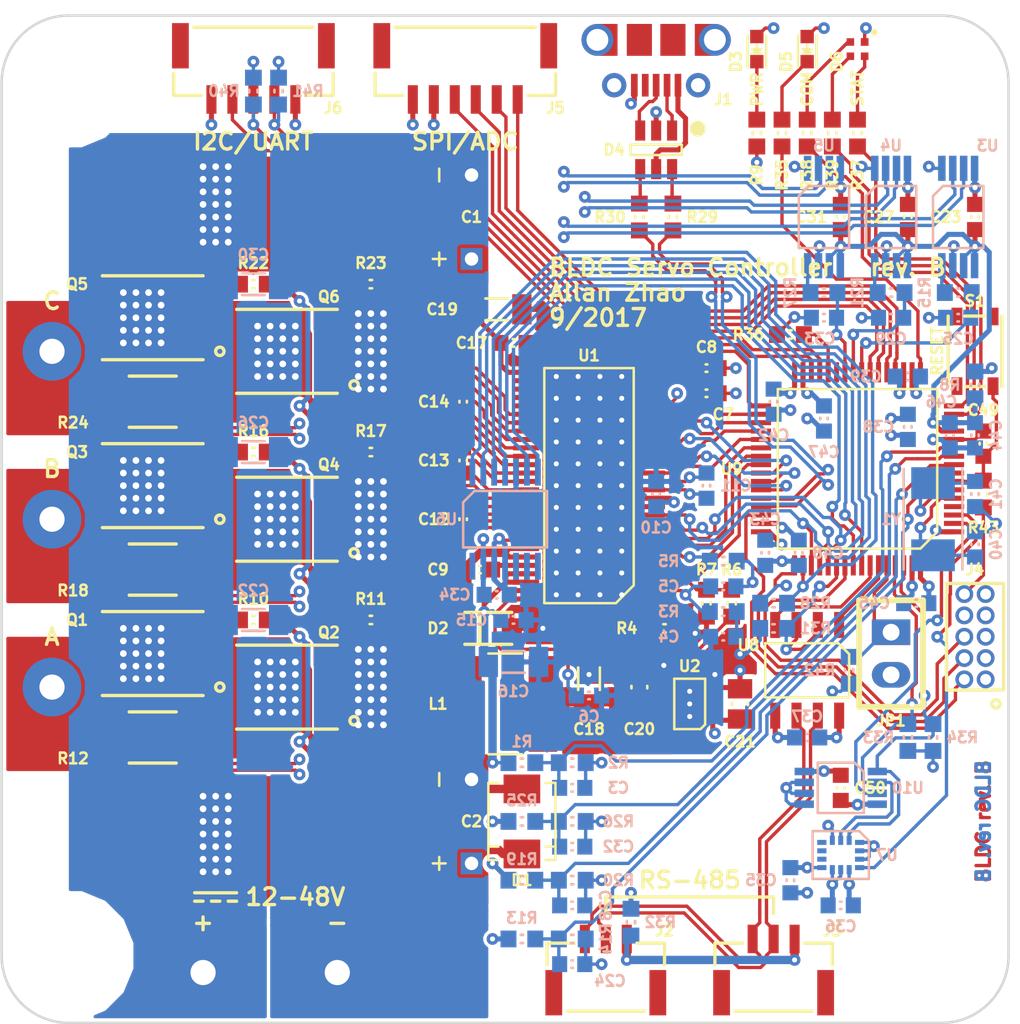
<source format=kicad_pcb>
(kicad_pcb (version 4) (host pcbnew 4.0.5)
  (layers (0 F.Cu signal) (1 In1.Cu power) (2 In2.Cu power) (31 B.Cu signal) (34 B.Paste user) (35 F.Paste user) (36 B.SilkS user) (37 F.SilkS user) (38 B.Mask user) (39 F.Mask user) (44 Edge.Cuts user))
  (net 0 "")
  (net 1 VIN)
  (net 2 GND)
  (net 3 /VSENSE_VIN)
  (net 4 "Net-(C5-Pad1)")
  (net 5 "Net-(C6-Pad1)")
  (net 6 "Net-(C7-Pad1)")
  (net 7 "Net-(C8-Pad1)")
  (net 8 "Net-(C9-Pad1)")
  (net 9 "Net-(C10-Pad2)")
  (net 10 "Net-(C11-Pad2)")
  (net 11 "Net-(C12-Pad2)")
  (net 12 "/Half Bridge A/SH")
  (net 13 "Net-(C13-Pad2)")
  (net 14 "/Half Bridge B/SH")
  (net 15 "Net-(C14-Pad2)")
  (net 16 "/Half Bridge C/SH")
  (net 17 VDDA)
  (net 18 /VSENSE_A)
  (net 19 /ISENSE_A)
  (net 20 /VSENSE_B)
  (net 21 /ISENSE_B)
  (net 22 /VSENSE_C)
  (net 23 /ISENSE_C)
  (net 24 "Net-(R6-Pad2)")
  (net 25 "/Half Bridge A/GH")
  (net 26 "/Half Bridge A/GL")
  (net 27 "/Half Bridge A/PHASE")
  (net 28 "/Half Bridge B/GH")
  (net 29 "/Half Bridge B/GL")
  (net 30 "/Half Bridge B/PHASE")
  (net 31 "/Half Bridge C/GH")
  (net 32 "/Half Bridge C/GL")
  (net 33 "/Half Bridge C/PHASE")
  (net 34 "Net-(U1-Pad4)")
  (net 35 "Net-(U1-Pad12)")
  (net 36 "Net-(U1-Pad25)")
  (net 37 "Net-(U1-Pad26)")
  (net 38 "/Gate Driver, Power/5V")
  (net 39 VDD)
  (net 40 "Net-(D3-Pad1)")
  (net 41 "Net-(D4-Pad1)")
  (net 42 "Net-(D4-Pad3)")
  (net 43 "Net-(D4-Pad4)")
  (net 44 /USB/VBUS)
  (net 45 "Net-(D4-Pad6)")
  (net 46 "Net-(Q1-PadG)")
  (net 47 "Net-(Q2-PadG)")
  (net 48 "Net-(Q3-PadG)")
  (net 49 "Net-(Q4-PadG)")
  (net 50 "Net-(Q5-PadG)")
  (net 51 "Net-(Q6-PadG)")
  (net 52 /Encoder/CSN)
  (net 53 /USB/D-)
  (net 54 /USB/D+)
  (net 55 "/Gate Driver, Power/EN_GATE")
  (net 56 "/Gate Driver, Power/INH_A")
  (net 57 "/Gate Driver, Power/INL_A")
  (net 58 "/Gate Driver, Power/INH_B")
  (net 59 "/Gate Driver, Power/INL_B")
  (net 60 "/Gate Driver, Power/INH_C")
  (net 61 "/Gate Driver, Power/INL_C")
  (net 62 /Encoder/CLK)
  (net 63 /Encoder/MISO)
  (net 64 /Encoder/MOSI)
  (net 65 /Encoder/B)
  (net 66 /Encoder/A)
  (net 67 "Net-(U6-Pad8)")
  (net 68 "Net-(U6-Pad9)")
  (net 69 "Net-(U6-Pad10)")
  (net 70 "Net-(U6-Pad14)")
  (net 71 "Net-(U7-Pad10)")
  (net 72 "Net-(U7-Pad11)")
  (net 73 /RS-485/DE)
  (net 74 /RS-485/RO)
  (net 75 /RS-485/DI)
  (net 76 "Net-(C48-Pad2)")
  (net 77 "Net-(C49-Pad2)")
  (net 78 /Microcontroller/SWDIO)
  (net 79 /Microcontroller/SWCLK)
  (net 80 /Microcontroller/SWO)
  (net 81 /Microcontroller/NRST)
  (net 82 "Net-(JP1-Pad1)")
  (net 83 /Microcontroller/I2C_SCL)
  (net 84 "Net-(R39-Pad2)")
  (net 85 /Microcontroller/PB11)
  (net 86 /Microcontroller/PB10)
  (net 87 /Microcontroller/I2C_SDA)
  (net 88 /Microcontroller/IMU_INT1)
  (net 89 /Microcontroller/PA4)
  (net 90 /Microcontroller/PA5)
  (net 91 /Microcontroller/PA6)
  (net 92 /Microcontroller/PA7)
  (net 93 /Microcontroller/MDRV_NSCS)
  (net 94 /Microcontroller/MDRV_NFAULT)
  (net 95 /Microcontroller/MDRV_NOCTW)
  (net 96 "Net-(C41-Pad2)")
  (net 97 /Microcontroller/PB12)
  (net 98 "Net-(U9-Pad27)")
  (net 99 "/Temperature Sensor/OS")
  (net 100 GNDPWR)
  (net 101 "/Half Bridge C/SL")
  (net 102 "/Half Bridge B/SL")
  (net 103 "/Half Bridge A/SL")
  (net 104 "/Half Bridge A/ISENSE_IN+")
  (net 105 "/Half Bridge A/ISENSE_IN-")
  (net 106 "/Half Bridge B/ISENSE_IN+")
  (net 107 "/Half Bridge B/ISENSE_IN-")
  (net 108 "/Half Bridge C/ISENSE_IN+")
  (net 109 "/Half Bridge C/ISENSE_IN-")
  (net 110 /IMU/INT2)
  (net 111 "Net-(U9-Pad4)")
  (net 112 "Net-(U1-Pad55)")
  (net 113 /RS-485/D-)
  (net 114 /RS-485/D+)
  (net 115 "Net-(U2-Pad3)")
  (net 116 "Net-(C4-Pad1)")
  (net 117 "Net-(C9-Pad2)")
  (net 118 "Net-(C11-Pad1)")
  (net 119 "Net-(C40-Pad2)")
  (net 120 "Net-(C47-Pad2)")
  (net 121 "Net-(D5-Pad1)")
  (net 122 "Net-(D6-PadKR)")
  (net 123 "Net-(D6-PadKB)")
  (net 124 "Net-(D6-PadKG)")
  (net 125 "Net-(J1-Pad4)")
  (net 126 "Net-(J2-Pad3)")
  (net 127 "Net-(J4-Pad7)")
  (net 128 "Net-(J4-Pad8)")
  (net 129 "Net-(J4-Pad9)")
  (net 130 "Net-(R4-Pad2)")
  (net 131 "Net-(R5-Pad2)")
  (net 132 "Net-(R15-Pad1)")
  (net 133 "Net-(R21-Pad1)")
  (net 134 "Net-(R27-Pad1)")
  (net 135 "Net-(R35-Pad2)")
  (net 136 "Net-(R36-Pad1)")
  (net 137 "Net-(R37-Pad2)")
  (net 138 "Net-(R38-Pad2)")
  (net 139 "Net-(S1-Pad1)")
  (net 140 "Net-(S1-Pad4)")
  (module bldc-controller:WIDE_NET_TIE (layer B.Cu) (at 72.5 143.5 180)
    (fp_text reference Z1 hide)
    (fp_text value NET_TIE hide)
    (fp_line (start -6.4 0) (end 6.4 0) (layer B.Cu) (width 0.2))
    (fp_line (start 6.4 -0.15) (end -6.4 -0.15) (layer B.Cu) (width 0.2))
    (fp_line (start -6.4 0.15) (end 6.4 0.15) (layer B.Cu) (width 0.2))
    (fp_line (start 6.4 -0.25) (end 6.4 0.25) (layer B.Cu) (width 0.2))
    (fp_line (start -6.4 -0.25) (end 6.4 -0.25) (layer B.Cu) (width 0.2))
    (fp_line (start -6.4 0.25) (end -6.4 -0.25) (layer B.Cu) (width 0.2))
    (fp_line (start 6.4 0.25) (end -6.4 0.25) (layer B.Cu) (width 0.2))
    (pad 1 smd rect (at 0 -0.5 180) (size 13 0.5) (layers B.Cu) (net 2 GND))
    (pad 2 smd rect (at 0 0.5 180) (size 13 0.5) (layers B.Cu) (net 100 GNDPWR))
  )
  (module bldc-controller:C_Radial_D10_L26.5_P5_Horizontal (layer F.Cu) (at 78 138 90)
    (fp_text reference C2 (at 0 0 180) (layer F.SilkS) (effects (font (size 0.64 0.64))))
    (fp_text value 330u)
    (fp_text user - (at 2.5 -2 90) (layer F.SilkS))
    (fp_text user + (at -2.5 -2 90) (layer F.SilkS))
    (pad 1 thru_hole rect (at -2.5 0 90) (size 1.3 1.3) (drill 0.8) (layers *.Cu *.Mask) (net 1 VIN))
    (pad 2 thru_hole circle (at 2.5 0 90) (size 1.3 1.3) (drill 0.8) (layers *.Cu *.Mask) (net 100 GNDPWR))
  )
  (module bldc-controller:FREE_VIA_0.4MM (layer F.Cu) (at 63.5 137.25 270)
    (fp_text reference REF** hide)
    (fp_text value FREE_VIA_0.4MM hide)
    (pad "" thru_hole circle (at 0 0 270) (size 0.8 0.8) (drill 0.4) (layers *.Cu) (net 1 VIN))
  )
  (module bldc-controller:FREE_VIA_0.4MM (layer F.Cu) (at 63.5 136.5 270)
    (fp_text reference REF** hide)
    (fp_text value FREE_VIA_0.4MM hide)
    (pad "" thru_hole circle (at 0 0 270) (size 0.8 0.8) (drill 0.4) (layers *.Cu) (net 1 VIN))
  )
  (module bldc-controller:FREE_VIA_0.4MM (layer F.Cu) (at 62 136.5 270)
    (fp_text reference REF** hide)
    (fp_text value FREE_VIA_0.4MM hide)
    (pad "" thru_hole circle (at 0 0 270) (size 0.8 0.8) (drill 0.4) (layers *.Cu) (net 1 VIN))
  )
  (module bldc-controller:FREE_VIA_0.4MM (layer F.Cu) (at 62.75 136.5 270)
    (fp_text reference REF** hide)
    (fp_text value FREE_VIA_0.4MM hide)
    (pad "" thru_hole circle (at 0 0 270) (size 0.8 0.8) (drill 0.4) (layers *.Cu) (net 1 VIN))
  )
  (module bldc-controller:FREE_VIA_0.4MM (layer F.Cu) (at 62.75 137.25 270)
    (fp_text reference REF** hide)
    (fp_text value FREE_VIA_0.4MM hide)
    (pad "" thru_hole circle (at 0 0 270) (size 0.8 0.8) (drill 0.4) (layers *.Cu) (net 1 VIN))
  )
  (module bldc-controller:FREE_VIA_0.4MM (layer F.Cu) (at 62 137.25 270)
    (fp_text reference REF** hide)
    (fp_text value FREE_VIA_0.4MM hide)
    (pad "" thru_hole circle (at 0 0 270) (size 0.8 0.8) (drill 0.4) (layers *.Cu) (net 1 VIN))
  )
  (module bldc-controller:FREE_VIA_0.4MM (layer F.Cu) (at 63.5 99.75 270)
    (fp_text reference REF** hide)
    (fp_text value FREE_VIA_0.4MM hide)
    (pad "" thru_hole circle (at 0 0 270) (size 0.8 0.8) (drill 0.4) (layers *.Cu) (net 1 VIN))
  )
  (module bldc-controller:FREE_VIA_0.4MM (layer F.Cu) (at 62.75 99 270)
    (fp_text reference REF** hide)
    (fp_text value FREE_VIA_0.4MM hide)
    (pad "" thru_hole circle (at 0 0 270) (size 0.8 0.8) (drill 0.4) (layers *.Cu) (net 1 VIN))
  )
  (module bldc-controller:FREE_VIA_0.4MM (layer F.Cu) (at 63.5 99 270)
    (fp_text reference REF** hide)
    (fp_text value FREE_VIA_0.4MM hide)
    (pad "" thru_hole circle (at 0 0 270) (size 0.8 0.8) (drill 0.4) (layers *.Cu) (net 1 VIN))
  )
  (module bldc-controller:FREE_VIA_0.4MM (layer F.Cu) (at 62.75 99.75 270)
    (fp_text reference REF** hide)
    (fp_text value FREE_VIA_0.4MM hide)
    (pad "" thru_hole circle (at 0 0 270) (size 0.8 0.8) (drill 0.4) (layers *.Cu) (net 1 VIN))
  )
  (module bldc-controller:FREE_VIA_0.4MM (layer F.Cu) (at 62 99 270)
    (fp_text reference REF** hide)
    (fp_text value FREE_VIA_0.4MM hide)
    (pad "" thru_hole circle (at 0 0 270) (size 0.8 0.8) (drill 0.4) (layers *.Cu) (net 1 VIN))
  )
  (module bldc-controller:FREE_VIA_0.4MM (layer F.Cu) (at 62 99.75 270)
    (fp_text reference REF** hide)
    (fp_text value FREE_VIA_0.4MM hide)
    (pad "" thru_hole circle (at 0 0 270) (size 0.8 0.8) (drill 0.4) (layers *.Cu) (net 1 VIN))
  )
  (module bldc-controller:FREE_VIA_0.4MM (layer F.Cu) (at 62.75 103.5 270)
    (fp_text reference REF** hide)
    (fp_text value FREE_VIA_0.4MM hide)
    (pad "" thru_hole circle (at 0 0 270) (size 0.8 0.8) (drill 0.4) (layers *.Cu) (net 1 VIN))
  )
  (module bldc-controller:FREE_VIA_0.4MM (layer F.Cu) (at 62 103.5 270)
    (fp_text reference REF** hide)
    (fp_text value FREE_VIA_0.4MM hide)
    (pad "" thru_hole circle (at 0 0 270) (size 0.8 0.8) (drill 0.4) (layers *.Cu) (net 1 VIN))
  )
  (module bldc-controller:FREE_VIA_0.4MM (layer F.Cu) (at 62 102 270)
    (fp_text reference REF** hide)
    (fp_text value FREE_VIA_0.4MM hide)
    (pad "" thru_hole circle (at 0 0 270) (size 0.8 0.8) (drill 0.4) (layers *.Cu) (net 1 VIN))
  )
  (module bldc-controller:FREE_VIA_0.4MM (layer F.Cu) (at 62 102.75 270)
    (fp_text reference REF** hide)
    (fp_text value FREE_VIA_0.4MM hide)
    (pad "" thru_hole circle (at 0 0 270) (size 0.8 0.8) (drill 0.4) (layers *.Cu) (net 1 VIN))
  )
  (module bldc-controller:FREE_VIA_0.4MM (layer F.Cu) (at 63.5 103.5 270)
    (fp_text reference REF** hide)
    (fp_text value FREE_VIA_0.4MM hide)
    (pad "" thru_hole circle (at 0 0 270) (size 0.8 0.8) (drill 0.4) (layers *.Cu) (net 1 VIN))
  )
  (module bldc-controller:FREE_VIA_0.4MM (layer F.Cu) (at 62.75 102.75 270)
    (fp_text reference REF** hide)
    (fp_text value FREE_VIA_0.4MM hide)
    (pad "" thru_hole circle (at 0 0 270) (size 0.8 0.8) (drill 0.4) (layers *.Cu) (net 1 VIN))
  )
  (module bldc-controller:FREE_VIA_0.4MM (layer F.Cu) (at 62.75 101.25 270)
    (fp_text reference REF** hide)
    (fp_text value FREE_VIA_0.4MM hide)
    (pad "" thru_hole circle (at 0 0 270) (size 0.8 0.8) (drill 0.4) (layers *.Cu) (net 1 VIN))
  )
  (module bldc-controller:FREE_VIA_0.4MM (layer F.Cu) (at 63.5 102.75 270)
    (fp_text reference REF** hide)
    (fp_text value FREE_VIA_0.4MM hide)
    (pad "" thru_hole circle (at 0 0 270) (size 0.8 0.8) (drill 0.4) (layers *.Cu) (net 1 VIN))
  )
  (module bldc-controller:FREE_VIA_0.4MM (layer F.Cu) (at 63.5 101.25 270)
    (fp_text reference REF** hide)
    (fp_text value FREE_VIA_0.4MM hide)
    (pad "" thru_hole circle (at 0 0 270) (size 0.8 0.8) (drill 0.4) (layers *.Cu) (net 1 VIN))
  )
  (module bldc-controller:FREE_VIA_0.4MM (layer F.Cu) (at 62.75 102 270)
    (fp_text reference REF** hide)
    (fp_text value FREE_VIA_0.4MM hide)
    (pad "" thru_hole circle (at 0 0 270) (size 0.8 0.8) (drill 0.4) (layers *.Cu) (net 1 VIN))
  )
  (module bldc-controller:FREE_VIA_0.4MM (layer F.Cu) (at 63.5 102 270)
    (fp_text reference REF** hide)
    (fp_text value FREE_VIA_0.4MM hide)
    (pad "" thru_hole circle (at 0 0 270) (size 0.8 0.8) (drill 0.4) (layers *.Cu) (net 1 VIN))
  )
  (module bldc-controller:FREE_VIA_0.4MM (layer F.Cu) (at 62 101.25 270)
    (fp_text reference REF** hide)
    (fp_text value FREE_VIA_0.4MM hide)
    (pad "" thru_hole circle (at 0 0 270) (size 0.8 0.8) (drill 0.4) (layers *.Cu) (net 1 VIN))
  )
  (module bldc-controller:FREE_VIA_0.4MM (layer F.Cu) (at 62.75 100.5 270)
    (fp_text reference REF** hide)
    (fp_text value FREE_VIA_0.4MM hide)
    (pad "" thru_hole circle (at 0 0 270) (size 0.8 0.8) (drill 0.4) (layers *.Cu) (net 1 VIN))
  )
  (module bldc-controller:FREE_VIA_0.4MM (layer F.Cu) (at 63.5 100.5 270)
    (fp_text reference REF** hide)
    (fp_text value FREE_VIA_0.4MM hide)
    (pad "" thru_hole circle (at 0 0 270) (size 0.8 0.8) (drill 0.4) (layers *.Cu) (net 1 VIN))
  )
  (module bldc-controller:FREE_VIA_0.4MM (layer F.Cu) (at 62 100.5 270)
    (fp_text reference REF** hide)
    (fp_text value FREE_VIA_0.4MM hide)
    (pad "" thru_hole circle (at 0 0 270) (size 0.8 0.8) (drill 0.4) (layers *.Cu) (net 1 VIN))
  )
  (module bldc-controller:FREE_VIA_0.4MM (layer F.Cu) (at 62 141 270)
    (fp_text reference REF** hide)
    (fp_text value FREE_VIA_0.4MM hide)
    (pad "" thru_hole circle (at 0 0 270) (size 0.8 0.8) (drill 0.4) (layers *.Cu) (net 1 VIN))
  )
  (module bldc-controller:FREE_VIA_0.4MM (layer F.Cu) (at 62.75 141 270)
    (fp_text reference REF** hide)
    (fp_text value FREE_VIA_0.4MM hide)
    (pad "" thru_hole circle (at 0 0 270) (size 0.8 0.8) (drill 0.4) (layers *.Cu) (net 1 VIN))
  )
  (module bldc-controller:FREE_VIA_0.4MM (layer F.Cu) (at 63.5 141 270)
    (fp_text reference REF** hide)
    (fp_text value FREE_VIA_0.4MM hide)
    (pad "" thru_hole circle (at 0 0 270) (size 0.8 0.8) (drill 0.4) (layers *.Cu) (net 1 VIN))
  )
  (module bldc-controller:FREE_VIA_0.4MM (layer F.Cu) (at 62 138 270)
    (fp_text reference REF** hide)
    (fp_text value FREE_VIA_0.4MM hide)
    (pad "" thru_hole circle (at 0 0 270) (size 0.8 0.8) (drill 0.4) (layers *.Cu) (net 1 VIN))
  )
  (module bldc-controller:FREE_VIA_0.4MM (layer F.Cu) (at 62.75 138 270)
    (fp_text reference REF** hide)
    (fp_text value FREE_VIA_0.4MM hide)
    (pad "" thru_hole circle (at 0 0 270) (size 0.8 0.8) (drill 0.4) (layers *.Cu) (net 1 VIN))
  )
  (module bldc-controller:FREE_VIA_0.4MM (layer F.Cu) (at 63.5 138 270)
    (fp_text reference REF** hide)
    (fp_text value FREE_VIA_0.4MM hide)
    (pad "" thru_hole circle (at 0 0 270) (size 0.8 0.8) (drill 0.4) (layers *.Cu) (net 1 VIN))
  )
  (module bldc-controller:FREE_VIA_0.4MM (layer F.Cu) (at 62 138.75 270)
    (fp_text reference REF** hide)
    (fp_text value FREE_VIA_0.4MM hide)
    (pad "" thru_hole circle (at 0 0 270) (size 0.8 0.8) (drill 0.4) (layers *.Cu) (net 1 VIN))
  )
  (module bldc-controller:FREE_VIA_0.4MM (layer F.Cu) (at 62.75 138.75 270)
    (fp_text reference REF** hide)
    (fp_text value FREE_VIA_0.4MM hide)
    (pad "" thru_hole circle (at 0 0 270) (size 0.8 0.8) (drill 0.4) (layers *.Cu) (net 1 VIN))
  )
  (module bldc-controller:FREE_VIA_0.4MM (layer F.Cu) (at 63.5 138.75 270)
    (fp_text reference REF** hide)
    (fp_text value FREE_VIA_0.4MM hide)
    (pad "" thru_hole circle (at 0 0 270) (size 0.8 0.8) (drill 0.4) (layers *.Cu) (net 1 VIN))
  )
  (module bldc-controller:FREE_VIA_0.4MM (layer F.Cu) (at 62 139.5 270)
    (fp_text reference REF** hide)
    (fp_text value FREE_VIA_0.4MM hide)
    (pad "" thru_hole circle (at 0 0 270) (size 0.8 0.8) (drill 0.4) (layers *.Cu) (net 1 VIN))
  )
  (module bldc-controller:FREE_VIA_0.4MM (layer F.Cu) (at 62 140.25 270)
    (fp_text reference REF** hide)
    (fp_text value FREE_VIA_0.4MM hide)
    (pad "" thru_hole circle (at 0 0 270) (size 0.8 0.8) (drill 0.4) (layers *.Cu) (net 1 VIN))
  )
  (module bldc-controller:FREE_VIA_0.4MM (layer F.Cu) (at 62.75 140.25 270)
    (fp_text reference REF** hide)
    (fp_text value FREE_VIA_0.4MM hide)
    (pad "" thru_hole circle (at 0 0 270) (size 0.8 0.8) (drill 0.4) (layers *.Cu) (net 1 VIN))
  )
  (module bldc-controller:FREE_VIA_0.4MM (layer F.Cu) (at 62.75 139.5 270)
    (fp_text reference REF** hide)
    (fp_text value FREE_VIA_0.4MM hide)
    (pad "" thru_hole circle (at 0 0 270) (size 0.8 0.8) (drill 0.4) (layers *.Cu) (net 1 VIN))
  )
  (module bldc-controller:FREE_VIA_0.4MM (layer F.Cu) (at 63.5 139.5 270)
    (fp_text reference REF** hide)
    (fp_text value FREE_VIA_0.4MM hide)
    (pad "" thru_hole circle (at 0 0 270) (size 0.8 0.8) (drill 0.4) (layers *.Cu) (net 1 VIN))
  )
  (module bldc-controller:FREE_VIA_0.4MM (layer F.Cu) (at 63.5 140.25 270)
    (fp_text reference REF** hide)
    (fp_text value FREE_VIA_0.4MM hide)
    (pad "" thru_hole circle (at 0 0 270) (size 0.8 0.8) (drill 0.4) (layers *.Cu) (net 1 VIN))
  )
  (module bldc-controller:R_0603_IPC_NOMINAL (layer B.Cu) (at 104 133 90)
    (fp_text reference R33 (at 0 -1.75 180) (layer B.SilkS) (effects (font (size 0.64 0.64)) (justify mirror)))
    (fp_text value 4.7k)
    (pad 1 smd rect (at -0.8 0 90) (size 0.95 1) (layers B.Cu B.Paste B.Mask) (net 39 VDD))
    (pad 2 smd rect (at 0.8 0 90) (size 0.95 1) (layers B.Cu B.Paste B.Mask) (net 83 /Microcontroller/I2C_SCL))
  )
  (module bldc-controller:LQFP-64 (layer F.Cu) (at 101 117 180)
    (fp_text reference U9 (at 7.5 0 180) (layer F.SilkS) (effects (font (size 0.64 0.64))))
    (fp_text value STM32F405R)
    (pad 1 smd rect (at -5.75 -3.75 180) (size 1.2 0.3) (layers F.Cu F.Paste F.Mask) (net 39 VDD))
    (pad 2 smd rect (at -5.75 -3.25 180) (size 1.2 0.3) (layers F.Cu F.Paste F.Mask) (net 99 "/Temperature Sensor/OS"))
    (pad 3 smd rect (at -5.75 -2.75 180) (size 1.2 0.3) (layers F.Cu F.Paste F.Mask) (net 88 /Microcontroller/IMU_INT1))
    (pad 4 smd rect (at -5.75 -2.25 180) (size 1.2 0.3) (layers F.Cu F.Paste F.Mask) (net 111 "Net-(U9-Pad4)"))
    (pad 5 smd rect (at -5.75 -1.75 180) (size 1.2 0.3) (layers F.Cu F.Paste F.Mask) (net 119 "Net-(C40-Pad2)"))
    (pad 6 smd rect (at -5.75 -1.25 180) (size 1.2 0.3) (layers F.Cu F.Paste F.Mask) (net 96 "Net-(C41-Pad2)"))
    (pad 7 smd rect (at -5.75 -0.75 180) (size 1.2 0.3) (layers F.Cu F.Paste F.Mask) (net 77 "Net-(C49-Pad2)"))
    (pad 8 smd rect (at -5.75 -0.25 180) (size 1.2 0.3) (layers F.Cu F.Paste F.Mask) (net 18 /VSENSE_A))
    (pad 9 smd rect (at -5.75 0.25 180) (size 1.2 0.3) (layers F.Cu F.Paste F.Mask) (net 20 /VSENSE_B))
    (pad 10 smd rect (at -5.75 0.75 180) (size 1.2 0.3) (layers F.Cu F.Paste F.Mask) (net 22 /VSENSE_C))
    (pad 11 smd rect (at -5.75 1.25 180) (size 1.2 0.3) (layers F.Cu F.Paste F.Mask) (net 3 /VSENSE_VIN))
    (pad 12 smd rect (at -5.75 1.75 180) (size 1.2 0.3) (layers F.Cu F.Paste F.Mask) (net 2 GND))
    (pad 13 smd rect (at -5.75 2.25 180) (size 1.2 0.3) (layers F.Cu F.Paste F.Mask) (net 17 VDDA))
    (pad 14 smd rect (at -5.75 2.75 180) (size 1.2 0.3) (layers F.Cu F.Paste F.Mask) (net 137 "Net-(R37-Pad2)"))
    (pad 15 smd rect (at -5.75 3.25 180) (size 1.2 0.3) (layers F.Cu F.Paste F.Mask) (net 84 "Net-(R39-Pad2)"))
    (pad 16 smd rect (at -5.75 3.75 180) (size 1.2 0.3) (layers F.Cu F.Paste F.Mask) (net 138 "Net-(R38-Pad2)"))
    (pad 17 smd rect (at -3.75 5.75 180) (size 0.3 1.2) (layers F.Cu F.Paste F.Mask) (net 135 "Net-(R35-Pad2)"))
    (pad 18 smd rect (at -3.25 5.75 180) (size 0.3 1.2) (layers F.Cu F.Paste F.Mask) (net 2 GND))
    (pad 19 smd rect (at -2.75 5.75 180) (size 0.3 1.2) (layers F.Cu F.Paste F.Mask) (net 39 VDD))
    (pad 20 smd rect (at -2.25 5.75 180) (size 0.3 1.2) (layers F.Cu F.Paste F.Mask) (net 89 /Microcontroller/PA4))
    (pad 21 smd rect (at -1.75 5.75 180) (size 0.3 1.2) (layers F.Cu F.Paste F.Mask) (net 90 /Microcontroller/PA5))
    (pad 22 smd rect (at -1.25 5.75 180) (size 0.3 1.2) (layers F.Cu F.Paste F.Mask) (net 91 /Microcontroller/PA6))
    (pad 23 smd rect (at -0.75 5.75 180) (size 0.3 1.2) (layers F.Cu F.Paste F.Mask) (net 92 /Microcontroller/PA7))
    (pad 24 smd rect (at -0.25 5.75 180) (size 0.3 1.2) (layers F.Cu F.Paste F.Mask) (net 19 /ISENSE_A))
    (pad 25 smd rect (at 0.25 5.75 180) (size 0.3 1.2) (layers F.Cu F.Paste F.Mask) (net 21 /ISENSE_B))
    (pad 26 smd rect (at 0.75 5.75 180) (size 0.3 1.2) (layers F.Cu F.Paste F.Mask) (net 23 /ISENSE_C))
    (pad 27 smd rect (at 1.25 5.75 180) (size 0.3 1.2) (layers F.Cu F.Paste F.Mask) (net 98 "Net-(U9-Pad27)"))
    (pad 28 smd rect (at 1.75 5.75 180) (size 0.3 1.2) (layers F.Cu F.Paste F.Mask) (net 136 "Net-(R36-Pad1)"))
    (pad 29 smd rect (at 2.25 5.75 180) (size 0.3 1.2) (layers F.Cu F.Paste F.Mask) (net 86 /Microcontroller/PB10))
    (pad 30 smd rect (at 2.75 5.75 180) (size 0.3 1.2) (layers F.Cu F.Paste F.Mask) (net 85 /Microcontroller/PB11))
    (pad 31 smd rect (at 3.25 5.75 180) (size 0.3 1.2) (layers F.Cu F.Paste F.Mask) (net 120 "Net-(C47-Pad2)"))
    (pad 32 smd rect (at 3.75 5.75 180) (size 0.3 1.2) (layers F.Cu F.Paste F.Mask) (net 39 VDD))
    (pad 33 smd rect (at 5.75 3.75 180) (size 1.2 0.3) (layers F.Cu F.Paste F.Mask) (net 97 /Microcontroller/PB12))
    (pad 34 smd rect (at 5.75 3.25 180) (size 1.2 0.3) (layers F.Cu F.Paste F.Mask) (net 61 "/Gate Driver, Power/INL_C"))
    (pad 35 smd rect (at 5.75 2.75 180) (size 1.2 0.3) (layers F.Cu F.Paste F.Mask) (net 59 "/Gate Driver, Power/INL_B"))
    (pad 36 smd rect (at 5.75 2.25 180) (size 1.2 0.3) (layers F.Cu F.Paste F.Mask) (net 57 "/Gate Driver, Power/INL_A"))
    (pad 37 smd rect (at 5.75 1.75 180) (size 1.2 0.3) (layers F.Cu F.Paste F.Mask) (net 55 "/Gate Driver, Power/EN_GATE"))
    (pad 38 smd rect (at 5.75 1.25 180) (size 1.2 0.3) (layers F.Cu F.Paste F.Mask) (net 93 /Microcontroller/MDRV_NSCS))
    (pad 39 smd rect (at 5.75 0.75 180) (size 1.2 0.3) (layers F.Cu F.Paste F.Mask) (net 94 /Microcontroller/MDRV_NFAULT))
    (pad 40 smd rect (at 5.75 0.25 180) (size 1.2 0.3) (layers F.Cu F.Paste F.Mask) (net 95 /Microcontroller/MDRV_NOCTW))
    (pad 41 smd rect (at 5.75 -0.25 180) (size 1.2 0.3) (layers F.Cu F.Paste F.Mask) (net 60 "/Gate Driver, Power/INH_C"))
    (pad 42 smd rect (at 5.75 -0.75 180) (size 1.2 0.3) (layers F.Cu F.Paste F.Mask) (net 58 "/Gate Driver, Power/INH_B"))
    (pad 43 smd rect (at 5.75 -1.25 180) (size 1.2 0.3) (layers F.Cu F.Paste F.Mask) (net 56 "/Gate Driver, Power/INH_A"))
    (pad 44 smd rect (at 5.75 -1.75 180) (size 1.2 0.3) (layers F.Cu F.Paste F.Mask) (net 53 /USB/D-))
    (pad 45 smd rect (at 5.75 -2.25 180) (size 1.2 0.3) (layers F.Cu F.Paste F.Mask) (net 54 /USB/D+))
    (pad 46 smd rect (at 5.75 -2.75 180) (size 1.2 0.3) (layers F.Cu F.Paste F.Mask) (net 78 /Microcontroller/SWDIO))
    (pad 47 smd rect (at 5.75 -3.25 180) (size 1.2 0.3) (layers F.Cu F.Paste F.Mask) (net 76 "Net-(C48-Pad2)"))
    (pad 48 smd rect (at 5.75 -3.75 180) (size 1.2 0.3) (layers F.Cu F.Paste F.Mask) (net 39 VDD))
    (pad 49 smd rect (at 3.75 -5.75 180) (size 0.3 1.2) (layers F.Cu F.Paste F.Mask) (net 79 /Microcontroller/SWCLK))
    (pad 50 smd rect (at 3.25 -5.75 180) (size 0.3 1.2) (layers F.Cu F.Paste F.Mask) (net 52 /Encoder/CSN))
    (pad 51 smd rect (at 2.75 -5.75 180) (size 0.3 1.2) (layers F.Cu F.Paste F.Mask) (net 62 /Encoder/CLK))
    (pad 52 smd rect (at 2.25 -5.75 180) (size 0.3 1.2) (layers F.Cu F.Paste F.Mask) (net 63 /Encoder/MISO))
    (pad 53 smd rect (at 1.75 -5.75 180) (size 0.3 1.2) (layers F.Cu F.Paste F.Mask) (net 64 /Encoder/MOSI))
    (pad 54 smd rect (at 1.25 -5.75 180) (size 0.3 1.2) (layers F.Cu F.Paste F.Mask) (net 73 /RS-485/DE))
    (pad 55 smd rect (at 0.75 -5.75 180) (size 0.3 1.2) (layers F.Cu F.Paste F.Mask) (net 80 /Microcontroller/SWO))
    (pad 56 smd rect (at 0.25 -5.75 180) (size 0.3 1.2) (layers F.Cu F.Paste F.Mask) (net 66 /Encoder/A))
    (pad 57 smd rect (at -0.25 -5.75 180) (size 0.3 1.2) (layers F.Cu F.Paste F.Mask) (net 65 /Encoder/B))
    (pad 58 smd rect (at -0.75 -5.75 180) (size 0.3 1.2) (layers F.Cu F.Paste F.Mask) (net 75 /RS-485/DI))
    (pad 59 smd rect (at -1.25 -5.75 180) (size 0.3 1.2) (layers F.Cu F.Paste F.Mask) (net 74 /RS-485/RO))
    (pad 60 smd rect (at -1.75 -5.75 180) (size 0.3 1.2) (layers F.Cu F.Paste F.Mask) (net 82 "Net-(JP1-Pad1)"))
    (pad 61 smd rect (at -2.25 -5.75 180) (size 0.3 1.2) (layers F.Cu F.Paste F.Mask) (net 83 /Microcontroller/I2C_SCL))
    (pad 62 smd rect (at -2.75 -5.75 180) (size 0.3 1.2) (layers F.Cu F.Paste F.Mask) (net 87 /Microcontroller/I2C_SDA))
    (pad 63 smd rect (at -3.25 -5.75 180) (size 0.3 1.2) (layers F.Cu F.Paste F.Mask) (net 2 GND))
    (pad 64 smd rect (at -3.75 -5.75 180) (size 0.3 1.2) (layers F.Cu F.Paste F.Mask) (net 39 VDD))
  )
  (module bldc-controller:TYS6045 (layer F.Cu) (at 80 131)
    (fp_text reference L1 (at -4 0) (layer F.SilkS) (effects (font (size 0.64 0.64))))
    (fp_text value 33u)
    (pad 1 smd rect (at -2.25 0) (size 1.7 5.7) (layers F.Cu F.Paste F.Mask) (net 8 "Net-(C9-Pad1)"))
    (pad 2 smd rect (at 2.25 0) (size 1.7 5.7) (layers F.Cu F.Paste F.Mask) (net 38 "/Gate Driver, Power/5V"))
  )
  (module bldc-controller:FREE_VIA_0.4MM (layer F.Cu) (at 72.75 132.25)
    (fp_text reference REF** hide)
    (fp_text value FREE_VIA_0.4MM hide)
    (pad "" thru_hole circle (at 0 0) (size 0.8 0.8) (drill 0.4) (layers *.Cu) (net 100 GNDPWR))
  )
  (module bldc-controller:FREE_VIA_0.4MM (layer F.Cu) (at 72 132.25)
    (fp_text reference REF** hide)
    (fp_text value FREE_VIA_0.4MM hide)
    (pad "" thru_hole circle (at 0 0) (size 0.8 0.8) (drill 0.4) (layers *.Cu) (net 100 GNDPWR))
  )
  (module bldc-controller:FREE_VIA_0.4MM (layer F.Cu) (at 71.25 132.25)
    (fp_text reference REF** hide)
    (fp_text value FREE_VIA_0.4MM hide)
    (pad "" thru_hole circle (at 0 0) (size 0.8 0.8) (drill 0.4) (layers *.Cu) (net 100 GNDPWR))
  )
  (module bldc-controller:FREE_VIA_0.4MM (layer F.Cu) (at 72.75 127.75)
    (fp_text reference REF** hide)
    (fp_text value FREE_VIA_0.4MM hide)
    (pad "" thru_hole circle (at 0 0) (size 0.8 0.8) (drill 0.4) (layers *.Cu) (net 100 GNDPWR))
  )
  (module bldc-controller:FREE_VIA_0.4MM (layer F.Cu) (at 72 127.75)
    (fp_text reference REF** hide)
    (fp_text value FREE_VIA_0.4MM hide)
    (pad "" thru_hole circle (at 0 0) (size 0.8 0.8) (drill 0.4) (layers *.Cu) (net 100 GNDPWR))
  )
  (module bldc-controller:FREE_VIA_0.4MM (layer F.Cu) (at 71.25 127.75)
    (fp_text reference REF** hide)
    (fp_text value FREE_VIA_0.4MM hide)
    (pad "" thru_hole circle (at 0 0) (size 0.8 0.8) (drill 0.4) (layers *.Cu) (net 100 GNDPWR))
  )
  (module bldc-controller:FREE_VIA_0.4MM (layer F.Cu) (at 72.75 122.25)
    (fp_text reference REF** hide)
    (fp_text value FREE_VIA_0.4MM hide)
    (pad "" thru_hole circle (at 0 0) (size 0.8 0.8) (drill 0.4) (layers *.Cu) (net 100 GNDPWR))
  )
  (module bldc-controller:FREE_VIA_0.4MM (layer F.Cu) (at 72 122.25)
    (fp_text reference REF** hide)
    (fp_text value FREE_VIA_0.4MM hide)
    (pad "" thru_hole circle (at 0 0) (size 0.8 0.8) (drill 0.4) (layers *.Cu) (net 100 GNDPWR))
  )
  (module bldc-controller:FREE_VIA_0.4MM (layer F.Cu) (at 71.25 122.25)
    (fp_text reference REF** hide)
    (fp_text value FREE_VIA_0.4MM hide)
    (pad "" thru_hole circle (at 0 0) (size 0.8 0.8) (drill 0.4) (layers *.Cu) (net 100 GNDPWR))
  )
  (module bldc-controller:FREE_VIA_0.4MM (layer F.Cu) (at 72.75 117.75)
    (fp_text reference REF** hide)
    (fp_text value FREE_VIA_0.4MM hide)
    (pad "" thru_hole circle (at 0 0) (size 0.8 0.8) (drill 0.4) (layers *.Cu) (net 100 GNDPWR))
  )
  (module bldc-controller:FREE_VIA_0.4MM (layer F.Cu) (at 72 117.75)
    (fp_text reference REF** hide)
    (fp_text value FREE_VIA_0.4MM hide)
    (pad "" thru_hole circle (at 0 0) (size 0.8 0.8) (drill 0.4) (layers *.Cu) (net 100 GNDPWR))
  )
  (module bldc-controller:FREE_VIA_0.4MM (layer F.Cu) (at 71.25 117.75)
    (fp_text reference REF** hide)
    (fp_text value FREE_VIA_0.4MM hide)
    (pad "" thru_hole circle (at 0 0) (size 0.8 0.8) (drill 0.4) (layers *.Cu) (net 100 GNDPWR))
  )
  (module bldc-controller:FREE_VIA_0.4MM (layer F.Cu) (at 72.75 112.25)
    (fp_text reference REF** hide)
    (fp_text value FREE_VIA_0.4MM hide)
    (pad "" thru_hole circle (at 0 0) (size 0.8 0.8) (drill 0.4) (layers *.Cu) (net 100 GNDPWR))
  )
  (module bldc-controller:FREE_VIA_0.4MM (layer F.Cu) (at 72 112.25)
    (fp_text reference REF** hide)
    (fp_text value FREE_VIA_0.4MM hide)
    (pad "" thru_hole circle (at 0 0) (size 0.8 0.8) (drill 0.4) (layers *.Cu) (net 100 GNDPWR))
  )
  (module bldc-controller:FREE_VIA_0.4MM (layer F.Cu) (at 71.25 112.25)
    (fp_text reference REF** hide)
    (fp_text value FREE_VIA_0.4MM hide)
    (pad "" thru_hole circle (at 0 0) (size 0.8 0.8) (drill 0.4) (layers *.Cu) (net 100 GNDPWR))
  )
  (module bldc-controller:FREE_VIA_0.4MM (layer F.Cu) (at 72.75 107.75)
    (fp_text reference REF** hide)
    (fp_text value FREE_VIA_0.4MM hide)
    (pad "" thru_hole circle (at 0 0) (size 0.8 0.8) (drill 0.4) (layers *.Cu) (net 100 GNDPWR))
  )
  (module bldc-controller:FREE_VIA_0.4MM (layer F.Cu) (at 72 107.75)
    (fp_text reference REF** hide)
    (fp_text value FREE_VIA_0.4MM hide)
    (pad "" thru_hole circle (at 0 0) (size 0.8 0.8) (drill 0.4) (layers *.Cu) (net 100 GNDPWR))
  )
  (module bldc-controller:FREE_VIA_0.4MM (layer F.Cu) (at 71.25 107.75)
    (fp_text reference REF** hide)
    (fp_text value FREE_VIA_0.4MM hide)
    (pad "" thru_hole circle (at 0 0) (size 0.8 0.8) (drill 0.4) (layers *.Cu) (net 100 GNDPWR))
  )
  (module bldc-controller:FREE_VIA_0.4MM (layer F.Cu) (at 57.25 128.75)
    (fp_text reference REF** hide)
    (fp_text value FREE_VIA_0.4MM hide)
    (pad "" thru_hole circle (at 0 0) (size 0.8 0.8) (drill 0.4) (layers *.Cu) (net 1 VIN))
  )
  (module bldc-controller:FREE_VIA_0.4MM (layer F.Cu) (at 57.25 127.25)
    (fp_text reference REF** hide)
    (fp_text value FREE_VIA_0.4MM hide)
    (pad "" thru_hole circle (at 0 0) (size 0.8 0.8) (drill 0.4) (layers *.Cu) (net 1 VIN))
  )
  (module bldc-controller:FREE_VIA_0.4MM (layer F.Cu) (at 57.25 128)
    (fp_text reference REF** hide)
    (fp_text value FREE_VIA_0.4MM hide)
    (pad "" thru_hole circle (at 0 0) (size 0.8 0.8) (drill 0.4) (layers *.Cu) (net 1 VIN))
  )
  (module bldc-controller:FREE_VIA_0.4MM (layer F.Cu) (at 57.25 129.5)
    (fp_text reference REF** hide)
    (fp_text value FREE_VIA_0.4MM hide)
    (pad "" thru_hole circle (at 0 0) (size 0.8 0.8) (drill 0.4) (layers *.Cu) (net 1 VIN))
  )
  (module bldc-controller:FREE_VIA_0.4MM (layer F.Cu) (at 57.25 126.5)
    (fp_text reference REF** hide)
    (fp_text value FREE_VIA_0.4MM hide)
    (pad "" thru_hole circle (at 0 0) (size 0.8 0.8) (drill 0.4) (layers *.Cu) (net 1 VIN))
  )
  (module bldc-controller:FREE_VIA_0.4MM (layer F.Cu) (at 58.75 127.25)
    (fp_text reference REF** hide)
    (fp_text value FREE_VIA_0.4MM hide)
    (pad "" thru_hole circle (at 0 0) (size 0.8 0.8) (drill 0.4) (layers *.Cu) (net 1 VIN))
  )
  (module bldc-controller:FREE_VIA_0.4MM (layer F.Cu) (at 58.75 128)
    (fp_text reference REF** hide)
    (fp_text value FREE_VIA_0.4MM hide)
    (pad "" thru_hole circle (at 0 0) (size 0.8 0.8) (drill 0.4) (layers *.Cu) (net 1 VIN))
  )
  (module bldc-controller:FREE_VIA_0.4MM (layer F.Cu) (at 59.5 126.5)
    (fp_text reference REF** hide)
    (fp_text value FREE_VIA_0.4MM hide)
    (pad "" thru_hole circle (at 0 0) (size 0.8 0.8) (drill 0.4) (layers *.Cu) (net 1 VIN))
  )
  (module bldc-controller:FREE_VIA_0.4MM (layer F.Cu) (at 58.75 126.5)
    (fp_text reference REF** hide)
    (fp_text value FREE_VIA_0.4MM hide)
    (pad "" thru_hole circle (at 0 0) (size 0.8 0.8) (drill 0.4) (layers *.Cu) (net 1 VIN))
  )
  (module bldc-controller:FREE_VIA_0.4MM (layer F.Cu) (at 59.5 127.25)
    (fp_text reference REF** hide)
    (fp_text value FREE_VIA_0.4MM hide)
    (pad "" thru_hole circle (at 0 0) (size 0.8 0.8) (drill 0.4) (layers *.Cu) (net 1 VIN))
  )
  (module bldc-controller:FREE_VIA_0.4MM (layer F.Cu) (at 58.75 129.5)
    (fp_text reference REF** hide)
    (fp_text value FREE_VIA_0.4MM hide)
    (pad "" thru_hole circle (at 0 0) (size 0.8 0.8) (drill 0.4) (layers *.Cu) (net 1 VIN))
  )
  (module bldc-controller:FREE_VIA_0.4MM (layer F.Cu) (at 58 129.5)
    (fp_text reference REF** hide)
    (fp_text value FREE_VIA_0.4MM hide)
    (pad "" thru_hole circle (at 0 0) (size 0.8 0.8) (drill 0.4) (layers *.Cu) (net 1 VIN))
  )
  (module bldc-controller:FREE_VIA_0.4MM (layer F.Cu) (at 58.75 128.75)
    (fp_text reference REF** hide)
    (fp_text value FREE_VIA_0.4MM hide)
    (pad "" thru_hole circle (at 0 0) (size 0.8 0.8) (drill 0.4) (layers *.Cu) (net 1 VIN))
  )
  (module bldc-controller:FREE_VIA_0.4MM (layer F.Cu) (at 58 128)
    (fp_text reference REF** hide)
    (fp_text value FREE_VIA_0.4MM hide)
    (pad "" thru_hole circle (at 0 0) (size 0.8 0.8) (drill 0.4) (layers *.Cu) (net 1 VIN))
  )
  (module bldc-controller:FREE_VIA_0.4MM (layer F.Cu) (at 58 127.25)
    (fp_text reference REF** hide)
    (fp_text value FREE_VIA_0.4MM hide)
    (pad "" thru_hole circle (at 0 0) (size 0.8 0.8) (drill 0.4) (layers *.Cu) (net 1 VIN))
  )
  (module bldc-controller:FREE_VIA_0.4MM (layer F.Cu) (at 59.5 128)
    (fp_text reference REF** hide)
    (fp_text value FREE_VIA_0.4MM hide)
    (pad "" thru_hole circle (at 0 0) (size 0.8 0.8) (drill 0.4) (layers *.Cu) (net 1 VIN))
  )
  (module bldc-controller:FREE_VIA_0.4MM (layer F.Cu) (at 58 126.5)
    (fp_text reference REF** hide)
    (fp_text value FREE_VIA_0.4MM hide)
    (pad "" thru_hole circle (at 0 0) (size 0.8 0.8) (drill 0.4) (layers *.Cu) (net 1 VIN))
  )
  (module bldc-controller:FREE_VIA_0.4MM (layer F.Cu) (at 58 128.75)
    (fp_text reference REF** hide)
    (fp_text value FREE_VIA_0.4MM hide)
    (pad "" thru_hole circle (at 0 0) (size 0.8 0.8) (drill 0.4) (layers *.Cu) (net 1 VIN))
  )
  (module bldc-controller:FREE_VIA_0.4MM (layer F.Cu) (at 59.5 128.75)
    (fp_text reference REF** hide)
    (fp_text value FREE_VIA_0.4MM hide)
    (pad "" thru_hole circle (at 0 0) (size 0.8 0.8) (drill 0.4) (layers *.Cu) (net 1 VIN))
  )
  (module bldc-controller:FREE_VIA_0.4MM (layer F.Cu) (at 59.5 129.5)
    (fp_text reference REF** hide)
    (fp_text value FREE_VIA_0.4MM hide)
    (pad "" thru_hole circle (at 0 0) (size 0.8 0.8) (drill 0.4) (layers *.Cu) (net 1 VIN))
  )
  (module bldc-controller:FREE_VIA_0.4MM (layer F.Cu) (at 57.25 118.75)
    (fp_text reference REF** hide)
    (fp_text value FREE_VIA_0.4MM hide)
    (pad "" thru_hole circle (at 0 0) (size 0.8 0.8) (drill 0.4) (layers *.Cu) (net 1 VIN))
  )
  (module bldc-controller:FREE_VIA_0.4MM (layer F.Cu) (at 57.25 117.25)
    (fp_text reference REF** hide)
    (fp_text value FREE_VIA_0.4MM hide)
    (pad "" thru_hole circle (at 0 0) (size 0.8 0.8) (drill 0.4) (layers *.Cu) (net 1 VIN))
  )
  (module bldc-controller:FREE_VIA_0.4MM (layer F.Cu) (at 57.25 118)
    (fp_text reference REF** hide)
    (fp_text value FREE_VIA_0.4MM hide)
    (pad "" thru_hole circle (at 0 0) (size 0.8 0.8) (drill 0.4) (layers *.Cu) (net 1 VIN))
  )
  (module bldc-controller:FREE_VIA_0.4MM (layer F.Cu) (at 57.25 119.5)
    (fp_text reference REF** hide)
    (fp_text value FREE_VIA_0.4MM hide)
    (pad "" thru_hole circle (at 0 0) (size 0.8 0.8) (drill 0.4) (layers *.Cu) (net 1 VIN))
  )
  (module bldc-controller:FREE_VIA_0.4MM (layer F.Cu) (at 57.25 116.5)
    (fp_text reference REF** hide)
    (fp_text value FREE_VIA_0.4MM hide)
    (pad "" thru_hole circle (at 0 0) (size 0.8 0.8) (drill 0.4) (layers *.Cu) (net 1 VIN))
  )
  (module bldc-controller:FREE_VIA_0.4MM (layer F.Cu) (at 58.75 117.25)
    (fp_text reference REF** hide)
    (fp_text value FREE_VIA_0.4MM hide)
    (pad "" thru_hole circle (at 0 0) (size 0.8 0.8) (drill 0.4) (layers *.Cu) (net 1 VIN))
  )
  (module bldc-controller:FREE_VIA_0.4MM (layer F.Cu) (at 58.75 118)
    (fp_text reference REF** hide)
    (fp_text value FREE_VIA_0.4MM hide)
    (pad "" thru_hole circle (at 0 0) (size 0.8 0.8) (drill 0.4) (layers *.Cu) (net 1 VIN))
  )
  (module bldc-controller:FREE_VIA_0.4MM (layer F.Cu) (at 59.5 116.5)
    (fp_text reference REF** hide)
    (fp_text value FREE_VIA_0.4MM hide)
    (pad "" thru_hole circle (at 0 0) (size 0.8 0.8) (drill 0.4) (layers *.Cu) (net 1 VIN))
  )
  (module bldc-controller:FREE_VIA_0.4MM (layer F.Cu) (at 58.75 116.5)
    (fp_text reference REF** hide)
    (fp_text value FREE_VIA_0.4MM hide)
    (pad "" thru_hole circle (at 0 0) (size 0.8 0.8) (drill 0.4) (layers *.Cu) (net 1 VIN))
  )
  (module bldc-controller:FREE_VIA_0.4MM (layer F.Cu) (at 59.5 117.25)
    (fp_text reference REF** hide)
    (fp_text value FREE_VIA_0.4MM hide)
    (pad "" thru_hole circle (at 0 0) (size 0.8 0.8) (drill 0.4) (layers *.Cu) (net 1 VIN))
  )
  (module bldc-controller:FREE_VIA_0.4MM (layer F.Cu) (at 58.75 119.5)
    (fp_text reference REF** hide)
    (fp_text value FREE_VIA_0.4MM hide)
    (pad "" thru_hole circle (at 0 0) (size 0.8 0.8) (drill 0.4) (layers *.Cu) (net 1 VIN))
  )
  (module bldc-controller:FREE_VIA_0.4MM (layer F.Cu) (at 58 119.5)
    (fp_text reference REF** hide)
    (fp_text value FREE_VIA_0.4MM hide)
    (pad "" thru_hole circle (at 0 0) (size 0.8 0.8) (drill 0.4) (layers *.Cu) (net 1 VIN))
  )
  (module bldc-controller:FREE_VIA_0.4MM (layer F.Cu) (at 58.75 118.75)
    (fp_text reference REF** hide)
    (fp_text value FREE_VIA_0.4MM hide)
    (pad "" thru_hole circle (at 0 0) (size 0.8 0.8) (drill 0.4) (layers *.Cu) (net 1 VIN))
  )
  (module bldc-controller:FREE_VIA_0.4MM (layer F.Cu) (at 58 118)
    (fp_text reference REF** hide)
    (fp_text value FREE_VIA_0.4MM hide)
    (pad "" thru_hole circle (at 0 0) (size 0.8 0.8) (drill 0.4) (layers *.Cu) (net 1 VIN))
  )
  (module bldc-controller:FREE_VIA_0.4MM (layer F.Cu) (at 58 117.25)
    (fp_text reference REF** hide)
    (fp_text value FREE_VIA_0.4MM hide)
    (pad "" thru_hole circle (at 0 0) (size 0.8 0.8) (drill 0.4) (layers *.Cu) (net 1 VIN))
  )
  (module bldc-controller:FREE_VIA_0.4MM (layer F.Cu) (at 59.5 118)
    (fp_text reference REF** hide)
    (fp_text value FREE_VIA_0.4MM hide)
    (pad "" thru_hole circle (at 0 0) (size 0.8 0.8) (drill 0.4) (layers *.Cu) (net 1 VIN))
  )
  (module bldc-controller:FREE_VIA_0.4MM (layer F.Cu) (at 58 116.5)
    (fp_text reference REF** hide)
    (fp_text value FREE_VIA_0.4MM hide)
    (pad "" thru_hole circle (at 0 0) (size 0.8 0.8) (drill 0.4) (layers *.Cu) (net 1 VIN))
  )
  (module bldc-controller:FREE_VIA_0.4MM (layer F.Cu) (at 58 118.75)
    (fp_text reference REF** hide)
    (fp_text value FREE_VIA_0.4MM hide)
    (pad "" thru_hole circle (at 0 0) (size 0.8 0.8) (drill 0.4) (layers *.Cu) (net 1 VIN))
  )
  (module bldc-controller:FREE_VIA_0.4MM (layer F.Cu) (at 59.5 118.75)
    (fp_text reference REF** hide)
    (fp_text value FREE_VIA_0.4MM hide)
    (pad "" thru_hole circle (at 0 0) (size 0.8 0.8) (drill 0.4) (layers *.Cu) (net 1 VIN))
  )
  (module bldc-controller:FREE_VIA_0.4MM (layer F.Cu) (at 59.5 119.5)
    (fp_text reference REF** hide)
    (fp_text value FREE_VIA_0.4MM hide)
    (pad "" thru_hole circle (at 0 0) (size 0.8 0.8) (drill 0.4) (layers *.Cu) (net 1 VIN))
  )
  (module bldc-controller:FREE_VIA_0.4MM (layer F.Cu) (at 57.25 108.75)
    (fp_text reference REF** hide)
    (fp_text value FREE_VIA_0.4MM hide)
    (pad "" thru_hole circle (at 0 0) (size 0.8 0.8) (drill 0.4) (layers *.Cu) (net 1 VIN))
  )
  (module bldc-controller:FREE_VIA_0.4MM (layer F.Cu) (at 57.25 109.5)
    (fp_text reference REF** hide)
    (fp_text value FREE_VIA_0.4MM hide)
    (pad "" thru_hole circle (at 0 0) (size 0.8 0.8) (drill 0.4) (layers *.Cu) (net 1 VIN))
  )
  (module bldc-controller:FREE_VIA_0.4MM (layer F.Cu) (at 57.25 108)
    (fp_text reference REF** hide)
    (fp_text value FREE_VIA_0.4MM hide)
    (pad "" thru_hole circle (at 0 0) (size 0.8 0.8) (drill 0.4) (layers *.Cu) (net 1 VIN))
  )
  (module bldc-controller:FREE_VIA_0.4MM (layer F.Cu) (at 57.25 107.25)
    (fp_text reference REF** hide)
    (fp_text value FREE_VIA_0.4MM hide)
    (pad "" thru_hole circle (at 0 0) (size 0.8 0.8) (drill 0.4) (layers *.Cu) (net 1 VIN))
  )
  (module bldc-controller:FREE_VIA_0.4MM (layer F.Cu) (at 57.25 106.5)
    (fp_text reference REF** hide)
    (fp_text value FREE_VIA_0.4MM hide)
    (pad "" thru_hole circle (at 0 0) (size 0.8 0.8) (drill 0.4) (layers *.Cu) (net 1 VIN))
  )
  (module bldc-controller:FREE_VIA_0.4MM (layer F.Cu) (at 58 108.75)
    (fp_text reference REF** hide)
    (fp_text value FREE_VIA_0.4MM hide)
    (pad "" thru_hole circle (at 0 0) (size 0.8 0.8) (drill 0.4) (layers *.Cu) (net 1 VIN))
  )
  (module bldc-controller:FREE_VIA_0.4MM (layer F.Cu) (at 58 109.5)
    (fp_text reference REF** hide)
    (fp_text value FREE_VIA_0.4MM hide)
    (pad "" thru_hole circle (at 0 0) (size 0.8 0.8) (drill 0.4) (layers *.Cu) (net 1 VIN))
  )
  (module bldc-controller:FREE_VIA_0.4MM (layer F.Cu) (at 58 108)
    (fp_text reference REF** hide)
    (fp_text value FREE_VIA_0.4MM hide)
    (pad "" thru_hole circle (at 0 0) (size 0.8 0.8) (drill 0.4) (layers *.Cu) (net 1 VIN))
  )
  (module bldc-controller:FREE_VIA_0.4MM (layer F.Cu) (at 58 107.25)
    (fp_text reference REF** hide)
    (fp_text value FREE_VIA_0.4MM hide)
    (pad "" thru_hole circle (at 0 0) (size 0.8 0.8) (drill 0.4) (layers *.Cu) (net 1 VIN))
  )
  (module bldc-controller:FREE_VIA_0.4MM (layer F.Cu) (at 58 106.5)
    (fp_text reference REF** hide)
    (fp_text value FREE_VIA_0.4MM hide)
    (pad "" thru_hole circle (at 0 0) (size 0.8 0.8) (drill 0.4) (layers *.Cu) (net 1 VIN))
  )
  (module bldc-controller:FREE_VIA_0.4MM (layer F.Cu) (at 58.75 108.75)
    (fp_text reference REF** hide)
    (fp_text value FREE_VIA_0.4MM hide)
    (pad "" thru_hole circle (at 0 0) (size 0.8 0.8) (drill 0.4) (layers *.Cu) (net 1 VIN))
  )
  (module bldc-controller:FREE_VIA_0.4MM (layer F.Cu) (at 58.75 109.5)
    (fp_text reference REF** hide)
    (fp_text value FREE_VIA_0.4MM hide)
    (pad "" thru_hole circle (at 0 0) (size 0.8 0.8) (drill 0.4) (layers *.Cu) (net 1 VIN))
  )
  (module bldc-controller:FREE_VIA_0.4MM (layer F.Cu) (at 58.75 108)
    (fp_text reference REF** hide)
    (fp_text value FREE_VIA_0.4MM hide)
    (pad "" thru_hole circle (at 0 0) (size 0.8 0.8) (drill 0.4) (layers *.Cu) (net 1 VIN))
  )
  (module bldc-controller:FREE_VIA_0.4MM (layer F.Cu) (at 58.75 107.25)
    (fp_text reference REF** hide)
    (fp_text value FREE_VIA_0.4MM hide)
    (pad "" thru_hole circle (at 0 0) (size 0.8 0.8) (drill 0.4) (layers *.Cu) (net 1 VIN))
  )
  (module bldc-controller:FREE_VIA_0.4MM (layer F.Cu) (at 58.75 106.5)
    (fp_text reference REF** hide)
    (fp_text value FREE_VIA_0.4MM hide)
    (pad "" thru_hole circle (at 0 0) (size 0.8 0.8) (drill 0.4) (layers *.Cu) (net 1 VIN))
  )
  (module bldc-controller:FREE_VIA_0.4MM (layer F.Cu) (at 59.5 109.5)
    (fp_text reference REF** hide)
    (fp_text value FREE_VIA_0.4MM hide)
    (pad "" thru_hole circle (at 0 0) (size 0.8 0.8) (drill 0.4) (layers *.Cu) (net 1 VIN))
  )
  (module bldc-controller:FREE_VIA_0.4MM (layer F.Cu) (at 59.5 108.75)
    (fp_text reference REF** hide)
    (fp_text value FREE_VIA_0.4MM hide)
    (pad "" thru_hole circle (at 0 0) (size 0.8 0.8) (drill 0.4) (layers *.Cu) (net 1 VIN))
  )
  (module bldc-controller:FREE_VIA_0.4MM (layer F.Cu) (at 59.5 106.5)
    (fp_text reference REF** hide)
    (fp_text value FREE_VIA_0.4MM hide)
    (pad "" thru_hole circle (at 0 0) (size 0.8 0.8) (drill 0.4) (layers *.Cu) (net 1 VIN))
  )
  (module bldc-controller:FREE_VIA_0.4MM (layer F.Cu) (at 59.5 107.25)
    (fp_text reference REF** hide)
    (fp_text value FREE_VIA_0.4MM hide)
    (pad "" thru_hole circle (at 0 0) (size 0.8 0.8) (drill 0.4) (layers *.Cu) (net 1 VIN))
  )
  (module bldc-controller:FREE_VIA_0.4MM (layer F.Cu) (at 59.5 108)
    (fp_text reference REF** hide)
    (fp_text value FREE_VIA_0.4MM hide)
    (pad "" thru_hole circle (at 0 0) (size 0.8 0.8) (drill 0.4) (layers *.Cu) (net 1 VIN))
  )
  (module bldc-controller:FREE_VIA_0.4MM (layer F.Cu) (at 72 129.25)
    (fp_text reference REF** hide)
    (fp_text value FREE_VIA_0.4MM hide)
    (pad "" thru_hole circle (at 0 0) (size 0.8 0.8) (drill 0.4) (layers *.Cu) (net 100 GNDPWR))
  )
  (module bldc-controller:FREE_VIA_0.4MM (layer F.Cu) (at 72 128.5)
    (fp_text reference REF** hide)
    (fp_text value FREE_VIA_0.4MM hide)
    (pad "" thru_hole circle (at 0 0) (size 0.8 0.8) (drill 0.4) (layers *.Cu) (net 100 GNDPWR))
  )
  (module bldc-controller:FREE_VIA_0.4MM (layer F.Cu) (at 72.75 128.5)
    (fp_text reference REF** hide)
    (fp_text value FREE_VIA_0.4MM hide)
    (pad "" thru_hole circle (at 0 0) (size 0.8 0.8) (drill 0.4) (layers *.Cu) (net 100 GNDPWR))
  )
  (module bldc-controller:FREE_VIA_0.4MM (layer F.Cu) (at 72.75 130)
    (fp_text reference REF** hide)
    (fp_text value FREE_VIA_0.4MM hide)
    (pad "" thru_hole circle (at 0 0) (size 0.8 0.8) (drill 0.4) (layers *.Cu) (net 100 GNDPWR))
  )
  (module bldc-controller:FREE_VIA_0.4MM (layer F.Cu) (at 72.75 129.25)
    (fp_text reference REF** hide)
    (fp_text value FREE_VIA_0.4MM hide)
    (pad "" thru_hole circle (at 0 0) (size 0.8 0.8) (drill 0.4) (layers *.Cu) (net 100 GNDPWR))
  )
  (module bldc-controller:FREE_VIA_0.4MM (layer F.Cu) (at 72 130.75)
    (fp_text reference REF** hide)
    (fp_text value FREE_VIA_0.4MM hide)
    (pad "" thru_hole circle (at 0 0) (size 0.8 0.8) (drill 0.4) (layers *.Cu) (net 100 GNDPWR))
  )
  (module bldc-controller:FREE_VIA_0.4MM (layer F.Cu) (at 72 130)
    (fp_text reference REF** hide)
    (fp_text value FREE_VIA_0.4MM hide)
    (pad "" thru_hole circle (at 0 0) (size 0.8 0.8) (drill 0.4) (layers *.Cu) (net 100 GNDPWR))
  )
  (module bldc-controller:FREE_VIA_0.4MM (layer F.Cu) (at 71.25 130)
    (fp_text reference REF** hide)
    (fp_text value FREE_VIA_0.4MM hide)
    (pad "" thru_hole circle (at 0 0) (size 0.8 0.8) (drill 0.4) (layers *.Cu) (net 100 GNDPWR))
  )
  (module bldc-controller:FREE_VIA_0.4MM (layer F.Cu) (at 71.25 130.75)
    (fp_text reference REF** hide)
    (fp_text value FREE_VIA_0.4MM hide)
    (pad "" thru_hole circle (at 0 0) (size 0.8 0.8) (drill 0.4) (layers *.Cu) (net 100 GNDPWR))
  )
  (module bldc-controller:FREE_VIA_0.4MM (layer F.Cu) (at 72 131.5)
    (fp_text reference REF** hide)
    (fp_text value FREE_VIA_0.4MM hide)
    (pad "" thru_hole circle (at 0 0) (size 0.8 0.8) (drill 0.4) (layers *.Cu) (net 100 GNDPWR))
  )
  (module bldc-controller:FREE_VIA_0.4MM (layer F.Cu) (at 71.25 131.5)
    (fp_text reference REF** hide)
    (fp_text value FREE_VIA_0.4MM hide)
    (pad "" thru_hole circle (at 0 0) (size 0.8 0.8) (drill 0.4) (layers *.Cu) (net 100 GNDPWR))
  )
  (module bldc-controller:FREE_VIA_0.4MM (layer F.Cu) (at 72.75 131.5)
    (fp_text reference REF** hide)
    (fp_text value FREE_VIA_0.4MM hide)
    (pad "" thru_hole circle (at 0 0) (size 0.8 0.8) (drill 0.4) (layers *.Cu) (net 100 GNDPWR))
  )
  (module bldc-controller:FREE_VIA_0.4MM (layer F.Cu) (at 72.75 130.75)
    (fp_text reference REF** hide)
    (fp_text value FREE_VIA_0.4MM hide)
    (pad "" thru_hole circle (at 0 0) (size 0.8 0.8) (drill 0.4) (layers *.Cu) (net 100 GNDPWR))
  )
  (module bldc-controller:FREE_VIA_0.4MM (layer F.Cu) (at 71.25 128.5)
    (fp_text reference REF** hide)
    (fp_text value FREE_VIA_0.4MM hide)
    (pad "" thru_hole circle (at 0 0) (size 0.8 0.8) (drill 0.4) (layers *.Cu) (net 100 GNDPWR))
  )
  (module bldc-controller:FREE_VIA_0.4MM (layer F.Cu) (at 71.25 129.25)
    (fp_text reference REF** hide)
    (fp_text value FREE_VIA_0.4MM hide)
    (pad "" thru_hole circle (at 0 0) (size 0.8 0.8) (drill 0.4) (layers *.Cu) (net 100 GNDPWR))
  )
  (module bldc-controller:FREE_VIA_0.4MM (layer F.Cu) (at 71.25 121.5)
    (fp_text reference REF** hide)
    (fp_text value FREE_VIA_0.4MM hide)
    (pad "" thru_hole circle (at 0 0) (size 0.8 0.8) (drill 0.4) (layers *.Cu) (net 100 GNDPWR))
  )
  (module bldc-controller:FREE_VIA_0.4MM (layer F.Cu) (at 71.25 118.5)
    (fp_text reference REF** hide)
    (fp_text value FREE_VIA_0.4MM hide)
    (pad "" thru_hole circle (at 0 0) (size 0.8 0.8) (drill 0.4) (layers *.Cu) (net 100 GNDPWR))
  )
  (module bldc-controller:FREE_VIA_0.4MM (layer F.Cu) (at 71.25 120)
    (fp_text reference REF** hide)
    (fp_text value FREE_VIA_0.4MM hide)
    (pad "" thru_hole circle (at 0 0) (size 0.8 0.8) (drill 0.4) (layers *.Cu) (net 100 GNDPWR))
  )
  (module bldc-controller:FREE_VIA_0.4MM (layer F.Cu) (at 71.25 119.25)
    (fp_text reference REF** hide)
    (fp_text value FREE_VIA_0.4MM hide)
    (pad "" thru_hole circle (at 0 0) (size 0.8 0.8) (drill 0.4) (layers *.Cu) (net 100 GNDPWR))
  )
  (module bldc-controller:FREE_VIA_0.4MM (layer F.Cu) (at 71.25 120.75)
    (fp_text reference REF** hide)
    (fp_text value FREE_VIA_0.4MM hide)
    (pad "" thru_hole circle (at 0 0) (size 0.8 0.8) (drill 0.4) (layers *.Cu) (net 100 GNDPWR))
  )
  (module bldc-controller:FREE_VIA_0.4MM (layer F.Cu) (at 72 120)
    (fp_text reference REF** hide)
    (fp_text value FREE_VIA_0.4MM hide)
    (pad "" thru_hole circle (at 0 0) (size 0.8 0.8) (drill 0.4) (layers *.Cu) (net 100 GNDPWR))
  )
  (module bldc-controller:FREE_VIA_0.4MM (layer F.Cu) (at 72 119.25)
    (fp_text reference REF** hide)
    (fp_text value FREE_VIA_0.4MM hide)
    (pad "" thru_hole circle (at 0 0) (size 0.8 0.8) (drill 0.4) (layers *.Cu) (net 100 GNDPWR))
  )
  (module bldc-controller:FREE_VIA_0.4MM (layer F.Cu) (at 72.75 120)
    (fp_text reference REF** hide)
    (fp_text value FREE_VIA_0.4MM hide)
    (pad "" thru_hole circle (at 0 0) (size 0.8 0.8) (drill 0.4) (layers *.Cu) (net 100 GNDPWR))
  )
  (module bldc-controller:FREE_VIA_0.4MM (layer F.Cu) (at 72.75 119.25)
    (fp_text reference REF** hide)
    (fp_text value FREE_VIA_0.4MM hide)
    (pad "" thru_hole circle (at 0 0) (size 0.8 0.8) (drill 0.4) (layers *.Cu) (net 100 GNDPWR))
  )
  (module bldc-controller:FREE_VIA_0.4MM (layer F.Cu) (at 72 118.5)
    (fp_text reference REF** hide)
    (fp_text value FREE_VIA_0.4MM hide)
    (pad "" thru_hole circle (at 0 0) (size 0.8 0.8) (drill 0.4) (layers *.Cu) (net 100 GNDPWR))
  )
  (module bldc-controller:FREE_VIA_0.4MM (layer F.Cu) (at 72.75 118.5)
    (fp_text reference REF** hide)
    (fp_text value FREE_VIA_0.4MM hide)
    (pad "" thru_hole circle (at 0 0) (size 0.8 0.8) (drill 0.4) (layers *.Cu) (net 100 GNDPWR))
  )
  (module bldc-controller:FREE_VIA_0.4MM (layer F.Cu) (at 72 121.5)
    (fp_text reference REF** hide)
    (fp_text value FREE_VIA_0.4MM hide)
    (pad "" thru_hole circle (at 0 0) (size 0.8 0.8) (drill 0.4) (layers *.Cu) (net 100 GNDPWR))
  )
  (module bldc-controller:FREE_VIA_0.4MM (layer F.Cu) (at 72.75 120.75)
    (fp_text reference REF** hide)
    (fp_text value FREE_VIA_0.4MM hide)
    (pad "" thru_hole circle (at 0 0) (size 0.8 0.8) (drill 0.4) (layers *.Cu) (net 100 GNDPWR))
  )
  (module bldc-controller:FREE_VIA_0.4MM (layer F.Cu) (at 72 120.75)
    (fp_text reference REF** hide)
    (fp_text value FREE_VIA_0.4MM hide)
    (pad "" thru_hole circle (at 0 0) (size 0.8 0.8) (drill 0.4) (layers *.Cu) (net 100 GNDPWR))
  )
  (module bldc-controller:FREE_VIA_0.4MM (layer F.Cu) (at 72.75 121.5)
    (fp_text reference REF** hide)
    (fp_text value FREE_VIA_0.4MM hide)
    (pad "" thru_hole circle (at 0 0) (size 0.8 0.8) (drill 0.4) (layers *.Cu) (net 100 GNDPWR))
  )
  (module bldc-controller:FREE_VIA_0.4MM (layer F.Cu) (at 71.25 111.5)
    (fp_text reference REF** hide)
    (fp_text value FREE_VIA_0.4MM hide)
    (pad "" thru_hole circle (at 0 0) (size 0.8 0.8) (drill 0.4) (layers *.Cu) (net 100 GNDPWR))
  )
  (module bldc-controller:FREE_VIA_0.4MM (layer F.Cu) (at 72.75 111.5)
    (fp_text reference REF** hide)
    (fp_text value FREE_VIA_0.4MM hide)
    (pad "" thru_hole circle (at 0 0) (size 0.8 0.8) (drill 0.4) (layers *.Cu) (net 100 GNDPWR))
  )
  (module bldc-controller:FREE_VIA_0.4MM (layer F.Cu) (at 72 111.5)
    (fp_text reference REF** hide)
    (fp_text value FREE_VIA_0.4MM hide)
    (pad "" thru_hole circle (at 0 0) (size 0.8 0.8) (drill 0.4) (layers *.Cu) (net 100 GNDPWR))
  )
  (module bldc-controller:FREE_VIA_0.4MM (layer F.Cu) (at 72.75 110.75)
    (fp_text reference REF** hide)
    (fp_text value FREE_VIA_0.4MM hide)
    (pad "" thru_hole circle (at 0 0) (size 0.8 0.8) (drill 0.4) (layers *.Cu) (net 100 GNDPWR))
  )
  (module bldc-controller:FREE_VIA_0.4MM (layer F.Cu) (at 72.75 110)
    (fp_text reference REF** hide)
    (fp_text value FREE_VIA_0.4MM hide)
    (pad "" thru_hole circle (at 0 0) (size 0.8 0.8) (drill 0.4) (layers *.Cu) (net 100 GNDPWR))
  )
  (module bldc-controller:FREE_VIA_0.4MM (layer F.Cu) (at 72.75 108.5)
    (fp_text reference REF** hide)
    (fp_text value FREE_VIA_0.4MM hide)
    (pad "" thru_hole circle (at 0 0) (size 0.8 0.8) (drill 0.4) (layers *.Cu) (net 100 GNDPWR))
  )
  (module bldc-controller:FREE_VIA_0.4MM (layer F.Cu) (at 72.75 109.25)
    (fp_text reference REF** hide)
    (fp_text value FREE_VIA_0.4MM hide)
    (pad "" thru_hole circle (at 0 0) (size 0.8 0.8) (drill 0.4) (layers *.Cu) (net 100 GNDPWR))
  )
  (module bldc-controller:FREE_VIA_0.4MM (layer F.Cu) (at 72 110.75)
    (fp_text reference REF** hide)
    (fp_text value FREE_VIA_0.4MM hide)
    (pad "" thru_hole circle (at 0 0) (size 0.8 0.8) (drill 0.4) (layers *.Cu) (net 100 GNDPWR))
  )
  (module bldc-controller:FREE_VIA_0.4MM (layer F.Cu) (at 72 110)
    (fp_text reference REF** hide)
    (fp_text value FREE_VIA_0.4MM hide)
    (pad "" thru_hole circle (at 0 0) (size 0.8 0.8) (drill 0.4) (layers *.Cu) (net 100 GNDPWR))
  )
  (module bldc-controller:FREE_VIA_0.4MM (layer F.Cu) (at 72 108.5)
    (fp_text reference REF** hide)
    (fp_text value FREE_VIA_0.4MM hide)
    (pad "" thru_hole circle (at 0 0) (size 0.8 0.8) (drill 0.4) (layers *.Cu) (net 100 GNDPWR))
  )
  (module bldc-controller:FREE_VIA_0.4MM (layer F.Cu) (at 72 109.25)
    (fp_text reference REF** hide)
    (fp_text value FREE_VIA_0.4MM hide)
    (pad "" thru_hole circle (at 0 0) (size 0.8 0.8) (drill 0.4) (layers *.Cu) (net 100 GNDPWR))
  )
  (module bldc-controller:FREE_VIA_0.4MM (layer F.Cu) (at 71.25 110.75)
    (fp_text reference REF** hide)
    (fp_text value FREE_VIA_0.4MM hide)
    (pad "" thru_hole circle (at 0 0) (size 0.8 0.8) (drill 0.4) (layers *.Cu) (net 100 GNDPWR))
  )
  (module bldc-controller:FREE_VIA_0.4MM (layer F.Cu) (at 71.25 110)
    (fp_text reference REF** hide)
    (fp_text value FREE_VIA_0.4MM hide)
    (pad "" thru_hole circle (at 0 0) (size 0.8 0.8) (drill 0.4) (layers *.Cu) (net 100 GNDPWR))
  )
  (module bldc-controller:FREE_VIA_0.4MM (layer F.Cu) (at 71.25 108.5)
    (fp_text reference REF** hide)
    (fp_text value FREE_VIA_0.4MM hide)
    (pad "" thru_hole circle (at 0 0) (size 0.8 0.8) (drill 0.4) (layers *.Cu) (net 100 GNDPWR))
  )
  (module bldc-controller:FREE_VIA_0.4MM (layer F.Cu) (at 71.25 109.25)
    (fp_text reference REF** hide)
    (fp_text value FREE_VIA_0.4MM hide)
    (pad "" thru_hole circle (at 0 0) (size 0.8 0.8) (drill 0.4) (layers *.Cu) (net 100 GNDPWR))
  )
  (module bldc-controller:FREE_VIA_0.4MM (layer F.Cu) (at 65.25 131.5)
    (fp_text reference REF** hide)
    (fp_text value FREE_VIA_0.4MM hide)
    (pad "" thru_hole circle (at 0 0) (size 0.8 0.8) (drill 0.4) (layers *.Cu) (net 12 "/Half Bridge A/SH"))
  )
  (module bldc-controller:FREE_VIA_0.4MM (layer F.Cu) (at 65.25 130.75)
    (fp_text reference REF** hide)
    (fp_text value FREE_VIA_0.4MM hide)
    (pad "" thru_hole circle (at 0 0) (size 0.8 0.8) (drill 0.4) (layers *.Cu) (net 12 "/Half Bridge A/SH"))
  )
  (module bldc-controller:FREE_VIA_0.4MM (layer F.Cu) (at 65.25 128.5)
    (fp_text reference REF** hide)
    (fp_text value FREE_VIA_0.4MM hide)
    (pad "" thru_hole circle (at 0 0) (size 0.8 0.8) (drill 0.4) (layers *.Cu) (net 12 "/Half Bridge A/SH"))
  )
  (module bldc-controller:FREE_VIA_0.4MM (layer F.Cu) (at 65.25 130)
    (fp_text reference REF** hide)
    (fp_text value FREE_VIA_0.4MM hide)
    (pad "" thru_hole circle (at 0 0) (size 0.8 0.8) (drill 0.4) (layers *.Cu) (net 12 "/Half Bridge A/SH"))
  )
  (module bldc-controller:FREE_VIA_0.4MM (layer F.Cu) (at 65.25 129.25)
    (fp_text reference REF** hide)
    (fp_text value FREE_VIA_0.4MM hide)
    (pad "" thru_hole circle (at 0 0) (size 0.8 0.8) (drill 0.4) (layers *.Cu) (net 12 "/Half Bridge A/SH"))
  )
  (module bldc-controller:FREE_VIA_0.4MM (layer F.Cu) (at 66 131.5)
    (fp_text reference REF** hide)
    (fp_text value FREE_VIA_0.4MM hide)
    (pad "" thru_hole circle (at 0 0) (size 0.8 0.8) (drill 0.4) (layers *.Cu) (net 12 "/Half Bridge A/SH"))
  )
  (module bldc-controller:FREE_VIA_0.4MM (layer F.Cu) (at 66 130.75)
    (fp_text reference REF** hide)
    (fp_text value FREE_VIA_0.4MM hide)
    (pad "" thru_hole circle (at 0 0) (size 0.8 0.8) (drill 0.4) (layers *.Cu) (net 12 "/Half Bridge A/SH"))
  )
  (module bldc-controller:FREE_VIA_0.4MM (layer F.Cu) (at 66 128.5)
    (fp_text reference REF** hide)
    (fp_text value FREE_VIA_0.4MM hide)
    (pad "" thru_hole circle (at 0 0) (size 0.8 0.8) (drill 0.4) (layers *.Cu) (net 12 "/Half Bridge A/SH"))
  )
  (module bldc-controller:FREE_VIA_0.4MM (layer F.Cu) (at 66 130)
    (fp_text reference REF** hide)
    (fp_text value FREE_VIA_0.4MM hide)
    (pad "" thru_hole circle (at 0 0) (size 0.8 0.8) (drill 0.4) (layers *.Cu) (net 12 "/Half Bridge A/SH"))
  )
  (module bldc-controller:FREE_VIA_0.4MM (layer F.Cu) (at 66 129.25)
    (fp_text reference REF** hide)
    (fp_text value FREE_VIA_0.4MM hide)
    (pad "" thru_hole circle (at 0 0) (size 0.8 0.8) (drill 0.4) (layers *.Cu) (net 12 "/Half Bridge A/SH"))
  )
  (module bldc-controller:FREE_VIA_0.4MM (layer F.Cu) (at 66.75 131.5)
    (fp_text reference REF** hide)
    (fp_text value FREE_VIA_0.4MM hide)
    (pad "" thru_hole circle (at 0 0) (size 0.8 0.8) (drill 0.4) (layers *.Cu) (net 12 "/Half Bridge A/SH"))
  )
  (module bldc-controller:FREE_VIA_0.4MM (layer F.Cu) (at 66.75 130.75)
    (fp_text reference REF** hide)
    (fp_text value FREE_VIA_0.4MM hide)
    (pad "" thru_hole circle (at 0 0) (size 0.8 0.8) (drill 0.4) (layers *.Cu) (net 12 "/Half Bridge A/SH"))
  )
  (module bldc-controller:FREE_VIA_0.4MM (layer F.Cu) (at 66.75 128.5)
    (fp_text reference REF** hide)
    (fp_text value FREE_VIA_0.4MM hide)
    (pad "" thru_hole circle (at 0 0) (size 0.8 0.8) (drill 0.4) (layers *.Cu) (net 12 "/Half Bridge A/SH"))
  )
  (module bldc-controller:FREE_VIA_0.4MM (layer F.Cu) (at 66.75 130)
    (fp_text reference REF** hide)
    (fp_text value FREE_VIA_0.4MM hide)
    (pad "" thru_hole circle (at 0 0) (size 0.8 0.8) (drill 0.4) (layers *.Cu) (net 12 "/Half Bridge A/SH"))
  )
  (module bldc-controller:FREE_VIA_0.4MM (layer F.Cu) (at 66.75 129.25)
    (fp_text reference REF** hide)
    (fp_text value FREE_VIA_0.4MM hide)
    (pad "" thru_hole circle (at 0 0) (size 0.8 0.8) (drill 0.4) (layers *.Cu) (net 12 "/Half Bridge A/SH"))
  )
  (module bldc-controller:FREE_VIA_0.4MM (layer F.Cu) (at 67.5 131.5)
    (fp_text reference REF** hide)
    (fp_text value FREE_VIA_0.4MM hide)
    (pad "" thru_hole circle (at 0 0) (size 0.8 0.8) (drill 0.4) (layers *.Cu) (net 12 "/Half Bridge A/SH"))
  )
  (module bldc-controller:FREE_VIA_0.4MM (layer F.Cu) (at 67.5 130.75)
    (fp_text reference REF** hide)
    (fp_text value FREE_VIA_0.4MM hide)
    (pad "" thru_hole circle (at 0 0) (size 0.8 0.8) (drill 0.4) (layers *.Cu) (net 12 "/Half Bridge A/SH"))
  )
  (module bldc-controller:FREE_VIA_0.4MM (layer F.Cu) (at 67.5 128.5)
    (fp_text reference REF** hide)
    (fp_text value FREE_VIA_0.4MM hide)
    (pad "" thru_hole circle (at 0 0) (size 0.8 0.8) (drill 0.4) (layers *.Cu) (net 12 "/Half Bridge A/SH"))
  )
  (module bldc-controller:FREE_VIA_0.4MM (layer F.Cu) (at 67.5 129.25)
    (fp_text reference REF** hide)
    (fp_text value FREE_VIA_0.4MM hide)
    (pad "" thru_hole circle (at 0 0) (size 0.8 0.8) (drill 0.4) (layers *.Cu) (net 12 "/Half Bridge A/SH"))
  )
  (module bldc-controller:FREE_VIA_0.4MM (layer F.Cu) (at 67.5 130)
    (fp_text reference REF** hide)
    (fp_text value FREE_VIA_0.4MM hide)
    (pad "" thru_hole circle (at 0 0) (size 0.8 0.8) (drill 0.4) (layers *.Cu) (net 12 "/Half Bridge A/SH"))
  )
  (module bldc-controller:FREE_VIA_0.4MM (layer F.Cu) (at 65.25 121.5)
    (fp_text reference REF** hide)
    (fp_text value FREE_VIA_0.4MM hide)
    (pad "" thru_hole circle (at 0 0) (size 0.8 0.8) (drill 0.4) (layers *.Cu) (net 14 "/Half Bridge B/SH"))
  )
  (module bldc-controller:FREE_VIA_0.4MM (layer F.Cu) (at 65.25 120.75)
    (fp_text reference REF** hide)
    (fp_text value FREE_VIA_0.4MM hide)
    (pad "" thru_hole circle (at 0 0) (size 0.8 0.8) (drill 0.4) (layers *.Cu) (net 14 "/Half Bridge B/SH"))
  )
  (module bldc-controller:FREE_VIA_0.4MM (layer F.Cu) (at 65.25 118.5)
    (fp_text reference REF** hide)
    (fp_text value FREE_VIA_0.4MM hide)
    (pad "" thru_hole circle (at 0 0) (size 0.8 0.8) (drill 0.4) (layers *.Cu) (net 14 "/Half Bridge B/SH"))
  )
  (module bldc-controller:FREE_VIA_0.4MM (layer F.Cu) (at 65.25 119.25)
    (fp_text reference REF** hide)
    (fp_text value FREE_VIA_0.4MM hide)
    (pad "" thru_hole circle (at 0 0) (size 0.8 0.8) (drill 0.4) (layers *.Cu) (net 14 "/Half Bridge B/SH"))
  )
  (module bldc-controller:FREE_VIA_0.4MM (layer F.Cu) (at 65.25 120)
    (fp_text reference REF** hide)
    (fp_text value FREE_VIA_0.4MM hide)
    (pad "" thru_hole circle (at 0 0) (size 0.8 0.8) (drill 0.4) (layers *.Cu) (net 14 "/Half Bridge B/SH"))
  )
  (module bldc-controller:FREE_VIA_0.4MM (layer F.Cu) (at 66 121.5)
    (fp_text reference REF** hide)
    (fp_text value FREE_VIA_0.4MM hide)
    (pad "" thru_hole circle (at 0 0) (size 0.8 0.8) (drill 0.4) (layers *.Cu) (net 14 "/Half Bridge B/SH"))
  )
  (module bldc-controller:FREE_VIA_0.4MM (layer F.Cu) (at 66 120.75)
    (fp_text reference REF** hide)
    (fp_text value FREE_VIA_0.4MM hide)
    (pad "" thru_hole circle (at 0 0) (size 0.8 0.8) (drill 0.4) (layers *.Cu) (net 14 "/Half Bridge B/SH"))
  )
  (module bldc-controller:FREE_VIA_0.4MM (layer F.Cu) (at 66 118.5)
    (fp_text reference REF** hide)
    (fp_text value FREE_VIA_0.4MM hide)
    (pad "" thru_hole circle (at 0 0) (size 0.8 0.8) (drill 0.4) (layers *.Cu) (net 14 "/Half Bridge B/SH"))
  )
  (module bldc-controller:FREE_VIA_0.4MM (layer F.Cu) (at 66 119.25)
    (fp_text reference REF** hide)
    (fp_text value FREE_VIA_0.4MM hide)
    (pad "" thru_hole circle (at 0 0) (size 0.8 0.8) (drill 0.4) (layers *.Cu) (net 14 "/Half Bridge B/SH"))
  )
  (module bldc-controller:FREE_VIA_0.4MM (layer F.Cu) (at 66 120)
    (fp_text reference REF** hide)
    (fp_text value FREE_VIA_0.4MM hide)
    (pad "" thru_hole circle (at 0 0) (size 0.8 0.8) (drill 0.4) (layers *.Cu) (net 14 "/Half Bridge B/SH"))
  )
  (module bldc-controller:FREE_VIA_0.4MM (layer F.Cu) (at 66.75 121.5)
    (fp_text reference REF** hide)
    (fp_text value FREE_VIA_0.4MM hide)
    (pad "" thru_hole circle (at 0 0) (size 0.8 0.8) (drill 0.4) (layers *.Cu) (net 14 "/Half Bridge B/SH"))
  )
  (module bldc-controller:FREE_VIA_0.4MM (layer F.Cu) (at 66.75 120.75)
    (fp_text reference REF** hide)
    (fp_text value FREE_VIA_0.4MM hide)
    (pad "" thru_hole circle (at 0 0) (size 0.8 0.8) (drill 0.4) (layers *.Cu) (net 14 "/Half Bridge B/SH"))
  )
  (module bldc-controller:FREE_VIA_0.4MM (layer F.Cu) (at 66.75 118.5)
    (fp_text reference REF** hide)
    (fp_text value FREE_VIA_0.4MM hide)
    (pad "" thru_hole circle (at 0 0) (size 0.8 0.8) (drill 0.4) (layers *.Cu) (net 14 "/Half Bridge B/SH"))
  )
  (module bldc-controller:FREE_VIA_0.4MM (layer F.Cu) (at 66.75 119.25)
    (fp_text reference REF** hide)
    (fp_text value FREE_VIA_0.4MM hide)
    (pad "" thru_hole circle (at 0 0) (size 0.8 0.8) (drill 0.4) (layers *.Cu) (net 14 "/Half Bridge B/SH"))
  )
  (module bldc-controller:FREE_VIA_0.4MM (layer F.Cu) (at 66.75 120)
    (fp_text reference REF** hide)
    (fp_text value FREE_VIA_0.4MM hide)
    (pad "" thru_hole circle (at 0 0) (size 0.8 0.8) (drill 0.4) (layers *.Cu) (net 14 "/Half Bridge B/SH"))
  )
  (module bldc-controller:FREE_VIA_0.4MM (layer F.Cu) (at 67.5 121.5)
    (fp_text reference REF** hide)
    (fp_text value FREE_VIA_0.4MM hide)
    (pad "" thru_hole circle (at 0 0) (size 0.8 0.8) (drill 0.4) (layers *.Cu) (net 14 "/Half Bridge B/SH"))
  )
  (module bldc-controller:FREE_VIA_0.4MM (layer F.Cu) (at 67.5 120.75)
    (fp_text reference REF** hide)
    (fp_text value FREE_VIA_0.4MM hide)
    (pad "" thru_hole circle (at 0 0) (size 0.8 0.8) (drill 0.4) (layers *.Cu) (net 14 "/Half Bridge B/SH"))
  )
  (module bldc-controller:FREE_VIA_0.4MM (layer F.Cu) (at 67.5 118.5)
    (fp_text reference REF** hide)
    (fp_text value FREE_VIA_0.4MM hide)
    (pad "" thru_hole circle (at 0 0) (size 0.8 0.8) (drill 0.4) (layers *.Cu) (net 14 "/Half Bridge B/SH"))
  )
  (module bldc-controller:FREE_VIA_0.4MM (layer F.Cu) (at 67.5 119.25)
    (fp_text reference REF** hide)
    (fp_text value FREE_VIA_0.4MM hide)
    (pad "" thru_hole circle (at 0 0) (size 0.8 0.8) (drill 0.4) (layers *.Cu) (net 14 "/Half Bridge B/SH"))
  )
  (module bldc-controller:FREE_VIA_0.4MM (layer F.Cu) (at 67.5 120)
    (fp_text reference REF** hide)
    (fp_text value FREE_VIA_0.4MM hide)
    (pad "" thru_hole circle (at 0 0) (size 0.8 0.8) (drill 0.4) (layers *.Cu) (net 14 "/Half Bridge B/SH"))
  )
  (module bldc-controller:FREE_VIA_0.4MM (layer F.Cu) (at 65.25 110.75)
    (fp_text reference REF** hide)
    (fp_text value FREE_VIA_0.4MM hide)
    (pad "" thru_hole circle (at 0 0) (size 0.8 0.8) (drill 0.4) (layers *.Cu) (net 16 "/Half Bridge C/SH"))
  )
  (module bldc-controller:FREE_VIA_0.4MM (layer F.Cu) (at 65.25 108.5)
    (fp_text reference REF** hide)
    (fp_text value FREE_VIA_0.4MM hide)
    (pad "" thru_hole circle (at 0 0) (size 0.8 0.8) (drill 0.4) (layers *.Cu) (net 16 "/Half Bridge C/SH"))
  )
  (module bldc-controller:FREE_VIA_0.4MM (layer F.Cu) (at 65.25 109.25)
    (fp_text reference REF** hide)
    (fp_text value FREE_VIA_0.4MM hide)
    (pad "" thru_hole circle (at 0 0) (size 0.8 0.8) (drill 0.4) (layers *.Cu) (net 16 "/Half Bridge C/SH"))
  )
  (module bldc-controller:FREE_VIA_0.4MM (layer F.Cu) (at 65.25 110)
    (fp_text reference REF** hide)
    (fp_text value FREE_VIA_0.4MM hide)
    (pad "" thru_hole circle (at 0 0) (size 0.8 0.8) (drill 0.4) (layers *.Cu) (net 16 "/Half Bridge C/SH"))
  )
  (module bldc-controller:FREE_VIA_0.4MM (layer F.Cu) (at 65.25 111.5)
    (fp_text reference REF** hide)
    (fp_text value FREE_VIA_0.4MM hide)
    (pad "" thru_hole circle (at 0 0) (size 0.8 0.8) (drill 0.4) (layers *.Cu) (net 16 "/Half Bridge C/SH"))
  )
  (module bldc-controller:FREE_VIA_0.4MM (layer F.Cu) (at 66 110.75)
    (fp_text reference REF** hide)
    (fp_text value FREE_VIA_0.4MM hide)
    (pad "" thru_hole circle (at 0 0) (size 0.8 0.8) (drill 0.4) (layers *.Cu) (net 16 "/Half Bridge C/SH"))
  )
  (module bldc-controller:FREE_VIA_0.4MM (layer F.Cu) (at 66 108.5)
    (fp_text reference REF** hide)
    (fp_text value FREE_VIA_0.4MM hide)
    (pad "" thru_hole circle (at 0 0) (size 0.8 0.8) (drill 0.4) (layers *.Cu) (net 16 "/Half Bridge C/SH"))
  )
  (module bldc-controller:FREE_VIA_0.4MM (layer F.Cu) (at 66 109.25)
    (fp_text reference REF** hide)
    (fp_text value FREE_VIA_0.4MM hide)
    (pad "" thru_hole circle (at 0 0) (size 0.8 0.8) (drill 0.4) (layers *.Cu) (net 16 "/Half Bridge C/SH"))
  )
  (module bldc-controller:FREE_VIA_0.4MM (layer F.Cu) (at 66 110)
    (fp_text reference REF** hide)
    (fp_text value FREE_VIA_0.4MM hide)
    (pad "" thru_hole circle (at 0 0) (size 0.8 0.8) (drill 0.4) (layers *.Cu) (net 16 "/Half Bridge C/SH"))
  )
  (module bldc-controller:FREE_VIA_0.4MM (layer F.Cu) (at 66 111.5)
    (fp_text reference REF** hide)
    (fp_text value FREE_VIA_0.4MM hide)
    (pad "" thru_hole circle (at 0 0) (size 0.8 0.8) (drill 0.4) (layers *.Cu) (net 16 "/Half Bridge C/SH"))
  )
  (module bldc-controller:FREE_VIA_0.4MM (layer F.Cu) (at 66.75 110.75)
    (fp_text reference REF** hide)
    (fp_text value FREE_VIA_0.4MM hide)
    (pad "" thru_hole circle (at 0 0) (size 0.8 0.8) (drill 0.4) (layers *.Cu) (net 16 "/Half Bridge C/SH"))
  )
  (module bldc-controller:FREE_VIA_0.4MM (layer F.Cu) (at 66.75 108.5)
    (fp_text reference REF** hide)
    (fp_text value FREE_VIA_0.4MM hide)
    (pad "" thru_hole circle (at 0 0) (size 0.8 0.8) (drill 0.4) (layers *.Cu) (net 16 "/Half Bridge C/SH"))
  )
  (module bldc-controller:FREE_VIA_0.4MM (layer F.Cu) (at 66.75 109.25)
    (fp_text reference REF** hide)
    (fp_text value FREE_VIA_0.4MM hide)
    (pad "" thru_hole circle (at 0 0) (size 0.8 0.8) (drill 0.4) (layers *.Cu) (net 16 "/Half Bridge C/SH"))
  )
  (module bldc-controller:FREE_VIA_0.4MM (layer F.Cu) (at 66.75 110)
    (fp_text reference REF** hide)
    (fp_text value FREE_VIA_0.4MM hide)
    (pad "" thru_hole circle (at 0 0) (size 0.8 0.8) (drill 0.4) (layers *.Cu) (net 16 "/Half Bridge C/SH"))
  )
  (module bldc-controller:FREE_VIA_0.4MM (layer F.Cu) (at 66.75 111.5)
    (fp_text reference REF** hide)
    (fp_text value FREE_VIA_0.4MM hide)
    (pad "" thru_hole circle (at 0 0) (size 0.8 0.8) (drill 0.4) (layers *.Cu) (net 16 "/Half Bridge C/SH"))
  )
  (module bldc-controller:FREE_VIA_0.4MM (layer F.Cu) (at 67.5 111.5)
    (fp_text reference REF** hide)
    (fp_text value FREE_VIA_0.4MM hide)
    (pad "" thru_hole circle (at 0 0) (size 0.8 0.8) (drill 0.4) (layers *.Cu) (net 16 "/Half Bridge C/SH"))
  )
  (module bldc-controller:FREE_VIA_0.4MM (layer F.Cu) (at 67.5 110.75)
    (fp_text reference REF** hide)
    (fp_text value FREE_VIA_0.4MM hide)
    (pad "" thru_hole circle (at 0 0) (size 0.8 0.8) (drill 0.4) (layers *.Cu) (net 16 "/Half Bridge C/SH"))
  )
  (module bldc-controller:FREE_VIA_0.4MM (layer F.Cu) (at 67.5 108.5)
    (fp_text reference REF** hide)
    (fp_text value FREE_VIA_0.4MM hide)
    (pad "" thru_hole circle (at 0 0) (size 0.8 0.8) (drill 0.4) (layers *.Cu) (net 16 "/Half Bridge C/SH"))
  )
  (module bldc-controller:FREE_VIA_0.4MM (layer F.Cu) (at 67.5 109.25)
    (fp_text reference REF** hide)
    (fp_text value FREE_VIA_0.4MM hide)
    (pad "" thru_hole circle (at 0 0) (size 0.8 0.8) (drill 0.4) (layers *.Cu) (net 16 "/Half Bridge C/SH"))
  )
  (module bldc-controller:MOUNTING_HOLE_M3 (layer F.Cu) (at 54 146)
    (fp_text reference REF** hide)
    (fp_text value MOUNTING_HOLE_M3 hide)
    (pad "" np_thru_hole circle (at 0 0) (size 3.5 3.5) (drill 3.5) (layers *.Cu *.Mask) (clearance 2.1))
  )
  (module bldc-controller:MOUNTING_HOLE_M3 (layer F.Cu) (at 106 146)
    (fp_text reference REF** hide)
    (fp_text value MOUNTING_HOLE_M3 hide)
    (pad "" np_thru_hole circle (at 0 0) (size 3.5 3.5) (drill 3.5) (layers *.Cu *.Mask) (clearance 2.1))
  )
  (module bldc-controller:MOUNTING_HOLE_M3 (layer F.Cu) (at 106 94)
    (fp_text reference REF** hide)
    (fp_text value MOUNTING_HOLE_M3 hide)
    (pad "" np_thru_hole circle (at 0 0) (size 3.5 3.5) (drill 3.5) (layers *.Cu *.Mask) (clearance 2.1))
  )
  (module bldc-controller:C_0603_IPC_NOMINAL (layer B.Cu) (at 84 136)
    (fp_text reference C3 (at 2.75 0) (layer B.SilkS) (effects (font (size 0.64 0.64)) (justify mirror)))
    (fp_text value 0.1u)
    (pad 1 smd rect (at -0.75 0) (size 0.9 0.95) (layers B.Cu B.Paste B.Mask) (net 3 /VSENSE_VIN))
    (pad 2 smd rect (at 0.75 0) (size 0.9 0.95) (layers B.Cu B.Paste B.Mask) (net 2 GND))
  )
  (module bldc-controller:C_0603_IPC_NOMINAL (layer B.Cu) (at 93 127 180)
    (fp_text reference C4 (at 3.25 0 180) (layer B.SilkS) (effects (font (size 0.64 0.64)) (justify mirror)))
    (fp_text value 6.8n)
    (pad 1 smd rect (at -0.75 0 180) (size 0.9 0.95) (layers B.Cu B.Paste B.Mask) (net 116 "Net-(C4-Pad1)"))
    (pad 2 smd rect (at 0.75 0 180) (size 0.9 0.95) (layers B.Cu B.Paste B.Mask) (net 2 GND))
  )
  (module bldc-controller:C_0603_IPC_NOMINAL (layer B.Cu) (at 93 124)
    (fp_text reference C5 (at -3.25 0) (layer B.SilkS) (effects (font (size 0.64 0.64)) (justify mirror)))
    (fp_text value 120p)
    (pad 1 smd rect (at -0.75 0) (size 0.9 0.95) (layers B.Cu B.Paste B.Mask) (net 4 "Net-(C5-Pad1)"))
    (pad 2 smd rect (at 0.75 0) (size 0.9 0.95) (layers B.Cu B.Paste B.Mask) (net 2 GND))
  )
  (module bldc-controller:C_0603_IPC_NOMINAL (layer B.Cu) (at 85 130.5)
    (fp_text reference C6 (at 0 1.25) (layer B.SilkS) (effects (font (size 0.64 0.64)) (justify mirror)))
    (fp_text value 1n)
    (pad 1 smd rect (at -0.75 0) (size 0.9 0.95) (layers B.Cu B.Paste B.Mask) (net 5 "Net-(C6-Pad1)"))
    (pad 2 smd rect (at 0.75 0) (size 0.9 0.95) (layers B.Cu B.Paste B.Mask) (net 2 GND))
  )
  (module bldc-controller:C_0603_IPC_NOMINAL (layer F.Cu) (at 92 112.5)
    (fp_text reference C7 (at 1 1.25) (layer F.SilkS) (effects (font (size 0.64 0.64))))
    (fp_text value 1u)
    (pad 1 smd rect (at -0.75 0) (size 0.9 0.95) (layers F.Cu F.Paste F.Mask) (net 6 "Net-(C7-Pad1)"))
    (pad 2 smd rect (at 0.75 0) (size 0.9 0.95) (layers F.Cu F.Paste F.Mask) (net 2 GND))
  )
  (module bldc-controller:C_0603_IPC_NOMINAL (layer F.Cu) (at 92 111)
    (fp_text reference C8 (at 0 -1.25) (layer F.SilkS) (effects (font (size 0.64 0.64))))
    (fp_text value 1u)
    (pad 1 smd rect (at -0.75 0) (size 0.9 0.95) (layers F.Cu F.Paste F.Mask) (net 7 "Net-(C8-Pad1)"))
    (pad 2 smd rect (at 0.75 0) (size 0.9 0.95) (layers F.Cu F.Paste F.Mask) (net 2 GND))
  )
  (module bldc-controller:C_0603_IPC_NOMINAL (layer F.Cu) (at 78.5 123)
    (fp_text reference C9 (at -2.5 0) (layer F.SilkS) (effects (font (size 0.64 0.64))))
    (fp_text value 0.1u)
    (pad 1 smd rect (at -0.75 0) (size 0.9 0.95) (layers F.Cu F.Paste F.Mask) (net 8 "Net-(C9-Pad1)"))
    (pad 2 smd rect (at 0.75 0) (size 0.9 0.95) (layers F.Cu F.Paste F.Mask) (net 117 "Net-(C9-Pad2)"))
  )
  (module bldc-controller:C_0603_IPC_NOMINAL (layer B.Cu) (at 89 118.5 270)
    (fp_text reference C10 (at 2 0 360) (layer B.SilkS) (effects (font (size 0.64 0.64)) (justify mirror)))
    (fp_text value 2.2u)
    (pad 1 smd rect (at -0.75 0 270) (size 0.9 0.95) (layers B.Cu B.Paste B.Mask) (net 2 GND))
    (pad 2 smd rect (at 0.75 0 270) (size 0.9 0.95) (layers B.Cu B.Paste B.Mask) (net 9 "Net-(C10-Pad2)"))
  )
  (module bldc-controller:C_0603_IPC_NOMINAL (layer B.Cu) (at 92 118 270)
    (fp_text reference C11 (at 0 -1.75 360) (layer B.SilkS) (effects (font (size 0.64 0.64)) (justify mirror)))
    (fp_text value 22n)
    (pad 1 smd rect (at -0.75 0 270) (size 0.9 0.95) (layers B.Cu B.Paste B.Mask) (net 118 "Net-(C11-Pad1)"))
    (pad 2 smd rect (at 0.75 0 270) (size 0.9 0.95) (layers B.Cu B.Paste B.Mask) (net 10 "Net-(C11-Pad2)"))
  )
  (module bldc-controller:C_0603_IPC_NOMINAL (layer F.Cu) (at 77.5 120 270)
    (fp_text reference C12 (at 0 1.75 360) (layer F.SilkS) (effects (font (size 0.64 0.64))))
    (fp_text value 0.1u)
    (pad 1 smd rect (at -0.75 0 270) (size 0.9 0.95) (layers F.Cu F.Paste F.Mask) (net 12 "/Half Bridge A/SH"))
    (pad 2 smd rect (at 0.75 0 270) (size 0.9 0.95) (layers F.Cu F.Paste F.Mask) (net 11 "Net-(C12-Pad2)"))
  )
  (module bldc-controller:C_0603_IPC_NOMINAL (layer F.Cu) (at 77.5 116.5 270)
    (fp_text reference C13 (at 0 1.75 360) (layer F.SilkS) (effects (font (size 0.64 0.64))))
    (fp_text value 0.1u)
    (pad 1 smd rect (at -0.75 0 270) (size 0.9 0.95) (layers F.Cu F.Paste F.Mask) (net 14 "/Half Bridge B/SH"))
    (pad 2 smd rect (at 0.75 0 270) (size 0.9 0.95) (layers F.Cu F.Paste F.Mask) (net 13 "Net-(C13-Pad2)"))
  )
  (module bldc-controller:C_0603_IPC_NOMINAL (layer F.Cu) (at 77.5 113 270)
    (fp_text reference C14 (at 0 1.75 360) (layer F.SilkS) (effects (font (size 0.64 0.64))))
    (fp_text value 0.1u)
    (pad 1 smd rect (at -0.75 0 270) (size 0.9 0.95) (layers F.Cu F.Paste F.Mask) (net 16 "/Half Bridge C/SH"))
    (pad 2 smd rect (at 0.75 0 270) (size 0.9 0.95) (layers F.Cu F.Paste F.Mask) (net 15 "Net-(C14-Pad2)"))
  )
  (module bldc-controller:C_0603_IPC_NOMINAL (layer B.Cu) (at 80.5 126)
    (fp_text reference C15 (at -2.5 0) (layer B.SilkS) (effects (font (size 0.64 0.64)) (justify mirror)))
    (fp_text value 0.1u)
    (pad 1 smd rect (at -0.75 0) (size 0.9 0.95) (layers B.Cu B.Paste B.Mask) (net 1 VIN))
    (pad 2 smd rect (at 0.75 0) (size 0.9 0.95) (layers B.Cu B.Paste B.Mask) (net 2 GND))
  )
  (module bldc-controller:C_1206_IPC_NOMINAL (layer B.Cu) (at 80.5 128.5)
    (fp_text reference C16 (at 0 1.75) (layer B.SilkS) (effects (font (size 0.64 0.64)) (justify mirror)))
    (fp_text value 4.7u)
    (pad 1 smd rect (at -1.5 0) (size 1.15 1.8) (layers B.Cu B.Paste B.Mask) (net 1 VIN))
    (pad 2 smd rect (at 1.5 0) (size 1.15 1.8) (layers B.Cu B.Paste B.Mask) (net 2 GND))
  )
  (module bldc-controller:C_0603_IPC_NOMINAL (layer F.Cu) (at 80.5 109.5)
    (fp_text reference C17 (at -2.5 0) (layer F.SilkS) (effects (font (size 0.64 0.64))))
    (fp_text value 0.1u)
    (pad 1 smd rect (at -0.75 0) (size 0.9 0.95) (layers F.Cu F.Paste F.Mask) (net 1 VIN))
    (pad 2 smd rect (at 0.75 0) (size 0.9 0.95) (layers F.Cu F.Paste F.Mask) (net 2 GND))
  )
  (module bldc-controller:C_1206_IPC_NOMINAL (layer F.Cu) (at 85 129.5 90)
    (fp_text reference C18 (at -3 0 180) (layer F.SilkS) (effects (font (size 0.64 0.64))))
    (fp_text value 47u)
    (pad 1 smd rect (at -1.5 0 90) (size 1.15 1.8) (layers F.Cu F.Paste F.Mask) (net 38 "/Gate Driver, Power/5V"))
    (pad 2 smd rect (at 1.5 0 90) (size 1.15 1.8) (layers F.Cu F.Paste F.Mask) (net 2 GND))
  )
  (module bldc-controller:C_1206_IPC_NOMINAL (layer F.Cu) (at 79.5 107.5)
    (fp_text reference C19 (at -3.25 0) (layer F.SilkS) (effects (font (size 0.64 0.64))))
    (fp_text value 4.7u)
    (pad 1 smd rect (at -1.5 0) (size 1.15 1.8) (layers F.Cu F.Paste F.Mask) (net 1 VIN))
    (pad 2 smd rect (at 1.5 0) (size 1.15 1.8) (layers F.Cu F.Paste F.Mask) (net 2 GND))
  )
  (module bldc-controller:C_0603_IPC_NOMINAL (layer F.Cu) (at 108 102 270)
    (fp_text reference C23 (at 0 1.75 360) (layer F.SilkS) (effects (font (size 0.64 0.64))))
    (fp_text value 0.1u)
    (pad 1 smd rect (at -0.75 0 270) (size 0.9 0.95) (layers F.Cu F.Paste F.Mask) (net 2 GND))
    (pad 2 smd rect (at 0.75 0 270) (size 0.9 0.95) (layers F.Cu F.Paste F.Mask) (net 17 VDDA))
  )
  (module bldc-controller:C_0603_IPC_NOMINAL (layer B.Cu) (at 107 108 180)
    (fp_text reference C25 (at 0 -1.25 180) (layer B.SilkS) (effects (font (size 0.64 0.64)) (justify mirror)))
    (fp_text value 10n)
    (pad 1 smd rect (at -0.75 0 180) (size 0.9 0.95) (layers B.Cu B.Paste B.Mask) (net 19 /ISENSE_A))
    (pad 2 smd rect (at 0.75 0 180) (size 0.9 0.95) (layers B.Cu B.Paste B.Mask) (net 2 GND))
  )
  (module bldc-controller:C_0603_IPC_NOMINAL (layer F.Cu) (at 104 102 270)
    (fp_text reference C27 (at 0 1.75 360) (layer F.SilkS) (effects (font (size 0.64 0.64))))
    (fp_text value 0.1u)
    (pad 1 smd rect (at -0.75 0 270) (size 0.9 0.95) (layers F.Cu F.Paste F.Mask) (net 2 GND))
    (pad 2 smd rect (at 0.75 0 270) (size 0.9 0.95) (layers F.Cu F.Paste F.Mask) (net 17 VDDA))
  )
  (module bldc-controller:C_0603_IPC_NOMINAL (layer B.Cu) (at 103 108 180)
    (fp_text reference C29 (at 0 -1.25 180) (layer B.SilkS) (effects (font (size 0.64 0.64)) (justify mirror)))
    (fp_text value 10n)
    (pad 1 smd rect (at -0.75 0 180) (size 0.9 0.95) (layers B.Cu B.Paste B.Mask) (net 21 /ISENSE_B))
    (pad 2 smd rect (at 0.75 0 180) (size 0.9 0.95) (layers B.Cu B.Paste B.Mask) (net 2 GND))
  )
  (module bldc-controller:C_0603_IPC_NOMINAL (layer F.Cu) (at 100 102 270)
    (fp_text reference C31 (at 0 1.75 360) (layer F.SilkS) (effects (font (size 0.64 0.64))))
    (fp_text value 0.1u)
    (pad 1 smd rect (at -0.75 0 270) (size 0.9 0.95) (layers F.Cu F.Paste F.Mask) (net 2 GND))
    (pad 2 smd rect (at 0.75 0 270) (size 0.9 0.95) (layers F.Cu F.Paste F.Mask) (net 17 VDDA))
  )
  (module bldc-controller:DO-214AA (layer F.Cu) (at 81 138 90)
    (fp_text reference D1 (at -3.5 0 180) (layer F.SilkS) (effects (font (size 0.64 0.64))))
    (fp_text value SMBJ48D)
    (pad 1 smd rect (at -1.93675 0 90) (size 1.7145 2.1844) (layers F.Cu F.Paste F.Mask) (net 1 VIN))
    (pad 2 smd rect (at 1.93675 0 90) (size 1.7145 2.1844) (layers F.Cu F.Paste F.Mask) (net 100 GNDPWR))
  )
  (module bldc-controller:SOD123W (layer F.Cu) (at 79 126.5)
    (fp_text reference D2 (at -3 0) (layer F.SilkS) (effects (font (size 0.64 0.64))))
    (fp_text value PMEG6020ER)
    (pad 1 smd rect (at -1.4 0) (size 1.2 1.2) (layers F.Cu F.Paste F.Mask) (net 8 "Net-(C9-Pad1)"))
    (pad 2 smd rect (at 1.4 0) (size 1.2 1.2) (layers F.Cu F.Paste F.Mask) (net 2 GND))
  )
  (module bldc-controller:R_0603_IPC_NOMINAL (layer B.Cu) (at 81 134.5)
    (fp_text reference R1 (at 0 -1.25) (layer B.SilkS) (effects (font (size 0.64 0.64)) (justify mirror)))
    (fp_text value 39.2k)
    (pad 1 smd rect (at -0.8 0) (size 0.95 1) (layers B.Cu B.Paste B.Mask) (net 1 VIN))
    (pad 2 smd rect (at 0.8 0) (size 0.95 1) (layers B.Cu B.Paste B.Mask) (net 3 /VSENSE_VIN))
  )
  (module bldc-controller:R_0603_IPC_NOMINAL (layer B.Cu) (at 84 134.5)
    (fp_text reference R2 (at 2.75 0) (layer B.SilkS) (effects (font (size 0.64 0.64)) (justify mirror)))
    (fp_text value 2.21k)
    (pad 1 smd rect (at -0.8 0) (size 0.95 1) (layers B.Cu B.Paste B.Mask) (net 3 /VSENSE_VIN))
    (pad 2 smd rect (at 0.8 0) (size 0.95 1) (layers B.Cu B.Paste B.Mask) (net 2 GND))
  )
  (module bldc-controller:R_0603_IPC_NOMINAL (layer B.Cu) (at 93 125.5)
    (fp_text reference R3 (at -3.25 0) (layer B.SilkS) (effects (font (size 0.64 0.64)) (justify mirror)))
    (fp_text value 15k)
    (pad 1 smd rect (at -0.8 0) (size 0.95 1) (layers B.Cu B.Paste B.Mask) (net 4 "Net-(C5-Pad1)"))
    (pad 2 smd rect (at 0.8 0) (size 0.95 1) (layers B.Cu B.Paste B.Mask) (net 116 "Net-(C4-Pad1)"))
  )
  (module bldc-controller:R_0603_IPC_NOMINAL (layer F.Cu) (at 89.5 126.5)
    (fp_text reference R4 (at -2.25 0) (layer F.SilkS) (effects (font (size 0.64 0.64))))
    (fp_text value 220k)
    (pad 1 smd rect (at -0.8 0) (size 0.95 1) (layers F.Cu F.Paste F.Mask) (net 2 GND))
    (pad 2 smd rect (at 0.8 0) (size 0.95 1) (layers F.Cu F.Paste F.Mask) (net 130 "Net-(R4-Pad2)"))
  )
  (module bldc-controller:R_0603_IPC_NOMINAL (layer B.Cu) (at 93 122.5 180)
    (fp_text reference R5 (at 3.25 0 180) (layer B.SilkS) (effects (font (size 0.64 0.64)) (justify mirror)))
    (fp_text value 0)
    (pad 1 smd rect (at -0.8 0 180) (size 0.95 1) (layers B.Cu B.Paste B.Mask) (net 2 GND))
    (pad 2 smd rect (at 0.8 0 180) (size 0.95 1) (layers B.Cu B.Paste B.Mask) (net 131 "Net-(R5-Pad2)"))
  )
  (module bldc-controller:R_0603_IPC_NOMINAL (layer F.Cu) (at 93.5 125 90)
    (fp_text reference R6 (at 2 0 180) (layer F.SilkS) (effects (font (size 0.64 0.64))))
    (fp_text value 52.3k)
    (pad 1 smd rect (at -0.8 0 90) (size 0.95 1) (layers F.Cu F.Paste F.Mask) (net 38 "/Gate Driver, Power/5V"))
    (pad 2 smd rect (at 0.8 0 90) (size 0.95 1) (layers F.Cu F.Paste F.Mask) (net 24 "Net-(R6-Pad2)"))
  )
  (module bldc-controller:R_0603_IPC_NOMINAL (layer F.Cu) (at 92 125 270)
    (fp_text reference R7 (at -2 0 360) (layer F.SilkS) (effects (font (size 0.64 0.64))))
    (fp_text value 10k)
    (pad 1 smd rect (at -0.8 0 270) (size 0.95 1) (layers F.Cu F.Paste F.Mask) (net 24 "Net-(R6-Pad2)"))
    (pad 2 smd rect (at 0.8 0 270) (size 0.95 1) (layers F.Cu F.Paste F.Mask) (net 2 GND))
  )
  (module bldc-controller:R_0603_IPC_NOMINAL (layer B.Cu) (at 108 112 270)
    (fp_text reference R8 (at 0 1.5 540) (layer B.SilkS) (effects (font (size 0.64 0.64)) (justify mirror)))
    (fp_text value 0)
    (pad 1 smd rect (at -0.8 0 270) (size 0.95 1) (layers B.Cu B.Paste B.Mask) (net 39 VDD))
    (pad 2 smd rect (at 0.8 0 270) (size 0.95 1) (layers B.Cu B.Paste B.Mask) (net 17 VDDA))
  )
  (module bldc-controller:R_0603_IPC_NOMINAL (layer F.Cu) (at 95 97 270)
    (fp_text reference R9 (at 2.5 0 270) (layer F.SilkS) (effects (font (size 0.64 0.64))))
    (fp_text value 200)
    (pad 1 smd rect (at -0.8 0 270) (size 0.95 1) (layers F.Cu F.Paste F.Mask) (net 40 "Net-(D3-Pad1)"))
    (pad 2 smd rect (at 0.8 0 270) (size 0.95 1) (layers F.Cu F.Paste F.Mask) (net 2 GND))
  )
  (module bldc-controller:R_0603_IPC_NOMINAL (layer F.Cu) (at 72 126 180)
    (fp_text reference R11 (at 0 1.25 180) (layer F.SilkS) (effects (font (size 0.64 0.64))))
    (fp_text value 4.7)
    (pad 1 smd rect (at -0.8 0 180) (size 0.95 1) (layers F.Cu F.Paste F.Mask) (net 26 "/Half Bridge A/GL"))
    (pad 2 smd rect (at 0.8 0 180) (size 0.95 1) (layers F.Cu F.Paste F.Mask) (net 47 "Net-(Q2-PadG)"))
  )
  (module bldc-controller:R_0603_IPC_NOMINAL (layer B.Cu) (at 81 145)
    (fp_text reference R13 (at 0 -1.25) (layer B.SilkS) (effects (font (size 0.64 0.64)) (justify mirror)))
    (fp_text value 39.2k)
    (pad 1 smd rect (at -0.8 0) (size 0.95 1) (layers B.Cu B.Paste B.Mask) (net 27 "/Half Bridge A/PHASE"))
    (pad 2 smd rect (at 0.8 0) (size 0.95 1) (layers B.Cu B.Paste B.Mask) (net 18 /VSENSE_A))
  )
  (module bldc-controller:R_0603_IPC_NOMINAL (layer B.Cu) (at 84 145)
    (fp_text reference R14 (at 2 0 90) (layer B.SilkS) (effects (font (size 0.64 0.64)) (justify mirror)))
    (fp_text value 2.21k)
    (pad 1 smd rect (at -0.8 0) (size 0.95 1) (layers B.Cu B.Paste B.Mask) (net 18 /VSENSE_A))
    (pad 2 smd rect (at 0.8 0) (size 0.95 1) (layers B.Cu B.Paste B.Mask) (net 2 GND))
  )
  (module bldc-controller:R_0603_IPC_NOMINAL (layer B.Cu) (at 107 106.5)
    (fp_text reference R15 (at -2 0 90) (layer B.SilkS) (effects (font (size 0.64 0.64)) (justify mirror)))
    (fp_text value 100)
    (pad 1 smd rect (at -0.8 0) (size 0.95 1) (layers B.Cu B.Paste B.Mask) (net 132 "Net-(R15-Pad1)"))
    (pad 2 smd rect (at 0.8 0) (size 0.95 1) (layers B.Cu B.Paste B.Mask) (net 19 /ISENSE_A))
  )
  (module bldc-controller:R_0603_IPC_NOMINAL (layer F.Cu) (at 72 116 180)
    (fp_text reference R17 (at 0 1.25 180) (layer F.SilkS) (effects (font (size 0.64 0.64))))
    (fp_text value 4.7)
    (pad 1 smd rect (at -0.8 0 180) (size 0.95 1) (layers F.Cu F.Paste F.Mask) (net 29 "/Half Bridge B/GL"))
    (pad 2 smd rect (at 0.8 0 180) (size 0.95 1) (layers F.Cu F.Paste F.Mask) (net 49 "Net-(Q4-PadG)"))
  )
  (module bldc-controller:R_0603_IPC_NOMINAL (layer B.Cu) (at 81 141.5)
    (fp_text reference R19 (at 0 -1.25) (layer B.SilkS) (effects (font (size 0.64 0.64)) (justify mirror)))
    (fp_text value 39.2k)
    (pad 1 smd rect (at -0.8 0) (size 0.95 1) (layers B.Cu B.Paste B.Mask) (net 30 "/Half Bridge B/PHASE"))
    (pad 2 smd rect (at 0.8 0) (size 0.95 1) (layers B.Cu B.Paste B.Mask) (net 20 /VSENSE_B))
  )
  (module bldc-controller:R_0603_IPC_NOMINAL (layer B.Cu) (at 84 141.5)
    (fp_text reference R20 (at 2.75 0) (layer B.SilkS) (effects (font (size 0.64 0.64)) (justify mirror)))
    (fp_text value 2.21k)
    (pad 1 smd rect (at -0.8 0) (size 0.95 1) (layers B.Cu B.Paste B.Mask) (net 20 /VSENSE_B))
    (pad 2 smd rect (at 0.8 0) (size 0.95 1) (layers B.Cu B.Paste B.Mask) (net 2 GND))
  )
  (module bldc-controller:R_0603_IPC_NOMINAL (layer B.Cu) (at 103 106.5)
    (fp_text reference R21 (at -2 0 90) (layer B.SilkS) (effects (font (size 0.64 0.64)) (justify mirror)))
    (fp_text value 100)
    (pad 1 smd rect (at -0.8 0) (size 0.95 1) (layers B.Cu B.Paste B.Mask) (net 133 "Net-(R21-Pad1)"))
    (pad 2 smd rect (at 0.8 0) (size 0.95 1) (layers B.Cu B.Paste B.Mask) (net 21 /ISENSE_B))
  )
  (module bldc-controller:R_0603_IPC_NOMINAL (layer F.Cu) (at 72 106 180)
    (fp_text reference R23 (at 0 1.25 180) (layer F.SilkS) (effects (font (size 0.64 0.64))))
    (fp_text value 4.7)
    (pad 1 smd rect (at -0.8 0 180) (size 0.95 1) (layers F.Cu F.Paste F.Mask) (net 32 "/Half Bridge C/GL"))
    (pad 2 smd rect (at 0.8 0 180) (size 0.95 1) (layers F.Cu F.Paste F.Mask) (net 51 "Net-(Q6-PadG)"))
  )
  (module bldc-controller:R_0603_IPC_NOMINAL (layer B.Cu) (at 81 138)
    (fp_text reference R25 (at 0 -1.25) (layer B.SilkS) (effects (font (size 0.64 0.64)) (justify mirror)))
    (fp_text value 39.2k)
    (pad 1 smd rect (at -0.8 0) (size 0.95 1) (layers B.Cu B.Paste B.Mask) (net 33 "/Half Bridge C/PHASE"))
    (pad 2 smd rect (at 0.8 0) (size 0.95 1) (layers B.Cu B.Paste B.Mask) (net 22 /VSENSE_C))
  )
  (module bldc-controller:TSSOP-8 (layer B.Cu) (at 107 102 270)
    (fp_text reference U3 (at -4.25 -1.75 360) (layer B.SilkS) (effects (font (size 0.64 0.64)) (justify mirror)))
    (fp_text value INA240A2)
    (pad 1 smd rect (at -2.9 0.975 270) (size 1.5 0.45) (layers B.Cu B.Paste B.Mask) (net 2 GND))
    (pad 2 smd rect (at -2.9 0.325 270) (size 1.5 0.45) (layers B.Cu B.Paste B.Mask) (net 104 "/Half Bridge A/ISENSE_IN+"))
    (pad 3 smd rect (at -2.9 -0.325 270) (size 1.5 0.45) (layers B.Cu B.Paste B.Mask) (net 105 "/Half Bridge A/ISENSE_IN-"))
    (pad 4 smd rect (at -2.9 -0.975 270) (size 1.5 0.45) (layers B.Cu B.Paste B.Mask) (net 2 GND))
    (pad 5 smd rect (at 2.9 -0.975 270) (size 1.5 0.45) (layers B.Cu B.Paste B.Mask) (net 17 VDDA))
    (pad 6 smd rect (at 2.9 -0.325 270) (size 1.5 0.45) (layers B.Cu B.Paste B.Mask) (net 17 VDDA))
    (pad 7 smd rect (at 2.9 0.325 270) (size 1.5 0.45) (layers B.Cu B.Paste B.Mask) (net 2 GND))
    (pad 8 smd rect (at 2.9 0.975 270) (size 1.5 0.45) (layers B.Cu B.Paste B.Mask) (net 132 "Net-(R15-Pad1)"))
  )
  (module bldc-controller:TSSOP-8 (layer B.Cu) (at 103 102 270)
    (fp_text reference U4 (at -4.25 0 360) (layer B.SilkS) (effects (font (size 0.64 0.64)) (justify mirror)))
    (fp_text value INA240A2)
    (pad 1 smd rect (at -2.9 0.975 270) (size 1.5 0.45) (layers B.Cu B.Paste B.Mask) (net 2 GND))
    (pad 2 smd rect (at -2.9 0.325 270) (size 1.5 0.45) (layers B.Cu B.Paste B.Mask) (net 106 "/Half Bridge B/ISENSE_IN+"))
    (pad 3 smd rect (at -2.9 -0.325 270) (size 1.5 0.45) (layers B.Cu B.Paste B.Mask) (net 107 "/Half Bridge B/ISENSE_IN-"))
    (pad 4 smd rect (at -2.9 -0.975 270) (size 1.5 0.45) (layers B.Cu B.Paste B.Mask) (net 2 GND))
    (pad 5 smd rect (at 2.9 -0.975 270) (size 1.5 0.45) (layers B.Cu B.Paste B.Mask) (net 17 VDDA))
    (pad 6 smd rect (at 2.9 -0.325 270) (size 1.5 0.45) (layers B.Cu B.Paste B.Mask) (net 17 VDDA))
    (pad 7 smd rect (at 2.9 0.325 270) (size 1.5 0.45) (layers B.Cu B.Paste B.Mask) (net 2 GND))
    (pad 8 smd rect (at 2.9 0.975 270) (size 1.5 0.45) (layers B.Cu B.Paste B.Mask) (net 133 "Net-(R21-Pad1)"))
  )
  (module bldc-controller:C_0603_IPC_NOMINAL (layer B.Cu) (at 79.5 124.5 180)
    (fp_text reference C34 (at 2.5 0 180) (layer B.SilkS) (effects (font (size 0.64 0.64)) (justify mirror)))
    (fp_text value 0.1u)
    (pad 1 smd rect (at -0.75 0 180) (size 0.9 0.95) (layers B.Cu B.Paste B.Mask) (net 39 VDD))
    (pad 2 smd rect (at 0.75 0 180) (size 0.9 0.95) (layers B.Cu B.Paste B.Mask) (net 2 GND))
  )
  (module bldc-controller:C_0603_IPC_NOMINAL (layer B.Cu) (at 100 143 180)
    (fp_text reference C36 (at 0 -1.25 180) (layer B.SilkS) (effects (font (size 0.64 0.64)) (justify mirror)))
    (fp_text value 0.1u)
    (pad 1 smd rect (at -0.75 0 180) (size 0.9 0.95) (layers B.Cu B.Paste B.Mask) (net 39 VDD))
    (pad 2 smd rect (at 0.75 0 180) (size 0.9 0.95) (layers B.Cu B.Paste B.Mask) (net 2 GND))
  )
  (module LEDs:LED_0603 (layer F.Cu) (at 95 92 90)
    (fp_text reference D3 (at -0.75 -1.25 270) (layer F.SilkS) (effects (font (size 0.64 0.64))))
    (fp_text value Green)
    (pad 2 smd rect (at 0.7493 0 270) (size 0.79756 0.79756) (layers F.Cu F.Paste F.Mask) (net 39 VDD))
    (pad 1 smd rect (at -0.7493 0 270) (size 0.79756 0.79756) (layers F.Cu F.Paste F.Mask) (net 40 "Net-(D3-Pad1)"))
  )
  (module bldc-controller:SOT23-6L (layer F.Cu) (at 89 98 270)
    (fp_text reference D4 (at 0 2.5 360) (layer F.SilkS) (effects (font (size 0.64 0.64))))
    (fp_text value ESD_DIODES)
    (pad 1 smd rect (at -1.15 -0.95 270) (size 1.2 0.6) (layers F.Cu F.Paste F.Mask) (net 41 "Net-(D4-Pad1)"))
    (pad 2 smd rect (at -1.15 0 270) (size 1.2 0.6) (layers F.Cu F.Paste F.Mask) (net 2 GND))
    (pad 3 smd rect (at -1.15 0.95 270) (size 1.2 0.6) (layers F.Cu F.Paste F.Mask) (net 42 "Net-(D4-Pad3)"))
    (pad 4 smd rect (at 1.15 0.95 270) (size 1.2 0.6) (layers F.Cu F.Paste F.Mask) (net 43 "Net-(D4-Pad4)"))
    (pad 5 smd rect (at 1.15 0 270) (size 1.2 0.6) (layers F.Cu F.Paste F.Mask) (net 44 /USB/VBUS))
    (pad 6 smd rect (at 1.15 -0.95 270) (size 1.2 0.6) (layers F.Cu F.Paste F.Mask) (net 45 "Net-(D4-Pad6)"))
  )
  (module bldc-controller:R_0603_IPC_NOMINAL (layer B.Cu) (at 84 138)
    (fp_text reference R26 (at 2.75 0) (layer B.SilkS) (effects (font (size 0.64 0.64)) (justify mirror)))
    (fp_text value 2.21k)
    (pad 1 smd rect (at -0.8 0) (size 0.95 1) (layers B.Cu B.Paste B.Mask) (net 22 /VSENSE_C))
    (pad 2 smd rect (at 0.8 0) (size 0.95 1) (layers B.Cu B.Paste B.Mask) (net 2 GND))
  )
  (module bldc-controller:R_0603_IPC_NOMINAL (layer B.Cu) (at 99 106.5)
    (fp_text reference R27 (at -2 0 90) (layer B.SilkS) (effects (font (size 0.64 0.64)) (justify mirror)))
    (fp_text value 100)
    (pad 1 smd rect (at -0.8 0) (size 0.95 1) (layers B.Cu B.Paste B.Mask) (net 134 "Net-(R27-Pad1)"))
    (pad 2 smd rect (at 0.8 0) (size 0.95 1) (layers B.Cu B.Paste B.Mask) (net 23 /ISENSE_C))
  )
  (module bldc-controller:R_0603_IPC_NOMINAL (layer B.Cu) (at 96 125)
    (fp_text reference R28 (at 2.5 0) (layer B.SilkS) (effects (font (size 0.64 0.64)) (justify mirror)))
    (fp_text value 47k)
    (pad 1 smd rect (at -0.8 0) (size 0.95 1) (layers B.Cu B.Paste B.Mask) (net 39 VDD))
    (pad 2 smd rect (at 0.8 0) (size 0.95 1) (layers B.Cu B.Paste B.Mask) (net 52 /Encoder/CSN))
  )
  (module bldc-controller:R_0603_IPC_NOMINAL (layer F.Cu) (at 90 102 90)
    (fp_text reference R29 (at 0 1.75 180) (layer F.SilkS) (effects (font (size 0.64 0.64))))
    (fp_text value 22)
    (pad 1 smd rect (at -0.8 0 90) (size 0.95 1) (layers F.Cu F.Paste F.Mask) (net 53 /USB/D-))
    (pad 2 smd rect (at 0.8 0 90) (size 0.95 1) (layers F.Cu F.Paste F.Mask) (net 45 "Net-(D4-Pad6)"))
  )
  (module bldc-controller:R_0603_IPC_NOMINAL (layer F.Cu) (at 88 102 90)
    (fp_text reference R30 (at 0 -1.75 180) (layer F.SilkS) (effects (font (size 0.64 0.64))))
    (fp_text value 22)
    (pad 1 smd rect (at -0.8 0 90) (size 0.95 1) (layers F.Cu F.Paste F.Mask) (net 54 /USB/D+))
    (pad 2 smd rect (at 0.8 0 90) (size 0.95 1) (layers F.Cu F.Paste F.Mask) (net 43 "Net-(D4-Pad4)"))
  )
  (module bldc-controller:TSSOP-14 (layer B.Cu) (at 80 120 270)
    (fp_text reference U6 (at 0 3.5 360) (layer B.SilkS) (effects (font (size 0.64 0.64)) (justify mirror)))
    (fp_text value AS5047D)
    (pad 1 smd rect (at -2.8 1.95 270) (size 1.6 0.35) (layers B.Cu B.Paste B.Mask) (net 52 /Encoder/CSN))
    (pad 2 smd rect (at -2.8 1.3 270) (size 1.6 0.35) (layers B.Cu B.Paste B.Mask) (net 62 /Encoder/CLK))
    (pad 3 smd rect (at -2.8 0.65 270) (size 1.6 0.35) (layers B.Cu B.Paste B.Mask) (net 63 /Encoder/MISO))
    (pad 4 smd rect (at -2.8 0 270) (size 1.6 0.35) (layers B.Cu B.Paste B.Mask) (net 64 /Encoder/MOSI))
    (pad 5 smd rect (at -2.8 -0.65 270) (size 1.6 0.35) (layers B.Cu B.Paste B.Mask) (net 2 GND))
    (pad 6 smd rect (at -2.8 -1.3 270) (size 1.6 0.35) (layers B.Cu B.Paste B.Mask) (net 65 /Encoder/B))
    (pad 7 smd rect (at -2.8 -1.95 270) (size 1.6 0.35) (layers B.Cu B.Paste B.Mask) (net 66 /Encoder/A))
    (pad 8 smd rect (at 2.8 -1.95 270) (size 1.6 0.35) (layers B.Cu B.Paste B.Mask) (net 67 "Net-(U6-Pad8)"))
    (pad 9 smd rect (at 2.8 -1.3 270) (size 1.6 0.35) (layers B.Cu B.Paste B.Mask) (net 68 "Net-(U6-Pad9)"))
    (pad 10 smd rect (at 2.8 -0.65 270) (size 1.6 0.35) (layers B.Cu B.Paste B.Mask) (net 69 "Net-(U6-Pad10)"))
    (pad 11 smd rect (at 2.8 0 270) (size 1.6 0.35) (layers B.Cu B.Paste B.Mask) (net 39 VDD))
    (pad 12 smd rect (at 2.8 0.65 270) (size 1.6 0.35) (layers B.Cu B.Paste B.Mask) (net 39 VDD))
    (pad 13 smd rect (at 2.8 1.3 270) (size 1.6 0.35) (layers B.Cu B.Paste B.Mask) (net 2 GND))
    (pad 14 smd rect (at 2.8 1.95 270) (size 1.6 0.35) (layers B.Cu B.Paste B.Mask) (net 70 "Net-(U6-Pad14)"))
  )
  (module bldc-controller:Q5B (layer F.Cu) (at 67 110 180)
    (fp_text reference Q6 (at -2.5 3.25 180) (layer F.SilkS) (effects (font (size 0.64 0.64))))
    (fp_text value CSD18533)
    (pad S smd rect (at -2.77 -1.905 180) (size 1.372 0.71) (layers F.Cu F.Mask) (net 100 GNDPWR))
    (pad S smd rect (at -2.77 -0.635 180) (size 1.372 0.71) (layers F.Cu F.Mask) (net 100 GNDPWR))
    (pad S smd rect (at -2.77 0.635 180) (size 1.372 0.71) (layers F.Cu F.Mask) (net 100 GNDPWR))
    (pad G smd rect (at -2.77 1.905 180) (size 1.372 0.71) (layers F.Cu F.Mask) (net 51 "Net-(Q6-PadG)"))
    (pad D smd rect (at 2.77 1.905 180) (size 1.372 0.71) (layers F.Cu F.Mask) (net 16 "/Half Bridge C/SH"))
    (pad D smd rect (at 2.77 0.635 180) (size 1.372 0.71) (layers F.Cu F.Mask) (net 16 "/Half Bridge C/SH"))
    (pad D smd rect (at 2.77 -0.635 180) (size 1.372 0.71) (layers F.Cu F.Mask) (net 16 "/Half Bridge C/SH"))
    (pad D smd rect (at 2.77 -1.905 180) (size 1.372 0.71) (layers F.Cu F.Mask) (net 16 "/Half Bridge C/SH"))
    (pad D smd rect (at 0.941 0 180) (size 3.85 4.52) (layers F.Cu F.Mask) (net 16 "/Half Bridge C/SH"))
  )
  (module bldc-controller:Q5B (layer F.Cu) (at 59 108 180)
    (fp_text reference Q5 (at 4.5 2 180) (layer F.SilkS) (effects (font (size 0.64 0.64))))
    (fp_text value CSD18533)
    (pad S smd rect (at -2.77 -1.905 180) (size 1.372 0.71) (layers F.Cu F.Mask) (net 16 "/Half Bridge C/SH"))
    (pad S smd rect (at -2.77 -0.635 180) (size 1.372 0.71) (layers F.Cu F.Mask) (net 16 "/Half Bridge C/SH"))
    (pad S smd rect (at -2.77 0.635 180) (size 1.372 0.71) (layers F.Cu F.Mask) (net 16 "/Half Bridge C/SH"))
    (pad G smd rect (at -2.77 1.905 180) (size 1.372 0.71) (layers F.Cu F.Mask) (net 50 "Net-(Q5-PadG)"))
    (pad D smd rect (at 2.77 1.905 180) (size 1.372 0.71) (layers F.Cu F.Mask) (net 1 VIN))
    (pad D smd rect (at 2.77 0.635 180) (size 1.372 0.71) (layers F.Cu F.Mask) (net 1 VIN))
    (pad D smd rect (at 2.77 -0.635 180) (size 1.372 0.71) (layers F.Cu F.Mask) (net 1 VIN))
    (pad D smd rect (at 2.77 -1.905 180) (size 1.372 0.71) (layers F.Cu F.Mask) (net 1 VIN))
    (pad D smd rect (at 0.941 0 180) (size 3.85 4.52) (layers F.Cu F.Mask) (net 1 VIN))
  )
  (module bldc-controller:Q5B (layer F.Cu) (at 67 120 180)
    (fp_text reference Q4 (at -2.5 3.25 180) (layer F.SilkS) (effects (font (size 0.64 0.64))))
    (fp_text value CSD18533)
    (pad S smd rect (at -2.77 -1.905 180) (size 1.372 0.71) (layers F.Cu F.Mask) (net 100 GNDPWR))
    (pad S smd rect (at -2.77 -0.635 180) (size 1.372 0.71) (layers F.Cu F.Mask) (net 100 GNDPWR))
    (pad S smd rect (at -2.77 0.635 180) (size 1.372 0.71) (layers F.Cu F.Mask) (net 100 GNDPWR))
    (pad G smd rect (at -2.77 1.905 180) (size 1.372 0.71) (layers F.Cu F.Mask) (net 49 "Net-(Q4-PadG)"))
    (pad D smd rect (at 2.77 1.905 180) (size 1.372 0.71) (layers F.Cu F.Mask) (net 14 "/Half Bridge B/SH"))
    (pad D smd rect (at 2.77 0.635 180) (size 1.372 0.71) (layers F.Cu F.Mask) (net 14 "/Half Bridge B/SH"))
    (pad D smd rect (at 2.77 -0.635 180) (size 1.372 0.71) (layers F.Cu F.Mask) (net 14 "/Half Bridge B/SH"))
    (pad D smd rect (at 2.77 -1.905 180) (size 1.372 0.71) (layers F.Cu F.Mask) (net 14 "/Half Bridge B/SH"))
    (pad D smd rect (at 0.941 0 180) (size 3.85 4.52) (layers F.Cu F.Mask) (net 14 "/Half Bridge B/SH"))
  )
  (module bldc-controller:Q5B (layer F.Cu) (at 59 118 180)
    (fp_text reference Q3 (at 4.5 2 180) (layer F.SilkS) (effects (font (size 0.64 0.64))))
    (fp_text value CSD18533)
    (pad S smd rect (at -2.77 -1.905 180) (size 1.372 0.71) (layers F.Cu F.Mask) (net 14 "/Half Bridge B/SH"))
    (pad S smd rect (at -2.77 -0.635 180) (size 1.372 0.71) (layers F.Cu F.Mask) (net 14 "/Half Bridge B/SH"))
    (pad S smd rect (at -2.77 0.635 180) (size 1.372 0.71) (layers F.Cu F.Mask) (net 14 "/Half Bridge B/SH"))
    (pad G smd rect (at -2.77 1.905 180) (size 1.372 0.71) (layers F.Cu F.Mask) (net 48 "Net-(Q3-PadG)"))
    (pad D smd rect (at 2.77 1.905 180) (size 1.372 0.71) (layers F.Cu F.Mask) (net 1 VIN))
    (pad D smd rect (at 2.77 0.635 180) (size 1.372 0.71) (layers F.Cu F.Mask) (net 1 VIN))
    (pad D smd rect (at 2.77 -0.635 180) (size 1.372 0.71) (layers F.Cu F.Mask) (net 1 VIN))
    (pad D smd rect (at 2.77 -1.905 180) (size 1.372 0.71) (layers F.Cu F.Mask) (net 1 VIN))
    (pad D smd rect (at 0.941 0 180) (size 3.85 4.52) (layers F.Cu F.Mask) (net 1 VIN))
  )
  (module bldc-controller:Q5B (layer F.Cu) (at 67 130 180)
    (fp_text reference Q2 (at -2.5 3.25 180) (layer F.SilkS) (effects (font (size 0.64 0.64))))
    (fp_text value CSD18533)
    (pad S smd rect (at -2.77 -1.905 180) (size 1.372 0.71) (layers F.Cu F.Mask) (net 100 GNDPWR))
    (pad S smd rect (at -2.77 -0.635 180) (size 1.372 0.71) (layers F.Cu F.Mask) (net 100 GNDPWR))
    (pad S smd rect (at -2.77 0.635 180) (size 1.372 0.71) (layers F.Cu F.Mask) (net 100 GNDPWR))
    (pad G smd rect (at -2.77 1.905 180) (size 1.372 0.71) (layers F.Cu F.Mask) (net 47 "Net-(Q2-PadG)"))
    (pad D smd rect (at 2.77 1.905 180) (size 1.372 0.71) (layers F.Cu F.Mask) (net 12 "/Half Bridge A/SH"))
    (pad D smd rect (at 2.77 0.635 180) (size 1.372 0.71) (layers F.Cu F.Mask) (net 12 "/Half Bridge A/SH"))
    (pad D smd rect (at 2.77 -0.635 180) (size 1.372 0.71) (layers F.Cu F.Mask) (net 12 "/Half Bridge A/SH"))
    (pad D smd rect (at 2.77 -1.905 180) (size 1.372 0.71) (layers F.Cu F.Mask) (net 12 "/Half Bridge A/SH"))
    (pad D smd rect (at 0.941 0 180) (size 3.85 4.52) (layers F.Cu F.Mask) (net 12 "/Half Bridge A/SH"))
  )
  (module bldc-controller:Q5B (layer F.Cu) (at 59 128 180)
    (fp_text reference Q1 (at 4.5 2 180) (layer F.SilkS) (effects (font (size 0.64 0.64))))
    (fp_text value CSD18533)
    (pad S smd rect (at -2.77 -1.905 180) (size 1.372 0.71) (layers F.Cu F.Mask) (net 12 "/Half Bridge A/SH"))
    (pad S smd rect (at -2.77 -0.635 180) (size 1.372 0.71) (layers F.Cu F.Mask) (net 12 "/Half Bridge A/SH"))
    (pad S smd rect (at -2.77 0.635 180) (size 1.372 0.71) (layers F.Cu F.Mask) (net 12 "/Half Bridge A/SH"))
    (pad G smd rect (at -2.77 1.905 180) (size 1.372 0.71) (layers F.Cu F.Mask) (net 46 "Net-(Q1-PadG)"))
    (pad D smd rect (at 2.77 1.905 180) (size 1.372 0.71) (layers F.Cu F.Mask) (net 1 VIN))
    (pad D smd rect (at 2.77 0.635 180) (size 1.372 0.71) (layers F.Cu F.Mask) (net 1 VIN))
    (pad D smd rect (at 2.77 -0.635 180) (size 1.372 0.71) (layers F.Cu F.Mask) (net 1 VIN))
    (pad D smd rect (at 2.77 -1.905 180) (size 1.372 0.71) (layers F.Cu F.Mask) (net 1 VIN))
    (pad D smd rect (at 0.941 0 180) (size 3.85 4.52) (layers F.Cu F.Mask) (net 1 VIN))
  )
  (module bldc-controller:C_0603_IPC_NOMINAL (layer B.Cu) (at 98 133)
    (fp_text reference C37 (at 0 -1.25) (layer B.SilkS) (effects (font (size 0.64 0.64)) (justify mirror)))
    (fp_text value 0.1u)
    (pad 1 smd rect (at -0.75 0) (size 0.9 0.95) (layers B.Cu B.Paste B.Mask) (net 2 GND))
    (pad 2 smd rect (at 0.75 0) (size 0.9 0.95) (layers B.Cu B.Paste B.Mask) (net 39 VDD))
  )
  (module bldc-controller:R_0603_IPC_NOMINAL (layer B.Cu) (at 96 126.5 180)
    (fp_text reference R31 (at -2.5 0 180) (layer B.SilkS) (effects (font (size 0.64 0.64)) (justify mirror)))
    (fp_text value 47k)
    (pad 1 smd rect (at -0.8 0 180) (size 0.95 1) (layers B.Cu B.Paste B.Mask) (net 73 /RS-485/DE))
    (pad 2 smd rect (at 0.8 0 180) (size 0.95 1) (layers B.Cu B.Paste B.Mask) (net 2 GND))
  )
  (module bldc-controller:R_0603_IPC_NOMINAL (layer B.Cu) (at 87.5 144 270)
    (fp_text reference R32 (at 0 -1.75 360) (layer B.SilkS) (effects (font (size 0.64 0.64)) (justify mirror)))
    (fp_text value DNP)
    (pad 1 smd rect (at -0.8 0 270) (size 0.95 1) (layers B.Cu B.Paste B.Mask) (net 2 GND))
    (pad 2 smd rect (at 0.8 0 270) (size 0.95 1) (layers B.Cu B.Paste B.Mask) (net 126 "Net-(J2-Pad3)"))
  )
  (module bldc-controller:SOIC-8 (layer F.Cu) (at 98 129 270)
    (fp_text reference U8 (at -1.5 3.5 360) (layer F.SilkS) (effects (font (size 0.64 0.64))))
    (fp_text value ST3485)
    (pad 1 smd rect (at -2.7 -1.905 270) (size 1.55 0.6) (layers F.Cu F.Paste F.Mask) (net 74 /RS-485/RO))
    (pad 2 smd rect (at -2.7 -0.635 270) (size 1.55 0.6) (layers F.Cu F.Paste F.Mask) (net 73 /RS-485/DE))
    (pad 3 smd rect (at -2.7 0.635 270) (size 1.55 0.6) (layers F.Cu F.Paste F.Mask) (net 73 /RS-485/DE))
    (pad 4 smd rect (at -2.7 1.905 270) (size 1.55 0.6) (layers F.Cu F.Paste F.Mask) (net 75 /RS-485/DI))
    (pad 5 smd rect (at 2.7 1.905 270) (size 1.55 0.6) (layers F.Cu F.Paste F.Mask) (net 2 GND))
    (pad 6 smd rect (at 2.7 0.635 270) (size 1.55 0.6) (layers F.Cu F.Paste F.Mask) (net 113 /RS-485/D-))
    (pad 7 smd rect (at 2.7 -0.635 270) (size 1.55 0.6) (layers F.Cu F.Paste F.Mask) (net 114 /RS-485/D+))
    (pad 8 smd rect (at 2.7 -1.905 270) (size 1.55 0.6) (layers F.Cu F.Paste F.Mask) (net 39 VDD))
  )
  (module bldc-controller:C_0603_IPC_NOMINAL (layer B.Cu) (at 104 114.5 90)
    (fp_text reference C38 (at 0 -1.75 180) (layer B.SilkS) (effects (font (size 0.64 0.64)) (justify mirror)))
    (fp_text value 4.7u)
    (pad 1 smd rect (at -0.75 0 90) (size 0.9 0.95) (layers B.Cu B.Paste B.Mask) (net 39 VDD))
    (pad 2 smd rect (at 0.75 0 90) (size 0.9 0.95) (layers B.Cu B.Paste B.Mask) (net 2 GND))
  )
  (module bldc-controller:C_0603_IPC_NOMINAL (layer B.Cu) (at 104 111.5)
    (fp_text reference C39 (at -2.5 0) (layer B.SilkS) (effects (font (size 0.64 0.64)) (justify mirror)))
    (fp_text value 0.1u)
    (pad 1 smd rect (at -0.75 0) (size 0.9 0.95) (layers B.Cu B.Paste B.Mask) (net 39 VDD))
    (pad 2 smd rect (at 0.75 0) (size 0.9 0.95) (layers B.Cu B.Paste B.Mask) (net 2 GND))
  )
  (module bldc-controller:C_0603_IPC_NOMINAL (layer B.Cu) (at 108 121.5 270)
    (fp_text reference C40 (at 0 -1.25 270) (layer B.SilkS) (effects (font (size 0.64 0.64)) (justify mirror)))
    (fp_text value 27p)
    (pad 1 smd rect (at -0.75 0 270) (size 0.9 0.95) (layers B.Cu B.Paste B.Mask) (net 2 GND))
    (pad 2 smd rect (at 0.75 0 270) (size 0.9 0.95) (layers B.Cu B.Paste B.Mask) (net 119 "Net-(C40-Pad2)"))
  )
  (module bldc-controller:C_0603_IPC_NOMINAL (layer B.Cu) (at 108 118.5 90)
    (fp_text reference C41 (at 0 1.25 90) (layer B.SilkS) (effects (font (size 0.64 0.64)) (justify mirror)))
    (fp_text value 27p)
    (pad 1 smd rect (at -0.75 0 90) (size 0.9 0.95) (layers B.Cu B.Paste B.Mask) (net 2 GND))
    (pad 2 smd rect (at 0.75 0 90) (size 0.9 0.95) (layers B.Cu B.Paste B.Mask) (net 96 "Net-(C41-Pad2)"))
  )
  (module bldc-controller:C_0603_IPC_NOMINAL (layer B.Cu) (at 96 113 270)
    (fp_text reference C42 (at 2 0 360) (layer B.SilkS) (effects (font (size 0.64 0.64)) (justify mirror)))
    (fp_text value 0.1u)
    (pad 1 smd rect (at -0.75 0 270) (size 0.9 0.95) (layers B.Cu B.Paste B.Mask) (net 39 VDD))
    (pad 2 smd rect (at 0.75 0 270) (size 0.9 0.95) (layers B.Cu B.Paste B.Mask) (net 2 GND))
  )
  (module bldc-controller:C_0603_IPC_NOMINAL (layer B.Cu) (at 95.5 122 270)
    (fp_text reference C43 (at -2 0 360) (layer B.SilkS) (effects (font (size 0.64 0.64)) (justify mirror)))
    (fp_text value 0.1u)
    (pad 1 smd rect (at -0.75 0 270) (size 0.9 0.95) (layers B.Cu B.Paste B.Mask) (net 39 VDD))
    (pad 2 smd rect (at 0.75 0 270) (size 0.9 0.95) (layers B.Cu B.Paste B.Mask) (net 2 GND))
  )
  (module bldc-controller:C_0603_IPC_NOMINAL (layer B.Cu) (at 108 115 270)
    (fp_text reference C44 (at 0 -1.25 270) (layer B.SilkS) (effects (font (size 0.64 0.64)) (justify mirror)))
    (fp_text value 1u)
    (pad 1 smd rect (at -0.75 0 270) (size 0.9 0.95) (layers B.Cu B.Paste B.Mask) (net 17 VDDA))
    (pad 2 smd rect (at 0.75 0 270) (size 0.9 0.95) (layers B.Cu B.Paste B.Mask) (net 2 GND))
  )
  (module bldc-controller:C_0603_IPC_NOMINAL (layer B.Cu) (at 104.5 125 180)
    (fp_text reference C45 (at 2.5 0 180) (layer B.SilkS) (effects (font (size 0.64 0.64)) (justify mirror)))
    (fp_text value 0.1u)
    (pad 1 smd rect (at -0.75 0 180) (size 0.9 0.95) (layers B.Cu B.Paste B.Mask) (net 39 VDD))
    (pad 2 smd rect (at 0.75 0 180) (size 0.9 0.95) (layers B.Cu B.Paste B.Mask) (net 2 GND))
  )
  (module bldc-controller:C_0603_IPC_NOMINAL (layer B.Cu) (at 106.5 115 270)
    (fp_text reference C46 (at -2 0.5 360) (layer B.SilkS) (effects (font (size 0.64 0.64)) (justify mirror)))
    (fp_text value 0.1u)
    (pad 1 smd rect (at -0.75 0 270) (size 0.9 0.95) (layers B.Cu B.Paste B.Mask) (net 17 VDDA))
    (pad 2 smd rect (at 0.75 0 270) (size 0.9 0.95) (layers B.Cu B.Paste B.Mask) (net 2 GND))
  )
  (module bldc-controller:C_0603_IPC_NOMINAL (layer B.Cu) (at 99 114 90)
    (fp_text reference C47 (at -2 0 180) (layer B.SilkS) (effects (font (size 0.64 0.64)) (justify mirror)))
    (fp_text value 2.2u)
    (pad 1 smd rect (at -0.75 0 90) (size 0.9 0.95) (layers B.Cu B.Paste B.Mask) (net 2 GND))
    (pad 2 smd rect (at 0.75 0 90) (size 0.9 0.95) (layers B.Cu B.Paste B.Mask) (net 120 "Net-(C47-Pad2)"))
  )
  (module bldc-controller:C_0603_IPC_NOMINAL (layer B.Cu) (at 97.5 122 90)
    (fp_text reference C48 (at 0 1.75 180) (layer B.SilkS) (effects (font (size 0.64 0.64)) (justify mirror)))
    (fp_text value 2.2u)
    (pad 1 smd rect (at -0.75 0 90) (size 0.9 0.95) (layers B.Cu B.Paste B.Mask) (net 2 GND))
    (pad 2 smd rect (at 0.75 0 90) (size 0.9 0.95) (layers B.Cu B.Paste B.Mask) (net 76 "Net-(C48-Pad2)"))
  )
  (module bldc-controller:C_0603_IPC_NOMINAL (layer F.Cu) (at 108.5 115.5 270)
    (fp_text reference C49 (at -2 0 360) (layer F.SilkS) (effects (font (size 0.64 0.64))))
    (fp_text value 0.1u)
    (pad 1 smd rect (at -0.75 0 270) (size 0.9 0.95) (layers F.Cu F.Paste F.Mask) (net 2 GND))
    (pad 2 smd rect (at 0.75 0 270) (size 0.9 0.95) (layers F.Cu F.Paste F.Mask) (net 77 "Net-(C49-Pad2)"))
  )
  (module bldc-controller:CONN-100MIL-M-1x2 (layer F.Cu) (at 103 128 270)
    (fp_text reference JP1 (at 4 0 360) (layer F.SilkS) (effects (font (size 0.64 0.64))))
    (fp_text value "Pin Header")
    (pad 1 thru_hole rect (at -1.27 0 270) (size 1.524 2.286) (drill 1) (layers *.Cu *.Mask) (net 82 "Net-(JP1-Pad1)"))
    (pad 2 thru_hole oval (at 1.27 0 270) (size 1.524 2.286) (drill 1) (layers *.Cu *.Mask) (net 39 VDD))
  )
  (module bldc-controller:R_0603_IPC_NOMINAL (layer B.Cu) (at 105.5 133 90)
    (fp_text reference R34 (at 0 1.75 180) (layer B.SilkS) (effects (font (size 0.64 0.64)) (justify mirror)))
    (fp_text value 4.7k)
    (pad 1 smd rect (at -0.8 0 90) (size 0.95 1) (layers B.Cu B.Paste B.Mask) (net 39 VDD))
    (pad 2 smd rect (at 0.8 0 90) (size 0.95 1) (layers B.Cu B.Paste B.Mask) (net 87 /Microcontroller/I2C_SDA))
  )
  (module bldc-controller:R_0603_IPC_NOMINAL (layer F.Cu) (at 97 109 180)
    (fp_text reference R36 (at 2.5 0 180) (layer F.SilkS) (effects (font (size 0.64 0.64))))
    (fp_text value 47k)
    (pad 1 smd rect (at -0.8 0 180) (size 0.95 1) (layers F.Cu F.Paste F.Mask) (net 136 "Net-(R36-Pad1)"))
    (pad 2 smd rect (at 0.8 0 180) (size 0.95 1) (layers F.Cu F.Paste F.Mask) (net 2 GND))
  )
  (module bldc-controller:R_0603_IPC_NOMINAL (layer F.Cu) (at 101 97 270)
    (fp_text reference R37 (at 2.5 0 270) (layer F.SilkS) (effects (font (size 0.64 0.64))))
    (fp_text value 180)
    (pad 1 smd rect (at -0.8 0 270) (size 0.95 1) (layers F.Cu F.Paste F.Mask) (net 122 "Net-(D6-PadKR)"))
    (pad 2 smd rect (at 0.8 0 270) (size 0.95 1) (layers F.Cu F.Paste F.Mask) (net 137 "Net-(R37-Pad2)"))
  )
  (module bldc-controller:R_0603_IPC_NOMINAL (layer F.Cu) (at 98 97 270)
    (fp_text reference R38 (at 2.5 0 270) (layer F.SilkS) (effects (font (size 0.64 0.64))))
    (fp_text value 150)
    (pad 1 smd rect (at -0.8 0 270) (size 0.95 1) (layers F.Cu F.Paste F.Mask) (net 124 "Net-(D6-PadKG)"))
    (pad 2 smd rect (at 0.8 0 270) (size 0.95 1) (layers F.Cu F.Paste F.Mask) (net 138 "Net-(R38-Pad2)"))
  )
  (module bldc-controller:R_0603_IPC_NOMINAL (layer F.Cu) (at 99.5 97 270)
    (fp_text reference R39 (at 2.5 0 270) (layer F.SilkS) (effects (font (size 0.64 0.64))))
    (fp_text value 62)
    (pad 1 smd rect (at -0.8 0 270) (size 0.95 1) (layers F.Cu F.Paste F.Mask) (net 123 "Net-(D6-PadKB)"))
    (pad 2 smd rect (at 0.8 0 270) (size 0.95 1) (layers F.Cu F.Paste F.Mask) (net 84 "Net-(R39-Pad2)"))
  )
  (module bldc-controller:R_0603_IPC_NOMINAL (layer B.Cu) (at 65 94.5 270)
    (fp_text reference R40 (at 0 1.75 360) (layer B.SilkS) (effects (font (size 0.64 0.64)) (justify mirror)))
    (fp_text value 4.7k)
    (pad 1 smd rect (at -0.8 0 270) (size 0.95 1) (layers B.Cu B.Paste B.Mask) (net 39 VDD))
    (pad 2 smd rect (at 0.8 0 270) (size 0.95 1) (layers B.Cu B.Paste B.Mask) (net 85 /Microcontroller/PB11))
  )
  (module bldc-controller:R_0603_IPC_NOMINAL (layer B.Cu) (at 66.5 94.5 270)
    (fp_text reference R41 (at 0 -1.75 360) (layer B.SilkS) (effects (font (size 0.64 0.64)) (justify mirror)))
    (fp_text value 4.7k)
    (pad 1 smd rect (at -0.8 0 270) (size 0.95 1) (layers B.Cu B.Paste B.Mask) (net 39 VDD))
    (pad 2 smd rect (at 0.8 0 270) (size 0.95 1) (layers B.Cu B.Paste B.Mask) (net 86 /Microcontroller/PB10))
  )
  (module bldc-controller:R_0603_IPC_NOMINAL (layer B.Cu) (at 100.5 129 270)
    (fp_text reference R42 (at 0 1.75 360) (layer B.SilkS) (effects (font (size 0.64 0.64)) (justify mirror)))
    (fp_text value 47k)
    (pad 1 smd rect (at -0.8 0 270) (size 0.95 1) (layers B.Cu B.Paste B.Mask) (net 82 "Net-(JP1-Pad1)"))
    (pad 2 smd rect (at 0.8 0 270) (size 0.95 1) (layers B.Cu B.Paste B.Mask) (net 2 GND))
  )
  (module bldc-controller:R_0603_IPC_NOMINAL (layer F.Cu) (at 108.5 118.5 270)
    (fp_text reference R43 (at 2 0 360) (layer F.SilkS) (effects (font (size 0.64 0.64))))
    (fp_text value 1k)
    (pad 1 smd rect (at -0.8 0 270) (size 0.95 1) (layers F.Cu F.Paste F.Mask) (net 77 "Net-(C49-Pad2)"))
    (pad 2 smd rect (at 0.8 0 270) (size 0.95 1) (layers F.Cu F.Paste F.Mask) (net 81 /Microcontroller/NRST))
  )
  (module bldc-controller:PTS_810 (layer F.Cu) (at 108 110 90)
    (fp_text reference S1 (at 3 0 180) (layer F.SilkS) (effects (font (size 0.64 0.64))))
    (fp_text value SW_Push_4P)
    (pad 1 smd rect (at -2.075 -1.075 90) (size 1.05 0.65) (layers F.Cu F.Paste F.Mask) (net 139 "Net-(S1-Pad1)"))
    (pad 2 smd rect (at 2.075 -1.075 90) (size 1.05 0.65) (layers F.Cu F.Paste F.Mask) (net 2 GND))
    (pad 3 smd rect (at -2.075 1.075 90) (size 1.05 0.65) (layers F.Cu F.Paste F.Mask) (net 77 "Net-(C49-Pad2)"))
    (pad 4 smd rect (at 2.075 1.075 90) (size 1.05 0.65) (layers F.Cu F.Paste F.Mask) (net 140 "Net-(S1-Pad4)"))
  )
  (module bldc-controller:ABM7 (layer B.Cu) (at 105.5 120 90)
    (fp_text reference Y1 (at 0 -2.5 180) (layer B.SilkS) (effects (font (size 0.64 0.64)) (justify mirror)))
    (fp_text value "8 MHz")
    (pad 1 smd rect (at -2.15 0 90) (size 1.9 2.6) (layers B.Cu B.Paste B.Mask) (net 119 "Net-(C40-Pad2)"))
    (pad 2 smd rect (at 2.15 0 90) (size 1.9 2.6) (layers B.Cu B.Paste B.Mask) (net 96 "Net-(C41-Pad2)"))
  )
  (module bldc-controller:C_0805_IPC_NOMINAL (layer F.Cu) (at 88 130 90)
    (fp_text reference C20 (at -2.5 0 180) (layer F.SilkS) (effects (font (size 0.64 0.64))))
    (fp_text value 10u)
    (pad 1 smd rect (at -0.9 0 90) (size 1.15 1.45) (layers F.Cu F.Paste F.Mask) (net 38 "/Gate Driver, Power/5V"))
    (pad 2 smd rect (at 0.9 0 90) (size 1.15 1.45) (layers F.Cu F.Paste F.Mask) (net 2 GND))
  )
  (module bldc-controller:C_0805_IPC_NOMINAL (layer F.Cu) (at 94 131 90)
    (fp_text reference C21 (at -2.25 0 180) (layer F.SilkS) (effects (font (size 0.64 0.64))))
    (fp_text value 10u)
    (pad 1 smd rect (at -0.9 0 90) (size 1.15 1.45) (layers F.Cu F.Paste F.Mask) (net 39 VDD))
    (pad 2 smd rect (at 0.9 0 90) (size 1.15 1.45) (layers F.Cu F.Paste F.Mask) (net 2 GND))
  )
  (module bldc-controller:C_1206_IPC_NOMINAL (layer B.Cu) (at 65 126)
    (fp_text reference C22 (at 0 -1.75) (layer B.SilkS) (effects (font (size 0.64 0.64)) (justify mirror)))
    (fp_text value 2.2u)
    (pad 1 smd rect (at -1.5 0) (size 1.15 1.8) (layers B.Cu B.Paste B.Mask) (net 1 VIN))
    (pad 2 smd rect (at 1.5 0) (size 1.15 1.8) (layers B.Cu B.Paste B.Mask) (net 100 GNDPWR))
  )
  (module bldc-controller:C_0603_IPC_NOMINAL (layer B.Cu) (at 84 146.5)
    (fp_text reference C24 (at 2.25 1) (layer B.SilkS) (effects (font (size 0.64 0.64)) (justify mirror)))
    (fp_text value DNP)
    (pad 1 smd rect (at -0.75 0) (size 0.9 0.95) (layers B.Cu B.Paste B.Mask) (net 18 /VSENSE_A))
    (pad 2 smd rect (at 0.75 0) (size 0.9 0.95) (layers B.Cu B.Paste B.Mask) (net 2 GND))
  )
  (module bldc-controller:C_1206_IPC_NOMINAL (layer B.Cu) (at 65 116)
    (fp_text reference C26 (at 0 -1.75) (layer B.SilkS) (effects (font (size 0.64 0.64)) (justify mirror)))
    (fp_text value 2.2u)
    (pad 1 smd rect (at -1.5 0) (size 1.15 1.8) (layers B.Cu B.Paste B.Mask) (net 1 VIN))
    (pad 2 smd rect (at 1.5 0) (size 1.15 1.8) (layers B.Cu B.Paste B.Mask) (net 100 GNDPWR))
  )
  (module bldc-controller:C_0603_IPC_NOMINAL (layer B.Cu) (at 84 143)
    (fp_text reference C28 (at 2 0 90) (layer B.SilkS) (effects (font (size 0.64 0.64)) (justify mirror)))
    (fp_text value DNP)
    (pad 1 smd rect (at -0.75 0) (size 0.9 0.95) (layers B.Cu B.Paste B.Mask) (net 20 /VSENSE_B))
    (pad 2 smd rect (at 0.75 0) (size 0.9 0.95) (layers B.Cu B.Paste B.Mask) (net 2 GND))
  )
  (module bldc-controller:C_1206_IPC_NOMINAL (layer B.Cu) (at 65 106)
    (fp_text reference C30 (at 0 -1.75) (layer B.SilkS) (effects (font (size 0.64 0.64)) (justify mirror)))
    (fp_text value 2.2u)
    (pad 1 smd rect (at -1.5 0) (size 1.15 1.8) (layers B.Cu B.Paste B.Mask) (net 1 VIN))
    (pad 2 smd rect (at 1.5 0) (size 1.15 1.8) (layers B.Cu B.Paste B.Mask) (net 100 GNDPWR))
  )
  (module bldc-controller:C_0603_IPC_NOMINAL (layer B.Cu) (at 84 139.5)
    (fp_text reference C32 (at 2.75 0) (layer B.SilkS) (effects (font (size 0.64 0.64)) (justify mirror)))
    (fp_text value DNP)
    (pad 1 smd rect (at -0.75 0) (size 0.9 0.95) (layers B.Cu B.Paste B.Mask) (net 22 /VSENSE_C))
    (pad 2 smd rect (at 0.75 0) (size 0.9 0.95) (layers B.Cu B.Paste B.Mask) (net 2 GND))
  )
  (module bldc-controller:C_0603_IPC_NOMINAL (layer B.Cu) (at 99 108 180)
    (fp_text reference C33 (at 0.25 -1.25 180) (layer B.SilkS) (effects (font (size 0.64 0.64)) (justify mirror)))
    (fp_text value 10n)
    (pad 1 smd rect (at -0.75 0 180) (size 0.9 0.95) (layers B.Cu B.Paste B.Mask) (net 23 /ISENSE_C))
    (pad 2 smd rect (at 0.75 0 180) (size 0.9 0.95) (layers B.Cu B.Paste B.Mask) (net 2 GND))
  )
  (module bldc-controller:105017-0001 (layer F.Cu) (at 89 94.15 180)
    (fp_text reference J1 (at -4 -0.85 180) (layer F.SilkS) (effects (font (size 0.64 0.64))))
    (fp_text value USB_MICRO_B)
    (pad 1 smd rect (at -1.3 0 180) (size 0.4 1.35) (layers F.Cu F.Paste F.Mask) (net 44 /USB/VBUS))
    (pad 2 smd rect (at -0.65 0 180) (size 0.4 1.35) (layers F.Cu F.Paste F.Mask) (net 41 "Net-(D4-Pad1)"))
    (pad 3 smd rect (at 0 0 180) (size 0.4 1.35) (layers F.Cu F.Paste F.Mask) (net 42 "Net-(D4-Pad3)"))
    (pad 4 smd rect (at 0.65 0 180) (size 0.4 1.35) (layers F.Cu F.Paste F.Mask) (net 125 "Net-(J1-Pad4)"))
    (pad 5 smd rect (at 1.3 0 180) (size 0.4 1.35) (layers F.Cu F.Paste F.Mask) (net 2 GND))
    (pad "" thru_hole circle (at -2.5 0 180) (size 1.45 1.45) (drill 0.85) (layers *.Cu *.Mask))
    (pad "" thru_hole circle (at 2.5 0 180) (size 1.45 1.45) (drill 0.85) (layers *.Cu *.Mask))
    (pad "" smd rect (at -1 2.7 180) (size 1.5 1.9) (layers F.Cu F.Paste F.Mask))
    (pad "" smd rect (at 1 2.7 180) (size 1.5 1.9) (layers F.Cu F.Paste F.Mask))
    (pad "" smd rect (at 2.9 2.7 180) (size 1.2 1.9) (layers F.Cu F.Mask))
    (pad "" smd rect (at -2.9 2.7 180) (size 1.2 1.9) (layers F.Cu F.Mask))
    (pad "" thru_hole circle (at 3.5 2.7 180) (size 1.9 1.9) (drill 1.3) (layers *.Cu *.Mask))
    (pad "" thru_hole circle (at -3.5 2.7 180) (size 1.9 1.9) (drill 1.3) (layers *.Cu *.Mask))
  )
  (module bldc-controller:R_0603_IPC_NOMINAL (layer F.Cu) (at 65 126 180)
    (fp_text reference R10 (at 0 1.25 180) (layer F.SilkS) (effects (font (size 0.64 0.64))))
    (fp_text value 4.7)
    (pad 1 smd rect (at -0.8 0 180) (size 0.95 1) (layers F.Cu F.Paste F.Mask) (net 25 "/Half Bridge A/GH"))
    (pad 2 smd rect (at 0.8 0 180) (size 0.95 1) (layers F.Cu F.Paste F.Mask) (net 46 "Net-(Q1-PadG)"))
  )
  (module bldc-controller:CSS2H-2512 (layer F.Cu) (at 59 133 180)
    (fp_text reference R12 (at 4.75 -1.25 180) (layer F.SilkS) (effects (font (size 0.64 0.64))))
    (fp_text value 0.002)
    (pad 1 smd rect (at -2.6 0 180) (size 1.8 3.4) (layers F.Cu F.Paste F.Mask) (net 12 "/Half Bridge A/SH"))
    (pad 2 smd rect (at 2.6 0 180) (size 1.8 3.4) (layers F.Cu F.Paste F.Mask) (net 27 "/Half Bridge A/PHASE"))
  )
  (module bldc-controller:R_0603_IPC_NOMINAL (layer F.Cu) (at 65 116 180)
    (fp_text reference R16 (at 0 1.25 180) (layer F.SilkS) (effects (font (size 0.64 0.64))))
    (fp_text value 4.7)
    (pad 1 smd rect (at -0.8 0 180) (size 0.95 1) (layers F.Cu F.Paste F.Mask) (net 28 "/Half Bridge B/GH"))
    (pad 2 smd rect (at 0.8 0 180) (size 0.95 1) (layers F.Cu F.Paste F.Mask) (net 48 "Net-(Q3-PadG)"))
  )
  (module bldc-controller:CSS2H-2512 (layer F.Cu) (at 59 123 180)
    (fp_text reference R18 (at 4.75 -1.25 180) (layer F.SilkS) (effects (font (size 0.64 0.64))))
    (fp_text value 0.002)
    (pad 1 smd rect (at -2.6 0 180) (size 1.8 3.4) (layers F.Cu F.Paste F.Mask) (net 14 "/Half Bridge B/SH"))
    (pad 2 smd rect (at 2.6 0 180) (size 1.8 3.4) (layers F.Cu F.Paste F.Mask) (net 30 "/Half Bridge B/PHASE"))
  )
  (module bldc-controller:R_0603_IPC_NOMINAL (layer F.Cu) (at 65 106 180)
    (fp_text reference R22 (at 0 1.25 180) (layer F.SilkS) (effects (font (size 0.64 0.64))))
    (fp_text value 4.7)
    (pad 1 smd rect (at -0.8 0 180) (size 0.95 1) (layers F.Cu F.Paste F.Mask) (net 31 "/Half Bridge C/GH"))
    (pad 2 smd rect (at 0.8 0 180) (size 0.95 1) (layers F.Cu F.Paste F.Mask) (net 50 "Net-(Q5-PadG)"))
  )
  (module bldc-controller:CSS2H-2512 (layer F.Cu) (at 59 113 180)
    (fp_text reference R24 (at 4.75 -1.25 180) (layer F.SilkS) (effects (font (size 0.64 0.64))))
    (fp_text value 0.002)
    (pad 1 smd rect (at -2.6 0 180) (size 1.8 3.4) (layers F.Cu F.Paste F.Mask) (net 16 "/Half Bridge C/SH"))
    (pad 2 smd rect (at 2.6 0 180) (size 1.8 3.4) (layers F.Cu F.Paste F.Mask) (net 33 "/Half Bridge C/PHASE"))
  )
  (module bldc-controller:TSSOP-8 (layer B.Cu) (at 99 102 270)
    (fp_text reference U5 (at -4.25 0 360) (layer B.SilkS) (effects (font (size 0.64 0.64)) (justify mirror)))
    (fp_text value INA240A2)
    (pad 1 smd rect (at -2.9 0.975 270) (size 1.5 0.45) (layers B.Cu B.Paste B.Mask) (net 2 GND))
    (pad 2 smd rect (at -2.9 0.325 270) (size 1.5 0.45) (layers B.Cu B.Paste B.Mask) (net 108 "/Half Bridge C/ISENSE_IN+"))
    (pad 3 smd rect (at -2.9 -0.325 270) (size 1.5 0.45) (layers B.Cu B.Paste B.Mask) (net 109 "/Half Bridge C/ISENSE_IN-"))
    (pad 4 smd rect (at -2.9 -0.975 270) (size 1.5 0.45) (layers B.Cu B.Paste B.Mask) (net 2 GND))
    (pad 5 smd rect (at 2.9 -0.975 270) (size 1.5 0.45) (layers B.Cu B.Paste B.Mask) (net 17 VDDA))
    (pad 6 smd rect (at 2.9 -0.325 270) (size 1.5 0.45) (layers B.Cu B.Paste B.Mask) (net 17 VDDA))
    (pad 7 smd rect (at 2.9 0.325 270) (size 1.5 0.45) (layers B.Cu B.Paste B.Mask) (net 2 GND))
    (pad 8 smd rect (at 2.9 0.975 270) (size 1.5 0.45) (layers B.Cu B.Paste B.Mask) (net 134 "Net-(R27-Pad1)"))
  )
  (module bldc-controller:NET_TIE_8mil (layer F.Cu) (at 59.5 133)
    (fp_text reference Z3 hide)
    (fp_text value NET_TIE hide)
    (fp_line (start -0.2032 0) (end 0.2032 0) (layer F.Cu) (width 0.2032))
    (pad 1 smd circle (at -0.2032 0) (size 0.2032 0.2032) (layers F.Cu) (net 104 "/Half Bridge A/ISENSE_IN+"))
    (pad 2 smd circle (at 0.2032 0) (size 0.2032 0.2032) (layers F.Cu) (net 12 "/Half Bridge A/SH"))
  )
  (module bldc-controller:NET_TIE_8mil (layer F.Cu) (at 58.5 133 180)
    (fp_text reference Z4 hide)
    (fp_text value NET_TIE hide)
    (fp_line (start -0.2032 0) (end 0.2032 0) (layer F.Cu) (width 0.2032))
    (pad 1 smd circle (at -0.2032 0 180) (size 0.2032 0.2032) (layers F.Cu) (net 105 "/Half Bridge A/ISENSE_IN-"))
    (pad 2 smd circle (at 0.2032 0 180) (size 0.2032 0.2032) (layers F.Cu) (net 27 "/Half Bridge A/PHASE"))
  )
  (module bldc-controller:NET_TIE_8mil (layer F.Cu) (at 59.5 123)
    (fp_text reference Z6 hide)
    (fp_text value NET_TIE hide)
    (fp_line (start -0.2032 0) (end 0.2032 0) (layer F.Cu) (width 0.2032))
    (pad 1 smd circle (at -0.2032 0) (size 0.2032 0.2032) (layers F.Cu) (net 106 "/Half Bridge B/ISENSE_IN+"))
    (pad 2 smd circle (at 0.2032 0) (size 0.2032 0.2032) (layers F.Cu) (net 14 "/Half Bridge B/SH"))
  )
  (module bldc-controller:NET_TIE_8mil (layer F.Cu) (at 58.5 123 180)
    (fp_text reference Z7 hide)
    (fp_text value NET_TIE hide)
    (fp_line (start -0.2032 0) (end 0.2032 0) (layer F.Cu) (width 0.2032))
    (pad 1 smd circle (at -0.2032 0 180) (size 0.2032 0.2032) (layers F.Cu) (net 107 "/Half Bridge B/ISENSE_IN-"))
    (pad 2 smd circle (at 0.2032 0 180) (size 0.2032 0.2032) (layers F.Cu) (net 30 "/Half Bridge B/PHASE"))
  )
  (module bldc-controller:NET_TIE_8mil (layer F.Cu) (at 59.5 113)
    (fp_text reference Z9 hide)
    (fp_text value NET_TIE hide)
    (fp_line (start -0.2032 0) (end 0.2032 0) (layer F.Cu) (width 0.2032))
    (pad 1 smd circle (at -0.2032 0) (size 0.2032 0.2032) (layers F.Cu) (net 108 "/Half Bridge C/ISENSE_IN+"))
    (pad 2 smd circle (at 0.2032 0) (size 0.2032 0.2032) (layers F.Cu) (net 16 "/Half Bridge C/SH"))
  )
  (module bldc-controller:NET_TIE_8mil (layer F.Cu) (at 58.5 113 180)
    (fp_text reference Z10 hide)
    (fp_text value NET_TIE hide)
    (fp_line (start -0.2032 0) (end 0.2032 0) (layer F.Cu) (width 0.2032))
    (pad 1 smd circle (at -0.2032 0 180) (size 0.2032 0.2032) (layers F.Cu) (net 109 "/Half Bridge C/ISENSE_IN-"))
    (pad 2 smd circle (at 0.2032 0 180) (size 0.2032 0.2032) (layers F.Cu) (net 33 "/Half Bridge C/PHASE"))
  )
  (module bldc-controller:MOUNTING_HOLE_M3 (layer F.Cu) (at 54 94)
    (fp_text reference REF** hide)
    (fp_text value MOUNTING_HOLE_M3 hide)
    (pad "" np_thru_hole circle (at 0 0) (size 3.5 3.5) (drill 3.5) (layers *.Cu *.Mask) (clearance 2.1))
  )
  (module bldc-controller:C_0603_IPC_NOMINAL (layer F.Cu) (at 100 136 270)
    (fp_text reference C50 (at 0 -1.75 360) (layer F.SilkS) (effects (font (size 0.64 0.64))))
    (fp_text value 0.1u)
    (pad 1 smd rect (at -0.75 0 270) (size 0.9 0.95) (layers F.Cu F.Paste F.Mask) (net 39 VDD))
    (pad 2 smd rect (at 0.75 0 270) (size 0.9 0.95) (layers F.Cu F.Paste F.Mask) (net 2 GND))
  )
  (module bldc-controller:TSSOP-8 (layer B.Cu) (at 100 136 180)
    (fp_text reference U10 (at -4 0 180) (layer B.SilkS) (effects (font (size 0.64 0.64)) (justify mirror)))
    (fp_text value LM75B)
    (pad 1 smd rect (at -2.175 0.975 180) (size 1.15 0.45) (layers B.Cu B.Paste B.Mask) (net 87 /Microcontroller/I2C_SDA))
    (pad 2 smd rect (at -2.175 0.325 180) (size 1.15 0.45) (layers B.Cu B.Paste B.Mask) (net 83 /Microcontroller/I2C_SCL))
    (pad 3 smd rect (at -2.175 -0.325 180) (size 1.15 0.45) (layers B.Cu B.Paste B.Mask) (net 99 "/Temperature Sensor/OS"))
    (pad 4 smd rect (at -2.175 -0.975 180) (size 1.15 0.45) (layers B.Cu B.Paste B.Mask) (net 2 GND))
    (pad 5 smd rect (at 2.175 -0.975 180) (size 1.15 0.45) (layers B.Cu B.Paste B.Mask) (net 2 GND))
    (pad 6 smd rect (at 2.175 -0.325 180) (size 1.15 0.45) (layers B.Cu B.Paste B.Mask) (net 2 GND))
    (pad 7 smd rect (at 2.175 0.325 180) (size 1.15 0.45) (layers B.Cu B.Paste B.Mask) (net 2 GND))
    (pad 8 smd rect (at 2.175 0.975 180) (size 1.15 0.45) (layers B.Cu B.Paste B.Mask) (net 39 VDD))
  )
  (module bldc-controller:SMLP34RGB (layer F.Cu) (at 101 92)
    (fp_text reference D6 (at -1.25 0.75 90) (layer F.SilkS) (effects (font (size 0.64 0.64))))
    (fp_text value RGB)
    (pad KR smd rect (at 0.425 0.425) (size 0.45 0.45) (layers F.Cu F.Paste F.Mask) (net 122 "Net-(D6-PadKR)"))
    (pad KB smd rect (at -0.425 0.425) (size 0.45 0.45) (layers F.Cu F.Paste F.Mask) (net 123 "Net-(D6-PadKB)"))
    (pad KG smd rect (at -0.425 -0.425) (size 0.45 0.45) (layers F.Cu F.Paste F.Mask) (net 124 "Net-(D6-PadKG)"))
    (pad A smd rect (at 0.425 -0.425) (size 0.45 0.45) (layers F.Cu F.Paste F.Mask) (net 39 VDD))
    (pad A smd rect (at 0.425 -0.425) (size 0.45 0.45) (layers F.Cu F.Paste F.Mask) (net 39 VDD))
  )
  (module LEDs:LED_0603 (layer F.Cu) (at 98 92 90)
    (fp_text reference D5 (at -0.75 -1.25 270) (layer F.SilkS) (effects (font (size 0.64 0.64))))
    (fp_text value Yellow)
    (pad 2 smd rect (at 0.7493 0 270) (size 0.79756 0.79756) (layers F.Cu F.Paste F.Mask) (net 39 VDD))
    (pad 1 smd rect (at -0.7493 0 270) (size 0.79756 0.79756) (layers F.Cu F.Paste F.Mask) (net 121 "Net-(D5-Pad1)"))
  )
  (module bldc-controller:R_0603_IPC_NOMINAL (layer F.Cu) (at 96.5 97 270)
    (fp_text reference R35 (at 2.5 0 270) (layer F.SilkS) (effects (font (size 0.64 0.64))))
    (fp_text value 120)
    (pad 1 smd rect (at -0.8 0 270) (size 0.95 1) (layers F.Cu F.Paste F.Mask) (net 121 "Net-(D5-Pad1)"))
    (pad 2 smd rect (at 0.8 0 270) (size 0.95 1) (layers F.Cu F.Paste F.Mask) (net 135 "Net-(R35-Pad2)"))
  )
  (module bldc-controller:FREE_VIA_0.4MM (layer F.Cu) (at 67.5 110)
    (fp_text reference REF** hide)
    (fp_text value FREE_VIA_0.4MM hide)
    (pad "" thru_hole circle (at 0 0) (size 0.8 0.8) (drill 0.4) (layers *.Cu) (net 16 "/Half Bridge C/SH"))
  )
  (module bldc-controller:NET_TIE_0.3MM (layer F.Cu) (at 72 125)
    (fp_text reference Z2 hide)
    (fp_text value NET_TIE hide)
    (fp_line (start -0.25 0) (end 0.25 0) (layer F.Cu) (width 0.3))
    (pad 1 smd circle (at -0.25 0) (size 0.3 0.3) (layers F.Cu) (net 100 GNDPWR))
    (pad 2 smd circle (at 0.25 0) (size 0.3 0.3) (layers F.Cu) (net 103 "/Half Bridge A/SL"))
  )
  (module bldc-controller:NET_TIE_0.3MM (layer F.Cu) (at 72 115)
    (fp_text reference Z5 hide)
    (fp_text value NET_TIE hide)
    (fp_line (start -0.25 0) (end 0.25 0) (layer F.Cu) (width 0.3))
    (pad 1 smd circle (at -0.25 0) (size 0.3 0.3) (layers F.Cu) (net 100 GNDPWR))
    (pad 2 smd circle (at 0.25 0) (size 0.3 0.3) (layers F.Cu) (net 102 "/Half Bridge B/SL"))
  )
  (module bldc-controller:NET_TIE_0.3MM (layer F.Cu) (at 72 105)
    (fp_text reference Z8 hide)
    (fp_text value NET_TIE hide)
    (fp_line (start -0.25 0) (end 0.25 0) (layer F.Cu) (width 0.3))
    (pad 1 smd circle (at -0.25 0) (size 0.3 0.3) (layers F.Cu) (net 100 GNDPWR))
    (pad 2 smd circle (at 0.25 0) (size 0.3 0.3) (layers F.Cu) (net 101 "/Half Bridge C/SL"))
  )
  (module bldc-controller:C_Radial_D10_L26.5_P5_Horizontal (layer F.Cu) (at 78 102 90)
    (fp_text reference C1 (at 0 0 180) (layer F.SilkS) (effects (font (size 0.64 0.64))))
    (fp_text value 330u)
    (fp_text user - (at 2.5 -2 90) (layer F.SilkS))
    (fp_text user + (at -2.5 -2 90) (layer F.SilkS))
    (pad 1 thru_hole rect (at -2.5 0 90) (size 1.3 1.3) (drill 0.8) (layers *.Cu *.Mask) (net 1 VIN))
    (pad 2 thru_hole circle (at 2.5 0 90) (size 1.3 1.3) (drill 0.8) (layers *.Cu *.Mask) (net 100 GNDPWR))
  )
  (module bldc-controller:62201021121 (layer F.Cu) (at 108 127 90)
    (fp_text reference J4 (at 4 0 180) (layer F.SilkS) (effects (font (size 0.64 0.64))))
    (fp_text value "1.27mm Pin Header")
    (pad 1 thru_hole circle (at -2.54 0.635 90) (size 1.06 1.06) (drill 0.65) (layers *.Cu *.Mask) (net 39 VDD))
    (pad 2 thru_hole circle (at -2.54 -0.635 90) (size 1.06 1.06) (drill 0.65) (layers *.Cu *.Mask) (net 78 /Microcontroller/SWDIO))
    (pad 3 thru_hole circle (at -1.27 0.635 90) (size 1.06 1.06) (drill 0.65) (layers *.Cu *.Mask) (net 2 GND))
    (pad 4 thru_hole circle (at -1.27 -0.635 90) (size 1.06 1.06) (drill 0.65) (layers *.Cu *.Mask) (net 79 /Microcontroller/SWCLK))
    (pad 5 thru_hole circle (at 0 0.635 90) (size 1.06 1.06) (drill 0.65) (layers *.Cu *.Mask) (net 2 GND))
    (pad 6 thru_hole circle (at 0 -0.635 90) (size 1.06 1.06) (drill 0.65) (layers *.Cu *.Mask) (net 80 /Microcontroller/SWO))
    (pad 7 thru_hole circle (at 1.27 0.635 90) (size 1.06 1.06) (drill 0.65) (layers *.Cu *.Mask) (net 127 "Net-(J4-Pad7)"))
    (pad 8 thru_hole circle (at 1.27 -0.635 90) (size 1.06 1.06) (drill 0.65) (layers *.Cu *.Mask) (net 128 "Net-(J4-Pad8)"))
    (pad 9 thru_hole circle (at 2.54 0.635 90) (size 1.06 1.06) (drill 0.65) (layers *.Cu *.Mask) (net 129 "Net-(J4-Pad9)"))
    (pad 10 thru_hole circle (at 2.54 -0.635 90) (size 1.06 1.06) (drill 0.65) (layers *.Cu *.Mask) (net 81 /Microcontroller/NRST))
  )
  (module bldc-controller:C_0603_IPC_NOMINAL (layer B.Cu) (at 97 141.5 270)
    (fp_text reference C35 (at 0 1.75 360) (layer B.SilkS) (effects (font (size 0.64 0.64)) (justify mirror)))
    (fp_text value 0.1u)
    (pad 1 smd rect (at -0.75 0 270) (size 0.9 0.95) (layers B.Cu B.Paste B.Mask) (net 39 VDD))
    (pad 2 smd rect (at 0.75 0 270) (size 0.9 0.95) (layers B.Cu B.Paste B.Mask) (net 2 GND))
  )
  (module bldc-controller:SM03B-GHS-TB (layer F.Cu) (at 86 145)
    (fp_text reference J2 (at 3.5 -0.5) (layer F.SilkS) (effects (font (size 0.64 0.64))))
    (fp_text value "JST GH")
    (pad 1 smd rect (at -1.25 0) (size 0.6 1.7) (layers F.Cu F.Paste F.Mask) (net 113 /RS-485/D-))
    (pad 2 smd rect (at 0 0) (size 0.6 1.7) (layers F.Cu F.Paste F.Mask) (net 114 /RS-485/D+))
    (pad 3 smd rect (at 1.25 0) (size 0.6 1.7) (layers F.Cu F.Paste F.Mask) (net 126 "Net-(J2-Pad3)"))
    (pad "" smd rect (at -3.1 3.2) (size 1 2.7) (layers F.Cu F.Paste F.Mask))
    (pad "" smd rect (at 3.1 3.2) (size 1 2.7) (layers F.Cu F.Paste F.Mask))
  )
  (module bldc-controller:SM03B-GHS-TB (layer F.Cu) (at 96 145)
    (fp_text reference J3 (at 3.5 -0.5) (layer F.SilkS) (effects (font (size 0.64 0.64))))
    (fp_text value "JST GH")
    (pad 1 smd rect (at -1.25 0) (size 0.6 1.7) (layers F.Cu F.Paste F.Mask) (net 113 /RS-485/D-))
    (pad 2 smd rect (at 0 0) (size 0.6 1.7) (layers F.Cu F.Paste F.Mask) (net 114 /RS-485/D+))
    (pad 3 smd rect (at 1.25 0) (size 0.6 1.7) (layers F.Cu F.Paste F.Mask) (net 126 "Net-(J2-Pad3)"))
    (pad "" smd rect (at -3.1 3.2) (size 1 2.7) (layers F.Cu F.Paste F.Mask))
    (pad "" smd rect (at 3.1 3.2) (size 1 2.7) (layers F.Cu F.Paste F.Mask))
  )
  (module bldc-controller:SM06B-GHS-TB (layer F.Cu) (at 77.625 95 180)
    (fp_text reference J5 (at -5.375 -0.5 180) (layer F.SilkS) (effects (font (size 0.64 0.64))))
    (fp_text value "JST GH")
    (pad 1 smd rect (at -3.125 0 180) (size 0.6 1.7) (layers F.Cu F.Paste F.Mask) (net 89 /Microcontroller/PA4))
    (pad 2 smd rect (at -1.875 0 180) (size 0.6 1.7) (layers F.Cu F.Paste F.Mask) (net 90 /Microcontroller/PA5))
    (pad 3 smd rect (at -0.625 0 180) (size 0.6 1.7) (layers F.Cu F.Paste F.Mask) (net 91 /Microcontroller/PA6))
    (pad 4 smd rect (at 0.625 0 180) (size 0.6 1.7) (layers F.Cu F.Paste F.Mask) (net 92 /Microcontroller/PA7))
    (pad 5 smd rect (at 1.875 0 180) (size 0.6 1.7) (layers F.Cu F.Paste F.Mask) (net 39 VDD))
    (pad "" smd rect (at -4.975 3.2 180) (size 1 2.7) (layers F.Cu F.Paste F.Mask))
    (pad "" smd rect (at 4.975 3.2 180) (size 1 2.7) (layers F.Cu F.Paste F.Mask))
    (pad 6 smd rect (at 3.125 0 180) (size 0.6 1.7) (layers F.Cu F.Paste F.Mask) (net 2 GND))
  )
  (module bldc-controller:SM05B-GHS-TB (layer F.Cu) (at 65 95 180)
    (fp_text reference J6 (at -4.75 -0.5 180) (layer F.SilkS) (effects (font (size 0.64 0.64))))
    (fp_text value "JST GH")
    (pad 1 smd rect (at -2.5 0 180) (size 0.6 1.7) (layers F.Cu F.Paste F.Mask) (net 39 VDD))
    (pad 2 smd rect (at -1.25 0 180) (size 0.6 1.7) (layers F.Cu F.Paste F.Mask) (net 86 /Microcontroller/PB10))
    (pad 3 smd rect (at 0 0 180) (size 0.6 1.7) (layers F.Cu F.Paste F.Mask) (net 85 /Microcontroller/PB11))
    (pad 4 smd rect (at 1.25 0 180) (size 0.6 1.7) (layers F.Cu F.Paste F.Mask) (net 97 /Microcontroller/PB12))
    (pad 5 smd rect (at 2.5 0 180) (size 0.6 1.7) (layers F.Cu F.Paste F.Mask) (net 2 GND))
    (pad "" smd rect (at -4.35 3.2 180) (size 1 2.7) (layers F.Cu F.Paste F.Mask))
    (pad "" smd rect (at 4.35 3.2 180) (size 1 2.7) (layers F.Cu F.Paste F.Mask))
  )
  (module bldc-controller:LGA-14L-STRICT (layer B.Cu) (at 100 140 180)
    (fp_text reference U7 (at -2.75 0 180) (layer B.SilkS) (effects (font (size 0.64 0.64)) (justify mirror)))
    (fp_text value LSM6DS3US)
    (pad 1 smd rect (at -1.125 0.75 180) (size 0.55 0.3) (layers B.Cu B.Paste B.Mask) (net 2 GND))
    (pad 2 smd rect (at -1.125 0.25 180) (size 0.55 0.3) (layers B.Cu B.Paste B.Mask) (net 2 GND))
    (pad 3 smd rect (at -1.125 -0.25 180) (size 0.55 0.3) (layers B.Cu B.Paste B.Mask) (net 2 GND))
    (pad 4 smd rect (at -1.125 -0.75 180) (size 0.55 0.3) (layers B.Cu B.Paste B.Mask) (net 88 /Microcontroller/IMU_INT1))
    (pad 5 smd rect (at -0.5 -0.875 180) (size 0.3 0.55) (layers B.Cu B.Paste B.Mask) (net 39 VDD))
    (pad 6 smd rect (at 0 -0.875 180) (size 0.3 0.55) (layers B.Cu B.Paste B.Mask) (net 2 GND))
    (pad 7 smd rect (at 0.5 -0.875 180) (size 0.3 0.55) (layers B.Cu B.Paste B.Mask) (net 2 GND))
    (pad 8 smd rect (at 1.125 -0.75 180) (size 0.55 0.3) (layers B.Cu B.Paste B.Mask) (net 39 VDD))
    (pad 9 smd rect (at 1.125 -0.25 180) (size 0.55 0.3) (layers B.Cu B.Paste B.Mask) (net 110 /IMU/INT2))
    (pad 10 smd rect (at 1.125 0.25 180) (size 0.55 0.3) (layers B.Cu B.Paste B.Mask) (net 71 "Net-(U7-Pad10)"))
    (pad 11 smd rect (at 1.125 0.75 180) (size 0.55 0.3) (layers B.Cu B.Paste B.Mask) (net 72 "Net-(U7-Pad11)"))
    (pad 12 smd rect (at 0.5 0.875 180) (size 0.3 0.55) (layers B.Cu B.Paste B.Mask) (net 39 VDD))
    (pad 13 smd rect (at 0 0.875 180) (size 0.3 0.55) (layers B.Cu B.Paste B.Mask) (net 83 /Microcontroller/I2C_SCL))
    (pad 14 smd rect (at -0.5 0.875 180) (size 0.3 0.55) (layers B.Cu B.Paste B.Mask) (net 87 /Microcontroller/I2C_SDA))
  )
  (module bldc-controller:R-PDSO-G56-STRICT (layer F.Cu) (at 85 118 180)
    (fp_text reference U1 (at 0 7.75 180) (layer F.SilkS) (effects (font (size 0.64 0.64))))
    (fp_text value DRV8301)
    (pad 1 smd rect (at -3.75 -6.75 180) (size 1.55 0.3) (layers F.Cu F.Paste F.Mask) (net 130 "Net-(R4-Pad2)"))
    (pad 2 smd rect (at -3.75 -6.25 180) (size 1.55 0.3) (layers F.Cu F.Paste F.Mask) (net 4 "Net-(C5-Pad1)"))
    (pad 3 smd rect (at -3.75 -5.75 180) (size 1.55 0.3) (layers F.Cu F.Paste F.Mask) (net 24 "Net-(R6-Pad2)"))
    (pad 4 smd rect (at -3.75 -5.25 180) (size 1.55 0.3) (layers F.Cu F.Paste F.Mask) (net 34 "Net-(U1-Pad4)"))
    (pad 5 smd rect (at -3.75 -4.75 180) (size 1.55 0.3) (layers F.Cu F.Paste F.Mask) (net 95 /Microcontroller/MDRV_NOCTW))
    (pad 6 smd rect (at -3.75 -4.25 180) (size 1.55 0.3) (layers F.Cu F.Paste F.Mask) (net 94 /Microcontroller/MDRV_NFAULT))
    (pad 7 smd rect (at -3.75 -3.75 180) (size 1.55 0.3) (layers F.Cu F.Paste F.Mask) (net 131 "Net-(R5-Pad2)"))
    (pad 8 smd rect (at -3.75 -3.25 180) (size 1.55 0.3) (layers F.Cu F.Paste F.Mask) (net 93 /Microcontroller/MDRV_NSCS))
    (pad 9 smd rect (at -3.75 -2.75 180) (size 1.55 0.3) (layers F.Cu F.Paste F.Mask) (net 64 /Encoder/MOSI))
    (pad 10 smd rect (at -3.75 -2.25 180) (size 1.55 0.3) (layers F.Cu F.Paste F.Mask) (net 63 /Encoder/MISO))
    (pad 11 smd rect (at -3.75 -1.75 180) (size 1.55 0.3) (layers F.Cu F.Paste F.Mask) (net 62 /Encoder/CLK))
    (pad 12 smd rect (at -3.75 -1.25 180) (size 1.55 0.3) (layers F.Cu F.Paste F.Mask) (net 35 "Net-(U1-Pad12)"))
    (pad 13 smd rect (at -3.75 -0.75 180) (size 1.55 0.3) (layers F.Cu F.Paste F.Mask) (net 9 "Net-(C10-Pad2)"))
    (pad 14 smd rect (at -3.75 -0.25 180) (size 1.55 0.3) (layers F.Cu F.Paste F.Mask) (net 10 "Net-(C11-Pad2)"))
    (pad 15 smd rect (at -3.75 0.25 180) (size 1.55 0.3) (layers F.Cu F.Paste F.Mask) (net 118 "Net-(C11-Pad1)"))
    (pad 16 smd rect (at -3.75 0.75 180) (size 1.55 0.3) (layers F.Cu F.Paste F.Mask) (net 55 "/Gate Driver, Power/EN_GATE"))
    (pad 17 smd rect (at -3.75 1.25 180) (size 1.55 0.3) (layers F.Cu F.Paste F.Mask) (net 56 "/Gate Driver, Power/INH_A"))
    (pad 18 smd rect (at -3.75 1.75 180) (size 1.55 0.3) (layers F.Cu F.Paste F.Mask) (net 57 "/Gate Driver, Power/INL_A"))
    (pad 19 smd rect (at -3.75 2.25 180) (size 1.55 0.3) (layers F.Cu F.Paste F.Mask) (net 58 "/Gate Driver, Power/INH_B"))
    (pad 20 smd rect (at -3.75 2.75 180) (size 1.55 0.3) (layers F.Cu F.Paste F.Mask) (net 59 "/Gate Driver, Power/INL_B"))
    (pad 21 smd rect (at -3.75 3.25 180) (size 1.55 0.3) (layers F.Cu F.Paste F.Mask) (net 60 "/Gate Driver, Power/INH_C"))
    (pad 22 smd rect (at -3.75 3.75 180) (size 1.55 0.3) (layers F.Cu F.Paste F.Mask) (net 61 "/Gate Driver, Power/INL_C"))
    (pad 23 smd rect (at -3.75 4.25 180) (size 1.55 0.3) (layers F.Cu F.Paste F.Mask) (net 6 "Net-(C7-Pad1)"))
    (pad 24 smd rect (at -3.75 4.75 180) (size 1.55 0.3) (layers F.Cu F.Paste F.Mask) (net 39 VDD))
    (pad 25 smd rect (at -3.75 5.25 180) (size 1.55 0.3) (layers F.Cu F.Paste F.Mask) (net 36 "Net-(U1-Pad25)"))
    (pad 26 smd rect (at -3.75 5.75 180) (size 1.55 0.3) (layers F.Cu F.Paste F.Mask) (net 37 "Net-(U1-Pad26)"))
    (pad 27 smd rect (at -3.75 6.25 180) (size 1.55 0.3) (layers F.Cu F.Paste F.Mask) (net 7 "Net-(C8-Pad1)"))
    (pad 28 smd rect (at -3.75 6.75 180) (size 1.55 0.3) (layers F.Cu F.Paste F.Mask) (net 2 GND))
    (pad 29 smd rect (at 3.75 6.75 180) (size 1.55 0.3) (layers F.Cu F.Paste F.Mask) (net 1 VIN))
    (pad 30 smd rect (at 3.75 6.25 180) (size 1.55 0.3) (layers F.Cu F.Paste F.Mask) (net 2 GND))
    (pad 31 smd rect (at 3.75 5.75 180) (size 1.55 0.3) (layers F.Cu F.Paste F.Mask) (net 2 GND))
    (pad 32 smd rect (at 3.75 5.25 180) (size 1.55 0.3) (layers F.Cu F.Paste F.Mask) (net 2 GND))
    (pad 33 smd rect (at 3.75 4.75 180) (size 1.55 0.3) (layers F.Cu F.Paste F.Mask) (net 2 GND))
    (pad 34 smd rect (at 3.75 4.25 180) (size 1.55 0.3) (layers F.Cu F.Paste F.Mask) (net 101 "/Half Bridge C/SL"))
    (pad 35 smd rect (at 3.75 3.75 180) (size 1.55 0.3) (layers F.Cu F.Paste F.Mask) (net 32 "/Half Bridge C/GL"))
    (pad 36 smd rect (at 3.75 3.25 180) (size 1.55 0.3) (layers F.Cu F.Paste F.Mask) (net 16 "/Half Bridge C/SH"))
    (pad 37 smd rect (at 3.75 2.75 180) (size 1.55 0.3) (layers F.Cu F.Paste F.Mask) (net 31 "/Half Bridge C/GH"))
    (pad 38 smd rect (at 3.75 2.25 180) (size 1.55 0.3) (layers F.Cu F.Paste F.Mask) (net 15 "Net-(C14-Pad2)"))
    (pad 39 smd rect (at 3.75 1.75 180) (size 1.55 0.3) (layers F.Cu F.Paste F.Mask) (net 102 "/Half Bridge B/SL"))
    (pad 40 smd rect (at 3.75 1.25 180) (size 1.55 0.3) (layers F.Cu F.Paste F.Mask) (net 29 "/Half Bridge B/GL"))
    (pad 41 smd rect (at 3.75 0.75 180) (size 1.55 0.3) (layers F.Cu F.Paste F.Mask) (net 14 "/Half Bridge B/SH"))
    (pad 42 smd rect (at 3.75 0.25 180) (size 1.55 0.3) (layers F.Cu F.Paste F.Mask) (net 28 "/Half Bridge B/GH"))
    (pad 43 smd rect (at 3.75 -0.25 180) (size 1.55 0.3) (layers F.Cu F.Paste F.Mask) (net 13 "Net-(C13-Pad2)"))
    (pad 44 smd rect (at 3.75 -0.75 180) (size 1.55 0.3) (layers F.Cu F.Paste F.Mask) (net 103 "/Half Bridge A/SL"))
    (pad 45 smd rect (at 3.75 -1.25 180) (size 1.55 0.3) (layers F.Cu F.Paste F.Mask) (net 26 "/Half Bridge A/GL"))
    (pad 46 smd rect (at 3.75 -1.75 180) (size 1.55 0.3) (layers F.Cu F.Paste F.Mask) (net 12 "/Half Bridge A/SH"))
    (pad 47 smd rect (at 3.75 -2.25 180) (size 1.55 0.3) (layers F.Cu F.Paste F.Mask) (net 25 "/Half Bridge A/GH"))
    (pad 48 smd rect (at 3.75 -2.75 180) (size 1.55 0.3) (layers F.Cu F.Paste F.Mask) (net 11 "Net-(C12-Pad2)"))
    (pad 49 smd rect (at 3.75 -3.25 180) (size 1.55 0.3) (layers F.Cu F.Paste F.Mask) (net 39 VDD))
    (pad 50 smd rect (at 3.75 -3.75 180) (size 1.55 0.3) (layers F.Cu F.Paste F.Mask) (net 8 "Net-(C9-Pad1)"))
    (pad 51 smd rect (at 3.75 -4.25 180) (size 1.55 0.3) (layers F.Cu F.Paste F.Mask) (net 8 "Net-(C9-Pad1)"))
    (pad 52 smd rect (at 3.75 -4.75 180) (size 1.55 0.3) (layers F.Cu F.Paste F.Mask) (net 117 "Net-(C9-Pad2)"))
    (pad 53 smd rect (at 3.75 -5.25 180) (size 1.55 0.3) (layers F.Cu F.Paste F.Mask) (net 1 VIN))
    (pad 54 smd rect (at 3.75 -5.75 180) (size 1.55 0.3) (layers F.Cu F.Paste F.Mask) (net 1 VIN))
    (pad 55 smd rect (at 3.75 -6.25 180) (size 1.55 0.3) (layers F.Cu F.Paste F.Mask) (net 112 "Net-(U1-Pad55)"))
    (pad 56 smd rect (at 3.75 -6.75 180) (size 1.55 0.3) (layers F.Cu F.Paste F.Mask) (net 5 "Net-(C6-Pad1)"))
    (pad 57 smd rect (at 0 0 180) (size 5.1 14) (layers F.Cu) (net 2 GND))
    (pad 57 thru_hole circle (at -1.95 -6.5 180) (size 0.7 0.7) (drill 0.3) (layers *.Cu) (net 2 GND))
    (pad 57 thru_hole circle (at -0.65 -6.5 180) (size 0.7 0.7) (drill 0.3) (layers *.Cu) (net 2 GND))
    (pad 57 thru_hole circle (at 0.65 -6.5 180) (size 0.7 0.7) (drill 0.3) (layers *.Cu) (net 2 GND))
    (pad 57 thru_hole circle (at 1.95 -6.5 180) (size 0.7 0.7) (drill 0.3) (layers *.Cu) (net 2 GND))
    (pad 57 thru_hole circle (at -0.65 -5.2 180) (size 0.7 0.7) (drill 0.3) (layers *.Cu) (net 2 GND))
    (pad 57 thru_hole circle (at 0.65 -5.2 180) (size 0.7 0.7) (drill 0.3) (layers *.Cu) (net 2 GND))
    (pad 57 thru_hole circle (at -1.95 -5.2 180) (size 0.7 0.7) (drill 0.3) (layers *.Cu) (net 2 GND))
    (pad 57 thru_hole circle (at 1.95 -5.2 180) (size 0.7 0.7) (drill 0.3) (layers *.Cu) (net 2 GND))
    (pad 57 thru_hole circle (at -0.65 -3.9 180) (size 0.7 0.7) (drill 0.3) (layers *.Cu) (net 2 GND))
    (pad 57 thru_hole circle (at 0.65 -3.9 180) (size 0.7 0.7) (drill 0.3) (layers *.Cu) (net 2 GND))
    (pad 57 thru_hole circle (at -1.95 -3.9 180) (size 0.7 0.7) (drill 0.3) (layers *.Cu) (net 2 GND))
    (pad 57 thru_hole circle (at 1.95 -3.9 180) (size 0.7 0.7) (drill 0.3) (layers *.Cu) (net 2 GND))
    (pad 57 thru_hole circle (at -0.65 -2.6 180) (size 0.7 0.7) (drill 0.3) (layers *.Cu) (net 2 GND))
    (pad 57 thru_hole circle (at 0.65 -2.6 180) (size 0.7 0.7) (drill 0.3) (layers *.Cu) (net 2 GND))
    (pad 57 thru_hole circle (at -1.95 -2.6 180) (size 0.7 0.7) (drill 0.3) (layers *.Cu) (net 2 GND))
    (pad 57 thru_hole circle (at 1.95 -2.6 180) (size 0.7 0.7) (drill 0.3) (layers *.Cu) (net 2 GND))
    (pad 57 thru_hole circle (at -0.65 -1.3 180) (size 0.7 0.7) (drill 0.3) (layers *.Cu) (net 2 GND))
    (pad 57 thru_hole circle (at 0.65 -1.3 180) (size 0.7 0.7) (drill 0.3) (layers *.Cu) (net 2 GND))
    (pad 57 thru_hole circle (at -1.95 -1.3 180) (size 0.7 0.7) (drill 0.3) (layers *.Cu) (net 2 GND))
    (pad 57 thru_hole circle (at 1.95 -1.3 180) (size 0.7 0.7) (drill 0.3) (layers *.Cu) (net 2 GND))
    (pad 57 thru_hole circle (at -0.65 0 180) (size 0.7 0.7) (drill 0.3) (layers *.Cu) (net 2 GND))
    (pad 57 thru_hole circle (at 0.65 0 180) (size 0.7 0.7) (drill 0.3) (layers *.Cu) (net 2 GND))
    (pad 57 thru_hole circle (at -1.95 0 180) (size 0.7 0.7) (drill 0.3) (layers *.Cu) (net 2 GND))
    (pad 57 thru_hole circle (at 1.95 0 180) (size 0.7 0.7) (drill 0.3) (layers *.Cu) (net 2 GND))
    (pad 57 thru_hole circle (at -0.65 1.3 180) (size 0.7 0.7) (drill 0.3) (layers *.Cu) (net 2 GND))
    (pad 57 thru_hole circle (at 0.65 1.3 180) (size 0.7 0.7) (drill 0.3) (layers *.Cu) (net 2 GND))
    (pad 57 thru_hole circle (at -1.95 1.3 180) (size 0.7 0.7) (drill 0.3) (layers *.Cu) (net 2 GND))
    (pad 57 thru_hole circle (at 1.95 1.3 180) (size 0.7 0.7) (drill 0.3) (layers *.Cu) (net 2 GND))
    (pad 57 thru_hole circle (at -0.65 2.6 180) (size 0.7 0.7) (drill 0.3) (layers *.Cu) (net 2 GND))
    (pad 57 thru_hole circle (at 0.65 2.6 180) (size 0.7 0.7) (drill 0.3) (layers *.Cu) (net 2 GND))
    (pad 57 thru_hole circle (at -1.95 2.6 180) (size 0.7 0.7) (drill 0.3) (layers *.Cu) (net 2 GND))
    (pad 57 thru_hole circle (at 1.95 2.6 180) (size 0.7 0.7) (drill 0.3) (layers *.Cu) (net 2 GND))
    (pad 57 thru_hole circle (at -0.65 3.9 180) (size 0.7 0.7) (drill 0.3) (layers *.Cu) (net 2 GND))
    (pad 57 thru_hole circle (at 0.65 3.9 180) (size 0.7 0.7) (drill 0.3) (layers *.Cu) (net 2 GND))
    (pad 57 thru_hole circle (at -1.95 3.9 180) (size 0.7 0.7) (drill 0.3) (layers *.Cu) (net 2 GND))
    (pad 57 thru_hole circle (at 1.95 3.9 180) (size 0.7 0.7) (drill 0.3) (layers *.Cu) (net 2 GND))
    (pad 57 thru_hole circle (at -0.65 5.2 180) (size 0.7 0.7) (drill 0.3) (layers *.Cu) (net 2 GND))
    (pad 57 thru_hole circle (at 0.65 5.2 180) (size 0.7 0.7) (drill 0.3) (layers *.Cu) (net 2 GND))
    (pad 57 thru_hole circle (at -1.95 5.2 180) (size 0.7 0.7) (drill 0.3) (layers *.Cu) (net 2 GND))
    (pad 57 thru_hole circle (at 1.95 5.2 180) (size 0.7 0.7) (drill 0.3) (layers *.Cu) (net 2 GND))
    (pad 57 thru_hole circle (at -0.65 6.5 180) (size 0.7 0.7) (drill 0.3) (layers *.Cu) (net 2 GND))
    (pad 57 thru_hole circle (at 0.65 6.5 180) (size 0.7 0.7) (drill 0.3) (layers *.Cu) (net 2 GND))
    (pad 57 thru_hole circle (at -1.95 6.5 180) (size 0.7 0.7) (drill 0.3) (layers *.Cu) (net 2 GND))
    (pad 57 thru_hole circle (at 1.95 6.5 180) (size 0.7 0.7) (drill 0.3) (layers *.Cu) (net 2 GND))
  )
  (module bldc-controller:U-DFN3030-8 (layer F.Cu) (at 91 131 180)
    (fp_text reference U2 (at 0 2.25 180) (layer F.SilkS) (effects (font (size 0.64 0.64))))
    (fp_text value AP7361C)
    (pad 1 smd rect (at -1.375 -0.975 180) (size 0.65 0.3) (layers F.Cu F.Paste F.Mask) (net 39 VDD))
    (pad 2 smd rect (at -1.375 -0.325 180) (size 0.65 0.3) (layers F.Cu F.Paste F.Mask))
    (pad 3 smd rect (at -1.375 0.325 180) (size 0.65 0.3) (layers F.Cu F.Paste F.Mask) (net 115 "Net-(U2-Pad3)"))
    (pad 4 smd rect (at -1.375 0.975 180) (size 0.65 0.3) (layers F.Cu F.Paste F.Mask) (net 2 GND))
    (pad 5 smd rect (at 1.375 0.975 180) (size 0.65 0.3) (layers F.Cu F.Paste F.Mask) (net 38 "/Gate Driver, Power/5V"))
    (pad 6 smd rect (at 1.375 0.325 180) (size 0.65 0.3) (layers F.Cu F.Paste F.Mask))
    (pad 7 smd rect (at 1.375 -0.325 180) (size 0.65 0.3) (layers F.Cu F.Paste F.Mask))
    (pad 8 smd rect (at 1.375 -0.975 180) (size 0.65 0.3) (layers F.Cu F.Paste F.Mask) (net 38 "/Gate Driver, Power/5V"))
    (pad 9 smd rect (at 0 0 180) (size 1.6 2.35) (layers F.Cu F.Paste F.Mask) (net 2 GND))
  )
  (module bldc-controller:SOLDER_HOLE_1.5MM (layer F.Cu) (at 62 147)
    (fp_text reference P1 hide)
    (fp_text value "Solder Terminal")
    (pad 1 thru_hole circle (at 0 0) (size 3.5 3.5) (drill 1.5) (layers *.Cu *.Mask) (net 1 VIN))
  )
  (module bldc-controller:SOLDER_HOLE_1.5MM (layer F.Cu) (at 70 147)
    (fp_text reference P2 hide)
    (fp_text value "Solder Terminal")
    (pad 1 thru_hole circle (at 0 0) (size 3.5 3.5) (drill 1.5) (layers *.Cu *.Mask) (net 2 GND))
  )
  (module bldc-controller:SOLDER_HOLE_1.5MM (layer F.Cu) (at 53 130)
    (fp_text reference P3 hide)
    (fp_text value "Solder Terminal")
    (pad 1 thru_hole circle (at 0 0) (size 3.5 3.5) (drill 1.5) (layers *.Cu *.Mask) (net 27 "/Half Bridge A/PHASE"))
  )
  (module bldc-controller:SOLDER_HOLE_1.5MM (layer F.Cu) (at 53 120)
    (fp_text reference P4 hide)
    (fp_text value "Solder Terminal")
    (pad 1 thru_hole circle (at 0 0) (size 3.5 3.5) (drill 1.5) (layers *.Cu *.Mask) (net 30 "/Half Bridge B/PHASE"))
  )
  (module bldc-controller:SOLDER_HOLE_1.5MM (layer F.Cu) (at 53 110)
    (fp_text reference P5 hide)
    (fp_text value "Solder Terminal")
    (pad 1 thru_hole circle (at 0 0) (size 3.5 3.5) (drill 1.5) (layers *.Cu *.Mask) (net 33 "/Half Bridge C/PHASE"))
  )
  (gr_text "BLDC rev. B" (at 108.5 138 90) (layer B.Cu) (effects (font (size 0.8 0.8) (thickness 0.2)) (justify mirror)))
  (gr_text "BLDC rev. B" (at 108.5 138 90) (layer F.Cu) (effects (font (size 0.8 0.8) (thickness 0.2))))
  (gr_line (start 96 142.5) (end 96 143.5) (layer F.SilkS) (width 0.2))
  (gr_line (start 86 142.5) (end 96 142.5) (layer F.SilkS) (width 0.2))
  (gr_line (start 86 143.5) (end 86 142.5) (layer F.SilkS) (width 0.2))
  (gr_line (start 63.5 142.75) (end 64 142.75) (layer F.SilkS) (width 0.2))
  (gr_line (start 62.5 142.75) (end 63 142.75) (layer F.SilkS) (width 0.2))
  (gr_line (start 61.5 142.75) (end 62 142.75) (layer F.SilkS) (width 0.2))
  (gr_line (start 61.5 142.25) (end 64 142.25) (layer F.SilkS) (width 0.2))
  (gr_text 9/2017 (at 82.5 108) (layer F.SilkS) (effects (font (size 1 1) (thickness 0.2)) (justify left)))
  (gr_text "Allan Zhao" (at 82.5 106.5) (layer F.SilkS) (effects (font (size 1 1) (thickness 0.2)) (justify left)))
  (gr_text "BLDC Servo Controller   rev. B" (at 82.5 105) (layer F.SilkS) (effects (font (size 1 1) (thickness 0.2)) (justify left)))
  (gr_text STAT (at 101 95.5 90) (layer F.SilkS) (effects (font (size 0.64 0.64)) (justify left)))
  (gr_text COM (at 98 95.5 90) (layer F.SilkS) (effects (font (size 0.64 0.64)) (justify left)))
  (gr_text PWR (at 95 95.5 90) (layer F.SilkS) (effects (font (size 0.64 0.64)) (justify left)))
  (gr_text RESET (at 105.75 110 90) (layer F.SilkS) (effects (font (size 0.64 0.64))))
  (gr_text SPI/ADC (at 77.625 97.5) (layer F.SilkS) (effects (font (size 1 1) (thickness 0.2))))
  (gr_text I2C/UART (at 65 97.5) (layer F.SilkS) (effects (font (size 1 1) (thickness 0.2))))
  (gr_text RS-485 (at 91 141.5) (layer F.SilkS) (effects (font (size 1 1) (thickness 0.2))))
  (gr_text C (at 53 107) (layer F.SilkS) (effects (font (size 1 1) (thickness 0.2))))
  (gr_text B (at 53 117) (layer F.SilkS) (effects (font (size 1 1) (thickness 0.2))))
  (gr_text A (at 53 127) (layer F.SilkS) (effects (font (size 1 1) (thickness 0.2))))
  (gr_text - (at 70 144) (layer F.SilkS) (effects (font (size 1 1) (thickness 0.2))))
  (gr_text + (at 62 144) (layer F.SilkS) (effects (font (size 1 1) (thickness 0.2))))
  (gr_text 12-48V (at 67.5 142.5) (layer F.SilkS) (effects (font (size 1 1) (thickness 0.2))))
  (gr_line (start 50 146) (end 50 94) (layer Edge.Cuts) (width 0.15))
  (gr_line (start 106 150) (end 54 150) (layer Edge.Cuts) (width 0.15))
  (gr_line (start 110 94) (end 110 146) (layer Edge.Cuts) (width 0.15))
  (gr_line (start 54 90) (end 106 90) (layer Edge.Cuts) (width 0.15))
  (gr_arc (start 54 146) (end 54 150) (angle 90) (layer Edge.Cuts) (width 0.15))
  (gr_arc (start 106 146) (end 110 146) (angle 90) (layer Edge.Cuts) (width 0.15))
  (gr_arc (start 106 94) (end 106 90) (angle 90) (layer Edge.Cuts) (width 0.15))
  (gr_arc (start 54 94) (end 50 94) (angle 90) (layer Edge.Cuts) (width 0.15))
  (segment (start 78 107.5) (end 78 105.75) (width 0.3) (layer F.Cu) (net 1))
  (segment (start 79.25 134.5) (end 78.75 134.5) (width 0.5) (layer F.Cu) (net 1))
  (segment (start 79.25 134.5) (end 80.2 134.5) (width 0.2) (layer B.Cu) (net 1))
  (segment (start 79.25 134.5) (end 79.25 128.75) (width 0.5) (layer B.Cu) (net 1))
  (via (at 79.25 134.5) (size 0.7) (drill 0.3) (layers F.Cu B.Cu) (net 1))
  (segment (start 79.25 128.75) (end 79 128.5) (width 0.5) (layer B.Cu) (net 1))
  (segment (start 79.75 109.5) (end 79.75 109.475) (width 0.3) (layer F.Cu) (net 1))
  (segment (start 79.75 109.475) (end 78 107.725) (width 0.3) (layer F.Cu) (net 1))
  (segment (start 78 107.725) (end 78 107.5) (width 0.3) (layer F.Cu) (net 1))
  (segment (start 81.25 111.25) (end 80.175 111.25) (width 0.3) (layer F.Cu) (net 1))
  (segment (start 80.175 111.25) (end 79.75 110.825) (width 0.3) (layer F.Cu) (net 1))
  (segment (start 79.75 110.825) (end 79.75 110.275) (width 0.3) (layer F.Cu) (net 1))
  (segment (start 79.75 110.275) (end 79.75 109.5) (width 0.3) (layer F.Cu) (net 1))
  (segment (start 81 139.93675) (end 79.870604 139.93675) (width 0.5) (layer F.Cu) (net 1))
  (segment (start 79.870604 139.93675) (end 79.633953 139.700099) (width 0.5) (layer F.Cu) (net 1))
  (segment (start 79.633953 139.700099) (end 78.799901 139.700099) (width 0.5) (layer F.Cu) (net 1))
  (segment (start 78.799901 139.700099) (end 78 140.5) (width 0.5) (layer F.Cu) (net 1))
  (segment (start 79.25 125.5) (end 79.25 125.519876) (width 0.3) (layer B.Cu) (net 1))
  (segment (start 79.25 125.519876) (end 79.244974 125.524902) (width 0.3) (layer B.Cu) (net 1))
  (segment (start 79.244974 125.524902) (end 78.75 125.524902) (width 0.3) (layer B.Cu) (net 1))
  (segment (start 79.75 126) (end 79.25 125.5) (width 0.3) (layer B.Cu) (net 1))
  (segment (start 78.75 125.524902) (end 78.75 128.25) (width 0.5) (layer B.Cu) (net 1))
  (segment (start 78.75 128.25) (end 79 128.5) (width 0.5) (layer B.Cu) (net 1))
  (segment (start 79.804822 124) (end 78.75 125.054822) (width 0.3) (layer F.Cu) (net 1))
  (segment (start 78.75 125.054822) (end 78.75 125.524902) (width 0.3) (layer F.Cu) (net 1))
  (via (at 78.75 125.524902) (size 0.7) (drill 0.3) (layers F.Cu B.Cu) (net 1))
  (segment (start 80.049901 123.700099) (end 80.049901 123.754921) (width 0.3) (layer F.Cu) (net 1))
  (segment (start 80.049901 123.754921) (end 79.804822 124) (width 0.3) (layer F.Cu) (net 1))
  (segment (start 81.25 123.75) (end 80.099802 123.75) (width 0.3) (layer F.Cu) (net 1))
  (segment (start 80.099802 123.75) (end 80.049901 123.700099) (width 0.3) (layer F.Cu) (net 1))
  (segment (start 81.25 123.25) (end 80.175 123.25) (width 0.3) (layer F.Cu) (net 1))
  (segment (start 80.175 123.25) (end 80.049901 123.375099) (width 0.3) (layer F.Cu) (net 1))
  (segment (start 80.049901 123.375099) (end 80.049901 123.700099) (width 0.3) (layer F.Cu) (net 1))
  (segment (start 72.5 144) (end 72.5 144.5) (width 0.5) (layer B.Cu) (net 2))
  (segment (start 108 119.25) (end 108.244497 119.25) (width 0.2) (layer B.Cu) (net 2))
  (segment (start 108.244497 119.25) (end 109.256115 120.261618) (width 0.2) (layer B.Cu) (net 2))
  (segment (start 108 120.75) (end 108.767733 120.75) (width 0.2) (layer B.Cu) (net 2))
  (segment (start 108.767733 120.75) (end 109.256115 120.261618) (width 0.2) (layer B.Cu) (net 2))
  (via (at 109.256115 120.261618) (size 0.7) (drill 0.3) (layers F.Cu B.Cu) (net 2))
  (segment (start 108 119.25) (end 108.074998 119.25) (width 0.2) (layer B.Cu) (net 2))
  (segment (start 88 129.1) (end 89.063936 129.1) (width 0.3) (layer F.Cu) (net 2))
  (via (at 89.456968 128.706968) (size 0.7) (drill 0.3) (layers F.Cu B.Cu) (net 2))
  (segment (start 89.063936 129.1) (end 89.456968 128.706968) (width 0.3) (layer F.Cu) (net 2))
  (segment (start 96.975 136.975) (end 96.75 136.75) (width 0.2) (layer B.Cu) (net 2))
  (segment (start 96.75 136.75) (end 96.75 136) (width 0.2) (layer B.Cu) (net 2))
  (segment (start 97.825 136.975) (end 96.975 136.975) (width 0.2) (layer B.Cu) (net 2))
  (segment (start 97.825 136.325) (end 97.075 136.325) (width 0.2) (layer B.Cu) (net 2))
  (segment (start 97.075 136.325) (end 96.75 136) (width 0.2) (layer B.Cu) (net 2))
  (segment (start 97.825 135.675) (end 97.075 135.675) (width 0.2) (layer B.Cu) (net 2))
  (segment (start 97.075 135.675) (end 96.75 136) (width 0.2) (layer B.Cu) (net 2))
  (via (at 96.75 136) (size 0.7) (drill 0.3) (layers F.Cu B.Cu) (net 2))
  (segment (start 101 137) (end 100.25 137) (width 0.3) (layer F.Cu) (net 2))
  (segment (start 100.25 137) (end 100 136.75) (width 0.3) (layer F.Cu) (net 2))
  (segment (start 102.175 136.975) (end 101.025 136.975) (width 0.3) (layer B.Cu) (net 2))
  (segment (start 101.025 136.975) (end 101 137) (width 0.3) (layer B.Cu) (net 2))
  (via (at 101 137) (size 0.7) (drill 0.3) (layers F.Cu B.Cu) (net 2))
  (segment (start 78.7 122.8) (end 78.7 124.45) (width 0.3) (layer B.Cu) (net 2))
  (segment (start 78.7 124.45) (end 78.75 124.5) (width 0.3) (layer B.Cu) (net 2))
  (segment (start 91 131) (end 91 131.75) (width 0.5) (layer F.Cu) (net 2))
  (segment (start 91 131) (end 91 130.25) (width 0.5) (layer F.Cu) (net 2))
  (via (at 91 131.75) (size 0.7) (drill 0.3) (layers F.Cu B.Cu) (net 2))
  (via (at 91 130.25) (size 0.7) (drill 0.3) (layers F.Cu B.Cu) (net 2))
  (via (at 91 131) (size 0.7) (drill 0.3) (layers F.Cu B.Cu) (net 2))
  (segment (start 92.375 130.025) (end 92.375 129.375) (width 0.3) (layer F.Cu) (net 2))
  (segment (start 92.375 129.375) (end 92.5 129.25) (width 0.3) (layer F.Cu) (net 2))
  (via (at 92.5 129.25) (size 0.7) (drill 0.3) (layers F.Cu B.Cu) (net 2))
  (segment (start 92.375 130.025) (end 93.925 130.025) (width 0.3) (layer F.Cu) (net 2))
  (segment (start 93.925 130.025) (end 94 130.1) (width 0.3) (layer F.Cu) (net 2))
  (segment (start 95.2 126.5) (end 95.2 127.2) (width 0.2) (layer B.Cu) (net 2))
  (segment (start 95.2 127.2) (end 94.375098 128.024902) (width 0.2) (layer B.Cu) (net 2))
  (via (at 94 128.024902) (size 0.7) (drill 0.3) (layers F.Cu B.Cu) (net 2))
  (segment (start 94.375098 128.024902) (end 94 128.024902) (width 0.2) (layer B.Cu) (net 2))
  (segment (start 94 130.1) (end 94 129) (width 0.3) (layer F.Cu) (net 2))
  (via (at 94 129) (size 0.7) (drill 0.3) (layers F.Cu B.Cu) (net 2))
  (segment (start 80.4 126.5) (end 82.25 126.5) (width 0.3) (layer F.Cu) (net 2))
  (via (at 82.25 126.5) (size 0.7) (drill 0.3) (layers F.Cu B.Cu) (net 2))
  (segment (start 85 128) (end 85 129.25) (width 0.3) (layer F.Cu) (net 2))
  (via (at 85 129.25) (size 0.7) (drill 0.3) (layers F.Cu B.Cu) (net 2))
  (segment (start 107.975 99.1) (end 107.975 100.225) (width 0.3) (layer B.Cu) (net 2))
  (segment (start 107.975 100.225) (end 108 100.25) (width 0.3) (layer B.Cu) (net 2))
  (segment (start 108 101.25) (end 108 100.25) (width 0.3) (layer F.Cu) (net 2))
  (via (at 108 100.25) (size 0.7) (drill 0.3) (layers F.Cu B.Cu) (net 2))
  (segment (start 105.25 108) (end 106.85 108) (width 0.2) (layer F.Cu) (net 2))
  (segment (start 106.85 108) (end 106.925 107.925) (width 0.2) (layer F.Cu) (net 2))
  (segment (start 108.5 114.75) (end 108 115.25) (width 0.2) (layer F.Cu) (net 2))
  (segment (start 108 115.25) (end 106.75 115.25) (width 0.2) (layer F.Cu) (net 2))
  (segment (start 95 97.8) (end 95 98.75) (width 0.2) (layer F.Cu) (net 2))
  (via (at 95 98.75) (size 0.7) (drill 0.3) (layers F.Cu B.Cu) (net 2))
  (segment (start 87.7 94.15) (end 87.7 95.05) (width 0.3) (layer F.Cu) (net 2))
  (segment (start 87.7 95.05) (end 87.5 95.25) (width 0.3) (layer F.Cu) (net 2))
  (via (at 87.5 95.25) (size 0.7) (drill 0.3) (layers F.Cu B.Cu) (net 2))
  (segment (start 89 96.85) (end 89 95.75) (width 0.3) (layer F.Cu) (net 2))
  (via (at 89 95.75) (size 0.7) (drill 0.3) (layers F.Cu B.Cu) (net 2))
  (segment (start 81 107.5) (end 82 107.5) (width 0.3) (layer F.Cu) (net 2))
  (via (at 83 108.5) (size 0.7) (drill 0.3) (layers F.Cu B.Cu) (net 2))
  (segment (start 82 107.5) (end 83 108.5) (width 0.3) (layer F.Cu) (net 2))
  (segment (start 87.5 143.2) (end 87.5 142.25) (width 0.3) (layer B.Cu) (net 2))
  (via (at 87.5 142.25) (size 0.7) (drill 0.3) (layers F.Cu B.Cu) (net 2))
  (segment (start 74.5 95) (end 74.5 96.5) (width 0.3) (layer F.Cu) (net 2))
  (via (at 74.5 96.5) (size 0.7) (drill 0.3) (layers F.Cu B.Cu) (net 2))
  (segment (start 62.5 95) (end 62.5 96.5) (width 0.3) (layer F.Cu) (net 2))
  (via (at 62.5 96.5) (size 0.7) (drill 0.3) (layers F.Cu B.Cu) (net 2))
  (segment (start 100.45 129.8) (end 100 130.25) (width 0.2) (layer B.Cu) (net 2))
  (segment (start 100 130.25) (end 99.5 130.25) (width 0.2) (layer B.Cu) (net 2))
  (via (at 99.5 130.25) (size 0.7) (drill 0.3) (layers F.Cu B.Cu) (net 2))
  (segment (start 100.5 129.8) (end 100.45 129.8) (width 0.2) (layer B.Cu) (net 2))
  (segment (start 84.75 146.5) (end 85.75 146.5) (width 0.2) (layer B.Cu) (net 2))
  (via (at 85.75 146.5) (size 0.7) (drill 0.3) (layers F.Cu B.Cu) (net 2))
  (segment (start 103.75 125.025) (end 103.75 125) (width 0.2) (layer B.Cu) (net 2))
  (segment (start 103.75 114) (end 103 114) (width 0.3) (layer B.Cu) (net 2))
  (via (at 103 114) (size 0.7) (drill 0.3) (layers F.Cu B.Cu) (net 2))
  (segment (start 104 113.75) (end 103.75 114) (width 0.3) (layer B.Cu) (net 2))
  (segment (start 92.25 127) (end 91.528622 127) (width 0.2) (layer B.Cu) (net 2))
  (segment (start 91.528622 127) (end 91.324901 126.796279) (width 0.2) (layer B.Cu) (net 2))
  (via (at 91.324901 126.796279) (size 0.7) (drill 0.3) (layers F.Cu B.Cu) (net 2))
  (segment (start 88.7 126.5) (end 87.5 126.5) (width 0.3) (layer F.Cu) (net 2))
  (segment (start 88.75 111.25) (end 87.2 111.25) (width 0.3) (layer F.Cu) (net 2))
  (segment (start 87.2 111.25) (end 86.95 111.5) (width 0.3) (layer F.Cu) (net 2))
  (via (at 94.75 123.75) (size 0.7) (drill 0.3) (layers F.Cu B.Cu) (net 2))
  (segment (start 93.8 122.5) (end 94.475 122.5) (width 0.2) (layer B.Cu) (net 2))
  (segment (start 94.475 122.5) (end 94.75 122.775) (width 0.2) (layer B.Cu) (net 2))
  (segment (start 94.75 122.775) (end 94.75 123.255026) (width 0.2) (layer B.Cu) (net 2))
  (segment (start 94.75 123.255026) (end 94.75 123.75) (width 0.2) (layer B.Cu) (net 2))
  (segment (start 93.75 124) (end 94.5 124) (width 0.2) (layer B.Cu) (net 2))
  (segment (start 94.5 124) (end 94.75 123.75) (width 0.2) (layer B.Cu) (net 2))
  (segment (start 101.549264 140.25) (end 101.695724 140.10354) (width 0.2) (layer B.Cu) (net 2))
  (segment (start 101.695724 140.10354) (end 101.695724 139.75) (width 0.2) (layer B.Cu) (net 2))
  (segment (start 101.125 140.25) (end 101.549264 140.25) (width 0.2) (layer B.Cu) (net 2))
  (segment (start 101.125 139.75) (end 101.695724 139.75) (width 0.2) (layer B.Cu) (net 2))
  (segment (start 101.695724 139.75) (end 101.972862 139.472862) (width 0.2) (layer B.Cu) (net 2))
  (segment (start 101.125 139.25) (end 101.75 139.25) (width 0.2) (layer B.Cu) (net 2))
  (segment (start 101.75 139.25) (end 101.972862 139.472862) (width 0.2) (layer B.Cu) (net 2))
  (via (at 101.972862 139.472862) (size 0.7) (drill 0.3) (layers F.Cu B.Cu) (net 2))
  (segment (start 97 142.25) (end 98 142.25) (width 0.3) (layer B.Cu) (net 2))
  (via (at 98 142.25) (size 0.7) (drill 0.3) (layers F.Cu B.Cu) (net 2))
  (segment (start 100 140.875) (end 100 141.25) (width 0.2) (layer B.Cu) (net 2))
  (segment (start 100 141.25) (end 99.5 141.75) (width 0.2) (layer B.Cu) (net 2))
  (segment (start 99.5 141.75) (end 99.5 142.75) (width 0.3) (layer B.Cu) (net 2))
  (segment (start 99.5 142.75) (end 99.25 143) (width 0.3) (layer B.Cu) (net 2))
  (segment (start 99.5 140.875) (end 99.5 141.75) (width 0.2) (layer B.Cu) (net 2))
  (via (at 99.5 141.75) (size 0.7) (drill 0.3) (layers F.Cu B.Cu) (net 2))
  (segment (start 104.25 124) (end 104.25 124.5) (width 0.3) (layer B.Cu) (net 2))
  (segment (start 104.25 124.5) (end 103.75 125) (width 0.3) (layer B.Cu) (net 2))
  (segment (start 104.25 122.75) (end 104.25 124) (width 0.3) (layer F.Cu) (net 2))
  (via (at 104.25 124) (size 0.7) (drill 0.3) (layers F.Cu B.Cu) (net 2))
  (segment (start 84.8 145) (end 84.8 146.45) (width 0.2) (layer B.Cu) (net 2))
  (segment (start 84.8 146.45) (end 84.75 146.5) (width 0.2) (layer B.Cu) (net 2))
  (segment (start 84.8 141.5) (end 84.8 142.95) (width 0.2) (layer B.Cu) (net 2))
  (segment (start 84.8 142.95) (end 84.75 143) (width 0.2) (layer B.Cu) (net 2))
  (segment (start 84.8 138) (end 84.8 139.45) (width 0.2) (layer B.Cu) (net 2))
  (segment (start 84.8 139.45) (end 84.75 139.5) (width 0.2) (layer B.Cu) (net 2))
  (segment (start 84.8 134.5) (end 84.8 135.95) (width 0.2) (layer B.Cu) (net 2))
  (segment (start 84.8 135.95) (end 84.75 136) (width 0.2) (layer B.Cu) (net 2))
  (segment (start 84.8 141.5) (end 85.75 141.5) (width 0.2) (layer B.Cu) (net 2))
  (via (at 85.75 141.5) (size 0.7) (drill 0.3) (layers F.Cu B.Cu) (net 2))
  (segment (start 84.8 138) (end 85.75 138) (width 0.2) (layer B.Cu) (net 2))
  (via (at 85.75 138) (size 0.7) (drill 0.3) (layers F.Cu B.Cu) (net 2))
  (segment (start 84.8 134.5) (end 85.75 134.5) (width 0.2) (layer B.Cu) (net 2))
  (via (at 85.75 134.5) (size 0.7) (drill 0.3) (layers F.Cu B.Cu) (net 2))
  (segment (start 105.5 115.25) (end 106 115.25) (width 0.3) (layer B.Cu) (net 2))
  (segment (start 106 115.25) (end 106.5 115.75) (width 0.3) (layer B.Cu) (net 2))
  (segment (start 106.75 115.25) (end 105.5 115.25) (width 0.3) (layer F.Cu) (net 2))
  (via (at 105.5 115.25) (size 0.7) (drill 0.3) (layers F.Cu B.Cu) (net 2))
  (segment (start 96.25 133) (end 97.25 133) (width 0.3) (layer B.Cu) (net 2))
  (segment (start 96.095 131.7) (end 96.095 132.845) (width 0.3) (layer F.Cu) (net 2))
  (segment (start 96.095 132.845) (end 96.25 133) (width 0.3) (layer F.Cu) (net 2))
  (via (at 96.25 133) (size 0.7) (drill 0.3) (layers F.Cu B.Cu) (net 2))
  (segment (start 78.7 122.8) (end 78.7 121.183356) (width 0.3) (layer B.Cu) (net 2))
  (segment (start 78.7 121.183356) (end 78.701678 121.181678) (width 0.3) (layer B.Cu) (net 2))
  (via (at 78.701678 121.181678) (size 0.7) (drill 0.3) (layers F.Cu B.Cu) (net 2))
  (segment (start 81.75 124.5) (end 83.05 124.5) (width 0.3) (layer B.Cu) (net 2))
  (segment (start 106.025 99.1) (end 105.35 99.1) (width 0.2) (layer B.Cu) (net 2))
  (segment (start 105.35 99.1) (end 105.25 99) (width 0.2) (layer B.Cu) (net 2))
  (via (at 105.25 99) (size 0.7) (drill 0.3) (layers F.Cu B.Cu) (net 2))
  (segment (start 102.025 99.1) (end 101.35 99.1) (width 0.2) (layer B.Cu) (net 2))
  (segment (start 101.35 99.1) (end 101.25 99) (width 0.2) (layer B.Cu) (net 2))
  (via (at 101.25 99) (size 0.7) (drill 0.3) (layers F.Cu B.Cu) (net 2))
  (segment (start 98.025 99.1) (end 97.35 99.1) (width 0.2) (layer B.Cu) (net 2))
  (segment (start 97.35 99.1) (end 97.25 99) (width 0.2) (layer B.Cu) (net 2))
  (via (at 97.25 99) (size 0.7) (drill 0.3) (layers F.Cu B.Cu) (net 2))
  (segment (start 106.675 104.9) (end 106.675 103.799044) (width 0.2) (layer B.Cu) (net 2))
  (segment (start 106.675 103.799044) (end 106.737887 103.736157) (width 0.2) (layer B.Cu) (net 2))
  (via (at 106.737887 103.736157) (size 0.7) (drill 0.3) (layers F.Cu B.Cu) (net 2))
  (segment (start 102.675 104.9) (end 102.675 103.799044) (width 0.2) (layer B.Cu) (net 2))
  (segment (start 102.675 103.799044) (end 102.737887 103.736157) (width 0.2) (layer B.Cu) (net 2))
  (via (at 102.737887 103.736157) (size 0.7) (drill 0.3) (layers F.Cu B.Cu) (net 2))
  (segment (start 98.675 104.9) (end 98.675 103.799044) (width 0.2) (layer B.Cu) (net 2))
  (segment (start 98.675 103.799044) (end 98.737887 103.736157) (width 0.2) (layer B.Cu) (net 2))
  (via (at 98.737887 103.736157) (size 0.7) (drill 0.3) (layers F.Cu B.Cu) (net 2))
  (segment (start 104 101.25) (end 104 100.25) (width 0.3) (layer F.Cu) (net 2))
  (segment (start 100 101.25) (end 100 100.25) (width 0.3) (layer F.Cu) (net 2))
  (segment (start 103.975 99.1) (end 103.975 100.225) (width 0.3) (layer B.Cu) (net 2))
  (segment (start 103.975 100.225) (end 104 100.25) (width 0.3) (layer B.Cu) (net 2))
  (via (at 104 100.25) (size 0.7) (drill 0.3) (layers F.Cu B.Cu) (net 2))
  (segment (start 99.975 99.1) (end 99.975 100.225) (width 0.3) (layer B.Cu) (net 2))
  (segment (start 99.975 100.225) (end 100 100.25) (width 0.3) (layer B.Cu) (net 2))
  (via (at 100 100.25) (size 0.7) (drill 0.3) (layers F.Cu B.Cu) (net 2))
  (segment (start 96.2 109) (end 96.2 108.99961) (width 0.2) (layer F.Cu) (net 2))
  (segment (start 96.2 108.99961) (end 97.243428 107.956182) (width 0.2) (layer F.Cu) (net 2))
  (segment (start 102.25 108) (end 101.25 108) (width 0.2) (layer B.Cu) (net 2))
  (via (at 101.25 108) (size 0.7) (drill 0.3) (layers F.Cu B.Cu) (net 2))
  (segment (start 106.25 108) (end 105.25 108) (width 0.2) (layer B.Cu) (net 2))
  (via (at 105.25 108) (size 0.7) (drill 0.3) (layers F.Cu B.Cu) (net 2))
  (segment (start 98.25 108) (end 97.287246 108) (width 0.2) (layer B.Cu) (net 2))
  (segment (start 97.287246 108) (end 97.243428 107.956182) (width 0.2) (layer B.Cu) (net 2))
  (via (at 97.243428 107.956182) (size 0.7) (drill 0.3) (layers F.Cu B.Cu) (net 2))
  (segment (start 98.225 114) (end 98 114) (width 0.3) (layer B.Cu) (net 2))
  (via (at 98 114) (size 0.7) (drill 0.3) (layers F.Cu B.Cu) (net 2))
  (segment (start 99 114.75) (end 98.975 114.75) (width 0.3) (layer B.Cu) (net 2))
  (segment (start 98.975 114.75) (end 98.225 114) (width 0.3) (layer B.Cu) (net 2))
  (segment (start 96.25 113.5) (end 97 113.5) (width 0.3) (layer B.Cu) (net 2))
  (via (at 97 113.5) (size 0.7) (drill 0.3) (layers F.Cu B.Cu) (net 2))
  (segment (start 96 113.75) (end 96.25 113.5) (width 0.3) (layer B.Cu) (net 2))
  (segment (start 106.5 115.75) (end 108 115.75) (width 0.3) (layer B.Cu) (net 2))
  (segment (start 97.25 122.5) (end 96.5 122.5) (width 0.3) (layer B.Cu) (net 2))
  (segment (start 97.5 122.75) (end 97.25 122.5) (width 0.3) (layer B.Cu) (net 2))
  (segment (start 95.75 122.5) (end 96.5 122.5) (width 0.3) (layer B.Cu) (net 2))
  (via (at 96.5 122.5) (size 0.7) (drill 0.3) (layers F.Cu B.Cu) (net 2))
  (segment (start 95.5 122.75) (end 95.75 122.5) (width 0.3) (layer B.Cu) (net 2))
  (segment (start 104.5 112.5) (end 104.5 111.75) (width 0.3) (layer B.Cu) (net 2))
  (segment (start 104.5 111.75) (end 104.75 111.5) (width 0.3) (layer B.Cu) (net 2))
  (segment (start 104.25 111.25) (end 104.25 112.25) (width 0.3) (layer F.Cu) (net 2))
  (segment (start 104.25 112.25) (end 104.5 112.5) (width 0.3) (layer F.Cu) (net 2))
  (via (at 104.5 112.5) (size 0.7) (drill 0.3) (layers F.Cu B.Cu) (net 2))
  (segment (start 92.75 111) (end 93.75 111) (width 0.2) (layer F.Cu) (net 2))
  (via (at 93.75 111) (size 0.7) (drill 0.3) (layers F.Cu B.Cu) (net 2))
  (segment (start 92.75 112.5) (end 93.75 112.5) (width 0.2) (layer F.Cu) (net 2))
  (via (at 93.75 112.5) (size 0.7) (drill 0.3) (layers F.Cu B.Cu) (net 2))
  (segment (start 82.225 113.25) (end 82.5 113.25) (width 0.2) (layer F.Cu) (net 2))
  (segment (start 81.25 113.25) (end 82.225 113.25) (width 0.2) (layer F.Cu) (net 2))
  (segment (start 81.875 112.75) (end 82.5 112.75) (width 0.2) (layer F.Cu) (net 2))
  (segment (start 81.25 112.75) (end 81.875 112.75) (width 0.2) (layer F.Cu) (net 2))
  (segment (start 81.875 112.25) (end 82.5 112.25) (width 0.2) (layer F.Cu) (net 2))
  (segment (start 81.25 112.25) (end 81.875 112.25) (width 0.2) (layer F.Cu) (net 2))
  (segment (start 82.225 111.75) (end 82.5 111.75) (width 0.2) (layer F.Cu) (net 2))
  (segment (start 81.25 111.75) (end 82.225 111.75) (width 0.2) (layer F.Cu) (net 2))
  (segment (start 83.2 134.5) (end 83.2 134.475) (width 0.2) (layer B.Cu) (net 3))
  (segment (start 83.2 134.475) (end 84.175 133.5) (width 0.2) (layer B.Cu) (net 3))
  (segment (start 84.175 133.5) (end 85.711854 133.5) (width 0.2) (layer B.Cu) (net 3))
  (segment (start 102.400001 118.150001) (end 102.400001 116.599999) (width 0.2) (layer B.Cu) (net 3))
  (segment (start 85.711854 133.5) (end 86.611755 134.399901) (width 0.2) (layer B.Cu) (net 3))
  (segment (start 86.611755 134.399901) (end 92.311953 134.399901) (width 0.2) (layer B.Cu) (net 3))
  (segment (start 92.311953 134.399901) (end 94.400371 132.311483) (width 0.2) (layer B.Cu) (net 3))
  (segment (start 102.5 123.091472) (end 102.5 118.25) (width 0.2) (layer B.Cu) (net 3))
  (segment (start 102.400001 116.599999) (end 102.75 116.25) (width 0.2) (layer B.Cu) (net 3))
  (segment (start 94.400371 132.311483) (end 94.400372 131.1911) (width 0.2) (layer B.Cu) (net 3))
  (segment (start 94.400372 131.1911) (end 102.5 123.091472) (width 0.2) (layer B.Cu) (net 3))
  (segment (start 102.5 118.25) (end 102.400001 118.150001) (width 0.2) (layer B.Cu) (net 3))
  (segment (start 104.75 116) (end 103 116) (width 0.2) (layer F.Cu) (net 3))
  (segment (start 103 116) (end 102.75 116.25) (width 0.2) (layer F.Cu) (net 3))
  (via (at 102.75 116.25) (size 0.7) (drill 0.3) (layers F.Cu B.Cu) (net 3))
  (segment (start 83.2 134.5) (end 83.2 135.95) (width 0.2) (layer B.Cu) (net 3))
  (segment (start 83.2 135.95) (end 83.25 136) (width 0.2) (layer B.Cu) (net 3))
  (segment (start 81.8 134.5) (end 83.2 134.5) (width 0.2) (layer B.Cu) (net 3))
  (segment (start 105.7 116) (end 104.75 116) (width 0.2) (layer F.Cu) (net 3))
  (segment (start 106.75 115.75) (end 105.95 115.75) (width 0.2) (layer F.Cu) (net 3))
  (segment (start 105.95 115.75) (end 105.7 116) (width 0.2) (layer F.Cu) (net 3))
  (segment (start 92.2 125.5) (end 91.75 125.5) (width 0.2) (layer B.Cu) (net 4))
  (segment (start 91.75 125.5) (end 90.75 124.5) (width 0.2) (layer B.Cu) (net 4))
  (segment (start 92.25 124) (end 91.25 124) (width 0.2) (layer B.Cu) (net 4))
  (segment (start 91.25 124) (end 90.75 124.5) (width 0.2) (layer B.Cu) (net 4))
  (segment (start 88.75 124.25) (end 90.5 124.25) (width 0.2) (layer F.Cu) (net 4))
  (segment (start 90.5 124.25) (end 90.75 124.5) (width 0.2) (layer F.Cu) (net 4))
  (via (at 90.75 124.5) (size 0.7) (drill 0.3) (layers F.Cu B.Cu) (net 4))
  (segment (start 83.75 129.25) (end 83.75 130) (width 0.2) (layer B.Cu) (net 5))
  (segment (start 83.75 130) (end 84.25 130.5) (width 0.2) (layer B.Cu) (net 5))
  (segment (start 79.75 127.75) (end 83.239822 127.75) (width 0.2) (layer F.Cu) (net 5))
  (segment (start 83.239822 127.75) (end 83.75 128.260178) (width 0.2) (layer F.Cu) (net 5))
  (segment (start 83.75 128.260178) (end 83.75 129.25) (width 0.2) (layer F.Cu) (net 5))
  (via (at 83.75 129.25) (size 0.7) (drill 0.3) (layers F.Cu B.Cu) (net 5))
  (segment (start 79.399901 126.100099) (end 79.399901 127.399901) (width 0.2) (layer F.Cu) (net 5))
  (segment (start 79.399901 127.399901) (end 79.75 127.75) (width 0.2) (layer F.Cu) (net 5))
  (segment (start 81.25 124.75) (end 80.275 124.75) (width 0.2) (layer F.Cu) (net 5))
  (segment (start 80.275 124.75) (end 79.399901 125.625099) (width 0.2) (layer F.Cu) (net 5))
  (segment (start 79.399901 125.625099) (end 79.399901 126.100099) (width 0.2) (layer F.Cu) (net 5))
  (segment (start 88.75 113.75) (end 89.791662 113.75) (width 0.2) (layer F.Cu) (net 6))
  (segment (start 89.791662 113.75) (end 90.366662 113.175) (width 0.2) (layer F.Cu) (net 6))
  (segment (start 90.366662 113.175) (end 90.6 113.175) (width 0.2) (layer F.Cu) (net 6))
  (segment (start 90.6 113.175) (end 91.25 112.525) (width 0.2) (layer F.Cu) (net 6))
  (segment (start 91.25 112.525) (end 91.25 112.5) (width 0.2) (layer F.Cu) (net 6))
  (segment (start 88.75 111.75) (end 90.525 111.75) (width 0.2) (layer F.Cu) (net 7))
  (segment (start 90.525 111.75) (end 91.25 111.025) (width 0.2) (layer F.Cu) (net 7))
  (segment (start 91.25 111.025) (end 91.25 111) (width 0.2) (layer F.Cu) (net 7))
  (segment (start 77.75 131) (end 77.75 126.65) (width 0.5) (layer F.Cu) (net 8))
  (segment (start 77.75 126.65) (end 77.6 126.5) (width 0.5) (layer F.Cu) (net 8))
  (segment (start 77.75 123) (end 77.75 126.35) (width 0.5) (layer F.Cu) (net 8))
  (segment (start 77.75 126.35) (end 77.6 126.5) (width 0.5) (layer F.Cu) (net 8))
  (segment (start 80 122) (end 78.5 122) (width 0.5) (layer F.Cu) (net 8))
  (segment (start 78.5 122) (end 77.75 122.75) (width 0.5) (layer F.Cu) (net 8))
  (segment (start 77.75 122.75) (end 77.75 123) (width 0.5) (layer F.Cu) (net 8))
  (segment (start 80.25 122.25) (end 81.25 122.25) (width 0.3) (layer F.Cu) (net 8))
  (segment (start 80 122) (end 80.25 122.25) (width 0.3) (layer F.Cu) (net 8))
  (segment (start 80.25 121.75) (end 81.25 121.75) (width 0.3) (layer F.Cu) (net 8))
  (segment (start 80 122) (end 80.25 121.75) (width 0.3) (layer F.Cu) (net 8))
  (segment (start 90.063106 118.986715) (end 89.263285 118.986715) (width 0.3) (layer B.Cu) (net 9))
  (segment (start 89.263285 118.986715) (end 89 119.25) (width 0.3) (layer B.Cu) (net 9))
  (segment (start 88.75 118.75) (end 89.826391 118.75) (width 0.3) (layer F.Cu) (net 9))
  (segment (start 89.826391 118.75) (end 90.063106 118.986715) (width 0.3) (layer F.Cu) (net 9))
  (via (at 90.063106 118.986715) (size 0.7) (drill 0.3) (layers F.Cu B.Cu) (net 9))
  (segment (start 91 118.5) (end 91.75 118.5) (width 0.2) (layer B.Cu) (net 10))
  (segment (start 91.75 118.5) (end 92 118.75) (width 0.2) (layer B.Cu) (net 10))
  (segment (start 88.75 118.25) (end 90.75 118.25) (width 0.2) (layer F.Cu) (net 10))
  (segment (start 90.75 118.25) (end 91 118.5) (width 0.2) (layer F.Cu) (net 10))
  (via (at 91 118.5) (size 0.7) (drill 0.3) (layers F.Cu B.Cu) (net 10))
  (segment (start 81.25 120.75) (end 80.207415 120.75) (width 0.2) (layer F.Cu) (net 11))
  (segment (start 80.207415 120.75) (end 79.957424 120.500009) (width 0.2) (layer F.Cu) (net 11))
  (segment (start 79.957424 120.500009) (end 78.424991 120.500009) (width 0.2) (layer F.Cu) (net 11))
  (segment (start 78.424991 120.500009) (end 78.175 120.75) (width 0.2) (layer F.Cu) (net 11))
  (segment (start 78.175 120.75) (end 77.5 120.75) (width 0.2) (layer F.Cu) (net 11))
  (segment (start 68.285854 132.75) (end 68.25 132.75) (width 0.3) (layer F.Cu) (net 12))
  (segment (start 68.449901 133.242923) (end 68.449901 132.914047) (width 0.3) (layer F.Cu) (net 12))
  (segment (start 68.449901 132.914047) (end 68.285854 132.75) (width 0.3) (layer F.Cu) (net 12))
  (segment (start 69.206978 134) (end 68.449901 133.242923) (width 0.3) (layer F.Cu) (net 12))
  (segment (start 73.25 134) (end 69.206978 134) (width 0.3) (layer F.Cu) (net 12))
  (segment (start 67.5 131.5) (end 67.5 132.25) (width 0.3) (layer F.Cu) (net 12))
  (segment (start 73.25 134) (end 74 133.25) (width 0.3) (layer F.Cu) (net 12))
  (segment (start 74 133.25) (end 74 126.281979) (width 0.3) (layer F.Cu) (net 12))
  (segment (start 74 126.281979) (end 76 124.281979) (width 0.3) (layer F.Cu) (net 12))
  (segment (start 76 124.281979) (end 76 119.975) (width 0.3) (layer F.Cu) (net 12))
  (segment (start 76 119.975) (end 76.725 119.25) (width 0.3) (layer F.Cu) (net 12))
  (segment (start 76.725 119.25) (end 77.5 119.25) (width 0.3) (layer F.Cu) (net 12))
  (segment (start 78.75 119.700189) (end 78.299811 119.25) (width 0.2) (layer F.Cu) (net 12))
  (segment (start 78.299811 119.25) (end 77.5 119.25) (width 0.2) (layer F.Cu) (net 12))
  (segment (start 80.28872 119.700189) (end 78.75 119.700189) (width 0.2) (layer F.Cu) (net 12))
  (segment (start 81.25 119.75) (end 80.338531 119.75) (width 0.2) (layer F.Cu) (net 12))
  (segment (start 80.338531 119.75) (end 80.28872 119.700189) (width 0.2) (layer F.Cu) (net 12))
  (segment (start 59.7032 133) (end 61.6 133) (width 0.2) (layer F.Cu) (net 12))
  (segment (start 81.25 118.25) (end 78.996485 118.25) (width 0.2) (layer F.Cu) (net 13))
  (segment (start 78.996485 118.25) (end 77.996485 117.25) (width 0.2) (layer F.Cu) (net 13))
  (segment (start 77.996485 117.25) (end 77.5 117.25) (width 0.2) (layer F.Cu) (net 13))
  (segment (start 68.285854 122.75) (end 68.25 122.75) (width 0.3) (layer F.Cu) (net 14))
  (segment (start 68.449901 123.242923) (end 68.449901 122.914047) (width 0.3) (layer F.Cu) (net 14))
  (segment (start 68.449901 122.914047) (end 68.285854 122.75) (width 0.3) (layer F.Cu) (net 14))
  (segment (start 69.206978 124) (end 68.449901 123.242923) (width 0.3) (layer F.Cu) (net 14))
  (segment (start 73.25 124) (end 69.206978 124) (width 0.3) (layer F.Cu) (net 14))
  (segment (start 67.5 121.5) (end 67.5 122.25) (width 0.3) (layer F.Cu) (net 14))
  (segment (start 73.25 124) (end 74 123.25) (width 0.3) (layer F.Cu) (net 14))
  (segment (start 74 123.25) (end 74 118.475) (width 0.3) (layer F.Cu) (net 14))
  (segment (start 74 118.475) (end 76.725 115.75) (width 0.3) (layer F.Cu) (net 14))
  (segment (start 76.725 115.75) (end 77.5 115.75) (width 0.3) (layer F.Cu) (net 14))
  (segment (start 81.25 117.25) (end 79.53038 117.25) (width 0.2) (layer F.Cu) (net 14))
  (segment (start 79.53038 117.25) (end 78.03038 115.75) (width 0.2) (layer F.Cu) (net 14))
  (segment (start 78.03038 115.75) (end 77.5 115.75) (width 0.2) (layer F.Cu) (net 14))
  (segment (start 59.7032 123) (end 61.6 123) (width 0.2) (layer F.Cu) (net 14))
  (segment (start 81.25 115.75) (end 80.012764 115.75) (width 0.2) (layer F.Cu) (net 15))
  (segment (start 80.012764 115.75) (end 78.012764 113.75) (width 0.2) (layer F.Cu) (net 15))
  (segment (start 78.012764 113.75) (end 77.5 113.75) (width 0.2) (layer F.Cu) (net 15))
  (segment (start 68.449901 112.914047) (end 68.285854 112.75) (width 0.3) (layer F.Cu) (net 16))
  (segment (start 68.449901 113.242923) (end 68.449901 112.914047) (width 0.3) (layer F.Cu) (net 16))
  (segment (start 69.206978 114) (end 68.449901 113.242923) (width 0.3) (layer F.Cu) (net 16))
  (segment (start 75 114) (end 69.206978 114) (width 0.3) (layer F.Cu) (net 16))
  (segment (start 77.5 112.25) (end 78.175 112.25) (width 0.2) (layer F.Cu) (net 16))
  (segment (start 80.275 114.75) (end 81.25 114.75) (width 0.2) (layer F.Cu) (net 16))
  (segment (start 78.175 112.25) (end 79.200182 113.275182) (width 0.2) (layer F.Cu) (net 16))
  (segment (start 79.200182 113.275182) (end 79.200182 113.806298) (width 0.2) (layer F.Cu) (net 16))
  (segment (start 79.200182 113.806298) (end 80.143884 114.75) (width 0.2) (layer F.Cu) (net 16))
  (segment (start 80.143884 114.75) (end 80.275 114.75) (width 0.2) (layer F.Cu) (net 16))
  (segment (start 76.75 112.25) (end 77.5 112.25) (width 0.3) (layer F.Cu) (net 16))
  (segment (start 75 114) (end 76.75 112.25) (width 0.3) (layer F.Cu) (net 16))
  (segment (start 67.5 111.5) (end 67.5 112.25) (width 0.3) (layer F.Cu) (net 16))
  (segment (start 59.7032 113) (end 61.6 113) (width 0.2) (layer F.Cu) (net 16))
  (segment (start 108 103.75) (end 108.5 103.75) (width 0.3) (layer B.Cu) (net 17))
  (segment (start 108.5 103.75) (end 108.849901 104.099901) (width 0.3) (layer B.Cu) (net 17))
  (segment (start 108.849901 104.099901) (end 108.849901 108.745277) (width 0.3) (layer B.Cu) (net 17))
  (segment (start 108.849901 108.745277) (end 105.549901 112.045277) (width 0.3) (layer B.Cu) (net 17))
  (segment (start 105.549901 113.700099) (end 105.5 113.75) (width 0.3) (layer B.Cu) (net 17))
  (segment (start 105.549901 112.045277) (end 105.549901 113.700099) (width 0.3) (layer B.Cu) (net 17))
  (segment (start 105.5 113.75) (end 105.5 114.25) (width 0.3) (layer B.Cu) (net 17))
  (segment (start 104 103.75) (end 105.68819 103.75) (width 0.3) (layer B.Cu) (net 17))
  (segment (start 105.68819 103.75) (end 106.401934 103.036256) (width 0.3) (layer B.Cu) (net 17))
  (segment (start 106.401934 103.036256) (end 107.286256 103.036256) (width 0.3) (layer B.Cu) (net 17))
  (segment (start 107.650001 103.400001) (end 108 103.75) (width 0.3) (layer B.Cu) (net 17))
  (segment (start 107.286256 103.036256) (end 107.650001 103.400001) (width 0.3) (layer B.Cu) (net 17))
  (segment (start 103.286256 103.036256) (end 104 103.75) (width 0.3) (layer B.Cu) (net 17))
  (segment (start 100 103.75) (end 101.68819 103.75) (width 0.3) (layer B.Cu) (net 17))
  (segment (start 101.68819 103.75) (end 102.401934 103.036256) (width 0.3) (layer B.Cu) (net 17))
  (segment (start 102.401934 103.036256) (end 103.286256 103.036256) (width 0.3) (layer B.Cu) (net 17))
  (segment (start 105.5 114.25) (end 106.5 114.25) (width 0.3) (layer B.Cu) (net 17))
  (segment (start 106.75 114.75) (end 106 114.75) (width 0.3) (layer F.Cu) (net 17))
  (segment (start 106 114.75) (end 105.5 114.25) (width 0.3) (layer F.Cu) (net 17))
  (via (at 105.5 114.25) (size 0.7) (drill 0.3) (layers F.Cu B.Cu) (net 17))
  (segment (start 108 114.25) (end 108 112.8) (width 0.3) (layer B.Cu) (net 17))
  (segment (start 107.325 104.9) (end 107.325 104.425) (width 0.2) (layer B.Cu) (net 17))
  (segment (start 107.325 104.425) (end 108 103.75) (width 0.2) (layer B.Cu) (net 17))
  (segment (start 103.325 104.9) (end 103.325 104.425) (width 0.2) (layer B.Cu) (net 17))
  (segment (start 103.325 104.425) (end 104 103.75) (width 0.2) (layer B.Cu) (net 17))
  (segment (start 99.325 104.9) (end 99.325 104.425) (width 0.2) (layer B.Cu) (net 17))
  (segment (start 99.325 104.425) (end 100 103.75) (width 0.2) (layer B.Cu) (net 17))
  (segment (start 108 102.75) (end 108 103.75) (width 0.3) (layer F.Cu) (net 17))
  (segment (start 104 102.75) (end 104 103.75) (width 0.3) (layer F.Cu) (net 17))
  (segment (start 100 102.75) (end 100 103.75) (width 0.3) (layer F.Cu) (net 17))
  (segment (start 107.975 104.9) (end 107.975 103.775) (width 0.3) (layer B.Cu) (net 17))
  (segment (start 107.975 103.775) (end 108 103.75) (width 0.3) (layer B.Cu) (net 17))
  (via (at 108 103.75) (size 0.7) (drill 0.3) (layers F.Cu B.Cu) (net 17))
  (segment (start 103.975 104.9) (end 103.975 103.775) (width 0.3) (layer B.Cu) (net 17))
  (segment (start 103.975 103.775) (end 104 103.75) (width 0.3) (layer B.Cu) (net 17))
  (via (at 104 103.75) (size 0.7) (drill 0.3) (layers F.Cu B.Cu) (net 17))
  (segment (start 99.975 104.9) (end 99.975 103.775) (width 0.3) (layer B.Cu) (net 17))
  (segment (start 99.975 103.775) (end 100 103.75) (width 0.3) (layer B.Cu) (net 17))
  (via (at 100 103.75) (size 0.7) (drill 0.3) (layers F.Cu B.Cu) (net 17))
  (segment (start 106.5 114.25) (end 108 114.25) (width 0.3) (layer B.Cu) (net 17))
  (segment (start 81.8 145) (end 83.2 145) (width 0.2) (layer B.Cu) (net 18))
  (segment (start 104 120) (end 104 120.494974) (width 0.2) (layer B.Cu) (net 18))
  (segment (start 104 120.494974) (end 103.69973 120.795244) (width 0.2) (layer B.Cu) (net 18))
  (segment (start 103.69973 120.795244) (end 103.699727 123.588419) (width 0.2) (layer B.Cu) (net 18))
  (segment (start 86.399901 142.008627) (end 86.399901 142.814921) (width 0.2) (layer B.Cu) (net 18))
  (segment (start 103.699727 123.588419) (end 95.600099 131.688047) (width 0.2) (layer B.Cu) (net 18))
  (segment (start 95.600099 131.688047) (end 95.600099 132.808429) (width 0.2) (layer B.Cu) (net 18))
  (segment (start 95.600099 132.808429) (end 86.399901 142.008627) (width 0.2) (layer B.Cu) (net 18))
  (segment (start 86.399901 142.814921) (end 85.214822 144) (width 0.2) (layer B.Cu) (net 18))
  (segment (start 83.2 144.975) (end 83.2 145) (width 0.2) (layer B.Cu) (net 18))
  (segment (start 85.214822 144) (end 84.175 144) (width 0.2) (layer B.Cu) (net 18))
  (segment (start 84.175 144) (end 83.2 144.975) (width 0.2) (layer B.Cu) (net 18))
  (segment (start 106.75 117.25) (end 105.95 117.25) (width 0.2) (layer F.Cu) (net 18))
  (segment (start 105.95 117.25) (end 104 119.2) (width 0.2) (layer F.Cu) (net 18))
  (segment (start 104 119.2) (end 104 120) (width 0.2) (layer F.Cu) (net 18))
  (via (at 104 120) (size 0.7) (drill 0.3) (layers F.Cu B.Cu) (net 18))
  (segment (start 83.2 145) (end 83.2 146.45) (width 0.2) (layer B.Cu) (net 18))
  (segment (start 83.2 146.45) (end 83.25 146.5) (width 0.2) (layer B.Cu) (net 18))
  (segment (start 107.75 108) (end 107.75 108.025) (width 0.2) (layer B.Cu) (net 19))
  (segment (start 107.75 108.025) (end 106.275 109.5) (width 0.2) (layer B.Cu) (net 19))
  (segment (start 101.994974 109.5) (end 101.5 109.5) (width 0.2) (layer B.Cu) (net 19))
  (segment (start 106.275 109.5) (end 101.994974 109.5) (width 0.2) (layer B.Cu) (net 19))
  (segment (start 101.25 111.25) (end 101.25 109.75) (width 0.2) (layer F.Cu) (net 19))
  (segment (start 101.25 109.75) (end 101.5 109.5) (width 0.2) (layer F.Cu) (net 19))
  (via (at 101.5 109.5) (size 0.7) (drill 0.3) (layers F.Cu B.Cu) (net 19))
  (segment (start 107.8 106.5) (end 107.8 107.95) (width 0.2) (layer B.Cu) (net 19))
  (segment (start 107.8 107.95) (end 107.75 108) (width 0.2) (layer B.Cu) (net 19))
  (segment (start 83.2 141.5) (end 83.2 141.475) (width 0.2) (layer B.Cu) (net 20))
  (segment (start 87.34297 140.5) (end 95.200189 132.642781) (width 0.2) (layer B.Cu) (net 20))
  (segment (start 103.299818 122.415004) (end 103.29982 121) (width 0.2) (layer B.Cu) (net 20))
  (segment (start 83.2 141.475) (end 84.175 140.5) (width 0.2) (layer B.Cu) (net 20))
  (segment (start 84.175 140.5) (end 87.34297 140.5) (width 0.2) (layer B.Cu) (net 20))
  (segment (start 95.200189 132.642781) (end 95.20019 131.522398) (width 0.2) (layer B.Cu) (net 20))
  (segment (start 103.29982 118.850278) (end 103.650098 118.5) (width 0.2) (layer B.Cu) (net 20))
  (segment (start 95.20019 131.522398) (end 103.299818 123.42277) (width 0.2) (layer B.Cu) (net 20))
  (segment (start 103.299818 123.42277) (end 103.299818 122.415004) (width 0.2) (layer B.Cu) (net 20))
  (segment (start 103.29982 121) (end 103.29982 118.850278) (width 0.2) (layer B.Cu) (net 20))
  (segment (start 106.70018 116.79982) (end 105.350278 116.79982) (width 0.2) (layer F.Cu) (net 20))
  (segment (start 105.350278 116.79982) (end 103.650098 118.5) (width 0.2) (layer F.Cu) (net 20))
  (via (at 103.650098 118.5) (size 0.7) (drill 0.3) (layers F.Cu B.Cu) (net 20))
  (segment (start 106.75 116.75) (end 106.70018 116.79982) (width 0.2) (layer F.Cu) (net 20))
  (segment (start 83.2 141.5) (end 83.2 142.95) (width 0.2) (layer B.Cu) (net 20))
  (segment (start 83.2 142.95) (end 83.25 143) (width 0.2) (layer B.Cu) (net 20))
  (segment (start 81.8 141.5) (end 83.2 141.5) (width 0.2) (layer B.Cu) (net 20))
  (segment (start 103.75 108) (end 103.75 108.025) (width 0.2) (layer B.Cu) (net 21))
  (segment (start 103.75 108.025) (end 103.000099 108.774901) (width 0.2) (layer B.Cu) (net 21))
  (segment (start 103.000099 108.774901) (end 100.975099 108.774901) (width 0.2) (layer B.Cu) (net 21))
  (segment (start 100.975099 108.774901) (end 100.75 109) (width 0.2) (layer B.Cu) (net 21))
  (segment (start 100.75 111.25) (end 100.75 109) (width 0.2) (layer F.Cu) (net 21))
  (via (at 100.75 109) (size 0.7) (drill 0.3) (layers F.Cu B.Cu) (net 21))
  (segment (start 103.8 106.5) (end 103.8 107.95) (width 0.2) (layer B.Cu) (net 21))
  (segment (start 103.8 107.95) (end 103.75 108) (width 0.2) (layer B.Cu) (net 21))
  (segment (start 83.2 138) (end 83.2 137.975) (width 0.2) (layer B.Cu) (net 22))
  (segment (start 83.2 137.975) (end 84.175 137) (width 0.2) (layer B.Cu) (net 22))
  (segment (start 84.175 137) (end 90.277412 137) (width 0.2) (layer B.Cu) (net 22))
  (segment (start 90.277412 137) (end 94.80028 132.477132) (width 0.2) (layer B.Cu) (net 22))
  (segment (start 102.899908 123.257122) (end 102.899909 117.350091) (width 0.2) (layer B.Cu) (net 22))
  (segment (start 102.899909 117.350091) (end 103.25 117) (width 0.2) (layer B.Cu) (net 22))
  (segment (start 94.80028 132.477132) (end 94.800281 131.356749) (width 0.2) (layer B.Cu) (net 22))
  (segment (start 94.800281 131.356749) (end 102.899908 123.257122) (width 0.2) (layer B.Cu) (net 22))
  (segment (start 104.584352 116.39991) (end 103.85009 116.39991) (width 0.2) (layer F.Cu) (net 22))
  (segment (start 103.85009 116.39991) (end 103.25 117) (width 0.2) (layer F.Cu) (net 22))
  (via (at 103.25 117) (size 0.7) (drill 0.3) (layers F.Cu B.Cu) (net 22))
  (segment (start 83.2 138) (end 83.2 139.45) (width 0.2) (layer B.Cu) (net 22))
  (segment (start 83.2 139.45) (end 83.25 139.5) (width 0.2) (layer B.Cu) (net 22))
  (segment (start 81.8 138) (end 83.2 138) (width 0.2) (layer B.Cu) (net 22))
  (segment (start 106.75 116.25) (end 106.015558 116.25) (width 0.2) (layer F.Cu) (net 22))
  (segment (start 106.015558 116.25) (end 105.865648 116.39991) (width 0.2) (layer F.Cu) (net 22))
  (segment (start 105.865648 116.39991) (end 104.584352 116.39991) (width 0.2) (layer F.Cu) (net 22))
  (segment (start 99.75 108) (end 99.75 109) (width 0.2) (layer B.Cu) (net 23))
  (segment (start 100.25 111.25) (end 100.25 109.5) (width 0.2) (layer F.Cu) (net 23))
  (segment (start 100.25 109.5) (end 99.75 109) (width 0.2) (layer F.Cu) (net 23))
  (via (at 99.75 109) (size 0.7) (drill 0.3) (layers F.Cu B.Cu) (net 23))
  (segment (start 99.8 106.5) (end 99.8 107.95) (width 0.2) (layer B.Cu) (net 23))
  (segment (start 99.8 107.95) (end 99.75 108) (width 0.2) (layer B.Cu) (net 23))
  (segment (start 88.75 123.75) (end 90.961854 123.75) (width 0.2) (layer F.Cu) (net 24))
  (segment (start 90.961854 123.75) (end 91.411854 124.2) (width 0.2) (layer F.Cu) (net 24))
  (segment (start 91.411854 124.2) (end 92 124.2) (width 0.2) (layer F.Cu) (net 24))
  (segment (start 93.5 124.2) (end 92 124.2) (width 0.2) (layer F.Cu) (net 24))
  (segment (start 67.75 127) (end 68.249901 127.499901) (width 0.3) (layer B.Cu) (net 25))
  (segment (start 68.249901 127.499901) (end 68.249901 132.750099) (width 0.3) (layer B.Cu) (net 25))
  (segment (start 65.8 126) (end 66.75 126) (width 0.3) (layer F.Cu) (net 25))
  (segment (start 66.75 126) (end 67.75 127) (width 0.3) (layer F.Cu) (net 25))
  (via (at 67.75 127) (size 0.7) (drill 0.3) (layers F.Cu B.Cu) (net 25))
  (segment (start 73.456979 134.5) (end 69 134.5) (width 0.3) (layer F.Cu) (net 25))
  (segment (start 80.123072 120.100099) (end 78.649901 120.100099) (width 0.2) (layer F.Cu) (net 25))
  (segment (start 80.272973 120.25) (end 80.123072 120.100099) (width 0.2) (layer F.Cu) (net 25))
  (segment (start 81.25 120.25) (end 80.272973 120.25) (width 0.2) (layer F.Cu) (net 25))
  (segment (start 78.399901 120.100099) (end 78.299802 120) (width 0.2) (layer F.Cu) (net 25))
  (segment (start 78.649901 120.100099) (end 78.399901 120.100099) (width 0.2) (layer F.Cu) (net 25))
  (segment (start 78.299802 120) (end 77 120) (width 0.2) (layer F.Cu) (net 25))
  (segment (start 77 120) (end 76.75 120) (width 0.2) (layer F.Cu) (net 25))
  (segment (start 76.5 120.25) (end 76.75 120) (width 0.3) (layer F.Cu) (net 25))
  (segment (start 76.5 124.488957) (end 76.5 120.25) (width 0.3) (layer F.Cu) (net 25))
  (segment (start 74.5 133.456979) (end 74.5 126.488957) (width 0.3) (layer F.Cu) (net 25))
  (segment (start 73.456979 134.5) (end 74.5 133.456979) (width 0.3) (layer F.Cu) (net 25))
  (segment (start 74.5 126.488957) (end 76.5 124.488957) (width 0.3) (layer F.Cu) (net 25))
  (via (at 67.75 133.25) (size 0.7) (drill 0.3) (layers F.Cu B.Cu) (net 25))
  (segment (start 68.249901 132.750099) (end 67.75 133.25) (width 0.3) (layer B.Cu) (net 25))
  (segment (start 69 134.5) (end 67.75 133.25) (width 0.3) (layer F.Cu) (net 25))
  (segment (start 72.8 126) (end 73.575 126) (width 0.3) (layer F.Cu) (net 26))
  (segment (start 75.5 119.75) (end 76.75 118.5) (width 0.3) (layer F.Cu) (net 26))
  (segment (start 73.575 126) (end 75.5 124.075) (width 0.3) (layer F.Cu) (net 26))
  (segment (start 75.5 124.075) (end 75.5 119.75) (width 0.3) (layer F.Cu) (net 26))
  (segment (start 78.115369 118.5) (end 76.75 118.5) (width 0.2) (layer F.Cu) (net 26))
  (segment (start 81.25 119.25) (end 78.865369 119.25) (width 0.2) (layer F.Cu) (net 26))
  (segment (start 78.865369 119.25) (end 78.115369 118.5) (width 0.2) (layer F.Cu) (net 26))
  (segment (start 79.25 145) (end 80.2 145) (width 0.3) (layer B.Cu) (net 27))
  (via (at 79.25 145) (size 0.7) (drill 0.3) (layers F.Cu B.Cu) (net 27))
  (segment (start 58.2968 133) (end 56.4 133) (width 0.2) (layer F.Cu) (net 27))
  (segment (start 67.75 117) (end 68.249901 117.499901) (width 0.3) (layer B.Cu) (net 28))
  (segment (start 68.249901 117.499901) (end 68.249901 122.750099) (width 0.3) (layer B.Cu) (net 28))
  (segment (start 65.8 116) (end 66.75 116) (width 0.3) (layer F.Cu) (net 28))
  (segment (start 66.75 116) (end 67.75 117) (width 0.3) (layer F.Cu) (net 28))
  (via (at 67.75 117) (size 0.7) (drill 0.3) (layers F.Cu B.Cu) (net 28))
  (segment (start 73.456979 124.5) (end 69 124.5) (width 0.3) (layer F.Cu) (net 28))
  (segment (start 69 124.5) (end 67.75 123.25) (width 0.3) (layer F.Cu) (net 28))
  (segment (start 68.249901 122.750099) (end 67.75 123.25) (width 0.3) (layer B.Cu) (net 28))
  (via (at 67.75 123.25) (size 0.7) (drill 0.3) (layers F.Cu B.Cu) (net 28))
  (segment (start 74.50009 123.456889) (end 74.50009 118.74991) (width 0.3) (layer F.Cu) (net 28))
  (segment (start 73.456979 124.5) (end 74.50009 123.456889) (width 0.3) (layer F.Cu) (net 28))
  (segment (start 74.50009 118.74991) (end 76.75 116.5) (width 0.3) (layer F.Cu) (net 28))
  (segment (start 78.214822 116.5) (end 76.75 116.5) (width 0.2) (layer F.Cu) (net 28))
  (segment (start 81.25 117.75) (end 79.464822 117.75) (width 0.2) (layer F.Cu) (net 28))
  (segment (start 79.464822 117.75) (end 78.214822 116.5) (width 0.2) (layer F.Cu) (net 28))
  (segment (start 72.8 116) (end 75.75 116) (width 0.3) (layer F.Cu) (net 29))
  (segment (start 75.75 116) (end 76.75 115) (width 0.3) (layer F.Cu) (net 29))
  (segment (start 78.131648 115) (end 76.75 115) (width 0.2) (layer F.Cu) (net 29))
  (segment (start 81.25 116.75) (end 79.881648 116.75) (width 0.2) (layer F.Cu) (net 29))
  (segment (start 79.881648 116.75) (end 78.131648 115) (width 0.2) (layer F.Cu) (net 29))
  (segment (start 80.2 141.5) (end 80.2 141.45) (width 0.3) (layer B.Cu) (net 30))
  (segment (start 80.2 141.45) (end 79.25 140.5) (width 0.3) (layer B.Cu) (net 30))
  (via (at 79.25 140.5) (size 0.7) (drill 0.3) (layers F.Cu B.Cu) (net 30))
  (segment (start 58.2968 123) (end 56.4 123) (width 0.2) (layer F.Cu) (net 30))
  (segment (start 67.75 107) (end 68.249901 107.499901) (width 0.3) (layer B.Cu) (net 31))
  (segment (start 68.249901 107.499901) (end 68.249901 112.750099) (width 0.3) (layer B.Cu) (net 31))
  (segment (start 65.8 106) (end 66.75 106) (width 0.3) (layer F.Cu) (net 31))
  (segment (start 66.75 106) (end 67.75 107) (width 0.3) (layer F.Cu) (net 31))
  (via (at 67.75 107) (size 0.7) (drill 0.3) (layers F.Cu B.Cu) (net 31))
  (segment (start 75.25 114.5) (end 69 114.5) (width 0.3) (layer F.Cu) (net 31))
  (segment (start 69 114.5) (end 67.75 113.25) (width 0.3) (layer F.Cu) (net 31))
  (via (at 67.75 113.25) (size 0.7) (drill 0.3) (layers F.Cu B.Cu) (net 31))
  (segment (start 68.249901 112.750099) (end 67.75 113.25) (width 0.3) (layer B.Cu) (net 31))
  (segment (start 76.75 113) (end 78.214822 113) (width 0.2) (layer F.Cu) (net 31))
  (segment (start 78.214822 113) (end 78.75 113.535178) (width 0.2) (layer F.Cu) (net 31))
  (segment (start 78.75 113.535178) (end 78.75 113.921678) (width 0.2) (layer F.Cu) (net 31))
  (segment (start 78.75 113.921678) (end 80.078323 115.25) (width 0.2) (layer F.Cu) (net 31))
  (segment (start 80.078323 115.25) (end 81.25 115.25) (width 0.2) (layer F.Cu) (net 31))
  (segment (start 75.25 114.5) (end 76.75 113) (width 0.3) (layer F.Cu) (net 31))
  (segment (start 76.75 111.5) (end 78.214822 111.5) (width 0.2) (layer F.Cu) (net 32))
  (segment (start 78.214822 111.5) (end 79.60009 112.885268) (width 0.2) (layer F.Cu) (net 32))
  (segment (start 79.60009 112.885268) (end 79.600091 113.640649) (width 0.2) (layer F.Cu) (net 32))
  (segment (start 79.600091 113.640649) (end 80.209442 114.25) (width 0.2) (layer F.Cu) (net 32))
  (segment (start 80.209442 114.25) (end 80.275 114.25) (width 0.2) (layer F.Cu) (net 32))
  (segment (start 80.275 114.25) (end 81.25 114.25) (width 0.2) (layer F.Cu) (net 32))
  (segment (start 72.8 106) (end 73.575 106) (width 0.3) (layer F.Cu) (net 32))
  (segment (start 73.575 106) (end 74 106.425) (width 0.3) (layer F.Cu) (net 32))
  (segment (start 74 106.425) (end 74 110.5) (width 0.3) (layer F.Cu) (net 32))
  (segment (start 74 110.5) (end 75 111.5) (width 0.3) (layer F.Cu) (net 32))
  (segment (start 75 111.5) (end 76.75 111.5) (width 0.3) (layer F.Cu) (net 32))
  (segment (start 80.2 138) (end 79.25 138) (width 0.3) (layer B.Cu) (net 33))
  (via (at 79.25 138) (size 0.7) (drill 0.3) (layers F.Cu B.Cu) (net 33))
  (segment (start 58.2968 113) (end 56.4 113) (width 0.2) (layer F.Cu) (net 33))
  (segment (start 89.625 130.025) (end 89.625 129.675) (width 0.2) (layer F.Cu) (net 38))
  (segment (start 89.625 129.675) (end 93.5 125.8) (width 0.2) (layer F.Cu) (net 38))
  (segment (start 82.25 131) (end 83.5 131) (width 0.5) (layer F.Cu) (net 38))
  (segment (start 89.625 130.025) (end 88.875 130.025) (width 0.3) (layer F.Cu) (net 38))
  (segment (start 88.875 130.025) (end 88 130.9) (width 0.3) (layer F.Cu) (net 38))
  (segment (start 87.9 131) (end 88 130.9) (width 0.5) (layer F.Cu) (net 38))
  (segment (start 99 135) (end 99.75 135) (width 0.3) (layer F.Cu) (net 39))
  (segment (start 99.75 135) (end 100 135.25) (width 0.3) (layer F.Cu) (net 39))
  (segment (start 97.825 135.025) (end 98.975 135.025) (width 0.3) (layer B.Cu) (net 39))
  (segment (start 98.975 135.025) (end 99 135) (width 0.3) (layer B.Cu) (net 39))
  (via (at 99 135) (size 0.7) (drill 0.3) (layers F.Cu B.Cu) (net 39))
  (segment (start 80 122.8) (end 80 124.25) (width 0.3) (layer B.Cu) (net 39))
  (segment (start 80 124.25) (end 80.25 124.5) (width 0.3) (layer B.Cu) (net 39))
  (segment (start 79.35 122.8) (end 79.35 123.6) (width 0.3) (layer B.Cu) (net 39))
  (segment (start 79.35 123.6) (end 80.25 124.5) (width 0.3) (layer B.Cu) (net 39))
  (segment (start 108 111.2) (end 108.8 111.2) (width 0.3) (layer B.Cu) (net 39))
  (segment (start 108.8 111.2) (end 109 111) (width 0.3) (layer B.Cu) (net 39))
  (via (at 109 111) (size 0.7) (drill 0.3) (layers F.Cu B.Cu) (net 39))
  (segment (start 66.5 93.7) (end 66.5 92.75) (width 0.2) (layer B.Cu) (net 39))
  (via (at 66.5 92.75) (size 0.7) (drill 0.3) (layers F.Cu B.Cu) (net 39))
  (segment (start 65 93.7) (end 65 92.75) (width 0.2) (layer B.Cu) (net 39))
  (via (at 65 92.75) (size 0.7) (drill 0.3) (layers F.Cu B.Cu) (net 39))
  (segment (start 92.375 131.975) (end 92.375 132.625) (width 0.3) (layer F.Cu) (net 39))
  (segment (start 92.375 132.625) (end 92.5 132.75) (width 0.3) (layer F.Cu) (net 39))
  (via (at 92.5 132.75) (size 0.7) (drill 0.3) (layers F.Cu B.Cu) (net 39))
  (segment (start 92.375 131.975) (end 93.925 131.975) (width 0.3) (layer F.Cu) (net 39))
  (segment (start 93.925 131.975) (end 94 131.9) (width 0.3) (layer F.Cu) (net 39))
  (segment (start 101.425 91.575) (end 101.425 90.825) (width 0.2) (layer F.Cu) (net 39))
  (segment (start 101.425 90.825) (end 101.5 90.75) (width 0.2) (layer F.Cu) (net 39))
  (via (at 101.5 90.75) (size 0.7) (drill 0.3) (layers F.Cu B.Cu) (net 39))
  (segment (start 98 91.25) (end 98.5 90.75) (width 0.2) (layer F.Cu) (net 39))
  (segment (start 98.5 90.75) (end 99 90.75) (width 0.2) (layer F.Cu) (net 39))
  (via (at 99 90.75) (size 0.7) (drill 0.3) (layers F.Cu B.Cu) (net 39))
  (segment (start 98 91.2507) (end 98 91.25) (width 0.2) (layer F.Cu) (net 39))
  (segment (start 95 91.25) (end 95.5 90.75) (width 0.2) (layer F.Cu) (net 39))
  (segment (start 95.5 90.75) (end 96 90.75) (width 0.2) (layer F.Cu) (net 39))
  (via (at 96 90.75) (size 0.7) (drill 0.3) (layers F.Cu B.Cu) (net 39))
  (segment (start 95 91.2507) (end 95 91.25) (width 0.2) (layer F.Cu) (net 39))
  (segment (start 75.75 95) (end 75.75 96.5) (width 0.3) (layer F.Cu) (net 39))
  (via (at 75.75 96.5) (size 0.7) (drill 0.3) (layers F.Cu B.Cu) (net 39))
  (segment (start 67.5 95) (end 67.5 96.5) (width 0.3) (layer F.Cu) (net 39))
  (via (at 67.5 96.5) (size 0.7) (drill 0.3) (layers F.Cu B.Cu) (net 39))
  (segment (start 105.5 133.8) (end 105.5 134.75) (width 0.2) (layer B.Cu) (net 39))
  (via (at 105.5 134.75) (size 0.7) (drill 0.3) (layers F.Cu B.Cu) (net 39))
  (segment (start 104 133.8) (end 105.5 133.8) (width 0.2) (layer B.Cu) (net 39))
  (segment (start 95.2 125) (end 96.249902 123.950098) (width 0.2) (layer B.Cu) (net 39))
  (segment (start 96.249902 123.950098) (end 96.75 123.950098) (width 0.2) (layer B.Cu) (net 39))
  (via (at 96.75 123.950098) (size 0.7) (drill 0.3) (layers F.Cu B.Cu) (net 39))
  (segment (start 103.75 115) (end 103 115) (width 0.3) (layer B.Cu) (net 39))
  (via (at 103 115) (size 0.7) (drill 0.3) (layers F.Cu B.Cu) (net 39))
  (segment (start 104 115.25) (end 103.75 115) (width 0.3) (layer B.Cu) (net 39))
  (segment (start 99.5 139.125) (end 99.5 138.5) (width 0.2) (layer B.Cu) (net 39))
  (segment (start 99.5 138.5) (end 99.25 138.25) (width 0.2) (layer B.Cu) (net 39))
  (via (at 99.25 138.25) (size 0.7) (drill 0.3) (layers F.Cu B.Cu) (net 39))
  (segment (start 100.5 141.75) (end 100.5 142.75) (width 0.3) (layer B.Cu) (net 39))
  (segment (start 100.5 142.75) (end 100.75 143) (width 0.3) (layer B.Cu) (net 39))
  (segment (start 98 140.75) (end 97 140.75) (width 0.3) (layer B.Cu) (net 39))
  (segment (start 100.5 140.875) (end 100.5 141.75) (width 0.2) (layer B.Cu) (net 39))
  (via (at 100.5 141.75) (size 0.7) (drill 0.3) (layers F.Cu B.Cu) (net 39))
  (segment (start 98.875 140.75) (end 98 140.75) (width 0.2) (layer B.Cu) (net 39))
  (via (at 98 140.75) (size 0.7) (drill 0.3) (layers F.Cu B.Cu) (net 39))
  (segment (start 98.875 140.75) (end 98.75 140.75) (width 0.2) (layer B.Cu) (net 39))
  (segment (start 105.25 124) (end 105.25 125) (width 0.3) (layer B.Cu) (net 39))
  (segment (start 104.75 122.75) (end 104.75 123.5) (width 0.3) (layer F.Cu) (net 39))
  (segment (start 104.75 123.5) (end 105.25 124) (width 0.3) (layer F.Cu) (net 39))
  (via (at 105.25 124) (size 0.7) (drill 0.3) (layers F.Cu B.Cu) (net 39))
  (segment (start 106.75 120.75) (end 105.760166 120.75) (width 0.3) (layer F.Cu) (net 39))
  (segment (start 105.760166 120.75) (end 105.660264 120.650098) (width 0.3) (layer F.Cu) (net 39))
  (via (at 105.660264 120.650098) (size 0.7) (drill 0.3) (layers F.Cu B.Cu) (net 39))
  (segment (start 99.75 133) (end 98.75 133) (width 0.3) (layer B.Cu) (net 39))
  (segment (start 99.905 131.7) (end 99.905 132.845) (width 0.3) (layer F.Cu) (net 39))
  (segment (start 99.905 132.845) (end 99.75 133) (width 0.3) (layer F.Cu) (net 39))
  (via (at 99.75 133) (size 0.7) (drill 0.3) (layers F.Cu B.Cu) (net 39))
  (segment (start 97 112.5) (end 96.25 112.5) (width 0.3) (layer B.Cu) (net 39))
  (segment (start 96.25 112.5) (end 96 112.25) (width 0.3) (layer B.Cu) (net 39))
  (segment (start 97.25 111.25) (end 97.25 112.25) (width 0.3) (layer F.Cu) (net 39))
  (segment (start 97.25 112.25) (end 97 112.5) (width 0.3) (layer F.Cu) (net 39))
  (via (at 97 112.5) (size 0.7) (drill 0.3) (layers F.Cu B.Cu) (net 39))
  (segment (start 96.475098 121.5) (end 95.75 121.5) (width 0.3) (layer B.Cu) (net 39))
  (segment (start 95.75 121.5) (end 95.5 121.25) (width 0.3) (layer B.Cu) (net 39))
  (segment (start 95.25 120.75) (end 95.725098 120.75) (width 0.3) (layer F.Cu) (net 39))
  (segment (start 95.725098 120.75) (end 96.475098 121.5) (width 0.3) (layer F.Cu) (net 39))
  (via (at 96.475098 121.5) (size 0.7) (drill 0.3) (layers F.Cu B.Cu) (net 39))
  (segment (start 103.5 112.5) (end 103.5 111.75) (width 0.3) (layer B.Cu) (net 39))
  (segment (start 103.5 111.75) (end 103.25 111.5) (width 0.3) (layer B.Cu) (net 39))
  (segment (start 103.75 111.25) (end 103.75 112.25) (width 0.3) (layer F.Cu) (net 39))
  (segment (start 103.75 112.25) (end 103.5 112.5) (width 0.3) (layer F.Cu) (net 39))
  (via (at 103.5 112.5) (size 0.7) (drill 0.3) (layers F.Cu B.Cu) (net 39))
  (segment (start 88.75 113.25) (end 89.726104 113.25) (width 0.2) (layer F.Cu) (net 39))
  (segment (start 89.726104 113.25) (end 90.25 112.726104) (width 0.2) (layer F.Cu) (net 39))
  (segment (start 90.25 112.726104) (end 90.25 112.5) (width 0.2) (layer F.Cu) (net 39))
  (via (at 90.25 112.5) (size 0.7) (drill 0.3) (layers F.Cu B.Cu) (net 39))
  (segment (start 80 122.8) (end 80 121.504439) (width 0.3) (layer B.Cu) (net 39))
  (segment (start 80 121.504439) (end 79.645471 121.14991) (width 0.3) (layer B.Cu) (net 39))
  (segment (start 79.35 122.8) (end 79.35 121.445381) (width 0.3) (layer B.Cu) (net 39))
  (segment (start 79.35 121.445381) (end 79.645471 121.14991) (width 0.3) (layer B.Cu) (net 39))
  (segment (start 79.745561 121.25) (end 79.645471 121.14991) (width 0.2) (layer F.Cu) (net 39))
  (segment (start 81.25 121.25) (end 79.745561 121.25) (width 0.2) (layer F.Cu) (net 39))
  (via (at 79.645471 121.14991) (size 0.7) (drill 0.3) (layers F.Cu B.Cu) (net 39))
  (segment (start 95 92.7493) (end 95 96.2) (width 0.2) (layer F.Cu) (net 40))
  (segment (start 89.65 94.15) (end 89.65 95.656446) (width 0.2) (layer F.Cu) (net 41))
  (segment (start 89.65 95.656446) (end 89.95 95.956446) (width 0.2) (layer F.Cu) (net 41))
  (segment (start 89.95 95.956446) (end 89.95 96.85) (width 0.2) (layer F.Cu) (net 41))
  (segment (start 89 94.15) (end 89 94.914822) (width 0.2) (layer F.Cu) (net 42))
  (segment (start 89 94.914822) (end 88.789921 95.124901) (width 0.2) (layer F.Cu) (net 42))
  (segment (start 88.789921 95.124901) (end 88.586953 95.124901) (width 0.2) (layer F.Cu) (net 42))
  (segment (start 88.586953 95.124901) (end 88 95.711854) (width 0.2) (layer F.Cu) (net 42))
  (segment (start 88 95.711854) (end 88 96.8) (width 0.2) (layer F.Cu) (net 42))
  (segment (start 88 96.8) (end 88.05 96.85) (width 0.2) (layer F.Cu) (net 42))
  (segment (start 88.05 99.15) (end 88.05 101.15) (width 0.2) (layer F.Cu) (net 43))
  (segment (start 88.05 101.15) (end 88 101.2) (width 0.2) (layer F.Cu) (net 43))
  (segment (start 90.329822 98) (end 89.25 98) (width 0.3) (layer F.Cu) (net 44))
  (segment (start 89 98.25) (end 89 99.15) (width 0.3) (layer F.Cu) (net 44))
  (segment (start 89.25 98) (end 89 98.25) (width 0.3) (layer F.Cu) (net 44))
  (segment (start 90.75 96.120178) (end 90.75 97.579822) (width 0.3) (layer F.Cu) (net 44))
  (segment (start 90.75 97.579822) (end 90.329822 98) (width 0.3) (layer F.Cu) (net 44))
  (segment (start 90.3 94.15) (end 90.3 95.670178) (width 0.3) (layer F.Cu) (net 44))
  (segment (start 90.3 95.670178) (end 90.75 96.120178) (width 0.3) (layer F.Cu) (net 44))
  (segment (start 89.95 99.15) (end 89.95 101.15) (width 0.2) (layer F.Cu) (net 45))
  (segment (start 89.95 101.15) (end 90 101.2) (width 0.2) (layer F.Cu) (net 45))
  (segment (start 61.77 126.095) (end 64.105 126.095) (width 0.3) (layer F.Cu) (net 46))
  (segment (start 64.105 126.095) (end 64.2 126) (width 0.3) (layer F.Cu) (net 46))
  (segment (start 69.77 128.095) (end 69.77 126.655) (width 0.3) (layer F.Cu) (net 47))
  (segment (start 69.77 126.655) (end 70.425 126) (width 0.3) (layer F.Cu) (net 47))
  (segment (start 70.425 126) (end 71.2 126) (width 0.3) (layer F.Cu) (net 47))
  (segment (start 61.77 116.095) (end 64.105 116.095) (width 0.3) (layer F.Cu) (net 48))
  (segment (start 64.105 116.095) (end 64.2 116) (width 0.3) (layer F.Cu) (net 48))
  (segment (start 69.77 118.095) (end 69.77 116.655) (width 0.3) (layer F.Cu) (net 49))
  (segment (start 69.77 116.655) (end 70.425 116) (width 0.3) (layer F.Cu) (net 49))
  (segment (start 70.425 116) (end 71.2 116) (width 0.3) (layer F.Cu) (net 49))
  (segment (start 61.77 106.095) (end 64.105 106.095) (width 0.3) (layer F.Cu) (net 50))
  (segment (start 64.105 106.095) (end 64.2 106) (width 0.3) (layer F.Cu) (net 50))
  (segment (start 69.77 108.095) (end 69.77 106.655) (width 0.3) (layer F.Cu) (net 51))
  (segment (start 69.77 106.655) (end 70.425 106) (width 0.3) (layer F.Cu) (net 51))
  (segment (start 70.425 106) (end 71.2 106) (width 0.3) (layer F.Cu) (net 51))
  (segment (start 97.75 124) (end 97.75 124.05) (width 0.2) (layer B.Cu) (net 52))
  (segment (start 97.75 124.05) (end 96.8 125) (width 0.2) (layer B.Cu) (net 52))
  (segment (start 97.75 124) (end 99.05028 122.69972) (width 0.2) (layer B.Cu) (net 52))
  (segment (start 98.078243 109.750453) (end 96.127061 107.799271) (width 0.2) (layer B.Cu) (net 52))
  (segment (start 99.05028 122.69972) (end 100.643251 122.699718) (width 0.2) (layer B.Cu) (net 52))
  (segment (start 100.643251 122.699718) (end 102.099629 121.243337) (width 0.2) (layer B.Cu) (net 52))
  (segment (start 102.099629 121.243337) (end 102.099629 118.599629) (width 0.2) (layer B.Cu) (net 52))
  (segment (start 102.099629 118.599629) (end 101.89991 118.39991) (width 0.2) (layer B.Cu) (net 52))
  (segment (start 96.127061 107.799271) (end 96.127061 105.837417) (width 0.2) (layer B.Cu) (net 52))
  (segment (start 78.05 116.2) (end 78.05 117.2) (width 0.2) (layer B.Cu) (net 52))
  (segment (start 101.89991 118.39991) (end 101.89991 111.857298) (width 0.2) (layer B.Cu) (net 52))
  (segment (start 101.89991 111.857298) (end 99.793066 109.750454) (width 0.2) (layer B.Cu) (net 52))
  (segment (start 78.5 115.75) (end 78.05 116.2) (width 0.2) (layer B.Cu) (net 52))
  (segment (start 99.793066 109.750454) (end 98.078243 109.750453) (width 0.2) (layer B.Cu) (net 52))
  (segment (start 96.127061 105.837417) (end 94.390192 104.100551) (width 0.2) (layer B.Cu) (net 52))
  (segment (start 83.32166 104.10055) (end 78.5 108.92221) (width 0.2) (layer B.Cu) (net 52))
  (segment (start 78.5 108.92221) (end 78.5 115.75) (width 0.2) (layer B.Cu) (net 52))
  (segment (start 94.390192 104.100551) (end 83.32166 104.10055) (width 0.2) (layer B.Cu) (net 52))
  (segment (start 97.75 122.75) (end 97.75 124) (width 0.2) (layer F.Cu) (net 52))
  (via (at 97.75 124) (size 0.7) (drill 0.3) (layers F.Cu B.Cu) (net 52))
  (segment (start 92.082842 104.8) (end 92.949999 105.667157) (width 0.2) (layer F.Cu) (net 53))
  (segment (start 92.949999 105.667157) (end 92.949999 106.499999) (width 0.2) (layer F.Cu) (net 53))
  (segment (start 92.949999 106.499999) (end 93.2 106.75) (width 0.2) (layer F.Cu) (net 53))
  (segment (start 89.832842 104.8) (end 92.082842 104.8) (width 0.2) (layer F.Cu) (net 53))
  (segment (start 89.2 104.167158) (end 89.832842 104.8) (width 0.2) (layer F.Cu) (net 53))
  (segment (start 89.2 103.625) (end 89.2 104.167158) (width 0.2) (layer F.Cu) (net 53))
  (segment (start 90 102.8) (end 90 102.825) (width 0.2) (layer F.Cu) (net 53))
  (segment (start 90 102.825) (end 89.2 103.625) (width 0.2) (layer F.Cu) (net 53))
  (segment (start 96.082842 115.3) (end 97.165685 115.3) (width 0.2) (layer B.Cu) (net 53))
  (segment (start 97.165685 115.3) (end 98.915685 117.05) (width 0.2) (layer B.Cu) (net 53))
  (segment (start 92.949999 108.417157) (end 94.949999 110.417157) (width 0.2) (layer B.Cu) (net 53))
  (segment (start 92.949999 107.000001) (end 92.949999 108.417157) (width 0.2) (layer B.Cu) (net 53))
  (segment (start 93.2 106.75) (end 92.949999 107.000001) (width 0.2) (layer B.Cu) (net 53))
  (segment (start 94.949999 110.417157) (end 94.949999 114.167157) (width 0.2) (layer B.Cu) (net 53))
  (segment (start 94.949999 114.167157) (end 96.082842 115.3) (width 0.2) (layer B.Cu) (net 53))
  (segment (start 99.25 117.05) (end 98.915685 117.05) (width 0.2) (layer B.Cu) (net 53))
  (via (at 93.2 106.75) (size 0.7) (drill 0.3) (layers F.Cu B.Cu) (net 53))
  (via (at 99.25 117.05) (size 0.7) (drill 0.3) (layers F.Cu B.Cu) (net 53))
  (segment (start 97.167158 118.8) (end 98.667157 117.300001) (width 0.2) (layer F.Cu) (net 53))
  (segment (start 98.667157 117.300001) (end 98.999999 117.300001) (width 0.2) (layer F.Cu) (net 53))
  (segment (start 98.999999 117.300001) (end 99.25 117.05) (width 0.2) (layer F.Cu) (net 53))
  (segment (start 96.15 118.75) (end 96.2 118.8) (width 0.2) (layer F.Cu) (net 53))
  (segment (start 95.25 118.75) (end 96.15 118.75) (width 0.2) (layer F.Cu) (net 53))
  (segment (start 96.2 118.8) (end 97.167158 118.8) (width 0.2) (layer F.Cu) (net 53))
  (segment (start 91.917158 105.2) (end 92.550001 105.832843) (width 0.2) (layer F.Cu) (net 54))
  (segment (start 92.550001 105.832843) (end 92.550001 106.499999) (width 0.2) (layer F.Cu) (net 54))
  (segment (start 92.550001 106.499999) (end 92.3 106.75) (width 0.2) (layer F.Cu) (net 54))
  (segment (start 89.667158 105.2) (end 91.917158 105.2) (width 0.2) (layer F.Cu) (net 54))
  (segment (start 88.8 104.332842) (end 89.667158 105.2) (width 0.2) (layer F.Cu) (net 54))
  (segment (start 88.8 103.625) (end 88.8 104.332842) (width 0.2) (layer F.Cu) (net 54))
  (segment (start 88 102.8) (end 88 102.825) (width 0.2) (layer F.Cu) (net 54))
  (segment (start 88 102.825) (end 88.8 103.625) (width 0.2) (layer F.Cu) (net 54))
  (segment (start 96.2 119.2) (end 97.332842 119.2) (width 0.2) (layer F.Cu) (net 54))
  (segment (start 96.15 119.25) (end 96.2 119.2) (width 0.2) (layer F.Cu) (net 54))
  (segment (start 95.25 119.25) (end 96.15 119.25) (width 0.2) (layer F.Cu) (net 54))
  (segment (start 98.832843 117.699999) (end 98.999999 117.699999) (width 0.2) (layer F.Cu) (net 54))
  (segment (start 98.999999 117.699999) (end 99.25 117.95) (width 0.2) (layer F.Cu) (net 54))
  (segment (start 97.332842 119.2) (end 98.832843 117.699999) (width 0.2) (layer F.Cu) (net 54))
  (via (at 99.25 117.95) (size 0.7) (drill 0.3) (layers F.Cu B.Cu) (net 54))
  (segment (start 98.600099 117.361953) (end 98.600099 117.300099) (width 0.2) (layer B.Cu) (net 54))
  (segment (start 98.938047 117.699901) (end 98.600099 117.361953) (width 0.2) (layer B.Cu) (net 54))
  (segment (start 99.25 117.95) (end 98.999901 117.699901) (width 0.2) (layer B.Cu) (net 54))
  (segment (start 98.999901 117.699901) (end 98.938047 117.699901) (width 0.2) (layer B.Cu) (net 54))
  (via (at 92.3 106.75) (size 0.7) (drill 0.3) (layers F.Cu B.Cu) (net 54))
  (segment (start 94.550001 114.332843) (end 95.917158 115.7) (width 0.2) (layer B.Cu) (net 54))
  (segment (start 94.550001 110.582843) (end 94.550001 114.332843) (width 0.2) (layer B.Cu) (net 54))
  (segment (start 92.550001 108.582841) (end 94.550001 110.582843) (width 0.2) (layer B.Cu) (net 54))
  (segment (start 92.550001 107.000001) (end 92.550001 108.582841) (width 0.2) (layer B.Cu) (net 54))
  (segment (start 92.3 106.75) (end 92.550001 107.000001) (width 0.2) (layer B.Cu) (net 54))
  (segment (start 97 115.7) (end 98.600099 117.300099) (width 0.2) (layer B.Cu) (net 54))
  (segment (start 95.917158 115.7) (end 97 115.7) (width 0.2) (layer B.Cu) (net 54))
  (segment (start 88.75 117.25) (end 90.288146 117.25) (width 0.2) (layer F.Cu) (net 55))
  (segment (start 90.288146 117.25) (end 90.688047 116.850099) (width 0.2) (layer F.Cu) (net 55))
  (segment (start 90.688047 116.850099) (end 91.638245 116.850099) (width 0.2) (layer F.Cu) (net 55))
  (segment (start 91.638245 116.850099) (end 91.688047 116.899901) (width 0.2) (layer F.Cu) (net 55))
  (segment (start 91.688047 116.899901) (end 92.350099 116.899901) (width 0.2) (layer F.Cu) (net 55))
  (segment (start 92.350099 116.899901) (end 94 115.25) (width 0.2) (layer F.Cu) (net 55))
  (segment (start 94 115.25) (end 95.25 115.25) (width 0.2) (layer F.Cu) (net 55))
  (segment (start 92.5 116.25) (end 94.25 118) (width 0.2) (layer B.Cu) (net 56))
  (segment (start 94.25 118) (end 96.75 118) (width 0.2) (layer B.Cu) (net 56))
  (segment (start 92 116.25) (end 92.5 116.25) (width 0.2) (layer B.Cu) (net 56))
  (segment (start 95.25 118.25) (end 96.5 118.25) (width 0.2) (layer F.Cu) (net 56))
  (segment (start 96.5 118.25) (end 96.75 118) (width 0.2) (layer F.Cu) (net 56))
  (via (at 96.75 118) (size 0.7) (drill 0.3) (layers F.Cu B.Cu) (net 56))
  (segment (start 88.75 116.75) (end 90.222588 116.75) (width 0.2) (layer F.Cu) (net 56))
  (segment (start 90.522399 116.450189) (end 91.403515 116.450189) (width 0.2) (layer F.Cu) (net 56))
  (segment (start 90.222588 116.75) (end 90.522399 116.450189) (width 0.2) (layer F.Cu) (net 56))
  (segment (start 91.403515 116.450189) (end 91.603704 116.25) (width 0.2) (layer F.Cu) (net 56))
  (segment (start 91.603704 116.25) (end 92 116.25) (width 0.2) (layer F.Cu) (net 56))
  (via (at 92 116.25) (size 0.7) (drill 0.3) (layers F.Cu B.Cu) (net 56))
  (segment (start 88.75 116.25) (end 90.15703 116.25) (width 0.2) (layer F.Cu) (net 57))
  (segment (start 90.15703 116.25) (end 90.356751 116.050279) (width 0.2) (layer F.Cu) (net 57))
  (segment (start 90.356751 116.050279) (end 91.237867 116.050279) (width 0.2) (layer F.Cu) (net 57))
  (segment (start 92.515748 115.29981) (end 93.065558 114.75) (width 0.2) (layer F.Cu) (net 57))
  (segment (start 91.237867 116.050279) (end 91.988335 115.299811) (width 0.2) (layer F.Cu) (net 57))
  (segment (start 91.988335 115.299811) (end 92.515748 115.29981) (width 0.2) (layer F.Cu) (net 57))
  (segment (start 93.065558 114.75) (end 95.25 114.75) (width 0.2) (layer F.Cu) (net 57))
  (segment (start 92.20019 115.20019) (end 94.25 117.25) (width 0.2) (layer B.Cu) (net 58))
  (segment (start 94.25 117.25) (end 97.25 117.25) (width 0.2) (layer B.Cu) (net 58))
  (segment (start 91 115.20019) (end 92.20019 115.20019) (width 0.2) (layer B.Cu) (net 58))
  (segment (start 95.25 117.75) (end 96.05 117.75) (width 0.2) (layer F.Cu) (net 58))
  (segment (start 96.05 117.75) (end 96.55 117.25) (width 0.2) (layer F.Cu) (net 58))
  (segment (start 96.55 117.25) (end 97.25 117.25) (width 0.2) (layer F.Cu) (net 58))
  (via (at 97.25 117.25) (size 0.7) (drill 0.3) (layers F.Cu B.Cu) (net 58))
  (segment (start 91.04981 115.25) (end 91 115.20019) (width 0.2) (layer B.Cu) (net 58))
  (segment (start 88.75 115.75) (end 90.091472 115.75) (width 0.2) (layer F.Cu) (net 58))
  (segment (start 90.091472 115.75) (end 90.641282 115.20019) (width 0.2) (layer F.Cu) (net 58))
  (segment (start 90.641282 115.20019) (end 91 115.20019) (width 0.2) (layer F.Cu) (net 58))
  (via (at 91 115.20019) (size 0.7) (drill 0.3) (layers F.Cu B.Cu) (net 58))
  (segment (start 88.75 115.25) (end 89.988336 115.25) (width 0.2) (layer F.Cu) (net 59))
  (segment (start 89.988336 115.25) (end 90.688047 114.550289) (width 0.2) (layer F.Cu) (net 59))
  (segment (start 90.688047 114.550289) (end 91.300289 114.550289) (width 0.2) (layer F.Cu) (net 59))
  (segment (start 92.350099 114.899901) (end 93 114.25) (width 0.2) (layer F.Cu) (net 59))
  (segment (start 91.300289 114.550289) (end 91.649901 114.899901) (width 0.2) (layer F.Cu) (net 59))
  (segment (start 91.649901 114.899901) (end 92.350099 114.899901) (width 0.2) (layer F.Cu) (net 59))
  (segment (start 93 114.25) (end 95.25 114.25) (width 0.2) (layer F.Cu) (net 59))
  (segment (start 92 114.25) (end 94.25 116.5) (width 0.2) (layer B.Cu) (net 60))
  (segment (start 94.25 116.5) (end 96.75 116.5) (width 0.2) (layer B.Cu) (net 60))
  (segment (start 95.25 117.25) (end 95.984442 117.25) (width 0.2) (layer F.Cu) (net 60))
  (segment (start 95.984442 117.25) (end 96.734442 116.5) (width 0.2) (layer F.Cu) (net 60))
  (segment (start 96.734442 116.5) (end 96.75 116.5) (width 0.2) (layer F.Cu) (net 60))
  (via (at 96.75 116.5) (size 0.7) (drill 0.3) (layers F.Cu B.Cu) (net 60))
  (segment (start 88.75 114.75) (end 89.922778 114.75) (width 0.2) (layer F.Cu) (net 60))
  (segment (start 89.922778 114.75) (end 90.522399 114.150379) (width 0.2) (layer F.Cu) (net 60))
  (segment (start 90.522399 114.150379) (end 91.900379 114.150379) (width 0.2) (layer F.Cu) (net 60))
  (segment (start 91.900379 114.150379) (end 92 114.25) (width 0.2) (layer F.Cu) (net 60))
  (via (at 92 114.25) (size 0.7) (drill 0.3) (layers F.Cu B.Cu) (net 60))
  (segment (start 88.75 114.25) (end 89.85722 114.25) (width 0.2) (layer F.Cu) (net 61))
  (segment (start 89.85722 114.25) (end 90.507121 113.600099) (width 0.2) (layer F.Cu) (net 61))
  (segment (start 90.507121 113.600099) (end 92.311953 113.600099) (width 0.2) (layer F.Cu) (net 61))
  (segment (start 92.311953 113.600099) (end 92.461854 113.75) (width 0.2) (layer F.Cu) (net 61))
  (segment (start 92.461854 113.75) (end 95.25 113.75) (width 0.2) (layer F.Cu) (net 61))
  (segment (start 101.5 118.618886) (end 101.5 112.5) (width 0.2) (layer B.Cu) (net 62))
  (segment (start 101.499541 112.499541) (end 101.499541 112.022487) (width 0.2) (layer B.Cu) (net 62))
  (segment (start 101.5 112.5) (end 101.499541 112.499541) (width 0.2) (layer B.Cu) (net 62))
  (segment (start 101.499541 112.022487) (end 99.627417 110.150363) (width 0.2) (layer B.Cu) (net 62))
  (segment (start 101.699719 118.818605) (end 101.5 118.618886) (width 0.2) (layer B.Cu) (net 62))
  (segment (start 98.5 120.785178) (end 98.5 121.277412) (width 0.2) (layer B.Cu) (net 62))
  (segment (start 98.5 121.277412) (end 99.522399 122.299811) (width 0.2) (layer B.Cu) (net 62))
  (segment (start 101.69972 121.07769) (end 101.699719 118.818605) (width 0.2) (layer B.Cu) (net 62))
  (segment (start 99.522399 122.299811) (end 100.477602 122.29981) (width 0.2) (layer B.Cu) (net 62))
  (segment (start 100.477602 122.29981) (end 101.69972 121.07769) (width 0.2) (layer B.Cu) (net 62))
  (segment (start 78.7 117.2) (end 78.7 116.115558) (width 0.2) (layer B.Cu) (net 62))
  (segment (start 97.964822 120.25) (end 97.75 120.25) (width 0.2) (layer B.Cu) (net 62))
  (segment (start 78.7 116.115558) (end 78.89991 115.915648) (width 0.2) (layer B.Cu) (net 62))
  (segment (start 78.89991 115.915648) (end 78.89991 109.087858) (width 0.2) (layer B.Cu) (net 62))
  (segment (start 78.89991 109.087858) (end 83.487309 104.500459) (width 0.2) (layer B.Cu) (net 62))
  (segment (start 94.224544 104.50046) (end 95.727151 106.003065) (width 0.2) (layer B.Cu) (net 62))
  (segment (start 83.487309 104.500459) (end 94.224544 104.50046) (width 0.2) (layer B.Cu) (net 62))
  (segment (start 95.727151 106.003065) (end 95.727151 107.964919) (width 0.2) (layer B.Cu) (net 62))
  (segment (start 95.727151 107.964919) (end 97.912594 110.150362) (width 0.2) (layer B.Cu) (net 62))
  (segment (start 97.912594 110.150362) (end 99.627417 110.150363) (width 0.2) (layer B.Cu) (net 62))
  (segment (start 98.5 120.785178) (end 97.964822 120.25) (width 0.2) (layer B.Cu) (net 62))
  (segment (start 97.75 120.25) (end 97.000099 119.500099) (width 0.2) (layer B.Cu) (net 62))
  (segment (start 97.000099 119.500099) (end 94.527313 119.500099) (width 0.2) (layer B.Cu) (net 62))
  (segment (start 98.25 122.75) (end 98.25 120.75) (width 0.2) (layer F.Cu) (net 62))
  (segment (start 98.25 120.75) (end 97.75 120.25) (width 0.2) (layer F.Cu) (net 62))
  (via (at 97.75 120.25) (size 0.7) (drill 0.3) (layers F.Cu B.Cu) (net 62))
  (segment (start 91 120) (end 91 120.711854) (width 0.2) (layer B.Cu) (net 62))
  (segment (start 91 120.711854) (end 91.538146 121.25) (width 0.2) (layer B.Cu) (net 62))
  (segment (start 91.538146 121.25) (end 92.777412 121.25) (width 0.2) (layer B.Cu) (net 62))
  (segment (start 92.777412 121.25) (end 94.527313 119.500099) (width 0.2) (layer B.Cu) (net 62))
  (segment (start 88.75 119.75) (end 90.75 119.75) (width 0.2) (layer F.Cu) (net 62))
  (segment (start 90.75 119.75) (end 91 120) (width 0.2) (layer F.Cu) (net 62))
  (via (at 91 120) (size 0.7) (drill 0.3) (layers F.Cu B.Cu) (net 62))
  (segment (start 99.25 120.75) (end 99.25 121.461854) (width 0.2) (layer B.Cu) (net 63))
  (segment (start 99.25 121.461854) (end 99.688047 121.899901) (width 0.2) (layer B.Cu) (net 63))
  (segment (start 99.688047 121.899901) (end 100.311953 121.899901) (width 0.2) (layer B.Cu) (net 63))
  (segment (start 100.311953 121.899901) (end 101.299811 120.912043) (width 0.2) (layer B.Cu) (net 63))
  (segment (start 99.25 121.45) (end 99.25 120.75) (width 0.2) (layer F.Cu) (net 63))
  (segment (start 101.099631 118.784073) (end 101.099631 112.188135) (width 0.2) (layer B.Cu) (net 63))
  (segment (start 101.099631 112.188135) (end 99.461768 110.550272) (width 0.2) (layer B.Cu) (net 63))
  (segment (start 101.299811 120.912043) (end 101.29981 118.984252) (width 0.2) (layer B.Cu) (net 63))
  (segment (start 101.29981 118.984252) (end 101.099631 118.784073) (width 0.2) (layer B.Cu) (net 63))
  (segment (start 79.35 116.05018) (end 79.299821 115.999999) (width 0.2) (layer B.Cu) (net 63))
  (segment (start 94.058898 104.90037) (end 95.327241 106.168713) (width 0.2) (layer B.Cu) (net 63))
  (segment (start 95.327241 106.168713) (end 95.327241 108.130567) (width 0.2) (layer B.Cu) (net 63))
  (segment (start 79.299821 115.999999) (end 79.299821 109.253505) (width 0.2) (layer B.Cu) (net 63))
  (segment (start 79.299821 109.253505) (end 83.652957 104.900369) (width 0.2) (layer B.Cu) (net 63))
  (segment (start 83.652957 104.900369) (end 94.058898 104.90037) (width 0.2) (layer B.Cu) (net 63))
  (segment (start 95.327241 108.130567) (end 97.746945 110.550271) (width 0.2) (layer B.Cu) (net 63))
  (segment (start 97.746945 110.550271) (end 99.461768 110.550272) (width 0.2) (layer B.Cu) (net 63))
  (segment (start 94.361665 119.100189) (end 97.600189 119.100189) (width 0.2) (layer B.Cu) (net 63))
  (segment (start 97.600189 119.100189) (end 99.25 120.75) (width 0.2) (layer B.Cu) (net 63))
  (segment (start 91.75 120.5) (end 92.099999 120.849999) (width 0.2) (layer B.Cu) (net 63))
  (segment (start 92.099999 120.849999) (end 92.611855 120.849999) (width 0.2) (layer B.Cu) (net 63))
  (segment (start 92.611855 120.849999) (end 94.361665 119.100189) (width 0.2) (layer B.Cu) (net 63))
  (segment (start 98.75 122.75) (end 98.75 121.95) (width 0.2) (layer F.Cu) (net 63))
  (segment (start 98.75 121.95) (end 99.25 121.45) (width 0.2) (layer F.Cu) (net 63))
  (via (at 99.25 120.75) (size 0.7) (drill 0.3) (layers F.Cu B.Cu) (net 63))
  (via (at 91.75 120.5) (size 0.7) (drill 0.3) (layers F.Cu B.Cu) (net 63))
  (segment (start 91.600099 120.649901) (end 91.75 120.5) (width 0.2) (layer F.Cu) (net 63))
  (segment (start 90.688047 120.649901) (end 91.600099 120.649901) (width 0.2) (layer F.Cu) (net 63))
  (segment (start 90.288146 120.25) (end 90.688047 120.649901) (width 0.2) (layer F.Cu) (net 63))
  (segment (start 88.75 120.25) (end 90.288146 120.25) (width 0.2) (layer F.Cu) (net 63))
  (segment (start 79.35 116.05018) (end 79.29982 116) (width 0.2) (layer B.Cu) (net 63))
  (segment (start 79.35 117.2) (end 79.35 116.05018) (width 0.2) (layer B.Cu) (net 63))
  (segment (start 100 121.25) (end 100.899901 120.350099) (width 0.2) (layer B.Cu) (net 64))
  (segment (start 79.69973 115.834352) (end 80 116.134622) (width 0.2) (layer B.Cu) (net 64))
  (segment (start 100.899901 120.350099) (end 100.899901 119.149901) (width 0.2) (layer B.Cu) (net 64))
  (segment (start 100.699721 118.949721) (end 100.699721 112.353783) (width 0.2) (layer B.Cu) (net 64))
  (segment (start 100.899901 119.149901) (end 100.699721 118.949721) (width 0.2) (layer B.Cu) (net 64))
  (segment (start 100.699721 112.353783) (end 99.296119 110.950181) (width 0.2) (layer B.Cu) (net 64))
  (segment (start 99.296119 110.950181) (end 97.581297 110.950181) (width 0.2) (layer B.Cu) (net 64))
  (segment (start 97.581297 110.950181) (end 94.927331 108.296215) (width 0.2) (layer B.Cu) (net 64))
  (segment (start 80 116.134622) (end 80 117.2) (width 0.2) (layer B.Cu) (net 64))
  (segment (start 94.927331 108.296215) (end 94.927331 106.334361) (width 0.2) (layer B.Cu) (net 64))
  (segment (start 94.927331 106.334361) (end 93.893249 105.300279) (width 0.2) (layer B.Cu) (net 64))
  (segment (start 93.893249 105.300279) (end 83.818605 105.300279) (width 0.2) (layer B.Cu) (net 64))
  (segment (start 83.818605 105.300279) (end 79.699731 109.419153) (width 0.2) (layer B.Cu) (net 64))
  (segment (start 79.699731 109.419153) (end 79.69973 115.834352) (width 0.2) (layer B.Cu) (net 64))
  (segment (start 100 121.25) (end 100 120.538146) (width 0.2) (layer B.Cu) (net 64))
  (segment (start 100 120.538146) (end 99.361755 119.899901) (width 0.2) (layer B.Cu) (net 64))
  (segment (start 99.361755 119.899901) (end 98.965459 119.899901) (width 0.2) (layer B.Cu) (net 64))
  (segment (start 98.965459 119.899901) (end 97.765837 118.700279) (width 0.2) (layer B.Cu) (net 64))
  (segment (start 97.765837 118.700279) (end 93.799721 118.700279) (width 0.2) (layer B.Cu) (net 64))
  (segment (start 93.799721 118.700279) (end 92.5 120) (width 0.2) (layer B.Cu) (net 64))
  (segment (start 99.25 122.75) (end 99.25 122.015558) (width 0.2) (layer F.Cu) (net 64))
  (segment (start 99.25 122.015558) (end 100 121.265558) (width 0.2) (layer F.Cu) (net 64))
  (segment (start 100 121.265558) (end 100 121.25) (width 0.2) (layer F.Cu) (net 64))
  (via (at 100 121.25) (size 0.7) (drill 0.3) (layers F.Cu B.Cu) (net 64))
  (segment (start 90.222588 120.75) (end 90.522399 121.049811) (width 0.2) (layer F.Cu) (net 64))
  (segment (start 88.75 120.75) (end 90.222588 120.75) (width 0.2) (layer F.Cu) (net 64))
  (via (at 92.5 120) (size 0.7) (drill 0.3) (layers F.Cu B.Cu) (net 64))
  (segment (start 92.5 120.711854) (end 92.5 120) (width 0.2) (layer F.Cu) (net 64))
  (segment (start 92.061953 121.149901) (end 92.5 120.711854) (width 0.2) (layer F.Cu) (net 64))
  (segment (start 90.622489 121.149901) (end 92.061953 121.149901) (width 0.2) (layer F.Cu) (net 64))
  (segment (start 90.522399 121.049811) (end 90.622489 121.149901) (width 0.2) (layer F.Cu) (net 64))
  (segment (start 100.25 119.75) (end 100.25 119.065558) (width 0.2) (layer B.Cu) (net 65))
  (segment (start 100.299811 112.519431) (end 99.130471 111.350091) (width 0.2) (layer B.Cu) (net 65))
  (segment (start 100.25 119.065558) (end 100.299811 119.015747) (width 0.2) (layer B.Cu) (net 65))
  (segment (start 100.299811 119.015747) (end 100.299811 112.519431) (width 0.2) (layer B.Cu) (net 65))
  (segment (start 101.25 122.75) (end 101.25 120.75) (width 0.2) (layer F.Cu) (net 65))
  (segment (start 101.25 120.75) (end 100.25 119.75) (width 0.2) (layer F.Cu) (net 65))
  (via (at 100.25 119.75) (size 0.7) (drill 0.3) (layers F.Cu B.Cu) (net 65))
  (segment (start 80.1 114.85) (end 80.10009 114.84991) (width 0.2) (layer B.Cu) (net 65))
  (segment (start 80.10009 109.584352) (end 83.984253 105.700189) (width 0.2) (layer B.Cu) (net 65))
  (segment (start 80.10009 114.84991) (end 80.10009 109.584352) (width 0.2) (layer B.Cu) (net 65))
  (segment (start 83.984253 105.700189) (end 93.727601 105.700189) (width 0.2) (layer B.Cu) (net 65))
  (segment (start 93.727601 105.700189) (end 94.527421 106.500009) (width 0.2) (layer B.Cu) (net 65))
  (segment (start 94.527421 106.500009) (end 94.527421 108.461863) (width 0.2) (layer B.Cu) (net 65))
  (segment (start 94.527421 108.461863) (end 97.415648 111.35009) (width 0.2) (layer B.Cu) (net 65))
  (segment (start 97.415648 111.35009) (end 99.130471 111.350091) (width 0.2) (layer B.Cu) (net 65))
  (segment (start 80.1 115) (end 80.1 114.85) (width 0.2) (layer B.Cu) (net 65))
  (segment (start 80.1 114.85) (end 80.09964 114.84964) (width 0.2) (layer B.Cu) (net 65))
  (segment (start 81.3 117.2) (end 81.3 116.2) (width 0.2) (layer B.Cu) (net 65))
  (segment (start 81.3 116.2) (end 80.1 115) (width 0.2) (layer B.Cu) (net 65))
  (segment (start 99.5 119.25) (end 99.899901 118.850099) (width 0.2) (layer B.Cu) (net 66))
  (segment (start 99.899901 118.850099) (end 99.899901 112.685079) (width 0.2) (layer B.Cu) (net 66))
  (segment (start 99.899901 112.685079) (end 98.964822 111.75) (width 0.2) (layer B.Cu) (net 66))
  (segment (start 100.75 122.75) (end 100.75 120.961854) (width 0.2) (layer F.Cu) (net 66))
  (segment (start 100.75 120.961854) (end 100.188047 120.399901) (width 0.2) (layer F.Cu) (net 66))
  (segment (start 99.5 119.961854) (end 99.5 119.744974) (width 0.2) (layer F.Cu) (net 66))
  (segment (start 100.188047 120.399901) (end 99.938047 120.399901) (width 0.2) (layer F.Cu) (net 66))
  (segment (start 99.938047 120.399901) (end 99.5 119.961854) (width 0.2) (layer F.Cu) (net 66))
  (segment (start 99.5 119.744974) (end 99.5 119.25) (width 0.2) (layer F.Cu) (net 66))
  (via (at 99.5 119.25) (size 0.7) (drill 0.3) (layers F.Cu B.Cu) (net 66))
  (segment (start 81.95 117.2) (end 81.95 116.2) (width 0.2) (layer B.Cu) (net 66))
  (segment (start 81.95 116.2) (end 80.5 114.75) (width 0.2) (layer B.Cu) (net 66))
  (segment (start 94.127511 108.627511) (end 97.25 111.75) (width 0.2) (layer B.Cu) (net 66))
  (segment (start 80.5 114.75) (end 80.5 109.75) (width 0.2) (layer B.Cu) (net 66))
  (segment (start 80.5 109.75) (end 84.149901 106.100099) (width 0.2) (layer B.Cu) (net 66))
  (segment (start 84.149901 106.100099) (end 93.561953 106.100099) (width 0.2) (layer B.Cu) (net 66))
  (segment (start 93.561953 106.100099) (end 94.127511 106.665657) (width 0.2) (layer B.Cu) (net 66))
  (segment (start 94.127511 106.665657) (end 94.127511 108.627511) (width 0.2) (layer B.Cu) (net 66))
  (segment (start 97.25 111.75) (end 98.964822 111.75) (width 0.2) (layer B.Cu) (net 66))
  (segment (start 98.400001 124.874999) (end 96.8 126.475) (width 0.2) (layer B.Cu) (net 73))
  (segment (start 96.8 126.475) (end 96.8 126.5) (width 0.2) (layer B.Cu) (net 73))
  (segment (start 96.75 127.75) (end 96.75 126.55) (width 0.2) (layer B.Cu) (net 73))
  (segment (start 96.75 126.55) (end 96.8 126.5) (width 0.2) (layer B.Cu) (net 73))
  (segment (start 98.75 124) (end 98.400001 124.349999) (width 0.2) (layer B.Cu) (net 73))
  (via (at 98.75 124) (size 0.7) (drill 0.3) (layers F.Cu B.Cu) (net 73))
  (segment (start 99.234442 124) (end 98.75 124) (width 0.2) (layer F.Cu) (net 73))
  (segment (start 99.75 123.484442) (end 99.234442 124) (width 0.2) (layer F.Cu) (net 73))
  (segment (start 99.75 122.75) (end 99.75 123.484442) (width 0.2) (layer F.Cu) (net 73))
  (segment (start 98.400001 124.349999) (end 98.400001 124.874999) (width 0.2) (layer B.Cu) (net 73))
  (segment (start 98.635 126.3) (end 98.635 126.775) (width 0.2) (layer F.Cu) (net 73))
  (segment (start 98.635 126.775) (end 97.66 127.75) (width 0.2) (layer F.Cu) (net 73))
  (segment (start 97.66 127.75) (end 97.244974 127.75) (width 0.2) (layer F.Cu) (net 73))
  (segment (start 97.244974 127.75) (end 96.75 127.75) (width 0.2) (layer F.Cu) (net 73))
  (segment (start 97.365 126.3) (end 97.365 127.135) (width 0.2) (layer F.Cu) (net 73))
  (segment (start 97.365 127.135) (end 96.75 127.75) (width 0.2) (layer F.Cu) (net 73))
  (via (at 96.75 127.75) (size 0.7) (drill 0.3) (layers F.Cu B.Cu) (net 73))
  (segment (start 99.905 125.845) (end 99.955 125.845) (width 0.2) (layer F.Cu) (net 74))
  (segment (start 99.955 125.845) (end 102.25 123.55) (width 0.2) (layer F.Cu) (net 74))
  (segment (start 102.25 123.55) (end 102.25 122.75) (width 0.2) (layer F.Cu) (net 74))
  (segment (start 99.905 126.3) (end 99.905 125.845) (width 0.2) (layer F.Cu) (net 74))
  (segment (start 101.75 122.75) (end 101.75 123.484442) (width 0.2) (layer F.Cu) (net 75))
  (segment (start 101.75 123.484442) (end 100.009343 125.225099) (width 0.2) (layer F.Cu) (net 75))
  (segment (start 100.009343 125.225099) (end 96.694901 125.225099) (width 0.2) (layer F.Cu) (net 75))
  (segment (start 96.694901 125.225099) (end 96.095 125.825) (width 0.2) (layer F.Cu) (net 75))
  (segment (start 96.095 125.825) (end 96.095 126.3) (width 0.2) (layer F.Cu) (net 75))
  (segment (start 96.5 120.5) (end 96.75 120.5) (width 0.3) (layer B.Cu) (net 76))
  (segment (start 96.75 120.5) (end 97.5 121.25) (width 0.3) (layer B.Cu) (net 76))
  (segment (start 95.25 120.25) (end 96.25 120.25) (width 0.3) (layer F.Cu) (net 76))
  (segment (start 96.25 120.25) (end 96.5 120.5) (width 0.3) (layer F.Cu) (net 76))
  (via (at 96.5 120.5) (size 0.7) (drill 0.3) (layers F.Cu B.Cu) (net 76))
  (segment (start 106.75 117.75) (end 108.45 117.75) (width 0.2) (layer F.Cu) (net 77))
  (segment (start 108.45 117.75) (end 108.5 117.7) (width 0.2) (layer F.Cu) (net 77))
  (segment (start 108.5 116.25) (end 108.5 117.7) (width 0.2) (layer F.Cu) (net 77))
  (segment (start 109.075 112.075) (end 109.075 112.8) (width 0.2) (layer F.Cu) (net 77))
  (segment (start 109.075 112.8) (end 109.274901 112.999901) (width 0.2) (layer F.Cu) (net 77))
  (segment (start 109.274901 112.999901) (end 109.274901 115.500099) (width 0.2) (layer F.Cu) (net 77))
  (segment (start 108.525 116.25) (end 108.5 116.25) (width 0.2) (layer F.Cu) (net 77))
  (segment (start 109.274901 115.500099) (end 108.525 116.25) (width 0.2) (layer F.Cu) (net 77))
  (segment (start 95.25 119.75) (end 94.460178 119.75) (width 0.2) (layer F.Cu) (net 78))
  (segment (start 94.349631 122.387777) (end 95.399901 123.438047) (width 0.2) (layer F.Cu) (net 78))
  (segment (start 94.460178 119.75) (end 94.349631 119.860547) (width 0.2) (layer F.Cu) (net 78))
  (segment (start 94.349631 119.860547) (end 94.349631 122.387777) (width 0.2) (layer F.Cu) (net 78))
  (segment (start 95.399901 123.438047) (end 95.399901 124.249161) (width 0.2) (layer F.Cu) (net 78))
  (segment (start 95.399901 124.249161) (end 94.695281 124.953781) (width 0.2) (layer F.Cu) (net 78))
  (segment (start 99.568605 129.199721) (end 102.818605 132.449721) (width 0.2) (layer F.Cu) (net 78))
  (segment (start 94.695281 124.953781) (end 94.695281 127.788251) (width 0.2) (layer F.Cu) (net 78))
  (segment (start 96.106751 129.199721) (end 99.568605 129.199721) (width 0.2) (layer F.Cu) (net 78))
  (segment (start 102.818605 132.449721) (end 105.143247 132.449721) (width 0.2) (layer F.Cu) (net 78))
  (segment (start 106.835001 130.069999) (end 107.365 129.54) (width 0.2) (layer F.Cu) (net 78))
  (segment (start 94.695281 127.788251) (end 96.106751 129.199721) (width 0.2) (layer F.Cu) (net 78))
  (segment (start 105.143247 132.449721) (end 106.835001 130.757967) (width 0.2) (layer F.Cu) (net 78))
  (segment (start 106.835001 130.757967) (end 106.835001 130.069999) (width 0.2) (layer F.Cu) (net 78))
  (segment (start 97.25 122.75) (end 97.25 123.25) (width 0.2) (layer F.Cu) (net 79))
  (segment (start 97.25 123.25) (end 96.487756 123.25) (width 0.2) (layer F.Cu) (net 79))
  (segment (start 96.487756 123.25) (end 96.093527 123.644229) (width 0.2) (layer F.Cu) (net 79))
  (segment (start 96.093527 123.644229) (end 96.093527 124.121093) (width 0.2) (layer F.Cu) (net 79))
  (segment (start 96.093527 124.121093) (end 95.095189 125.119431) (width 0.2) (layer F.Cu) (net 79))
  (segment (start 99.734253 128.799811) (end 102.984253 132.049811) (width 0.2) (layer F.Cu) (net 79))
  (segment (start 102.984253 132.049811) (end 104.977602 132.04981) (width 0.2) (layer F.Cu) (net 79))
  (segment (start 95.095189 125.119431) (end 95.09519 127.622602) (width 0.2) (layer F.Cu) (net 79))
  (segment (start 95.09519 127.622602) (end 96.272399 128.799811) (width 0.2) (layer F.Cu) (net 79))
  (segment (start 104.977602 132.04981) (end 106.14991 130.877502) (width 0.2) (layer F.Cu) (net 79))
  (segment (start 96.272399 128.799811) (end 99.734253 128.799811) (width 0.2) (layer F.Cu) (net 79))
  (segment (start 106.14991 130.877502) (end 106.14991 129.48509) (width 0.2) (layer F.Cu) (net 79))
  (segment (start 106.14991 129.48509) (end 107.365 128.27) (width 0.2) (layer F.Cu) (net 79))
  (segment (start 100.25 122.75) (end 100.25 123.55) (width 0.2) (layer F.Cu) (net 80))
  (segment (start 100.25 123.55) (end 98.974811 124.825189) (width 0.2) (layer F.Cu) (net 80))
  (segment (start 98.974811 124.825189) (end 95.954989 124.825189) (width 0.2) (layer F.Cu) (net 80))
  (segment (start 95.954989 124.825189) (end 95.495099 125.285079) (width 0.2) (layer F.Cu) (net 80))
  (segment (start 105.75 128.615) (end 107.365 127) (width 0.2) (layer F.Cu) (net 80))
  (segment (start 95.495099 125.285079) (end 95.495099 127.456953) (width 0.2) (layer F.Cu) (net 80))
  (segment (start 104.811953 131.649901) (end 105.75 130.711854) (width 0.2) (layer F.Cu) (net 80))
  (segment (start 95.495099 127.456953) (end 96.438047 128.399901) (width 0.2) (layer F.Cu) (net 80))
  (segment (start 96.438047 128.399901) (end 99.899901 128.399901) (width 0.2) (layer F.Cu) (net 80))
  (segment (start 99.899901 128.399901) (end 103.149901 131.649901) (width 0.2) (layer F.Cu) (net 80))
  (segment (start 103.149901 131.649901) (end 104.811953 131.649901) (width 0.2) (layer F.Cu) (net 80))
  (segment (start 105.75 130.711854) (end 105.75 128.615) (width 0.2) (layer F.Cu) (net 80))
  (segment (start 108.5 119.3) (end 108.5 123.325) (width 0.2) (layer F.Cu) (net 81))
  (segment (start 108.5 123.325) (end 107.365 124.46) (width 0.2) (layer F.Cu) (net 81))
  (segment (start 103 126.73) (end 102.619 126.73) (width 0.2) (layer B.Cu) (net 82))
  (segment (start 101.149 128.2) (end 100.5 128.2) (width 0.2) (layer B.Cu) (net 82))
  (segment (start 102.619 126.73) (end 101.149 128.2) (width 0.2) (layer B.Cu) (net 82))
  (segment (start 102.75 122.75) (end 102.75 123.615558) (width 0.2) (layer F.Cu) (net 82))
  (segment (start 102.75 123.615558) (end 102 124.365558) (width 0.2) (layer F.Cu) (net 82))
  (segment (start 102 124.365558) (end 102 126) (width 0.2) (layer F.Cu) (net 82))
  (segment (start 102 126) (end 102.73 126.73) (width 0.2) (layer F.Cu) (net 82))
  (segment (start 102.73 126.73) (end 103 126.73) (width 0.2) (layer F.Cu) (net 82))
  (segment (start 102.739822 137.75) (end 100.9 137.75) (width 0.2) (layer B.Cu) (net 83))
  (segment (start 100.9 137.75) (end 100 138.65) (width 0.2) (layer B.Cu) (net 83))
  (segment (start 100 138.65) (end 100 139.125) (width 0.2) (layer B.Cu) (net 83))
  (segment (start 102.175 135.675) (end 102.95 135.675) (width 0.2) (layer B.Cu) (net 83))
  (segment (start 102.95 135.675) (end 103.049901 135.774901) (width 0.2) (layer B.Cu) (net 83))
  (segment (start 103.049901 135.774901) (end 103.049901 137.439921) (width 0.2) (layer B.Cu) (net 83))
  (segment (start 103.049901 137.439921) (end 102.739822 137.75) (width 0.2) (layer B.Cu) (net 83))
  (segment (start 104 132.2) (end 103.3 132.2) (width 0.2) (layer B.Cu) (net 83))
  (segment (start 101.300099 134.199901) (end 101.300099 135.575099) (width 0.2) (layer B.Cu) (net 83))
  (segment (start 103.3 132.2) (end 101.300099 134.199901) (width 0.2) (layer B.Cu) (net 83))
  (segment (start 101.300099 135.575099) (end 101.4 135.675) (width 0.2) (layer B.Cu) (net 83))
  (segment (start 101.4 135.675) (end 102.175 135.675) (width 0.2) (layer B.Cu) (net 83))
  (segment (start 104.25 131) (end 104.25 131.95) (width 0.2) (layer B.Cu) (net 83))
  (segment (start 104.25 131.95) (end 104 132.2) (width 0.2) (layer B.Cu) (net 83))
  (segment (start 104.5 129.75) (end 104.25 130) (width 0.2) (layer F.Cu) (net 83))
  (segment (start 103.200091 124.477503) (end 104.5 125.777412) (width 0.2) (layer F.Cu) (net 83))
  (segment (start 103.20009 123.534352) (end 103.200091 124.477503) (width 0.2) (layer F.Cu) (net 83))
  (segment (start 103.25 123.484442) (end 103.20009 123.534352) (width 0.2) (layer F.Cu) (net 83))
  (segment (start 103.25 122.75) (end 103.25 123.484442) (width 0.2) (layer F.Cu) (net 83))
  (segment (start 104.5 125.777412) (end 104.5 129.75) (width 0.2) (layer F.Cu) (net 83))
  (via (at 104.25 131) (size 0.7) (drill 0.3) (layers F.Cu B.Cu) (net 83))
  (segment (start 104.25 130) (end 104.25 131) (width 0.2) (layer F.Cu) (net 83))
  (segment (start 106.75 113.75) (end 107.55 113.75) (width 0.2) (layer F.Cu) (net 84))
  (segment (start 101.688076 100.438076) (end 100.600099 99.350099) (width 0.2) (layer F.Cu) (net 84))
  (segment (start 107.55 113.75) (end 107.949811 113.350189) (width 0.2) (layer F.Cu) (net 84))
  (segment (start 107.94981 106.99443) (end 105.855291 104.899911) (width 0.2) (layer F.Cu) (net 84))
  (segment (start 102.374228 104.89991) (end 101.688077 104.213759) (width 0.2) (layer F.Cu) (net 84))
  (segment (start 107.949811 113.350189) (end 107.94981 106.99443) (width 0.2) (layer F.Cu) (net 84))
  (segment (start 105.855291 104.899911) (end 102.374228 104.89991) (width 0.2) (layer F.Cu) (net 84))
  (segment (start 99.525 97.8) (end 99.5 97.8) (width 0.2) (layer F.Cu) (net 84))
  (segment (start 101.688077 104.213759) (end 101.688076 100.438076) (width 0.2) (layer F.Cu) (net 84))
  (segment (start 100.600099 99.350099) (end 100.600099 98.875099) (width 0.2) (layer F.Cu) (net 84))
  (segment (start 100.600099 98.875099) (end 99.525 97.8) (width 0.2) (layer F.Cu) (net 84))
  (segment (start 98.25 111.25) (end 98.25 110.515558) (width 0.2) (layer F.Cu) (net 85))
  (segment (start 98.25 110.515558) (end 98.034253 110.299811) (width 0.2) (layer F.Cu) (net 85))
  (segment (start 98.034253 110.299811) (end 94.577223 110.299811) (width 0.2) (layer F.Cu) (net 85))
  (segment (start 94.577223 110.299811) (end 93.877502 109.60009) (width 0.2) (layer F.Cu) (net 85))
  (segment (start 93.877502 109.60009) (end 85.915648 109.60009) (width 0.2) (layer F.Cu) (net 85))
  (segment (start 85.915648 109.60009) (end 73.965468 97.64991) (width 0.2) (layer F.Cu) (net 85))
  (segment (start 73.965468 97.64991) (end 66.14991 97.64991) (width 0.2) (layer F.Cu) (net 85))
  (segment (start 66.14991 97.64991) (end 65 96.5) (width 0.2) (layer F.Cu) (net 85))
  (segment (start 65 96.5) (end 65 95) (width 0.2) (layer F.Cu) (net 85))
  (segment (start 65 95.3) (end 65 96.5) (width 0.2) (layer B.Cu) (net 85))
  (via (at 65 96.5) (size 0.7) (drill 0.3) (layers F.Cu B.Cu) (net 85))
  (segment (start 98.75 111.25) (end 98.75 110.45) (width 0.2) (layer F.Cu) (net 86))
  (segment (start 98.75 110.45) (end 98.199901 109.899901) (width 0.2) (layer F.Cu) (net 86))
  (segment (start 94.04315 109.20018) (end 86.081296 109.20018) (width 0.2) (layer F.Cu) (net 86))
  (segment (start 98.199901 109.899901) (end 94.742871 109.899901) (width 0.2) (layer F.Cu) (net 86))
  (segment (start 94.742871 109.899901) (end 94.04315 109.20018) (width 0.2) (layer F.Cu) (net 86))
  (segment (start 86.081296 109.20018) (end 74.131116 97.25) (width 0.2) (layer F.Cu) (net 86))
  (segment (start 74.131116 97.25) (end 67 97.25) (width 0.2) (layer F.Cu) (net 86))
  (segment (start 67 97.25) (end 66.25 96.5) (width 0.2) (layer F.Cu) (net 86))
  (segment (start 66.25 96.5) (end 66.25 95) (width 0.2) (layer F.Cu) (net 86))
  (segment (start 66.5 95.3) (end 66.5 96.25) (width 0.2) (layer B.Cu) (net 86))
  (segment (start 66.5 96.25) (end 66.25 96.5) (width 0.2) (layer B.Cu) (net 86))
  (via (at 66.25 96.5) (size 0.7) (drill 0.3) (layers F.Cu B.Cu) (net 86))
  (segment (start 100.5 138.715558) (end 100.5 139.125) (width 0.2) (layer B.Cu) (net 87))
  (segment (start 101.065648 138.14991) (end 100.5 138.715558) (width 0.2) (layer B.Cu) (net 87))
  (segment (start 102.90547 138.14991) (end 101.065648 138.14991) (width 0.2) (layer B.Cu) (net 87))
  (segment (start 102.175 135.025) (end 102.95 135.025) (width 0.2) (layer B.Cu) (net 87))
  (segment (start 102.95 135.025) (end 103.449811 135.524811) (width 0.2) (layer B.Cu) (net 87))
  (segment (start 103.449811 135.524811) (end 103.44981 137.60557) (width 0.2) (layer B.Cu) (net 87))
  (segment (start 103.44981 137.60557) (end 102.90547 138.14991) (width 0.2) (layer B.Cu) (net 87))
  (segment (start 105.5 132.2) (end 105.5 132.875) (width 0.2) (layer B.Cu) (net 87))
  (segment (start 105.5 132.875) (end 105.349901 133.025099) (width 0.2) (layer B.Cu) (net 87))
  (segment (start 105.349901 133.025099) (end 103.260079 133.025099) (width 0.2) (layer B.Cu) (net 87))
  (segment (start 103.260079 133.025099) (end 102.175 134.110178) (width 0.2) (layer B.Cu) (net 87))
  (segment (start 102.175 134.110178) (end 102.175 134.6) (width 0.2) (layer B.Cu) (net 87))
  (segment (start 102.175 134.6) (end 102.175 135.025) (width 0.2) (layer B.Cu) (net 87))
  (segment (start 105 130.5) (end 105 131.7) (width 0.2) (layer B.Cu) (net 87))
  (segment (start 105 131.7) (end 105.5 132.2) (width 0.2) (layer B.Cu) (net 87))
  (segment (start 103.938047 124.649901) (end 104.89991 125.611764) (width 0.2) (layer F.Cu) (net 87))
  (segment (start 104.89991 125.611764) (end 104.89991 130.39991) (width 0.2) (layer F.Cu) (net 87))
  (segment (start 104.89991 130.39991) (end 105 130.5) (width 0.2) (layer F.Cu) (net 87))
  (via (at 105 130.5) (size 0.7) (drill 0.3) (layers F.Cu B.Cu) (net 87))
  (segment (start 103.6 123.7) (end 103.6 124.311854) (width 0.2) (layer F.Cu) (net 87))
  (segment (start 103.6 124.311854) (end 103.938047 124.649901) (width 0.2) (layer F.Cu) (net 87))
  (segment (start 103.75 122.75) (end 103.75 123.55) (width 0.2) (layer F.Cu) (net 87))
  (segment (start 103.75 123.55) (end 103.6 123.7) (width 0.2) (layer F.Cu) (net 87))
  (segment (start 101.125 140.75) (end 102 140.75) (width 0.2) (layer B.Cu) (net 88))
  (segment (start 102 140.75) (end 106.299901 136.450099) (width 0.2) (layer B.Cu) (net 88))
  (segment (start 106.299901 136.450099) (end 106.299901 127.549901) (width 0.2) (layer B.Cu) (net 88))
  (segment (start 106.299901 127.549901) (end 105.75 127) (width 0.2) (layer B.Cu) (net 88))
  (segment (start 105.75 127) (end 106.5 126.25) (width 0.2) (layer F.Cu) (net 88))
  (segment (start 106.5 126.25) (end 106.5 124.5) (width 0.2) (layer F.Cu) (net 88))
  (segment (start 107.55 119.75) (end 106.75 119.75) (width 0.2) (layer F.Cu) (net 88))
  (segment (start 106.5 124.5) (end 106.535099 124.464901) (width 0.2) (layer F.Cu) (net 88))
  (segment (start 106.535099 124.464901) (end 106.535099 122.780459) (width 0.2) (layer F.Cu) (net 88))
  (segment (start 106.535099 122.780459) (end 108.04981 121.265748) (width 0.2) (layer F.Cu) (net 88))
  (segment (start 108.04981 121.265748) (end 108.04981 120.24981) (width 0.2) (layer F.Cu) (net 88))
  (segment (start 108.04981 120.24981) (end 107.55 119.75) (width 0.2) (layer F.Cu) (net 88))
  (via (at 105.75 127) (size 0.7) (drill 0.3) (layers F.Cu B.Cu) (net 88))
  (segment (start 103.25 111.25) (end 103.25 110.515558) (width 0.2) (layer F.Cu) (net 89))
  (segment (start 103.349909 110.415649) (end 103.349909 110.084351) (width 0.2) (layer F.Cu) (net 89))
  (segment (start 103.25 110.515558) (end 103.349909 110.415649) (width 0.2) (layer F.Cu) (net 89))
  (segment (start 103.349909 110.084351) (end 103.349629 110.084071) (width 0.2) (layer F.Cu) (net 89))
  (segment (start 103.349629 110.084071) (end 103.349627 107.4411) (width 0.2) (layer F.Cu) (net 89))
  (segment (start 103.349627 107.4411) (end 102.015079 106.106553) (width 0.2) (layer F.Cu) (net 89))
  (segment (start 102.015079 106.106553) (end 95.696773 106.106553) (width 0.2) (layer F.Cu) (net 89))
  (segment (start 80.75 101.606652) (end 80.75 95) (width 0.2) (layer F.Cu) (net 89))
  (segment (start 95.696773 106.106553) (end 94.202786 107.60054) (width 0.2) (layer F.Cu) (net 89))
  (segment (start 94.202786 107.60054) (end 86.743888 107.60054) (width 0.2) (layer F.Cu) (net 89))
  (segment (start 86.743888 107.60054) (end 80.75 101.606652) (width 0.2) (layer F.Cu) (net 89))
  (segment (start 102.75 111.25) (end 102.75 110.45) (width 0.2) (layer F.Cu) (net 90))
  (segment (start 102.75 110.45) (end 102.95 110.25) (width 0.2) (layer F.Cu) (net 90))
  (segment (start 102.95 110.25) (end 102.94972 110.24972) (width 0.2) (layer F.Cu) (net 90))
  (segment (start 102.94972 110.24972) (end 102.949719 107.606749) (width 0.2) (layer F.Cu) (net 90))
  (segment (start 102.949719 107.606749) (end 101.849431 106.506463) (width 0.2) (layer F.Cu) (net 90))
  (segment (start 101.849431 106.506463) (end 95.862421 106.506463) (width 0.2) (layer F.Cu) (net 90))
  (segment (start 95.862421 106.506463) (end 94.368434 108.00045) (width 0.2) (layer F.Cu) (net 90))
  (segment (start 80.04982 101.47203) (end 80.04982 96.04982) (width 0.2) (layer F.Cu) (net 90))
  (segment (start 94.368434 108.00045) (end 86.578239 108.000449) (width 0.2) (layer F.Cu) (net 90))
  (segment (start 86.578239 108.000449) (end 80.04982 101.47203) (width 0.2) (layer F.Cu) (net 90))
  (segment (start 80.04982 96.04982) (end 79.5 95.5) (width 0.2) (layer F.Cu) (net 90))
  (segment (start 79.5 95.5) (end 79.5 95) (width 0.2) (layer F.Cu) (net 90))
  (segment (start 102.25 111.25) (end 102.25 110.384442) (width 0.2) (layer F.Cu) (net 91))
  (segment (start 102.25 110.384442) (end 102.549811 110.084631) (width 0.2) (layer F.Cu) (net 91))
  (segment (start 94.534082 108.40036) (end 86.412592 108.40036) (width 0.2) (layer F.Cu) (net 91))
  (segment (start 86.412592 108.40036) (end 79.64991 101.637678) (width 0.2) (layer F.Cu) (net 91))
  (segment (start 102.549811 110.084631) (end 102.54981 107.772398) (width 0.2) (layer F.Cu) (net 91))
  (segment (start 102.54981 107.772398) (end 101.683784 106.906372) (width 0.2) (layer F.Cu) (net 91))
  (segment (start 101.683784 106.906372) (end 96.028071 106.906371) (width 0.2) (layer F.Cu) (net 91))
  (segment (start 96.028071 106.906371) (end 94.534082 108.40036) (width 0.2) (layer F.Cu) (net 91))
  (segment (start 79.64991 101.637678) (end 79.64991 96.94991) (width 0.2) (layer F.Cu) (net 91))
  (segment (start 79.64991 96.94991) (end 78.25 95.55) (width 0.2) (layer F.Cu) (net 91))
  (segment (start 78.25 95.55) (end 78.25 95) (width 0.2) (layer F.Cu) (net 91))
  (segment (start 79.25 101.803326) (end 79.25 97.8) (width 0.2) (layer F.Cu) (net 92))
  (segment (start 79.25 97.8) (end 77 95.55) (width 0.2) (layer F.Cu) (net 92))
  (segment (start 77 95.55) (end 77 95) (width 0.2) (layer F.Cu) (net 92))
  (segment (start 79.25 101.803326) (end 86.246944 108.80027) (width 0.2) (layer F.Cu) (net 92))
  (segment (start 86.246944 108.80027) (end 94.69973 108.80027) (width 0.2) (layer F.Cu) (net 92))
  (segment (start 94.69973 108.80027) (end 96.193719 107.306281) (width 0.2) (layer F.Cu) (net 92))
  (segment (start 101.75 110.318884) (end 101.75 111.25) (width 0.2) (layer F.Cu) (net 92))
  (segment (start 96.193719 107.306281) (end 101.518135 107.306281) (width 0.2) (layer F.Cu) (net 92))
  (segment (start 101.518135 107.306281) (end 102.149901 107.938047) (width 0.2) (layer F.Cu) (net 92))
  (segment (start 102.149901 107.938047) (end 102.149901 109.918983) (width 0.2) (layer F.Cu) (net 92))
  (segment (start 102.149901 109.918983) (end 101.75 110.318884) (width 0.2) (layer F.Cu) (net 92))
  (segment (start 88.75 121.25) (end 90.15703 121.25) (width 0.2) (layer F.Cu) (net 93))
  (segment (start 90.15703 121.25) (end 90.456841 121.549811) (width 0.2) (layer F.Cu) (net 93))
  (segment (start 90.456841 121.549811) (end 92.227602 121.54981) (width 0.2) (layer F.Cu) (net 93))
  (segment (start 92.227602 121.54981) (end 93.149901 120.627511) (width 0.2) (layer F.Cu) (net 93))
  (segment (start 93.149901 120.627511) (end 93.149901 116.850099) (width 0.2) (layer F.Cu) (net 93))
  (segment (start 94.25 115.75) (end 94.45 115.75) (width 0.2) (layer F.Cu) (net 93))
  (segment (start 93.149901 116.850099) (end 94.25 115.75) (width 0.2) (layer F.Cu) (net 93))
  (segment (start 94.45 115.75) (end 95.25 115.75) (width 0.2) (layer F.Cu) (net 93))
  (segment (start 88.75 122.25) (end 89.78038 122.25) (width 0.2) (layer F.Cu) (net 94))
  (segment (start 89.78038 122.25) (end 90.430281 122.899901) (width 0.2) (layer F.Cu) (net 94))
  (segment (start 90.430281 122.899901) (end 91.443069 122.899901) (width 0.2) (layer F.Cu) (net 94))
  (segment (start 91.443069 122.899901) (end 93.549811 120.793159) (width 0.2) (layer F.Cu) (net 94))
  (segment (start 93.549811 120.793159) (end 93.549811 117.084631) (width 0.2) (layer F.Cu) (net 94))
  (segment (start 93.549811 117.084631) (end 94.384442 116.25) (width 0.2) (layer F.Cu) (net 94))
  (segment (start 94.45 116.25) (end 95.25 116.25) (width 0.2) (layer F.Cu) (net 94))
  (segment (start 94.384442 116.25) (end 94.45 116.25) (width 0.2) (layer F.Cu) (net 94))
  (segment (start 88.75 122.75) (end 89.714822 122.75) (width 0.2) (layer F.Cu) (net 95))
  (segment (start 89.714822 122.75) (end 90.264633 123.299811) (width 0.2) (layer F.Cu) (net 95))
  (segment (start 90.264633 123.299811) (end 91.608718 123.29981) (width 0.2) (layer F.Cu) (net 95))
  (segment (start 91.608718 123.29981) (end 93.949721 120.958807) (width 0.2) (layer F.Cu) (net 95))
  (segment (start 93.949721 120.958807) (end 93.949721 117.250279) (width 0.2) (layer F.Cu) (net 95))
  (segment (start 93.949721 117.250279) (end 94.45 116.75) (width 0.2) (layer F.Cu) (net 95))
  (segment (start 94.45 116.75) (end 95.25 116.75) (width 0.2) (layer F.Cu) (net 95))
  (segment (start 105.5 117.85) (end 107.9 117.85) (width 0.2) (layer B.Cu) (net 96))
  (segment (start 107.9 117.85) (end 108 117.75) (width 0.2) (layer B.Cu) (net 96))
  (segment (start 104.75 119.5) (end 104.75 118.6) (width 0.2) (layer B.Cu) (net 96))
  (segment (start 104.75 118.6) (end 105.5 117.85) (width 0.2) (layer B.Cu) (net 96))
  (segment (start 106.75 118.25) (end 105.884442 118.25) (width 0.2) (layer F.Cu) (net 96))
  (segment (start 105.884442 118.25) (end 104.75 119.384442) (width 0.2) (layer F.Cu) (net 96))
  (segment (start 104.75 119.384442) (end 104.75 119.5) (width 0.2) (layer F.Cu) (net 96))
  (via (at 104.75 119.5) (size 0.7) (drill 0.3) (layers F.Cu B.Cu) (net 96))
  (segment (start 95.25 113.25) (end 94.75 113.25) (width 0.2) (layer F.Cu) (net 97))
  (segment (start 73.79982 98.04982) (end 65.587966 98.04982) (width 0.2) (layer F.Cu) (net 97))
  (segment (start 94.75 113.25) (end 94.5 113) (width 0.2) (layer F.Cu) (net 97))
  (segment (start 94.5 113) (end 94.5 110.788146) (width 0.2) (layer F.Cu) (net 97))
  (segment (start 94.5 110.788146) (end 93.711854 110) (width 0.2) (layer F.Cu) (net 97))
  (segment (start 93.711854 110) (end 85.75 110) (width 0.2) (layer F.Cu) (net 97))
  (segment (start 85.75 110) (end 73.79982 98.04982) (width 0.2) (layer F.Cu) (net 97))
  (segment (start 65.587966 98.04982) (end 63.75 96.211854) (width 0.2) (layer F.Cu) (net 97))
  (segment (start 63.75 96.211854) (end 63.75 96.05) (width 0.2) (layer F.Cu) (net 97))
  (segment (start 63.75 96.05) (end 63.75 95) (width 0.2) (layer F.Cu) (net 97))
  (segment (start 104.44291 129.709857) (end 100.90019 133.252577) (width 0.2) (layer B.Cu) (net 99))
  (segment (start 100.90019 133.252577) (end 100.90019 135.82519) (width 0.2) (layer B.Cu) (net 99))
  (segment (start 101.4 136.325) (end 102.175 136.325) (width 0.2) (layer B.Cu) (net 99))
  (segment (start 100.90019 135.82519) (end 101.4 136.325) (width 0.2) (layer B.Cu) (net 99))
  (segment (start 105.75001 126.022622) (end 105.255036 126.022622) (width 0.2) (layer B.Cu) (net 99))
  (segment (start 105.255036 126.022622) (end 104.44291 126.834748) (width 0.2) (layer B.Cu) (net 99))
  (segment (start 104.44291 126.834748) (end 104.44291 129.709857) (width 0.2) (layer B.Cu) (net 99))
  (segment (start 106 125.772632) (end 105.75001 126.022622) (width 0.2) (layer F.Cu) (net 99))
  (via (at 105.75001 126.022622) (size 0.7) (drill 0.3) (layers F.Cu B.Cu) (net 99))
  (segment (start 106 125.574712) (end 106 125.772632) (width 0.2) (layer F.Cu) (net 99))
  (segment (start 106.75 120.25) (end 107.484442 120.25) (width 0.2) (layer F.Cu) (net 99))
  (segment (start 107.484442 120.25) (end 107.649901 120.415459) (width 0.2) (layer F.Cu) (net 99))
  (segment (start 107.649901 120.415459) (end 107.649901 121.100099) (width 0.2) (layer F.Cu) (net 99))
  (segment (start 107.649901 121.100099) (end 106 122.75) (width 0.2) (layer F.Cu) (net 99))
  (segment (start 106 122.75) (end 106 125.574712) (width 0.2) (layer F.Cu) (net 99))
  (segment (start 72.5 143) (end 72.5 142.5) (width 0.5) (layer B.Cu) (net 100))
  (segment (start 81 136.06325) (end 78.56325 136.06325) (width 0.5) (layer F.Cu) (net 100))
  (segment (start 78.56325 136.06325) (end 78 135.5) (width 0.5) (layer F.Cu) (net 100))
  (segment (start 66.5 106) (end 68.25 106) (width 0.5) (layer B.Cu) (net 100))
  (segment (start 66.5 116) (end 68.25 116) (width 0.5) (layer B.Cu) (net 100))
  (segment (start 66.5 126) (end 68.25 126) (width 0.5) (layer B.Cu) (net 100))
  (segment (start 69.77 109.365) (end 69.439 109.365) (width 0.3) (layer F.Cu) (net 100))
  (segment (start 69.439 109.365) (end 68.734099 108.660099) (width 0.3) (layer F.Cu) (net 100))
  (segment (start 68.734099 108.660099) (end 68.734099 106.861079) (width 0.3) (layer F.Cu) (net 100))
  (segment (start 68.734099 106.861079) (end 70.595178 105) (width 0.3) (layer F.Cu) (net 100))
  (segment (start 70.595178 105) (end 71.537868 105) (width 0.3) (layer F.Cu) (net 100))
  (segment (start 71.537868 105) (end 71.75 105) (width 0.3) (layer F.Cu) (net 100))
  (segment (start 69.77 119.365) (end 69.439 119.365) (width 0.3) (layer F.Cu) (net 100))
  (segment (start 68.734099 118.660099) (end 68.734099 116.861079) (width 0.3) (layer F.Cu) (net 100))
  (segment (start 70.595178 115) (end 71.537868 115) (width 0.3) (layer F.Cu) (net 100))
  (segment (start 69.439 119.365) (end 68.734099 118.660099) (width 0.3) (layer F.Cu) (net 100))
  (segment (start 68.734099 116.861079) (end 70.595178 115) (width 0.3) (layer F.Cu) (net 100))
  (segment (start 71.537868 115) (end 71.75 115) (width 0.3) (layer F.Cu) (net 100))
  (segment (start 69.77 129.365) (end 69.439 129.365) (width 0.3) (layer F.Cu) (net 100))
  (segment (start 69.439 129.365) (end 68.734099 128.660099) (width 0.3) (layer F.Cu) (net 100))
  (segment (start 68.734099 126.861079) (end 70.595178 125) (width 0.3) (layer F.Cu) (net 100))
  (segment (start 68.734099 128.660099) (end 68.734099 126.861079) (width 0.3) (layer F.Cu) (net 100))
  (segment (start 70.595178 125) (end 71.537868 125) (width 0.3) (layer F.Cu) (net 100))
  (segment (start 71.537868 125) (end 71.75 125) (width 0.3) (layer F.Cu) (net 100))
  (segment (start 76.75 111) (end 78.280381 111) (width 0.2) (layer F.Cu) (net 101))
  (segment (start 78.280381 111) (end 80 112.719619) (width 0.2) (layer F.Cu) (net 101))
  (segment (start 80 112.719619) (end 80 113.475) (width 0.2) (layer F.Cu) (net 101))
  (segment (start 80 113.475) (end 80.275 113.75) (width 0.2) (layer F.Cu) (net 101))
  (segment (start 80.275 113.75) (end 81.25 113.75) (width 0.2) (layer F.Cu) (net 101))
  (segment (start 74.5 110.25) (end 75.25 111) (width 0.3) (layer F.Cu) (net 101))
  (segment (start 75.25 111) (end 76.75 111) (width 0.3) (layer F.Cu) (net 101))
  (segment (start 74.5 106.218022) (end 74.5 110.25) (width 0.3) (layer F.Cu) (net 101))
  (segment (start 72.25 105) (end 73.281978 105) (width 0.3) (layer F.Cu) (net 101))
  (segment (start 73.281978 105) (end 74.5 106.218022) (width 0.3) (layer F.Cu) (net 101))
  (segment (start 72.25 115) (end 76.043022 115) (width 0.3) (layer F.Cu) (net 102))
  (segment (start 76.043022 115) (end 76.54293 114.500092) (width 0.3) (layer F.Cu) (net 102))
  (segment (start 76.54293 114.500092) (end 76.749908 114.500092) (width 0.3) (layer F.Cu) (net 102))
  (segment (start 76.749908 114.500092) (end 76.75 114.5) (width 0.3) (layer F.Cu) (net 102))
  (segment (start 78.197206 114.5) (end 76.75 114.5) (width 0.2) (layer F.Cu) (net 102))
  (segment (start 81.25 116.25) (end 79.947206 116.25) (width 0.2) (layer F.Cu) (net 102))
  (segment (start 79.947206 116.25) (end 78.197206 114.5) (width 0.2) (layer F.Cu) (net 102))
  (segment (start 72.25 125) (end 73.663958 125) (width 0.3) (layer F.Cu) (net 103))
  (segment (start 73.663958 125) (end 75 123.663958) (width 0.3) (layer F.Cu) (net 103))
  (segment (start 75 123.663958) (end 75 119.54302) (width 0.3) (layer F.Cu) (net 103))
  (segment (start 75 119.54302) (end 76.54293 118.000092) (width 0.3) (layer F.Cu) (net 103))
  (segment (start 76.54293 118.000092) (end 76.749908 118.000092) (width 0.3) (layer F.Cu) (net 103))
  (segment (start 76.749908 118.000092) (end 76.75 118) (width 0.3) (layer F.Cu) (net 103))
  (segment (start 78.180927 118) (end 76.75 118) (width 0.2) (layer F.Cu) (net 103))
  (segment (start 81.25 118.75) (end 78.930927 118.75) (width 0.2) (layer F.Cu) (net 103))
  (segment (start 78.930927 118.75) (end 78.180927 118) (width 0.2) (layer F.Cu) (net 103))
  (segment (start 106.8 100.667158) (end 106.8 100.35) (width 0.2) (layer B.Cu) (net 104))
  (segment (start 106.8 100.35) (end 106.675 100.225) (width 0.2) (layer B.Cu) (net 104))
  (segment (start 106.675 100.225) (end 106.675 99.1) (width 0.2) (layer B.Cu) (net 104))
  (segment (start 105.367248 102.09991) (end 106.8 100.667158) (width 0.2) (layer B.Cu) (net 104))
  (segment (start 100.617248 102.09991) (end 105.367248 102.09991) (width 0.2) (layer B.Cu) (net 104))
  (segment (start 100.167157 102.550001) (end 100.617248 102.09991) (width 0.2) (layer B.Cu) (net 104))
  (segment (start 83.750001 102.550001) (end 100.167157 102.550001) (width 0.2) (layer B.Cu) (net 104))
  (segment (start 83.5 102.3) (end 83.750001 102.550001) (width 0.2) (layer B.Cu) (net 104))
  (via (at 83.5 102.3) (size 0.7) (drill 0.3) (layers F.Cu B.Cu) (net 104))
  (segment (start 67.499999 134.550001) (end 67.75 134.3) (width 0.2) (layer F.Cu) (net 104))
  (segment (start 63.167159 134.550001) (end 67.499999 134.550001) (width 0.2) (layer F.Cu) (net 104))
  (segment (start 62.667158 135.05) (end 63.167159 134.550001) (width 0.2) (layer F.Cu) (net 104))
  (segment (start 59.2968 133) (end 59.199999 133.096801) (width 0.2) (layer F.Cu) (net 104))
  (segment (start 59.199999 133.096801) (end 59.199999 134.167157) (width 0.2) (layer F.Cu) (net 104))
  (segment (start 60.082842 135.05) (end 62.667158 135.05) (width 0.2) (layer F.Cu) (net 104))
  (segment (start 59.199999 134.167157) (end 60.082842 135.05) (width 0.2) (layer F.Cu) (net 104))
  (via (at 67.75 134.3) (size 0.7) (drill 0.3) (layers F.Cu B.Cu) (net 104))
  (segment (start 106.675 99.625) (end 106.8 99.75) (width 0.2) (layer B.Cu) (net 104))
  (segment (start 106.675 99.1) (end 106.675 99.625) (width 0.2) (layer B.Cu) (net 104))
  (segment (start 107.2 100.832842) (end 107.2 100.35) (width 0.2) (layer B.Cu) (net 105))
  (segment (start 107.325 100.225) (end 107.325 99.1) (width 0.2) (layer B.Cu) (net 105))
  (segment (start 107.2 100.35) (end 107.325 100.225) (width 0.2) (layer B.Cu) (net 105))
  (segment (start 105.532942 102.4999) (end 107.2 100.832842) (width 0.2) (layer B.Cu) (net 105))
  (segment (start 100.782941 102.499901) (end 105.532942 102.4999) (width 0.2) (layer B.Cu) (net 105))
  (segment (start 83.750001 102.949999) (end 100.332843 102.949999) (width 0.2) (layer B.Cu) (net 105))
  (segment (start 100.332843 102.949999) (end 100.782941 102.499901) (width 0.2) (layer B.Cu) (net 105))
  (segment (start 83.5 103.2) (end 83.750001 102.949999) (width 0.2) (layer B.Cu) (net 105))
  (via (at 67.75 135.2) (size 0.7) (drill 0.3) (layers F.Cu B.Cu) (net 105))
  (segment (start 58.800001 134.332843) (end 59.917158 135.45) (width 0.2) (layer F.Cu) (net 105))
  (segment (start 58.800001 133.096801) (end 58.800001 134.332843) (width 0.2) (layer F.Cu) (net 105))
  (segment (start 63.332843 134.949999) (end 67.499999 134.949999) (width 0.2) (layer F.Cu) (net 105))
  (segment (start 67.499999 134.949999) (end 67.75 135.2) (width 0.2) (layer F.Cu) (net 105))
  (segment (start 58.7032 133) (end 58.800001 133.096801) (width 0.2) (layer F.Cu) (net 105))
  (segment (start 59.917158 135.45) (end 62.832842 135.45) (width 0.2) (layer F.Cu) (net 105))
  (segment (start 62.832842 135.45) (end 63.332843 134.949999) (width 0.2) (layer F.Cu) (net 105))
  (segment (start 107.325 99.1) (end 107.325 99.625) (width 0.2) (layer B.Cu) (net 105))
  (segment (start 107.325 99.625) (end 107.2 99.75) (width 0.2) (layer B.Cu) (net 105))
  (via (at 83.5 103.2) (size 0.7) (drill 0.3) (layers F.Cu B.Cu) (net 105))
  (segment (start 85.000001 101.050001) (end 94.582843 101.050001) (width 0.2) (layer B.Cu) (net 106))
  (segment (start 94.832842 101.3) (end 102.167158 101.3) (width 0.2) (layer B.Cu) (net 106))
  (segment (start 102.675 100.225) (end 102.675 99.1) (width 0.2) (layer B.Cu) (net 106))
  (segment (start 102.8 100.667158) (end 102.8 100.35) (width 0.2) (layer B.Cu) (net 106))
  (segment (start 84.75 100.8) (end 85.000001 101.050001) (width 0.2) (layer B.Cu) (net 106))
  (segment (start 94.582843 101.050001) (end 94.832842 101.3) (width 0.2) (layer B.Cu) (net 106))
  (segment (start 102.167158 101.3) (end 102.8 100.667158) (width 0.2) (layer B.Cu) (net 106))
  (segment (start 102.8 100.35) (end 102.675 100.225) (width 0.2) (layer B.Cu) (net 106))
  (via (at 67.75 124.3) (size 0.7) (drill 0.3) (layers F.Cu B.Cu) (net 106))
  (segment (start 63.167161 124.550001) (end 67.499999 124.550001) (width 0.2) (layer F.Cu) (net 106))
  (segment (start 59.2968 123) (end 59.199999 123.096801) (width 0.2) (layer F.Cu) (net 106))
  (segment (start 67.499999 124.550001) (end 67.75 124.3) (width 0.2) (layer F.Cu) (net 106))
  (segment (start 59.199999 123.096801) (end 59.199999 124.167157) (width 0.2) (layer F.Cu) (net 106))
  (segment (start 59.199999 124.167157) (end 60.069583 125.036741) (width 0.2) (layer F.Cu) (net 106))
  (segment (start 60.069583 125.036741) (end 62.680417 125.036741) (width 0.2) (layer F.Cu) (net 106))
  (segment (start 62.680417 125.036741) (end 63.167161 124.550001) (width 0.2) (layer F.Cu) (net 106))
  (via (at 84.75 100.8) (size 0.7) (drill 0.3) (layers F.Cu B.Cu) (net 106))
  (segment (start 84.75 101.7) (end 85.000001 101.449999) (width 0.2) (layer B.Cu) (net 107))
  (segment (start 85.000001 101.449999) (end 94.417157 101.449999) (width 0.2) (layer B.Cu) (net 107))
  (segment (start 103.325 100.225) (end 103.325 99.1) (width 0.2) (layer B.Cu) (net 107))
  (segment (start 94.417157 101.449999) (end 94.667158 101.7) (width 0.2) (layer B.Cu) (net 107))
  (segment (start 94.667158 101.7) (end 102.332842 101.7) (width 0.2) (layer B.Cu) (net 107))
  (segment (start 103.2 100.832842) (end 103.2 100.35) (width 0.2) (layer B.Cu) (net 107))
  (segment (start 102.332842 101.7) (end 103.2 100.832842) (width 0.2) (layer B.Cu) (net 107))
  (segment (start 103.2 100.35) (end 103.325 100.225) (width 0.2) (layer B.Cu) (net 107))
  (via (at 67.75 125.2) (size 0.7) (drill 0.3) (layers F.Cu B.Cu) (net 107))
  (segment (start 59.903899 125.436741) (end 62.846101 125.436741) (width 0.2) (layer F.Cu) (net 107))
  (segment (start 58.800001 123.096801) (end 58.800001 124.332843) (width 0.2) (layer F.Cu) (net 107))
  (segment (start 58.800001 124.332843) (end 59.903899 125.436741) (width 0.2) (layer F.Cu) (net 107))
  (segment (start 58.7032 123) (end 58.800001 123.096801) (width 0.2) (layer F.Cu) (net 107))
  (segment (start 62.846101 125.436741) (end 63.332843 124.949999) (width 0.2) (layer F.Cu) (net 107))
  (segment (start 63.332843 124.949999) (end 67.499999 124.949999) (width 0.2) (layer F.Cu) (net 107))
  (segment (start 67.499999 124.949999) (end 67.75 125.2) (width 0.2) (layer F.Cu) (net 107))
  (via (at 84.75 101.7) (size 0.7) (drill 0.3) (layers F.Cu B.Cu) (net 107))
  (via (at 67.75 114.3) (size 0.7) (drill 0.3) (layers F.Cu B.Cu) (net 108))
  (segment (start 59.199999 113.096801) (end 59.199999 114.167157) (width 0.2) (layer F.Cu) (net 108))
  (segment (start 67.499999 114.550001) (end 67.75 114.3) (width 0.2) (layer F.Cu) (net 108))
  (segment (start 59.2968 113) (end 59.199999 113.096801) (width 0.2) (layer F.Cu) (net 108))
  (segment (start 60.069583 115.036741) (end 62.680417 115.036741) (width 0.2) (layer F.Cu) (net 108))
  (segment (start 59.199999 114.167157) (end 60.069583 115.036741) (width 0.2) (layer F.Cu) (net 108))
  (segment (start 62.680417 115.036741) (end 63.167159 114.550001) (width 0.2) (layer F.Cu) (net 108))
  (segment (start 63.167159 114.550001) (end 67.499999 114.550001) (width 0.2) (layer F.Cu) (net 108))
  (segment (start 98.5 100.3) (end 98.8 100) (width 0.2) (layer B.Cu) (net 108))
  (segment (start 98.8 100) (end 98.8 99.75) (width 0.2) (layer B.Cu) (net 108))
  (segment (start 98.675 99.625) (end 98.675 99.1) (width 0.2) (layer B.Cu) (net 108))
  (segment (start 98.8 99.75) (end 98.675 99.625) (width 0.2) (layer B.Cu) (net 108))
  (segment (start 95.332842 100.3) (end 98.5 100.3) (width 0.2) (layer B.Cu) (net 108))
  (segment (start 94.582843 99.550001) (end 95.332842 100.3) (width 0.2) (layer B.Cu) (net 108))
  (segment (start 83.5 99.3) (end 83.750001 99.550001) (width 0.2) (layer B.Cu) (net 108))
  (segment (start 83.750001 99.550001) (end 94.582843 99.550001) (width 0.2) (layer B.Cu) (net 108))
  (via (at 83.5 99.3) (size 0.7) (drill 0.3) (layers F.Cu B.Cu) (net 108))
  (via (at 67.75 115.2) (size 0.7) (drill 0.3) (layers F.Cu B.Cu) (net 109))
  (segment (start 58.800001 113.096801) (end 58.800001 114.332843) (width 0.2) (layer F.Cu) (net 109))
  (segment (start 58.7032 113) (end 58.800001 113.096801) (width 0.2) (layer F.Cu) (net 109))
  (segment (start 59.903899 115.436741) (end 62.846101 115.436741) (width 0.2) (layer F.Cu) (net 109))
  (segment (start 58.800001 114.332843) (end 59.903899 115.436741) (width 0.2) (layer F.Cu) (net 109))
  (segment (start 62.846101 115.436741) (end 63.332843 114.949999) (width 0.2) (layer F.Cu) (net 109))
  (segment (start 63.332843 114.949999) (end 67.499999 114.949999) (width 0.2) (layer F.Cu) (net 109))
  (segment (start 67.499999 114.949999) (end 67.75 115.2) (width 0.2) (layer F.Cu) (net 109))
  (segment (start 83.5 100.2) (end 83.750001 99.949999) (width 0.2) (layer B.Cu) (net 109))
  (segment (start 99.2 99.75) (end 99.325 99.625) (width 0.2) (layer B.Cu) (net 109))
  (segment (start 83.750001 99.949999) (end 94.417157 99.949999) (width 0.2) (layer B.Cu) (net 109))
  (segment (start 94.417157 99.949999) (end 95.167158 100.7) (width 0.2) (layer B.Cu) (net 109))
  (segment (start 95.167158 100.7) (end 98.665684 100.7) (width 0.2) (layer B.Cu) (net 109))
  (segment (start 99.325 99.625) (end 99.325 99.1) (width 0.2) (layer B.Cu) (net 109))
  (segment (start 98.665684 100.7) (end 99.2 100.165684) (width 0.2) (layer B.Cu) (net 109))
  (segment (start 99.2 100.165684) (end 99.2 99.75) (width 0.2) (layer B.Cu) (net 109))
  (via (at 83.5 100.2) (size 0.7) (drill 0.3) (layers F.Cu B.Cu) (net 109))
  (segment (start 95.175 139.042158) (end 97.8 136.417158) (width 0.2) (layer F.Cu) (net 113))
  (segment (start 97.8 132.61) (end 97.365 132.175) (width 0.2) (layer F.Cu) (net 113))
  (segment (start 97.365 132.175) (end 97.365 131.7) (width 0.2) (layer F.Cu) (net 113))
  (segment (start 94.75 145) (end 94.75 144.45) (width 0.2) (layer F.Cu) (net 113))
  (segment (start 94.75 144.45) (end 95.175 144.025) (width 0.2) (layer F.Cu) (net 113))
  (segment (start 95.175 144.025) (end 95.175 139.042158) (width 0.2) (layer F.Cu) (net 113))
  (segment (start 97.8 136.417158) (end 97.8 132.61) (width 0.2) (layer F.Cu) (net 113))
  (segment (start 85.667158 143.05) (end 85.175 143.542158) (width 0.2) (layer F.Cu) (net 113))
  (segment (start 85.175 143.542158) (end 85.175 144.025) (width 0.2) (layer F.Cu) (net 113))
  (segment (start 85.175 144.025) (end 84.75 144.45) (width 0.2) (layer F.Cu) (net 113))
  (segment (start 84.75 144.45) (end 84.75 145) (width 0.2) (layer F.Cu) (net 113))
  (segment (start 90.832842 143.05) (end 85.667158 143.05) (width 0.2) (layer F.Cu) (net 113))
  (segment (start 94.082842 146.3) (end 90.832842 143.05) (width 0.2) (layer F.Cu) (net 113))
  (segment (start 95.060429 146.3) (end 94.082842 146.3) (width 0.2) (layer F.Cu) (net 113))
  (segment (start 95.175 146.185429) (end 95.060429 146.3) (width 0.2) (layer F.Cu) (net 113))
  (segment (start 94.75 145) (end 94.75 145.55) (width 0.2) (layer F.Cu) (net 113))
  (segment (start 94.75 145.55) (end 95.175 145.975) (width 0.2) (layer F.Cu) (net 113))
  (segment (start 95.175 145.975) (end 95.175 146.185429) (width 0.2) (layer F.Cu) (net 113))
  (segment (start 96 145) (end 96 144.45) (width 0.2) (layer F.Cu) (net 114))
  (segment (start 96 144.45) (end 95.575 144.025) (width 0.2) (layer F.Cu) (net 114))
  (segment (start 95.575 144.025) (end 95.575 139.207842) (width 0.2) (layer F.Cu) (net 114))
  (segment (start 95.575 139.207842) (end 98.2 136.582842) (width 0.2) (layer F.Cu) (net 114))
  (segment (start 98.2 136.582842) (end 98.2 132.61) (width 0.2) (layer F.Cu) (net 114))
  (segment (start 98.2 132.61) (end 98.635 132.175) (width 0.2) (layer F.Cu) (net 114))
  (segment (start 98.635 132.175) (end 98.635 131.7) (width 0.2) (layer F.Cu) (net 114))
  (segment (start 85.832842 143.45) (end 85.575 143.707842) (width 0.2) (layer F.Cu) (net 114))
  (segment (start 85.575 143.707842) (end 85.575 144.025) (width 0.2) (layer F.Cu) (net 114))
  (segment (start 85.575 144.025) (end 86 144.45) (width 0.2) (layer F.Cu) (net 114))
  (segment (start 86 144.45) (end 86 145) (width 0.2) (layer F.Cu) (net 114))
  (segment (start 90.667158 143.45) (end 85.832842 143.45) (width 0.2) (layer F.Cu) (net 114))
  (segment (start 93.917158 146.7) (end 90.667158 143.45) (width 0.2) (layer F.Cu) (net 114))
  (segment (start 95.226113 146.7) (end 93.917158 146.7) (width 0.2) (layer F.Cu) (net 114))
  (segment (start 95.575 146.351113) (end 95.226113 146.7) (width 0.2) (layer F.Cu) (net 114))
  (segment (start 96 145) (end 96 145.55) (width 0.2) (layer F.Cu) (net 114))
  (segment (start 96 145.55) (end 95.575 145.975) (width 0.2) (layer F.Cu) (net 114))
  (segment (start 95.575 145.975) (end 95.575 146.351113) (width 0.2) (layer F.Cu) (net 114))
  (segment (start 93.8 125.5) (end 93.8 126.95) (width 0.2) (layer B.Cu) (net 116))
  (segment (start 93.8 126.95) (end 93.75 127) (width 0.2) (layer B.Cu) (net 116))
  (segment (start 79.25 123) (end 79.5 122.75) (width 0.3) (layer F.Cu) (net 117))
  (segment (start 79.5 122.75) (end 81.25 122.75) (width 0.3) (layer F.Cu) (net 117))
  (segment (start 91 117.5) (end 91.75 117.5) (width 0.2) (layer B.Cu) (net 118))
  (segment (start 91.75 117.5) (end 92 117.25) (width 0.2) (layer B.Cu) (net 118))
  (segment (start 88.75 117.75) (end 90.75 117.75) (width 0.2) (layer F.Cu) (net 118))
  (segment (start 90.75 117.75) (end 91 117.5) (width 0.2) (layer F.Cu) (net 118))
  (via (at 91 117.5) (size 0.7) (drill 0.3) (layers F.Cu B.Cu) (net 118))
  (segment (start 105.5 122.15) (end 107.9 122.15) (width 0.2) (layer B.Cu) (net 119))
  (segment (start 107.9 122.15) (end 108 122.25) (width 0.2) (layer B.Cu) (net 119))
  (segment (start 104.75 120.5) (end 104.75 121.4) (width 0.2) (layer B.Cu) (net 119))
  (segment (start 104.75 121.4) (end 105.5 122.15) (width 0.2) (layer B.Cu) (net 119))
  (segment (start 106.75 118.75) (end 105.95 118.75) (width 0.2) (layer F.Cu) (net 119))
  (segment (start 105.95 118.75) (end 105.399901 119.300099) (width 0.2) (layer F.Cu) (net 119))
  (segment (start 105.399901 119.300099) (end 105.399901 119.850099) (width 0.2) (layer F.Cu) (net 119))
  (segment (start 105.399901 119.850099) (end 105.099999 120.150001) (width 0.2) (layer F.Cu) (net 119))
  (segment (start 105.099999 120.150001) (end 104.75 120.5) (width 0.2) (layer F.Cu) (net 119))
  (via (at 104.75 120.5) (size 0.7) (drill 0.3) (layers F.Cu B.Cu) (net 119))
  (segment (start 98 112.5) (end 98.25 112.5) (width 0.3) (layer B.Cu) (net 120))
  (segment (start 98.25 112.5) (end 99 113.25) (width 0.3) (layer B.Cu) (net 120))
  (segment (start 97.75 111.25) (end 97.75 112.25) (width 0.3) (layer F.Cu) (net 120))
  (segment (start 97.75 112.25) (end 98 112.5) (width 0.3) (layer F.Cu) (net 120))
  (via (at 98 112.5) (size 0.7) (drill 0.3) (layers F.Cu B.Cu) (net 120))
  (segment (start 96.5 96.2) (end 96.5 94.25) (width 0.2) (layer F.Cu) (net 121))
  (segment (start 96.5 94.25) (end 98 92.75) (width 0.2) (layer F.Cu) (net 121))
  (segment (start 98 92.75) (end 98 92.7493) (width 0.2) (layer F.Cu) (net 121))
  (segment (start 101 93.5) (end 101.425 93.075) (width 0.2) (layer F.Cu) (net 122))
  (segment (start 101.425 93.075) (end 101.425 92.425) (width 0.2) (layer F.Cu) (net 122))
  (segment (start 101 96.2) (end 101 93.5) (width 0.2) (layer F.Cu) (net 122))
  (segment (start 99.5 96.2) (end 99.5 93.5) (width 0.2) (layer F.Cu) (net 123))
  (segment (start 99.5 93.5) (end 100.575 92.425) (width 0.2) (layer F.Cu) (net 123))
  (segment (start 98 96.2) (end 98 94.010178) (width 0.2) (layer F.Cu) (net 124))
  (segment (start 100.435178 91.575) (end 100.575 91.575) (width 0.2) (layer F.Cu) (net 124))
  (segment (start 98 94.010178) (end 100.435178 91.575) (width 0.2) (layer F.Cu) (net 124))
  (segment (start 87.25 146.25) (end 87.25 145.05) (width 0.3) (layer B.Cu) (net 126))
  (segment (start 87.25 145.05) (end 87.5 144.8) (width 0.3) (layer B.Cu) (net 126))
  (segment (start 97.25 146.25) (end 97.25 145) (width 0.5) (layer F.Cu) (net 126))
  (segment (start 87.25 146.25) (end 97.25 146.25) (width 0.5) (layer B.Cu) (net 126))
  (via (at 97.25 146.25) (size 0.7) (drill 0.3) (layers F.Cu B.Cu) (net 126))
  (segment (start 87.25 145) (end 87.25 146.25) (width 0.5) (layer F.Cu) (net 126))
  (via (at 87.25 146.25) (size 0.7) (drill 0.3) (layers F.Cu B.Cu) (net 126))
  (segment (start 88.75 124.75) (end 89.375 124.75) (width 0.2) (layer F.Cu) (net 130))
  (segment (start 89.375 124.75) (end 90.3 125.675) (width 0.2) (layer F.Cu) (net 130))
  (segment (start 90.3 125.675) (end 90.3 125.8) (width 0.2) (layer F.Cu) (net 130))
  (segment (start 90.3 125.8) (end 90.3 126.5) (width 0.2) (layer F.Cu) (net 130))
  (segment (start 91 122.25) (end 91.95 122.25) (width 0.2) (layer B.Cu) (net 131))
  (segment (start 91.95 122.25) (end 92.2 122.5) (width 0.2) (layer B.Cu) (net 131))
  (segment (start 88.75 121.75) (end 90.091472 121.75) (width 0.2) (layer F.Cu) (net 131))
  (segment (start 90.091472 121.75) (end 90.591472 122.25) (width 0.2) (layer F.Cu) (net 131))
  (segment (start 90.591472 122.25) (end 91 122.25) (width 0.2) (layer F.Cu) (net 131))
  (via (at 91 122.25) (size 0.7) (drill 0.3) (layers F.Cu B.Cu) (net 131))
  (segment (start 106.025 104.9) (end 106.025 106.325) (width 0.2) (layer B.Cu) (net 132))
  (segment (start 106.025 106.325) (end 106.2 106.5) (width 0.2) (layer B.Cu) (net 132))
  (segment (start 102.025 104.9) (end 102.025 106.325) (width 0.2) (layer B.Cu) (net 133))
  (segment (start 102.025 106.325) (end 102.2 106.5) (width 0.2) (layer B.Cu) (net 133))
  (segment (start 98.025 104.9) (end 98.025 106.325) (width 0.2) (layer B.Cu) (net 134))
  (segment (start 98.025 106.325) (end 98.2 106.5) (width 0.2) (layer B.Cu) (net 134))
  (segment (start 96.5 97.8) (end 96.5 102.460124) (width 0.2) (layer F.Cu) (net 135))
  (segment (start 99.739606 105.69973) (end 102.69973 105.69973) (width 0.2) (layer F.Cu) (net 135))
  (segment (start 96.5 102.460124) (end 99.739606 105.69973) (width 0.2) (layer F.Cu) (net 135))
  (segment (start 102.69973 105.69973) (end 104.600099 107.600099) (width 0.2) (layer F.Cu) (net 135))
  (segment (start 104.600099 107.600099) (end 104.600099 110.300099) (width 0.2) (layer F.Cu) (net 135))
  (segment (start 104.600099 110.300099) (end 104.75 110.45) (width 0.2) (layer F.Cu) (net 135))
  (segment (start 104.75 110.45) (end 104.75 111.25) (width 0.2) (layer F.Cu) (net 135))
  (segment (start 99.25 111.25) (end 99.25 109.775) (width 0.2) (layer F.Cu) (net 136))
  (segment (start 99.25 109.775) (end 98.475 109) (width 0.2) (layer F.Cu) (net 136))
  (segment (start 98.475 109) (end 97.8 109) (width 0.2) (layer F.Cu) (net 136))
  (segment (start 108.35 113.515558) (end 108.35 106.829062) (width 0.2) (layer F.Cu) (net 137))
  (segment (start 108.35 106.829062) (end 106.02094 104.500002) (width 0.2) (layer F.Cu) (net 137))
  (segment (start 106.02094 104.500002) (end 104.331298 104.500002) (width 0.2) (layer F.Cu) (net 137))
  (segment (start 106.75 114.25) (end 107.615558 114.25) (width 0.2) (layer F.Cu) (net 137))
  (segment (start 107.615558 114.25) (end 108.35 113.515558) (width 0.2) (layer F.Cu) (net 137))
  (segment (start 101 97.8) (end 101.025 97.8) (width 0.2) (layer F.Cu) (net 137))
  (segment (start 102.087986 98.862986) (end 102.087986 104.04811) (width 0.2) (layer F.Cu) (net 137))
  (segment (start 102.087986 104.04811) (end 102.539876 104.5) (width 0.2) (layer F.Cu) (net 137))
  (segment (start 101.025 97.8) (end 102.087986 98.862986) (width 0.2) (layer F.Cu) (net 137))
  (segment (start 102.539876 104.5) (end 104 104.5) (width 0.2) (layer F.Cu) (net 137))
  (segment (start 104 104.5) (end 104.331298 104.500002) (width 0.2) (layer F.Cu) (net 137))
  (segment (start 106.75 113.25) (end 107.2 113.25) (width 0.2) (layer F.Cu) (net 138))
  (segment (start 107.2 113.25) (end 107.549901 112.900099) (width 0.2) (layer F.Cu) (net 138))
  (segment (start 107.549901 112.900099) (end 107.549901 107.160079) (width 0.2) (layer F.Cu) (net 138))
  (segment (start 102.20858 105.29982) (end 101.288166 104.379404) (width 0.2) (layer F.Cu) (net 138))
  (segment (start 107.549901 107.160079) (end 105.689642 105.29982) (width 0.2) (layer F.Cu) (net 138))
  (segment (start 101.288166 104.379404) (end 101.288166 100.603724) (width 0.2) (layer F.Cu) (net 138))
  (segment (start 105.689642 105.29982) (end 102.20858 105.29982) (width 0.2) (layer F.Cu) (net 138))
  (segment (start 101.288166 100.603724) (end 100.284541 99.600099) (width 0.2) (layer F.Cu) (net 138))
  (segment (start 100.284541 99.600099) (end 99.850099 99.600099) (width 0.2) (layer F.Cu) (net 138))
  (segment (start 99.850099 99.600099) (end 98.05 97.8) (width 0.2) (layer F.Cu) (net 138))
  (segment (start 98.05 97.8) (end 98 97.8) (width 0.2) (layer F.Cu) (net 138))
  (zone (net 16) (net_name "/Half Bridge C/SH") (layer F.Cu) (priority 50) (connect_pads (clearance 0.2)) (min_thickness 0.2) (fill yes (arc_segments 16) (thermal_gap 0.3) (thermal_bridge_width 0.3))
    (polygon (pts (xy 60.5 107) (xy 68.5 107) (xy 68.5 115) (xy 60.5 115)))
  )
  (zone (net 100) (net_name GNDPWR) (layer F.Cu) (priority 50) (connect_pads (clearance 0.2)) (min_thickness 0.2) (fill yes (arc_segments 16) (thermal_gap 0.3) (thermal_bridge_width 0.3))
    (polygon (pts (xy 69 127) (xy 73.5 127) (xy 73.5 134) (xy 69 134)))
  )
  (zone (net 14) (net_name "/Half Bridge B/SH") (layer F.Cu) (priority 50) (connect_pads (clearance 0.2)) (min_thickness 0.2) (fill yes (arc_segments 16) (thermal_gap 0.3) (thermal_bridge_width 0.3))
    (polygon (pts (xy 60.5 117) (xy 68.5 117) (xy 68.5 125) (xy 60.5 125)))
  )
  (zone (net 12) (net_name "/Half Bridge A/SH") (layer F.Cu) (priority 50) (connect_pads (clearance 0.2)) (min_thickness 0.2) (fill yes (arc_segments 16) (thermal_gap 0.3) (thermal_bridge_width 0.3))
    (polygon (pts (xy 60.5 127.031841) (xy 68.5 127.031841) (xy 68.5 135.031841) (xy 60.5 135.031841)))
  )
  (zone (net 1) (net_name VIN) (layer B.Cu) (priority 45) (connect_pads (clearance 0.2)) (min_thickness 0.2) (fill yes (arc_segments 16) (thermal_gap 0.3) (thermal_bridge_width 0.3))
    (polygon (pts (xy 54 97) (xy 66 97) (xy 66 105) (xy 64 105) (xy 64 135) (xy 66 135) (xy 66 150) (xy 54 150)))
  )
  (zone (net 14) (net_name "/Half Bridge B/SH") (layer B.Cu) (priority 75) (connect_pads (clearance 0.2)) (min_thickness 0.2) (fill yes (arc_segments 16) (thermal_gap 0.3) (thermal_bridge_width 0.3))
    (polygon (pts (xy 64 117) (xy 68 117) (xy 68 125) (xy 64 125)))
  )
  (zone (net 16) (net_name "/Half Bridge C/SH") (layer B.Cu) (priority 70) (connect_pads (clearance 0.2)) (min_thickness 0.2) (fill yes (arc_segments 16) (thermal_gap 0.3) (thermal_bridge_width 0.3))
    (polygon (pts (xy 64 107) (xy 68 107) (xy 68 115) (xy 64 115)))
  )
  (zone (net 12) (net_name "/Half Bridge A/SH") (layer B.Cu) (priority 70) (connect_pads (clearance 0.2)) (min_thickness 0.2) (fill yes (arc_segments 16) (thermal_gap 0.3) (thermal_bridge_width 0.3))
    (polygon (pts (xy 64 127) (xy 68 127) (xy 68 135) (xy 64 135)))
  )
  (zone (net 100) (net_name GNDPWR) (layer B.Cu) (priority 50) (connect_pads (clearance 0.2)) (min_thickness 0.2) (fill yes (arc_segments 16) (thermal_gap 0.3) (thermal_bridge_width 0.3))
    (polygon (pts (xy 66 97) (xy 79 97) (xy 79 143) (xy 66 143)))
  )
  (zone (net 30) (net_name "/Half Bridge B/PHASE") (layer F.Cu) (priority 50) (connect_pads (clearance 0.2)) (min_thickness 0.2) (fill yes (arc_segments 16) (thermal_gap 0.3) (thermal_bridge_width 0.3))
    (polygon (pts (xy 50 117) (xy 57.5 117) (xy 57.5 125) (xy 50 125)))
  )
  (zone (net 27) (net_name "/Half Bridge A/PHASE") (layer F.Cu) (priority 50) (connect_pads (clearance 0.2)) (min_thickness 0.2) (fill yes (arc_segments 16) (thermal_gap 0.3) (thermal_bridge_width 0.3))
    (polygon (pts (xy 50 127) (xy 57.5 127) (xy 57.5 135) (xy 50 135)))
  )
  (zone (net 33) (net_name "/Half Bridge C/PHASE") (layer F.Cu) (priority 50) (connect_pads (clearance 0.2)) (min_thickness 0.2) (fill yes (arc_segments 16) (thermal_gap 0.3) (thermal_bridge_width 0.3))
    (polygon (pts (xy 50 107) (xy 57.5 107) (xy 57.5 115) (xy 50 115)))
  )
  (zone (net 100) (net_name GNDPWR) (layer F.Cu) (priority 50) (connect_pads (clearance 0.2)) (min_thickness 0.2) (fill yes (arc_segments 16) (thermal_gap 0.3) (thermal_bridge_width 0.3))
    (polygon (pts (xy 69 117) (xy 73.5 117) (xy 73.5 124) (xy 69 124)))
  )
  (zone (net 100) (net_name GNDPWR) (layer F.Cu) (priority 50) (connect_pads (clearance 0.2)) (min_thickness 0.2) (fill yes (arc_segments 16) (thermal_gap 0.3) (thermal_bridge_width 0.3))
    (polygon (pts (xy 69 107) (xy 73.5 107) (xy 73.5 114) (xy 69 114)))
  )
  (zone (net 2) (net_name GND) (layer F.Cu) (priority 40) (connect_pads (clearance 0.2)) (min_thickness 0.2) (fill yes (arc_segments 16) (thermal_gap 0.3) (thermal_bridge_width 0.3))
    (polygon (pts (xy 80 107) (xy 88 107) (xy 88 125) (xy 95 125) (xy 95 130) (xy 80 130)))
  )
  (zone (net 1) (net_name VIN) (layer F.Cu) (priority 30) (connect_pads (clearance 0.25)) (min_thickness 0.2) (fill yes (arc_segments 16) (thermal_gap 0.3) (thermal_bridge_width 0.3))
    (polygon (pts (xy 61 134) (xy 79 134) (xy 79 143) (xy 61 143)))
  )
  (zone (net 2) (net_name GND) (layer B.Cu) (priority 30) (connect_pads (clearance 0.2)) (min_thickness 0.2) (fill yes (arc_segments 16) (thermal_gap 0.3) (thermal_bridge_width 0.3))
    (polygon (pts (xy 78 106) (xy 93 106) (xy 93 134) (xy 78 134)))
  )
  (zone (net 0) (net_name "") (layer F.Cu) (connect_pads (clearance 0.2)) (min_thickness 0.2)
    (keepout (tracks not_allowed) (vias not_allowed) (copperpour not_allowed))
    (fill yes (arc_segments 16) (thermal_gap 0.3) (thermal_bridge_width 0.3))
    (polygon (pts (xy 78.5 128) (xy 81.5 128) (xy 81.5 134) (xy 78.5 134)))
  )
  (zone (net 1) (net_name VIN) (layer F.Cu) (priority 30) (connect_pads (clearance 0.25)) (min_thickness 0.2) (fill yes (arc_segments 16) (thermal_gap 0.3) (thermal_bridge_width 0.3))
    (polygon (pts (xy 61 97) (xy 79 97) (xy 79 106) (xy 61 106)))
  )
  (zone (net 38) (net_name "/Gate Driver, Power/5V") (layer F.Cu) (priority 50) (connect_pads (clearance 0.2)) (min_thickness 0.2) (fill yes (arc_segments 16) (thermal_gap 0.3) (thermal_bridge_width 0.3))
    (polygon (pts (xy 81 130) (xy 90 130) (xy 90 134) (xy 81 134)))
  )
  (zone (net 2) (net_name GND) (layer B.Cu) (priority 50) (connect_pads (clearance 0.2)) (min_thickness 0.2) (fill yes (arc_segments 16) (thermal_gap 0.3) (thermal_bridge_width 0.3))
    (polygon (pts (xy 66 144) (xy 79 144) (xy 79 150) (xy 66 150)))
  )
)
</source>
